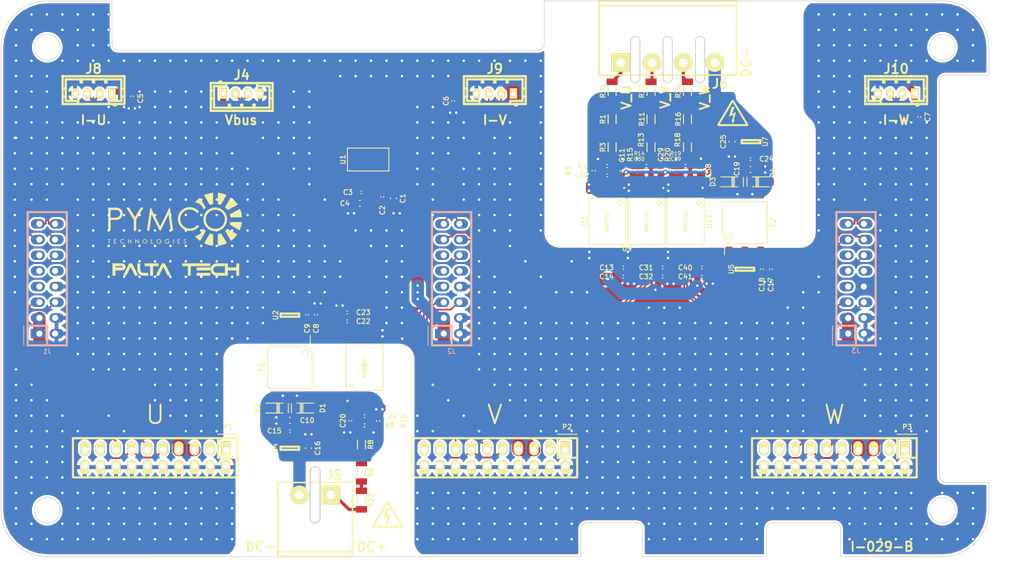
<source format=kicad_pcb>
(kicad_pcb (version 20170922) (host pcbnew no-vcs-found-e0b9a21~60~ubuntu16.04.1)
  (title_block (title "VESC Controller") (date 2017-01-23) (rev 0) (company "vedder.se+PALTA TECH S.A.+PYMCO.fr"))
  (layers (0 F.Cu signal) (31 B.Cu signal) (34 B.Paste user) (35 F.Paste user) (36 B.SilkS user) (37 F.SilkS user) (38 B.Mask user) (39 F.Mask user) (44 Edge.Cuts user))
  (title_block (title "VESC Controller") (date 2017-01-23) (rev 0) (company "vedder.se+PALTA TECH S.A.+PYMCO.fr"))
  (layers (0 F.Cu signal) (31 B.Cu signal) (34 B.Paste user) (35 F.Paste user) (36 B.SilkS user) (37 F.SilkS user) (38 B.Mask user) (39 F.Mask user) (44 Edge.Cuts user))
  (net 0 "")
  (net 1 GND)
  (net 2 +5)
  (net 3 /V_BUS/VDD1)
  (net 4 "Net-(T2-Pad1)")
  (net 5 /V_BUS/GND2)
  (net 6 /V_BUS/VDD2)
  (net 7 "Net-(T1-Pad1)")
  (net 8 "Net-(C10-Pad1)")
  (net 9 "Net-(D1-Pad2)")
  (net 10 "Net-(D2-Pad2)")
  (net 11 "Net-(D3-Pad2)")
  (net 12 "Net-(D4-Pad2)")
  (net 13 /V_phase_U/Vin+)
  (net 14 /V_phase_V/Vin+)
  (net 15 /V_phase_W/Vin+)
  (net 16 /V_BUS/Vin+)
  (net 17 "Net-(J2-Pad5)")
  (net 18 "Net-(J2-Pad7)")
  (net 19 "Net-(J2-Pad9)")
  (net 20 "Net-(J2-Pad11)")
  (net 21 /V_phase_V/Vout+)
  (net 22 "Net-(J2-Pad6)")
  (net 23 "Net-(J2-Pad10)")
  (net 24 /V_phase_V/Vout-)
  (net 25 /V_phase_W/Vout-)
  (net 26 "Net-(J3-Pad10)")
  (net 27 "Net-(J3-Pad6)")
  (net 28 /V_phase_W/Vout+)
  (net 29 "Net-(J3-Pad11)")
  (net 30 "Net-(J3-Pad9)")
  (net 31 "Net-(J3-Pad7)")
  (net 32 "Net-(J3-Pad5)")
  (net 33 "Net-(J1-Pad5)")
  (net 34 "Net-(J1-Pad7)")
  (net 35 "Net-(J1-Pad9)")
  (net 36 "Net-(J1-Pad11)")
  (net 37 /V_phase_U/Vout+)
  (net 38 "Net-(J1-Pad6)")
  (net 39 "Net-(J1-Pad10)")
  (net 40 /V_phase_U/Vout-)
  (net 41 "Net-(P1-Pad1)")
  (net 42 "Net-(P1-Pad3)")
  (net 43 "Net-(P1-Pad17)")
  (net 44 "Net-(P1-Pad19)")
  (net 45 "Net-(P3-Pad19)")
  (net 46 "Net-(P3-Pad17)")
  (net 47 "Net-(P3-Pad3)")
  (net 48 "Net-(P3-Pad1)")
  (net 49 "Net-(P2-Pad1)")
  (net 50 "Net-(P2-Pad3)")
  (net 51 "Net-(P2-Pad17)")
  (net 52 "Net-(P2-Pad19)")
  (net 53 /V_phase_U/VIN+)
  (net 54 /V_phase_U/VIN-)
  (net 55 /V_BUS/VIN-)
  (net 56 /V_BUS/VIN+)
  (net 57 /V_phase_V/VIN+)
  (net 58 /V_phase_V/VIN-)
  (net 59 /V_phase_W/VIN-)
  (net 60 /V_phase_W/VIN+)
  (net 61 "Net-(R1-Pad1)")
  (net 62 "Net-(R6-Pad1)")
  (net 63 "Net-(R11-Pad1)")
  (net 64 "Net-(R16-Pad1)")
  (net 65 "Net-(T1-Pad3)")
  (net 66 "Net-(T2-Pad3)")
  (net 67 "Net-(U4-Pad4)")
  (net 68 +5A)
  (net 69 "Net-(U7-Pad4)")
  (net 70 ISOGND)
  (net 71 "Net-(C19-Pad1)")
  (net 72 /I_phase_V+)
  (net 73 /I_phase_V-)
  (net 74 /I_phase_U+)
  (net 75 /I_phase_U-)
  (net 76 /I_phase_W-)
  (net 77 /I_phase_W+)
  (net 78 "Net-(R22-Pad1)")
  (net 79 "Net-(R16-Pad2)")
  (net 80 "Net-(R1-Pad2)")
  (net 81 "Net-(R11-Pad2)")
  (net 82 /vbus-)
  (net 83 /vbus+)
  (net 84 ~FAULT_U)
  (net 85 ~FAULT_V)
  (net 86 ~FAULT_W)
  (net 87 15v_V)
  (net 88 15v_U)
  (net 89 15v_W)
  (module VIA_MATRIX (layer F.Cu) (at -12.548901 -15.316981)
    (fp_text reference V27_10 hide)
    (fp_text value AUTO_VIA hide)
    (pad 1 thru_hole circle (at 0 0) (size 0.6 0.6) (drill 0.4) (layers *.Cu) (net 1 GND) (clearance 0.21))
  )
  (module VIA_MATRIX (layer F.Cu) (at -12.548901 -17.816981)
    (fp_text reference V27_9 hide)
    (fp_text value AUTO_VIA hide)
    (pad 1 thru_hole circle (at 0 0) (size 0.6 0.6) (drill 0.4) (layers *.Cu) (net 1 GND) (clearance 0.21))
  )
  (module VIA_MATRIX (layer F.Cu) (at -10.048901 -27.816981)
    (fp_text reference V27_7 hide)
    (fp_text value AUTO_VIA hide)
    (pad 1 thru_hole circle (at 0 0) (size 0.6 0.6) (drill 0.4) (layers *.Cu) (net 1 GND) (clearance 0.21))
  )
  (module VIA_MATRIX (layer F.Cu) (at -7.548901 -20.316981)
    (fp_text reference V28_10 hide)
    (fp_text value AUTO_VIA hide)
    (pad 1 thru_hole circle (at 0 0) (size 0.6 0.6) (drill 0.4) (layers *.Cu) (net 1 GND) (clearance 0.21))
  )
  (module VIA_MATRIX (layer F.Cu) (at -7.548901 -32.816981)
    (fp_text reference V27_5 hide)
    (fp_text value AUTO_VIA hide)
    (pad 1 thru_hole circle (at 0 0) (size 0.6 0.6) (drill 0.4) (layers *.Cu) (net 1 GND) (clearance 0.21))
  )
  (module VIA_MATRIX (layer F.Cu) (at -10.048901 -32.816981)
    (fp_text reference V26_5 hide)
    (fp_text value AUTO_VIA hide)
    (pad 1 thru_hole circle (at 0 0) (size 0.6 0.6) (drill 0.4) (layers *.Cu) (net 1 GND) (clearance 0.21))
  )
  (module VIA_MATRIX (layer F.Cu) (at -5.048901 -25.316981)
    (fp_text reference V29_9 hide)
    (fp_text value AUTO_VIA hide)
    (pad 1 thru_hole circle (at 0 0) (size 0.6 0.6) (drill 0.4) (layers *.Cu) (net 1 GND) (clearance 0.21))
  )
  (module VIA_MATRIX (layer F.Cu) (at -5.048901 -22.816981)
    (fp_text reference V29_9 hide)
    (fp_text value AUTO_VIA hide)
    (pad 1 thru_hole circle (at 0 0) (size 0.6 0.6) (drill 0.4) (layers *.Cu) (net 1 GND) (clearance 0.21))
  )
  (module VIA_MATRIX (layer F.Cu) (at -10.048901 -25.316981)
    (fp_text reference V28_9 hide)
    (fp_text value AUTO_VIA hide)
    (pad 1 thru_hole circle (at 0 0) (size 0.6 0.6) (drill 0.4) (layers *.Cu) (net 1 GND) (clearance 0.21))
  )
  (module VIA_MATRIX (layer F.Cu) (at -7.548901 -25.316981)
    (fp_text reference V29_9 hide)
    (fp_text value AUTO_VIA hide)
    (pad 1 thru_hole circle (at 0 0) (size 0.6 0.6) (drill 0.4) (layers *.Cu) (net 1 GND) (clearance 0.21))
  )
  (module VIA_MATRIX (layer F.Cu) (at 12.451099 -2.816981)
    (fp_text reference V36_19 hide)
    (fp_text value AUTO_VIA hide)
    (pad 1 thru_hole circle (at 0 0) (size 0.6 0.6) (drill 0.4) (layers *.Cu) (net 1 GND) (clearance 0.21))
  )
  (module VIA_MATRIX (layer F.Cu) (at 7.451099 -30.316981)
    (fp_text reference V33_9 hide)
    (fp_text value AUTO_VIA hide)
    (pad 1 thru_hole circle (at 0 0) (size 0.6 0.6) (drill 0.4) (layers *.Cu) (net 1 GND) (clearance 0.21))
  )
  (module VIA_MATRIX (layer F.Cu) (at 7.451099 -32.816981)
    (fp_text reference V33_8 hide)
    (fp_text value AUTO_VIA hide)
    (pad 1 thru_hole circle (at 0 0) (size 0.6 0.6) (drill 0.4) (layers *.Cu) (net 1 GND) (clearance 0.21))
  )
  (module VIA_MATRIX (layer F.Cu) (at 7.451099 -17.816981)
    (fp_text reference V33_12 hide)
    (fp_text value AUTO_VIA hide)
    (pad 1 thru_hole circle (at 0 0) (size 0.6 0.6) (drill 0.4) (layers *.Cu) (net 1 GND) (clearance 0.21))
  )
  (module VIA_MATRIX (layer F.Cu) (at 7.451099 -12.816981)
    (fp_text reference V33_14 hide)
    (fp_text value AUTO_VIA hide)
    (pad 1 thru_hole circle (at 0 0) (size 0.6 0.6) (drill 0.4) (layers *.Cu) (net 1 GND) (clearance 0.21))
  )
  (module VIA_MATRIX (layer F.Cu) (at 7.451099 -7.816981)
    (fp_text reference V33_16 hide)
    (fp_text value AUTO_VIA hide)
    (pad 1 thru_hole circle (at 0 0) (size 0.6 0.6) (drill 0.4) (layers *.Cu) (net 1 GND) (clearance 0.21))
  )
  (module VIA_MATRIX (layer F.Cu) (at 7.451099 -22.816981)
    (fp_text reference V33_10 hide)
    (fp_text value AUTO_VIA hide)
    (pad 1 thru_hole circle (at 0 0) (size 0.6 0.6) (drill 0.4) (layers *.Cu) (net 1 GND) (clearance 0.21))
  )
  (module VIA_MATRIX (layer F.Cu) (at 7.451099 -25.316981)
    (fp_text reference V33_9 hide)
    (fp_text value AUTO_VIA hide)
    (pad 1 thru_hole circle (at 0 0) (size 0.6 0.6) (drill 0.4) (layers *.Cu) (net 1 GND) (clearance 0.21))
  )
  (module VIA_MATRIX (layer F.Cu) (at 7.451099 -15.316981)
    (fp_text reference V33_13 hide)
    (fp_text value AUTO_VIA hide)
    (pad 1 thru_hole circle (at 0 0) (size 0.6 0.6) (drill 0.4) (layers *.Cu) (net 1 GND) (clearance 0.21))
  )
  (module VIA_MATRIX (layer F.Cu) (at 7.451099 -10.316981)
    (fp_text reference V33_15 hide)
    (fp_text value AUTO_VIA hide)
    (pad 1 thru_hole circle (at 0 0) (size 0.6 0.6) (drill 0.4) (layers *.Cu) (net 1 GND) (clearance 0.21))
  )
  (module VIA_MATRIX (layer F.Cu) (at 7.451099 -27.816981)
    (fp_text reference V33_8 hide)
    (fp_text value AUTO_VIA hide)
    (pad 1 thru_hole circle (at 0 0) (size 0.6 0.6) (drill 0.4) (layers *.Cu) (net 1 GND) (clearance 0.21))
  )
  (module VIA_MATRIX (layer F.Cu) (at 7.451099 -20.316981)
    (fp_text reference V33_11 hide)
    (fp_text value AUTO_VIA hide)
    (pad 1 thru_hole circle (at 0 0) (size 0.6 0.6) (drill 0.4) (layers *.Cu) (net 1 GND) (clearance 0.21))
  )
  (module VIA_MATRIX (layer F.Cu) (at -77.748901 2.183019)
    (fp_text reference V1_8 hide)
    (fp_text value AUTO_VIA hide)
    (pad 1 thru_hole circle (at 0 0) (size 0.6 0.6) (drill 0.4) (layers *.Cu) (net 1 GND) (clearance 0.21))
  )
  (module VIA_MATRIX (layer F.Cu) (at 62.451099 9.683019)
    (fp_text reference V57_24 hide)
    (fp_text value AUTO_VIA hide)
    (pad 1 thru_hole circle (at 0 0) (size 0.6 0.6) (drill 0.4) (layers *.Cu) (net 1 GND) (clearance 0.21))
  )
  (module VIA_MATRIX (layer F.Cu) (at 62.451099 12.183019)
    (fp_text reference V57_25 hide)
    (fp_text value AUTO_VIA hide)
    (pad 1 thru_hole circle (at 0 0) (size 0.6 0.6) (drill 0.4) (layers *.Cu) (net 1 GND) (clearance 0.21))
  )
  (module VIA_MATRIX (layer F.Cu) (at 54.951099 -12.816981)
    (fp_text reference V54_12 hide)
    (fp_text value AUTO_VIA hide)
    (pad 1 thru_hole circle (at 0 0) (size 0.6 0.6) (drill 0.4) (layers *.Cu) (net 1 GND) (clearance 0.21))
  )
  (module VIA_MATRIX (layer F.Cu) (at 59.951099 -12.816981)
    (fp_text reference V56_12 hide)
    (fp_text value AUTO_VIA hide)
    (pad 1 thru_hole circle (at 0 0) (size 0.6 0.6) (drill 0.4) (layers *.Cu) (net 1 GND) (clearance 0.21))
  )
  (module VIA_MATRIX (layer F.Cu) (at 62.451099 -10.316981)
    (fp_text reference V58_14 hide)
    (fp_text value AUTO_VIA hide)
    (pad 1 thru_hole circle (at 0 0) (size 0.6 0.6) (drill 0.4) (layers *.Cu) (net 1 GND) (clearance 0.21))
  )
  (module VIA_MATRIX (layer F.Cu) (at 62.451099 -7.816981)
    (fp_text reference V58_15 hide)
    (fp_text value AUTO_VIA hide)
    (pad 1 thru_hole circle (at 0 0) (size 0.6 0.6) (drill 0.4) (layers *.Cu) (net 1 GND) (clearance 0.21))
  )
  (module VIA_MATRIX (layer F.Cu) (at 62.451099 -5.316981)
    (fp_text reference V58_16 hide)
    (fp_text value AUTO_VIA hide)
    (pad 1 thru_hole circle (at 0 0) (size 0.6 0.6) (drill 0.4) (layers *.Cu) (net 1 GND) (clearance 0.21))
  )
  (module VIA_MATRIX (layer F.Cu) (at 54.951099 -20.316981)
    (fp_text reference V58_6 hide)
    (fp_text value AUTO_VIA hide)
    (pad 1 thru_hole circle (at 0 0) (size 0.6 0.6) (drill 0.4) (layers *.Cu) (net 1 GND) (clearance 0.21))
  )
  (module VIA_MATRIX (layer F.Cu) (at 54.951099 -17.816981)
    (fp_text reference V58_7 hide)
    (fp_text value AUTO_VIA hide)
    (pad 1 thru_hole circle (at 0 0) (size 0.6 0.6) (drill 0.4) (layers *.Cu) (net 1 GND) (clearance 0.21))
  )
  (module VIA_MATRIX (layer F.Cu) (at 52.451099 -27.816981)
    (fp_text reference V53_4 hide)
    (fp_text value AUTO_VIA hide)
    (pad 1 thru_hole circle (at 0 0) (size 0.6 0.6) (drill 0.4) (layers *.Cu) (net 1 GND) (clearance 0.21))
  )
  (module VIA_MATRIX (layer F.Cu) (at 54.951099 -27.816981)
    (fp_text reference V54_4 hide)
    (fp_text value AUTO_VIA hide)
    (pad 1 thru_hole circle (at 0 0) (size 0.6 0.6) (drill 0.4) (layers *.Cu) (net 1 GND) (clearance 0.21))
  )
  (module VIA_MATRIX (layer F.Cu) (at 57.451099 -27.816981)
    (fp_text reference V55_4 hide)
    (fp_text value AUTO_VIA hide)
    (pad 1 thru_hole circle (at 0 0) (size 0.6 0.6) (drill 0.4) (layers *.Cu) (net 1 GND) (clearance 0.21))
  )
  (module VIA_MATRIX (layer F.Cu) (at 52.451099 -22.816981)
    (fp_text reference V57_7 hide)
    (fp_text value AUTO_VIA hide)
    (pad 1 thru_hole circle (at 0 0) (size 0.6 0.6) (drill 0.4) (layers *.Cu) (net 1 GND) (clearance 0.21))
  )
  (module VIA_MATRIX (layer F.Cu) (at 52.451099 -25.316981)
    (fp_text reference V57_6 hide)
    (fp_text value AUTO_VIA hide)
    (pad 1 thru_hole circle (at 0 0) (size 0.6 0.6) (drill 0.4) (layers *.Cu) (net 1 GND) (clearance 0.21))
  )
  (module VIA_MATRIX (layer F.Cu) (at 54.951099 -25.316981)
    (fp_text reference V58_6 hide)
    (fp_text value AUTO_VIA hide)
    (pad 1 thru_hole circle (at 0 0) (size 0.6 0.6) (drill 0.4) (layers *.Cu) (net 1 GND) (clearance 0.21))
  )
  (module VIA_MATRIX (layer F.Cu) (at 57.451099 -25.316981)
    (fp_text reference V59_6 hide)
    (fp_text value AUTO_VIA hide)
    (pad 1 thru_hole circle (at 0 0) (size 0.6 0.6) (drill 0.4) (layers *.Cu) (net 1 GND) (clearance 0.21))
  )
  (module VIA_MATRIX (layer F.Cu) (at 54.951099 -22.816981)
    (fp_text reference V58_7 hide)
    (fp_text value AUTO_VIA hide)
    (pad 1 thru_hole circle (at 0 0) (size 0.6 0.6) (drill 0.4) (layers *.Cu) (net 1 GND) (clearance 0.21))
  )
  (module VIA_MATRIX (layer F.Cu) (at 57.451099 -22.816981)
    (fp_text reference V59_7 hide)
    (fp_text value AUTO_VIA hide)
    (pad 1 thru_hole circle (at 0 0) (size 0.6 0.6) (drill 0.4) (layers *.Cu) (net 1 GND) (clearance 0.21))
  )
  (module VIA_MATRIX (layer F.Cu) (at -72.548901 -25.316981)
    (fp_text reference V4_10 hide)
    (fp_text value AUTO_VIA hide)
    (pad 1 thru_hole circle (at 0 0) (size 0.6 0.6) (drill 0.4) (layers *.Cu) (net 1 GND) (clearance 0.21))
  )
  (module VIA_MATRIX (layer F.Cu) (at -70.048901 -25.316981)
    (fp_text reference V4_9 hide)
    (fp_text value AUTO_VIA hide)
    (pad 1 thru_hole circle (at 0 0) (size 0.6 0.6) (drill 0.4) (layers *.Cu) (net 1 GND) (clearance 0.21))
  )
  (module VIA_MATRIX (layer F.Cu) (at -75.048901 -20.316981)
    (fp_text reference V2_11 hide)
    (fp_text value AUTO_VIA hide)
    (pad 1 thru_hole circle (at 0 0) (size 0.6 0.6) (drill 0.4) (layers *.Cu) (net 1 GND) (clearance 0.21))
  )
  (module VIA_MATRIX (layer F.Cu) (at -75.048901 -22.816981)
    (fp_text reference V3_10 hide)
    (fp_text value AUTO_VIA hide)
    (pad 1 thru_hole circle (at 0 0) (size 0.6 0.6) (drill 0.4) (layers *.Cu) (net 1 GND) (clearance 0.21))
  )
  (module VIA_MATRIX (layer F.Cu) (at -72.548901 -22.816981)
    (fp_text reference V4_10 hide)
    (fp_text value AUTO_VIA hide)
    (pad 1 thru_hole circle (at 0 0) (size 0.6 0.6) (drill 0.4) (layers *.Cu) (net 1 GND) (clearance 0.21))
  )
  (module VIA_MATRIX (layer F.Cu) (at -60.048901 -35.316981)
    (fp_text reference V6_17 hide)
    (fp_text value AUTO_VIA hide)
    (pad 1 thru_hole circle (at 0 0) (size 0.6 0.6) (drill 0.4) (layers *.Cu) (net 1 GND) (clearance 0.21))
  )
  (module VIA_MATRIX (layer F.Cu) (at -42.548901 -35.316981)
    (fp_text reference V13_17 hide)
    (fp_text value AUTO_VIA hide)
    (pad 1 thru_hole circle (at 0 0) (size 0.6 0.6) (drill 0.4) (layers *.Cu) (net 1 GND) (clearance 0.21))
  )
  (module VIA_MATRIX (layer F.Cu) (at -47.548901 -35.316981)
    (fp_text reference V11_17 hide)
    (fp_text value AUTO_VIA hide)
    (pad 1 thru_hole circle (at 0 0) (size 0.6 0.6) (drill 0.4) (layers *.Cu) (net 1 GND) (clearance 0.21))
  )
  (module VIA_MATRIX (layer F.Cu) (at -50.048901 -35.316981)
    (fp_text reference V10_17 hide)
    (fp_text value AUTO_VIA hide)
    (pad 1 thru_hole circle (at 0 0) (size 0.6 0.6) (drill 0.4) (layers *.Cu) (net 1 GND) (clearance 0.21))
  )
  (module VIA_MATRIX (layer F.Cu) (at -40.048901 -35.316981)
    (fp_text reference V14_17 hide)
    (fp_text value AUTO_VIA hide)
    (pad 1 thru_hole circle (at 0 0) (size 0.6 0.6) (drill 0.4) (layers *.Cu) (net 1 GND) (clearance 0.21))
  )
  (module VIA_MATRIX (layer F.Cu) (at -52.548901 -35.316981)
    (fp_text reference V9_17 hide)
    (fp_text value AUTO_VIA hide)
    (pad 1 thru_hole circle (at 0 0) (size 0.6 0.6) (drill 0.4) (layers *.Cu) (net 1 GND) (clearance 0.21))
  )
  (module VIA_MATRIX (layer F.Cu) (at -55.048901 -35.316981)
    (fp_text reference V8_17 hide)
    (fp_text value AUTO_VIA hide)
    (pad 1 thru_hole circle (at 0 0) (size 0.6 0.6) (drill 0.4) (layers *.Cu) (net 1 GND) (clearance 0.21))
  )
  (module VIA_MATRIX (layer F.Cu) (at -57.548901 -35.316981)
    (fp_text reference V7_17 hide)
    (fp_text value AUTO_VIA hide)
    (pad 1 thru_hole circle (at 0 0) (size 0.6 0.6) (drill 0.4) (layers *.Cu) (net 1 GND) (clearance 0.21))
  )
  (module VIA_MATRIX (layer F.Cu) (at -62.548901 -35.316981)
    (fp_text reference V6_17 hide)
    (fp_text value AUTO_VIA hide)
    (pad 1 thru_hole circle (at 0 0) (size 0.6 0.6) (drill 0.4) (layers *.Cu) (net 1 GND) (clearance 0.21))
  )
  (module VIA_MATRIX (layer F.Cu) (at -45.048901 -35.316981)
    (fp_text reference V12_17 hide)
    (fp_text value AUTO_VIA hide)
    (pad 1 thru_hole circle (at 0 0) (size 0.6 0.6) (drill 0.4) (layers *.Cu) (net 1 GND) (clearance 0.21))
  )
  (module VIA_MATRIX (layer F.Cu) (at -0.048901 -35.316981)
    (fp_text reference V20_17 hide)
    (fp_text value AUTO_VIA hide)
    (pad 1 thru_hole circle (at 0 0) (size 0.6 0.6) (drill 0.4) (layers *.Cu) (net 1 GND) (clearance 0.21))
  )
  (module VIA_MATRIX (layer F.Cu) (at 2.451099 -35.316981)
    (fp_text reference V21_17 hide)
    (fp_text value AUTO_VIA hide)
    (pad 1 thru_hole circle (at 0 0) (size 0.6 0.6) (drill 0.4) (layers *.Cu) (net 1 GND) (clearance 0.21))
  )
  (module VIA_MATRIX (layer F.Cu) (at 4.951099 -35.316981)
    (fp_text reference V22_17 hide)
    (fp_text value AUTO_VIA hide)
    (pad 1 thru_hole circle (at 0 0) (size 0.6 0.6) (drill 0.4) (layers *.Cu) (net 1 GND) (clearance 0.21))
  )
  (module VIA_MATRIX (layer F.Cu) (at -20.048901 -35.316981)
    (fp_text reference V12_17 hide)
    (fp_text value AUTO_VIA hide)
    (pad 1 thru_hole circle (at 0 0) (size 0.6 0.6) (drill 0.4) (layers *.Cu) (net 1 GND) (clearance 0.21))
  )
  (module VIA_MATRIX (layer F.Cu) (at -17.548901 -35.316981)
    (fp_text reference V13_17 hide)
    (fp_text value AUTO_VIA hide)
    (pad 1 thru_hole circle (at 0 0) (size 0.6 0.6) (drill 0.4) (layers *.Cu) (net 1 GND) (clearance 0.21))
  )
  (module VIA_MATRIX (layer F.Cu) (at -15.048901 -35.316981)
    (fp_text reference V14_17 hide)
    (fp_text value AUTO_VIA hide)
    (pad 1 thru_hole circle (at 0 0) (size 0.6 0.6) (drill 0.4) (layers *.Cu) (net 1 GND) (clearance 0.21))
  )
  (module VIA_MATRIX (layer F.Cu) (at -12.548901 -35.316981)
    (fp_text reference V15_17 hide)
    (fp_text value AUTO_VIA hide)
    (pad 1 thru_hole circle (at 0 0) (size 0.6 0.6) (drill 0.4) (layers *.Cu) (net 1 GND) (clearance 0.21))
  )
  (module VIA_MATRIX (layer F.Cu) (at -10.048901 -35.316981)
    (fp_text reference V16_17 hide)
    (fp_text value AUTO_VIA hide)
    (pad 1 thru_hole circle (at 0 0) (size 0.6 0.6) (drill 0.4) (layers *.Cu) (net 1 GND) (clearance 0.21))
  )
  (module VIA_MATRIX (layer F.Cu) (at -7.548901 -35.316981)
    (fp_text reference V17_17 hide)
    (fp_text value AUTO_VIA hide)
    (pad 1 thru_hole circle (at 0 0) (size 0.6 0.6) (drill 0.4) (layers *.Cu) (net 1 GND) (clearance 0.21))
  )
  (module VIA_MATRIX (layer F.Cu) (at -5.048901 -35.316981)
    (fp_text reference V18_17 hide)
    (fp_text value AUTO_VIA hide)
    (pad 1 thru_hole circle (at 0 0) (size 0.6 0.6) (drill 0.4) (layers *.Cu) (net 1 GND) (clearance 0.21))
  )
  (module VIA_MATRIX (layer F.Cu) (at -2.548901 -35.316981)
    (fp_text reference V19_17 hide)
    (fp_text value AUTO_VIA hide)
    (pad 1 thru_hole circle (at 0 0) (size 0.6 0.6) (drill 0.4) (layers *.Cu) (net 1 GND) (clearance 0.21))
  )
  (module VIA_MATRIX (layer F.Cu) (at -37.548901 -35.316981)
    (fp_text reference V6_17 hide)
    (fp_text value AUTO_VIA hide)
    (pad 1 thru_hole circle (at 0 0) (size 0.6 0.6) (drill 0.4) (layers *.Cu) (net 1 GND) (clearance 0.21))
  )
  (module VIA_MATRIX (layer F.Cu) (at -35.048901 -35.316981)
    (fp_text reference V6_17 hide)
    (fp_text value AUTO_VIA hide)
    (pad 1 thru_hole circle (at 0 0) (size 0.6 0.6) (drill 0.4) (layers *.Cu) (net 1 GND) (clearance 0.21))
  )
  (module VIA_MATRIX (layer F.Cu) (at -32.548901 -35.316981)
    (fp_text reference V7_17 hide)
    (fp_text value AUTO_VIA hide)
    (pad 1 thru_hole circle (at 0 0) (size 0.6 0.6) (drill 0.4) (layers *.Cu) (net 1 GND) (clearance 0.21))
  )
  (module VIA_MATRIX (layer F.Cu) (at -30.048901 -35.316981)
    (fp_text reference V8_17 hide)
    (fp_text value AUTO_VIA hide)
    (pad 1 thru_hole circle (at 0 0) (size 0.6 0.6) (drill 0.4) (layers *.Cu) (net 1 GND) (clearance 0.21))
  )
  (module VIA_MATRIX (layer F.Cu) (at -27.548901 -35.316981)
    (fp_text reference V9_17 hide)
    (fp_text value AUTO_VIA hide)
    (pad 1 thru_hole circle (at 0 0) (size 0.6 0.6) (drill 0.4) (layers *.Cu) (net 1 GND) (clearance 0.21))
  )
  (module VIA_MATRIX (layer F.Cu) (at -25.048901 -35.316981)
    (fp_text reference V10_17 hide)
    (fp_text value AUTO_VIA hide)
    (pad 1 thru_hole circle (at 0 0) (size 0.6 0.6) (drill 0.4) (layers *.Cu) (net 1 GND) (clearance 0.21))
  )
  (module VIA_MATRIX (layer F.Cu) (at -22.548901 -35.316981)
    (fp_text reference V11_17 hide)
    (fp_text value AUTO_VIA hide)
    (pad 1 thru_hole circle (at 0 0) (size 0.6 0.6) (drill 0.4) (layers *.Cu) (net 1 GND) (clearance 0.21))
  )
  (module VIA_MATRIX (layer F.Cu) (at -57.548901 -30.316981)
    (fp_text reference V9_9 hide)
    (fp_text value AUTO_VIA hide)
    (pad 1 thru_hole circle (at 0 0) (size 0.6 0.6) (drill 0.4) (layers *.Cu) (net 1 GND) (clearance 0.21))
  )
  (module VIA_MATRIX (layer F.Cu) (at -57.548901 -27.816981)
    (fp_text reference V9_9 hide)
    (fp_text value AUTO_VIA hide)
    (pad 1 thru_hole circle (at 0 0) (size 0.6 0.6) (drill 0.4) (layers *.Cu) (net 1 GND) (clearance 0.21))
  )
  (module VIA_MATRIX (layer F.Cu) (at -55.048901 -27.816981)
    (fp_text reference V10_9 hide)
    (fp_text value AUTO_VIA hide)
    (pad 1 thru_hole circle (at 0 0) (size 0.6 0.6) (drill 0.4) (layers *.Cu) (net 1 GND) (clearance 0.21))
  )
  (module VIA_MATRIX (layer F.Cu) (at -52.548901 -27.816981)
    (fp_text reference V11_9 hide)
    (fp_text value AUTO_VIA hide)
    (pad 1 thru_hole circle (at 0 0) (size 0.6 0.6) (drill 0.4) (layers *.Cu) (net 1 GND) (clearance 0.21))
  )
  (module VIA_MATRIX (layer F.Cu) (at -60.048901 -27.816981)
    (fp_text reference V8_10 hide)
    (fp_text value AUTO_VIA hide)
    (pad 1 thru_hole circle (at 0 0) (size 0.6 0.6) (drill 0.4) (layers *.Cu) (net 1 GND) (clearance 0.21))
  )
  (module VIA_MATRIX (layer F.Cu) (at -50.048901 -27.816981)
    (fp_text reference V12_9 hide)
    (fp_text value AUTO_VIA hide)
    (pad 1 thru_hole circle (at 0 0) (size 0.6 0.6) (drill 0.4) (layers *.Cu) (net 1 GND) (clearance 0.21))
  )
  (module VIA_MATRIX (layer F.Cu) (at -47.548901 -27.816981)
    (fp_text reference V13_9 hide)
    (fp_text value AUTO_VIA hide)
    (pad 1 thru_hole circle (at 0 0) (size 0.6 0.6) (drill 0.4) (layers *.Cu) (net 1 GND) (clearance 0.21))
  )
  (module VIA_MATRIX (layer F.Cu) (at -55.048901 -30.316981)
    (fp_text reference V10_8 hide)
    (fp_text value AUTO_VIA hide)
    (pad 1 thru_hole circle (at 0 0) (size 0.6 0.6) (drill 0.4) (layers *.Cu) (net 1 GND) (clearance 0.21))
  )
  (module VIA_MATRIX (layer F.Cu) (at -52.548901 -30.316981)
    (fp_text reference V11_8 hide)
    (fp_text value AUTO_VIA hide)
    (pad 1 thru_hole circle (at 0 0) (size 0.6 0.6) (drill 0.4) (layers *.Cu) (net 1 GND) (clearance 0.21))
  )
  (module VIA_MATRIX (layer F.Cu) (at -50.048901 -30.316981)
    (fp_text reference V12_8 hide)
    (fp_text value AUTO_VIA hide)
    (pad 1 thru_hole circle (at 0 0) (size 0.6 0.6) (drill 0.4) (layers *.Cu) (net 1 GND) (clearance 0.21))
  )
  (module VIA_MATRIX (layer F.Cu) (at -47.548901 -30.316981)
    (fp_text reference V13_8 hide)
    (fp_text value AUTO_VIA hide)
    (pad 1 thru_hole circle (at 0 0) (size 0.6 0.6) (drill 0.4) (layers *.Cu) (net 1 GND) (clearance 0.21))
  )
  (module VIA_MATRIX (layer F.Cu) (at -65.048901 -17.816981)
    (fp_text reference V6_12 hide)
    (fp_text value AUTO_VIA hide)
    (pad 1 thru_hole circle (at 0 0) (size 0.6 0.6) (drill 0.4) (layers *.Cu) (net 1 GND) (clearance 0.21))
  )
  (module VIA_MATRIX (layer F.Cu) (at -60.048901 -22.816981)
    (fp_text reference V8_10 hide)
    (fp_text value AUTO_VIA hide)
    (pad 1 thru_hole circle (at 0 0) (size 0.6 0.6) (drill 0.4) (layers *.Cu) (net 1 GND) (clearance 0.21))
  )
  (module VIA_MATRIX (layer F.Cu) (at -57.548901 -25.316981)
    (fp_text reference V9_9 hide)
    (fp_text value AUTO_VIA hide)
    (pad 1 thru_hole circle (at 0 0) (size 0.6 0.6) (drill 0.4) (layers *.Cu) (net 1 GND) (clearance 0.21))
  )
  (module VIA_MATRIX (layer F.Cu) (at -62.548901 -20.316981)
    (fp_text reference V7_11 hide)
    (fp_text value AUTO_VIA hide)
    (pad 1 thru_hole circle (at 0 0) (size 0.6 0.6) (drill 0.4) (layers *.Cu) (net 1 GND) (clearance 0.21))
  )
  (module VIA_MATRIX (layer F.Cu) (at 57.451099 -32.816981)
    (fp_text reference V59_6 hide)
    (fp_text value AUTO_VIA hide)
    (pad 1 thru_hole circle (at 0 0) (size 0.6 0.6) (drill 0.4) (layers *.Cu) (net 1 GND) (clearance 0.21))
  )
  (module VIA_MATRIX (layer F.Cu) (at 54.951099 -32.816981)
    (fp_text reference V58_6 hide)
    (fp_text value AUTO_VIA hide)
    (pad 1 thru_hole circle (at 0 0) (size 0.6 0.6) (drill 0.4) (layers *.Cu) (net 1 GND) (clearance 0.21))
  )
  (module VIA_MATRIX (layer F.Cu) (at 52.451099 -32.816981)
    (fp_text reference V57_6 hide)
    (fp_text value AUTO_VIA hide)
    (pad 1 thru_hole circle (at 0 0) (size 0.6 0.6) (drill 0.4) (layers *.Cu) (net 1 GND) (clearance 0.21))
  )
  (module VIA_MATRIX (layer F.Cu) (at 59.951099 -32.816981)
    (fp_text reference V60_6 hide)
    (fp_text value AUTO_VIA hide)
    (pad 1 thru_hole circle (at 0 0) (size 0.6 0.6) (drill 0.4) (layers *.Cu) (net 1 GND) (clearance 0.21))
  )
  (module VIA_MATRIX (layer F.Cu) (at -70.048901 34.683019)
    (fp_text reference V4_34 hide)
    (fp_text value AUTO_VIA hide)
    (pad 1 thru_hole circle (at 0 0) (size 0.6 0.6) (drill 0.4) (layers *.Cu) (net 1 GND) (clearance 0.21))
  )
  (module VIA_MATRIX (layer F.Cu) (at -67.548901 34.683019)
    (fp_text reference V5_34 hide)
    (fp_text value AUTO_VIA hide)
    (pad 1 thru_hole circle (at 0 0) (size 0.6 0.6) (drill 0.4) (layers *.Cu) (net 1 GND) (clearance 0.21))
  )
  (module VIA_MATRIX (layer F.Cu) (at -50.048901 34.683019)
    (fp_text reference V12_34 hide)
    (fp_text value AUTO_VIA hide)
    (pad 1 thru_hole circle (at 0 0) (size 0.6 0.6) (drill 0.4) (layers *.Cu) (net 1 GND) (clearance 0.21))
  )
  (module VIA_MATRIX (layer F.Cu) (at -47.548901 34.683019)
    (fp_text reference V13_34 hide)
    (fp_text value AUTO_VIA hide)
    (pad 1 thru_hole circle (at 0 0) (size 0.6 0.6) (drill 0.4) (layers *.Cu) (net 1 GND) (clearance 0.21))
  )
  (module VIA_MATRIX (layer F.Cu) (at -55.048901 34.683019)
    (fp_text reference V10_34 hide)
    (fp_text value AUTO_VIA hide)
    (pad 1 thru_hole circle (at 0 0) (size 0.6 0.6) (drill 0.4) (layers *.Cu) (net 1 GND) (clearance 0.21))
  )
  (module VIA_MATRIX (layer F.Cu) (at -52.548901 34.683019)
    (fp_text reference V11_34 hide)
    (fp_text value AUTO_VIA hide)
    (pad 1 thru_hole circle (at 0 0) (size 0.6 0.6) (drill 0.4) (layers *.Cu) (net 1 GND) (clearance 0.21))
  )
  (module VIA_MATRIX (layer F.Cu) (at -60.048901 34.683019)
    (fp_text reference V8_34 hide)
    (fp_text value AUTO_VIA hide)
    (pad 1 thru_hole circle (at 0 0) (size 0.6 0.6) (drill 0.4) (layers *.Cu) (net 1 GND) (clearance 0.21))
  )
  (module VIA_MATRIX (layer F.Cu) (at -57.548901 34.683019)
    (fp_text reference V9_34 hide)
    (fp_text value AUTO_VIA hide)
    (pad 1 thru_hole circle (at 0 0) (size 0.6 0.6) (drill 0.4) (layers *.Cu) (net 1 GND) (clearance 0.21))
  )
  (module VIA_MATRIX (layer F.Cu) (at -65.048901 34.683019)
    (fp_text reference V6_34 hide)
    (fp_text value AUTO_VIA hide)
    (pad 1 thru_hole circle (at 0 0) (size 0.6 0.6) (drill 0.4) (layers *.Cu) (net 1 GND) (clearance 0.21))
  )
  (module VIA_MATRIX (layer F.Cu) (at -62.548901 34.683019)
    (fp_text reference V7_34 hide)
    (fp_text value AUTO_VIA hide)
    (pad 1 thru_hole circle (at 0 0) (size 0.6 0.6) (drill 0.4) (layers *.Cu) (net 1 GND) (clearance 0.21))
  )
  (module VIA_MATRIX (layer F.Cu) (at -45.048901 34.683019)
    (fp_text reference V14_34 hide)
    (fp_text value AUTO_VIA hide)
    (pad 1 thru_hole circle (at 0 0) (size 0.6 0.6) (drill 0.4) (layers *.Cu) (net 1 GND) (clearance 0.21))
  )
  (module VIA_MATRIX (layer F.Cu) (at -42.548901 34.683019)
    (fp_text reference V15_34 hide)
    (fp_text value AUTO_VIA hide)
    (pad 1 thru_hole circle (at 0 0) (size 0.6 0.6) (drill 0.4) (layers *.Cu) (net 1 GND) (clearance 0.21))
  )
  (module VIA_MATRIX (layer F.Cu) (at -2.548901 34.683019)
    (fp_text reference V31_34 hide)
    (fp_text value AUTO_VIA hide)
    (pad 1 thru_hole circle (at 0 0) (size 0.6 0.6) (drill 0.4) (layers *.Cu) (net 1 GND) (clearance 0.21))
  )
  (module VIA_MATRIX (layer F.Cu) (at -5.048901 34.683019)
    (fp_text reference V30_34 hide)
    (fp_text value AUTO_VIA hide)
    (pad 1 thru_hole circle (at 0 0) (size 0.6 0.6) (drill 0.4) (layers *.Cu) (net 1 GND) (clearance 0.21))
  )
  (module VIA_MATRIX (layer F.Cu) (at -0.048901 34.683019)
    (fp_text reference V32_34 hide)
    (fp_text value AUTO_VIA hide)
    (pad 1 thru_hole circle (at 0 0) (size 0.6 0.6) (drill 0.4) (layers *.Cu) (net 1 GND) (clearance 0.21))
  )
  (module VIA_MATRIX (layer F.Cu) (at -7.548901 34.683019)
    (fp_text reference V29_34 hide)
    (fp_text value AUTO_VIA hide)
    (pad 1 thru_hole circle (at 0 0) (size 0.6 0.6) (drill 0.4) (layers *.Cu) (net 1 GND) (clearance 0.21))
  )
  (module VIA_MATRIX (layer F.Cu) (at 4.951099 34.683019)
    (fp_text reference V34_34 hide)
    (fp_text value AUTO_VIA hide)
    (pad 1 thru_hole circle (at 0 0) (size 0.6 0.6) (drill 0.4) (layers *.Cu) (net 1 GND) (clearance 0.21))
  )
  (module VIA_MATRIX (layer F.Cu) (at 7.451099 34.683019)
    (fp_text reference V35_34 hide)
    (fp_text value AUTO_VIA hide)
    (pad 1 thru_hole circle (at 0 0) (size 0.6 0.6) (drill 0.4) (layers *.Cu) (net 1 GND) (clearance 0.21))
  )
  (module VIA_MATRIX (layer F.Cu) (at 9.951099 34.683019)
    (fp_text reference V36_34 hide)
    (fp_text value AUTO_VIA hide)
    (pad 1 thru_hole circle (at 0 0) (size 0.6 0.6) (drill 0.4) (layers *.Cu) (net 1 GND) (clearance 0.21))
  )
  (module VIA_MATRIX (layer F.Cu) (at 2.451099 34.683019)
    (fp_text reference V33_34 hide)
    (fp_text value AUTO_VIA hide)
    (pad 1 thru_hole circle (at 0 0) (size 0.6 0.6) (drill 0.4) (layers *.Cu) (net 1 GND) (clearance 0.21))
  )
  (module VIA_MATRIX (layer F.Cu) (at -12.548901 34.683019)
    (fp_text reference V27_34 hide)
    (fp_text value AUTO_VIA hide)
    (pad 1 thru_hole circle (at 0 0) (size 0.6 0.6) (drill 0.4) (layers *.Cu) (net 1 GND) (clearance 0.21))
  )
  (module VIA_MATRIX (layer F.Cu) (at -10.048901 34.683019)
    (fp_text reference V28_34 hide)
    (fp_text value AUTO_VIA hide)
    (pad 1 thru_hole circle (at 0 0) (size 0.6 0.6) (drill 0.4) (layers *.Cu) (net 1 GND) (clearance 0.21))
  )
  (module VIA_MATRIX (layer F.Cu) (at 12.451099 34.683019)
    (fp_text reference V37_34 hide)
    (fp_text value AUTO_VIA hide)
    (pad 1 thru_hole circle (at 0 0) (size 0.6 0.6) (drill 0.4) (layers *.Cu) (net 1 GND) (clearance 0.21))
  )
  (module VIA_MATRIX (layer F.Cu) (at 62.451099 34.683019)
    (fp_text reference V36_34 hide)
    (fp_text value AUTO_VIA hide)
    (pad 1 thru_hole circle (at 0 0) (size 0.6 0.6) (drill 0.4) (layers *.Cu) (net 1 GND) (clearance 0.21))
  )
  (module VIA_MATRIX (layer F.Cu) (at 57.451099 34.683019)
    (fp_text reference V34_34 hide)
    (fp_text value AUTO_VIA hide)
    (pad 1 thru_hole circle (at 0 0) (size 0.6 0.6) (drill 0.4) (layers *.Cu) (net 1 GND) (clearance 0.21))
  )
  (module VIA_MATRIX (layer F.Cu) (at 64.951099 34.683019)
    (fp_text reference V37_34 hide)
    (fp_text value AUTO_VIA hide)
    (pad 1 thru_hole circle (at 0 0) (size 0.6 0.6) (drill 0.4) (layers *.Cu) (net 1 GND) (clearance 0.21))
  )
  (module VIA_MATRIX (layer F.Cu) (at 59.951099 34.683019)
    (fp_text reference V35_34 hide)
    (fp_text value AUTO_VIA hide)
    (pad 1 thru_hole circle (at 0 0) (size 0.6 0.6) (drill 0.4) (layers *.Cu) (net 1 GND) (clearance 0.21))
  )
  (module VIA_MATRIX (layer F.Cu) (at 54.951099 34.683019)
    (fp_text reference V33_34 hide)
    (fp_text value AUTO_VIA hide)
    (pad 1 thru_hole circle (at 0 0) (size 0.6 0.6) (drill 0.4) (layers *.Cu) (net 1 GND) (clearance 0.21))
  )
  (module VIA_MATRIX (layer F.Cu) (at 67.451099 34.683019)
    (fp_text reference V38_34 hide)
    (fp_text value AUTO_VIA hide)
    (pad 1 thru_hole circle (at 0 0) (size 0.6 0.6) (drill 0.4) (layers *.Cu) (net 1 GND) (clearance 0.21))
  )
  (module VIA_MATRIX (layer F.Cu) (at 52.451099 34.683019)
    (fp_text reference V32_34 hide)
    (fp_text value AUTO_VIA hide)
    (pad 1 thru_hole circle (at 0 0) (size 0.6 0.6) (drill 0.4) (layers *.Cu) (net 1 GND) (clearance 0.21))
  )
  (module VIA_MATRIX (layer F.Cu) (at -70.048901 29.683019)
    (fp_text reference V3_30 hide)
    (fp_text value AUTO_VIA hide)
    (pad 1 thru_hole circle (at 0 0) (size 0.6 0.6) (drill 0.4) (layers *.Cu) (net 1 GND) (clearance 0.21))
  )
  (module VIA_MATRIX (layer F.Cu) (at -70.048901 32.183019)
    (fp_text reference V3_31 hide)
    (fp_text value AUTO_VIA hide)
    (pad 1 thru_hole circle (at 0 0) (size 0.6 0.6) (drill 0.4) (layers *.Cu) (net 1 GND) (clearance 0.21))
  )
  (module VIA_MATRIX (layer F.Cu) (at -70.048901 27.183019)
    (fp_text reference V3_29 hide)
    (fp_text value AUTO_VIA hide)
    (pad 1 thru_hole circle (at 0 0) (size 0.6 0.6) (drill 0.4) (layers *.Cu) (net 1 GND) (clearance 0.21))
  )
  (module VIA_MATRIX (layer F.Cu) (at -15 9.7)
    (fp_text reference V26_20 hide)
    (fp_text value AUTO_VIA hide)
    (pad 1 thru_hole circle (at 0 0) (size 0.6 0.6) (drill 0.4) (layers *.Cu) (net 1 GND) (clearance 0.21))
  )
  (module VIA_MATRIX (layer F.Cu) (at -17.548901 7.183019)
    (fp_text reference V25_20 hide)
    (fp_text value AUTO_VIA hide)
    (pad 1 thru_hole circle (at 0 0) (size 0.6 0.6) (drill 0.4) (layers *.Cu) (net 1 GND) (clearance 0.21))
  )
  (module VIA_MATRIX (layer F.Cu) (at -15.048901 7.183019)
    (fp_text reference V26_20 hide)
    (fp_text value AUTO_VIA hide)
    (pad 1 thru_hole circle (at 0 0) (size 0.6 0.6) (drill 0.4) (layers *.Cu) (net 1 GND) (clearance 0.21))
  )
  (module VIA_MATRIX (layer F.Cu) (at -2.548901 -2.816981)
    (fp_text reference V32_19 hide)
    (fp_text value AUTO_VIA hide)
    (pad 1 thru_hole circle (at 0 0) (size 0.6 0.6) (drill 0.4) (layers *.Cu) (net 1 GND) (clearance 0.21))
  )
  (module VIA_MATRIX (layer F.Cu) (at -2.548901 2.183019)
    (fp_text reference V32_19 hide)
    (fp_text value AUTO_VIA hide)
    (pad 1 thru_hole circle (at 0 0) (size 0.6 0.6) (drill 0.4) (layers *.Cu) (net 1 GND) (clearance 0.21))
  )
  (module VIA_MATRIX (layer F.Cu) (at -2.548901 -0.316981)
    (fp_text reference V32_18 hide)
    (fp_text value AUTO_VIA hide)
    (pad 1 thru_hole circle (at 0 0) (size 0.6 0.6) (drill 0.4) (layers *.Cu) (net 1 GND) (clearance 0.21))
  )
  (module VIA_MATRIX (layer F.Cu) (at -2.548901 7.183019)
    (fp_text reference V32_21 hide)
    (fp_text value AUTO_VIA hide)
    (pad 1 thru_hole circle (at 0 0) (size 0.6 0.6) (drill 0.4) (layers *.Cu) (net 1 GND) (clearance 0.21))
  )
  (module VIA_MATRIX (layer F.Cu) (at -2.548901 4.683019)
    (fp_text reference V32_20 hide)
    (fp_text value AUTO_VIA hide)
    (pad 1 thru_hole circle (at 0 0) (size 0.6 0.6) (drill 0.4) (layers *.Cu) (net 1 GND) (clearance 0.21))
  )
  (module VIA_MATRIX (layer F.Cu) (at -2.548901 9.683019)
    (fp_text reference V32_22 hide)
    (fp_text value AUTO_VIA hide)
    (pad 1 thru_hole circle (at 0 0) (size 0.6 0.6) (drill 0.4) (layers *.Cu) (net 1 GND) (clearance 0.21))
  )
  (module VIA_MATRIX (layer F.Cu) (at -2.548901 12.183019)
    (fp_text reference V32_23 hide)
    (fp_text value AUTO_VIA hide)
    (pad 1 thru_hole circle (at 0 0) (size 0.6 0.6) (drill 0.4) (layers *.Cu) (net 1 GND) (clearance 0.21))
  )
  (module VIA_MATRIX (layer F.Cu) (at -10.048901 -12.816981)
    (fp_text reference V28_11 hide)
    (fp_text value AUTO_VIA hide)
    (pad 1 thru_hole circle (at 0 0) (size 0.6 0.6) (drill 0.4) (layers *.Cu) (net 1 GND) (clearance 0.21))
  )
  (module VIA_MATRIX (layer F.Cu) (at -10.048901 -10.316981)
    (fp_text reference V28_12 hide)
    (fp_text value AUTO_VIA hide)
    (pad 1 thru_hole circle (at 0 0) (size 0.6 0.6) (drill 0.4) (layers *.Cu) (net 1 GND) (clearance 0.21))
  )
  (module VIA_MATRIX (layer F.Cu) (at -2.548901 -10.316981)
    (fp_text reference V31_12 hide)
    (fp_text value AUTO_VIA hide)
    (pad 1 thru_hole circle (at 0 0) (size 0.6 0.6) (drill 0.4) (layers *.Cu) (net 1 GND) (clearance 0.21))
  )
  (module VIA_MATRIX (layer F.Cu) (at -2.548901 -7.816981)
    (fp_text reference V31_12 hide)
    (fp_text value AUTO_VIA hide)
    (pad 1 thru_hole circle (at 0 0) (size 0.6 0.6) (drill 0.4) (layers *.Cu) (net 1 GND) (clearance 0.21))
  )
  (module VIA_MATRIX (layer F.Cu) (at -2.548901 -12.816981)
    (fp_text reference V31_12 hide)
    (fp_text value AUTO_VIA hide)
    (pad 1 thru_hole circle (at 0 0) (size 0.6 0.6) (drill 0.4) (layers *.Cu) (net 1 GND) (clearance 0.21))
  )
  (module VIA_MATRIX (layer F.Cu) (at -5.048901 -12.816981)
    (fp_text reference V30_12 hide)
    (fp_text value AUTO_VIA hide)
    (pad 1 thru_hole circle (at 0 0) (size 0.6 0.6) (drill 0.4) (layers *.Cu) (net 1 GND) (clearance 0.21))
  )
  (module VIA_MATRIX (layer F.Cu) (at -77.748901 -2.816981)
    (fp_text reference V1_8 hide)
    (fp_text value AUTO_VIA hide)
    (pad 1 thru_hole circle (at 0 0) (size 0.6 0.6) (drill 0.4) (layers *.Cu) (net 1 GND) (clearance 0.21))
  )
  (module VIA_MATRIX (layer F.Cu) (at -77.748901 -5.316981)
    (fp_text reference V1_7 hide)
    (fp_text value AUTO_VIA hide)
    (pad 1 thru_hole circle (at 0 0) (size 0.6 0.6) (drill 0.4) (layers *.Cu) (net 1 GND) (clearance 0.21))
  )
  (module VIA_MATRIX (layer F.Cu) (at -77.748901 -0.316981)
    (fp_text reference V1_9 hide)
    (fp_text value AUTO_VIA hide)
    (pad 1 thru_hole circle (at 0 0) (size 0.6 0.6) (drill 0.4) (layers *.Cu) (net 1 GND) (clearance 0.21))
  )
  (module VIA_MATRIX (layer F.Cu) (at -77.748901 -20.316981)
    (fp_text reference V1_4 hide)
    (fp_text value AUTO_VIA hide)
    (pad 1 thru_hole circle (at 0 0) (size 0.6 0.6) (drill 0.4) (layers *.Cu) (net 1 GND) (clearance 0.21))
  )
  (module VIA_MATRIX (layer F.Cu) (at -77.748901 -17.816981)
    (fp_text reference V1_5 hide)
    (fp_text value AUTO_VIA hide)
    (pad 1 thru_hole circle (at 0 0) (size 0.6 0.6) (drill 0.4) (layers *.Cu) (net 1 GND) (clearance 0.21))
  )
  (module VIA_MATRIX (layer F.Cu) (at -77.748901 -12.816981)
    (fp_text reference V1_7 hide)
    (fp_text value AUTO_VIA hide)
    (pad 1 thru_hole circle (at 0 0) (size 0.6 0.6) (drill 0.4) (layers *.Cu) (net 1 GND) (clearance 0.21))
  )
  (module VIA_MATRIX (layer F.Cu) (at -77.748901 -10.316981)
    (fp_text reference V1_8 hide)
    (fp_text value AUTO_VIA hide)
    (pad 1 thru_hole circle (at 0 0) (size 0.6 0.6) (drill 0.4) (layers *.Cu) (net 1 GND) (clearance 0.21))
  )
  (module VIA_MATRIX (layer F.Cu) (at -77.748901 -7.816981)
    (fp_text reference V1_9 hide)
    (fp_text value AUTO_VIA hide)
    (pad 1 thru_hole circle (at 0 0) (size 0.6 0.6) (drill 0.4) (layers *.Cu) (net 1 GND) (clearance 0.21))
  )
  (module VIA_MATRIX (layer F.Cu) (at -77.748901 -22.816981)
    (fp_text reference V1_3 hide)
    (fp_text value AUTO_VIA hide)
    (pad 1 thru_hole circle (at 0 0) (size 0.6 0.6) (drill 0.4) (layers *.Cu) (net 1 GND) (clearance 0.21))
  )
  (module VIA_MATRIX (layer F.Cu) (at -77.748901 -15.316981)
    (fp_text reference V1_6 hide)
    (fp_text value AUTO_VIA hide)
    (pad 1 thru_hole circle (at 0 0) (size 0.6 0.6) (drill 0.4) (layers *.Cu) (net 1 GND) (clearance 0.21))
  )
  (module VIA_MATRIX (layer F.Cu) (at -75.048901 -12.816981)
    (fp_text reference V2_12 hide)
    (fp_text value AUTO_VIA hide)
    (pad 1 thru_hole circle (at 0 0) (size 0.6 0.6) (drill 0.4) (layers *.Cu) (net 1 GND) (clearance 0.21))
  )
  (module VIA_MATRIX (layer F.Cu) (at -72.548901 -12.816981)
    (fp_text reference V3_12 hide)
    (fp_text value AUTO_VIA hide)
    (pad 1 thru_hole circle (at 0 0) (size 0.6 0.6) (drill 0.4) (layers *.Cu) (net 1 GND) (clearance 0.21))
  )
  (module VIA_MATRIX (layer F.Cu) (at -67.548901 4.683019)
    (fp_text reference V6_20 hide)
    (fp_text value AUTO_VIA hide)
    (pad 1 thru_hole circle (at 0 0) (size 0.6 0.6) (drill 0.4) (layers *.Cu) (net 1 GND) (clearance 0.21))
  )
  (module VIA_MATRIX (layer F.Cu) (at -67.548901 -7.816981)
    (fp_text reference V6_15 hide)
    (fp_text value AUTO_VIA hide)
    (pad 1 thru_hole circle (at 0 0) (size 0.6 0.6) (drill 0.4) (layers *.Cu) (net 1 GND) (clearance 0.21))
  )
  (module VIA_MATRIX (layer F.Cu) (at -67.548901 2.183019)
    (fp_text reference V6_19 hide)
    (fp_text value AUTO_VIA hide)
    (pad 1 thru_hole circle (at 0 0) (size 0.6 0.6) (drill 0.4) (layers *.Cu) (net 1 GND) (clearance 0.21))
  )
  (module VIA_MATRIX (layer F.Cu) (at -67.548901 -2.816981)
    (fp_text reference V6_17 hide)
    (fp_text value AUTO_VIA hide)
    (pad 1 thru_hole circle (at 0 0) (size 0.6 0.6) (drill 0.4) (layers *.Cu) (net 1 GND) (clearance 0.21))
  )
  (module VIA_MATRIX (layer F.Cu) (at -67.548901 -12.816981)
    (fp_text reference V6_13 hide)
    (fp_text value AUTO_VIA hide)
    (pad 1 thru_hole circle (at 0 0) (size 0.6 0.6) (drill 0.4) (layers *.Cu) (net 1 GND) (clearance 0.21))
  )
  (module VIA_MATRIX (layer F.Cu) (at -67.548901 7.183019)
    (fp_text reference V6_21 hide)
    (fp_text value AUTO_VIA hide)
    (pad 1 thru_hole circle (at 0 0) (size 0.6 0.6) (drill 0.4) (layers *.Cu) (net 1 GND) (clearance 0.21))
  )
  (module VIA_MATRIX (layer F.Cu) (at -67.548901 9.683019)
    (fp_text reference V6_22 hide)
    (fp_text value AUTO_VIA hide)
    (pad 1 thru_hole circle (at 0 0) (size 0.6 0.6) (drill 0.4) (layers *.Cu) (net 1 GND) (clearance 0.21))
  )
  (module VIA_MATRIX (layer F.Cu) (at -67.548901 -5.316981)
    (fp_text reference V6_16 hide)
    (fp_text value AUTO_VIA hide)
    (pad 1 thru_hole circle (at 0 0) (size 0.6 0.6) (drill 0.4) (layers *.Cu) (net 1 GND) (clearance 0.21))
  )
  (module VIA_MATRIX (layer F.Cu) (at -67.548901 12.183019)
    (fp_text reference V6_23 hide)
    (fp_text value AUTO_VIA hide)
    (pad 1 thru_hole circle (at 0 0) (size 0.6 0.6) (drill 0.4) (layers *.Cu) (net 1 GND) (clearance 0.21))
  )
  (module VIA_MATRIX (layer F.Cu) (at -67.548901 -0.316981)
    (fp_text reference V6_18 hide)
    (fp_text value AUTO_VIA hide)
    (pad 1 thru_hole circle (at 0 0) (size 0.6 0.6) (drill 0.4) (layers *.Cu) (net 1 GND) (clearance 0.21))
  )
  (module VIA_MATRIX (layer F.Cu) (at -67.548901 -10.316981)
    (fp_text reference V6_14 hide)
    (fp_text value AUTO_VIA hide)
    (pad 1 thru_hole circle (at 0 0) (size 0.6 0.6) (drill 0.4) (layers *.Cu) (net 1 GND) (clearance 0.21))
  )
  (module VIA_MATRIX (layer F.Cu) (at -32.548901 2.183019)
    (fp_text reference V19_18 hide)
    (fp_text value AUTO_VIA hide)
    (pad 1 thru_hole circle (at 0 0) (size 0.6 0.6) (drill 0.4) (layers *.Cu) (net 1 GND) (clearance 0.21))
  )
  (module VIA_MATRIX (layer F.Cu) (at -35.048901 2.183019)
    (fp_text reference V18_18 hide)
    (fp_text value AUTO_VIA hide)
    (pad 1 thru_hole circle (at 0 0) (size 0.6 0.6) (drill 0.4) (layers *.Cu) (net 1 GND) (clearance 0.21))
  )
  (module VIA_MATRIX (layer F.Cu) (at -27.548901 2.183019)
    (fp_text reference V21_18 hide)
    (fp_text value AUTO_VIA hide)
    (pad 1 thru_hole circle (at 0 0) (size 0.6 0.6) (drill 0.4) (layers *.Cu) (net 1 GND) (clearance 0.21))
  )
  (module VIA_MATRIX (layer F.Cu) (at -30.048901 2.183019)
    (fp_text reference V20_18 hide)
    (fp_text value AUTO_VIA hide)
    (pad 1 thru_hole circle (at 0 0) (size 0.6 0.6) (drill 0.4) (layers *.Cu) (net 1 GND) (clearance 0.21))
  )
  (module VIA_MATRIX (layer F.Cu) (at -37.548901 4.683019)
    (fp_text reference V16_20 hide)
    (fp_text value AUTO_VIA hide)
    (pad 1 thru_hole circle (at 0 0) (size 0.6 0.6) (drill 0.4) (layers *.Cu) (net 1 GND) (clearance 0.21))
  )
  (module VIA_MATRIX (layer F.Cu) (at -37.548901 7.183019)
    (fp_text reference V16_21 hide)
    (fp_text value AUTO_VIA hide)
    (pad 1 thru_hole circle (at 0 0) (size 0.6 0.6) (drill 0.4) (layers *.Cu) (net 1 GND) (clearance 0.21))
  )
  (module VIA_MATRIX (layer F.Cu) (at -37.548901 2.183019)
    (fp_text reference V16_19 hide)
    (fp_text value AUTO_VIA hide)
    (pad 1 thru_hole circle (at 0 0) (size 0.6 0.6) (drill 0.4) (layers *.Cu) (net 1 GND) (clearance 0.21))
  )
  (module VIA_MATRIX (layer F.Cu) (at 14.951099 29.683019)
    (fp_text reference V39_30 hide)
    (fp_text value AUTO_VIA hide)
    (pad 1 thru_hole circle (at 0 0) (size 0.6 0.6) (drill 0.4) (layers *.Cu) (net 1 GND) (clearance 0.21))
  )
  (module VIA_MATRIX (layer F.Cu) (at 14.951099 32.183019)
    (fp_text reference V39_31 hide)
    (fp_text value AUTO_VIA hide)
    (pad 1 thru_hole circle (at 0 0) (size 0.6 0.6) (drill 0.4) (layers *.Cu) (net 1 GND) (clearance 0.21))
  )
  (module VIA_MATRIX (layer F.Cu) (at 14.951099 34.683019)
    (fp_text reference V39_32 hide)
    (fp_text value AUTO_VIA hide)
    (pad 1 thru_hole circle (at 0 0) (size 0.6 0.6) (drill 0.4) (layers *.Cu) (net 1 GND) (clearance 0.21))
  )
  (module VIA_MATRIX (layer F.Cu) (at 14.951099 27.183019)
    (fp_text reference V39_29 hide)
    (fp_text value AUTO_VIA hide)
    (pad 1 thru_hole circle (at 0 0) (size 0.6 0.6) (drill 0.4) (layers *.Cu) (net 1 GND) (clearance 0.21))
  )
  (module VIA_MATRIX (layer F.Cu) (at 39.951099 34.683019)
    (fp_text reference V47_32 hide)
    (fp_text value AUTO_VIA hide)
    (pad 1 thru_hole circle (at 0 0) (size 0.6 0.6) (drill 0.4) (layers *.Cu) (net 1 GND) (clearance 0.21))
  )
  (module VIA_MATRIX (layer F.Cu) (at 39.951099 32.183019)
    (fp_text reference V47_31 hide)
    (fp_text value AUTO_VIA hide)
    (pad 1 thru_hole circle (at 0 0) (size 0.6 0.6) (drill 0.4) (layers *.Cu) (net 1 GND) (clearance 0.21))
  )
  (module VIA_MATRIX (layer F.Cu) (at 39.951099 29.683019)
    (fp_text reference V47_30 hide)
    (fp_text value AUTO_VIA hide)
    (pad 1 thru_hole circle (at 0 0) (size 0.6 0.6) (drill 0.4) (layers *.Cu) (net 1 GND) (clearance 0.21))
  )
  (module VIA_MATRIX (layer F.Cu) (at 42.451099 34.683019)
    (fp_text reference V49_28 hide)
    (fp_text value AUTO_VIA hide)
    (pad 1 thru_hole circle (at 0 0) (size 0.6 0.6) (drill 0.4) (layers *.Cu) (net 1 GND) (clearance 0.21))
  )
  (module VIA_MATRIX (layer F.Cu) (at 39.951099 27.183019)
    (fp_text reference V48_28 hide)
    (fp_text value AUTO_VIA hide)
    (pad 1 thru_hole circle (at 0 0) (size 0.6 0.6) (drill 0.4) (layers *.Cu) (net 1 GND) (clearance 0.21))
  )
  (module VIA_MATRIX (layer F.Cu) (at 49.951099 34.683019)
    (fp_text reference V52_28 hide)
    (fp_text value AUTO_VIA hide)
    (pad 1 thru_hole circle (at 0 0) (size 0.6 0.6) (drill 0.4) (layers *.Cu) (net 1 GND) (clearance 0.21))
  )
  (module VIA_MATRIX (layer F.Cu) (at 47.451099 34.683019)
    (fp_text reference V51_28 hide)
    (fp_text value AUTO_VIA hide)
    (pad 1 thru_hole circle (at 0 0) (size 0.6 0.6) (drill 0.4) (layers *.Cu) (net 1 GND) (clearance 0.21))
  )
  (module VIA_MATRIX (layer F.Cu) (at 44.951099 34.683019)
    (fp_text reference V50_28 hide)
    (fp_text value AUTO_VIA hide)
    (pad 1 thru_hole circle (at 0 0) (size 0.6 0.6) (drill 0.4) (layers *.Cu) (net 1 GND) (clearance 0.21))
  )
  (module VIA_MATRIX (layer F.Cu) (at 39.951099 37.183019)
    (fp_text reference V27_34 hide)
    (fp_text value AUTO_VIA hide)
    (pad 1 thru_hole circle (at 0 0) (size 0.6 0.6) (drill 0.4) (layers *.Cu) (net 1 GND) (clearance 0.21))
  )
  (module VIA_MATRIX (layer F.Cu) (at 44.951099 37.183019)
    (fp_text reference V29_34 hide)
    (fp_text value AUTO_VIA hide)
    (pad 1 thru_hole circle (at 0 0) (size 0.6 0.6) (drill 0.4) (layers *.Cu) (net 1 GND) (clearance 0.21))
  )
  (module VIA_MATRIX (layer F.Cu) (at 62.451099 37.183019)
    (fp_text reference V36_34 hide)
    (fp_text value AUTO_VIA hide)
    (pad 1 thru_hole circle (at 0 0) (size 0.6 0.6) (drill 0.4) (layers *.Cu) (net 1 GND) (clearance 0.21))
  )
  (module VIA_MATRIX (layer F.Cu) (at 64.951099 37.183019)
    (fp_text reference V37_34 hide)
    (fp_text value AUTO_VIA hide)
    (pad 1 thru_hole circle (at 0 0) (size 0.6 0.6) (drill 0.4) (layers *.Cu) (net 1 GND) (clearance 0.21))
  )
  (module VIA_MATRIX (layer F.Cu) (at 57.451099 37.183019)
    (fp_text reference V34_34 hide)
    (fp_text value AUTO_VIA hide)
    (pad 1 thru_hole circle (at 0 0) (size 0.6 0.6) (drill 0.4) (layers *.Cu) (net 1 GND) (clearance 0.21))
  )
  (module VIA_MATRIX (layer F.Cu) (at 47.451099 37.183019)
    (fp_text reference V30_34 hide)
    (fp_text value AUTO_VIA hide)
    (pad 1 thru_hole circle (at 0 0) (size 0.6 0.6) (drill 0.4) (layers *.Cu) (net 1 GND) (clearance 0.21))
  )
  (module VIA_MATRIX (layer F.Cu) (at 59.951099 37.183019)
    (fp_text reference V35_34 hide)
    (fp_text value AUTO_VIA hide)
    (pad 1 thru_hole circle (at 0 0) (size 0.6 0.6) (drill 0.4) (layers *.Cu) (net 1 GND) (clearance 0.21))
  )
  (module VIA_MATRIX (layer F.Cu) (at 54.951099 37.183019)
    (fp_text reference V33_34 hide)
    (fp_text value AUTO_VIA hide)
    (pad 1 thru_hole circle (at 0 0) (size 0.6 0.6) (drill 0.4) (layers *.Cu) (net 1 GND) (clearance 0.21))
  )
  (module VIA_MATRIX (layer F.Cu) (at 42.451099 37.183019)
    (fp_text reference V28_34 hide)
    (fp_text value AUTO_VIA hide)
    (pad 1 thru_hole circle (at 0 0) (size 0.6 0.6) (drill 0.4) (layers *.Cu) (net 1 GND) (clearance 0.21))
  )
  (module VIA_MATRIX (layer F.Cu) (at 67.451099 37.183019)
    (fp_text reference V38_34 hide)
    (fp_text value AUTO_VIA hide)
    (pad 1 thru_hole circle (at 0 0) (size 0.6 0.6) (drill 0.4) (layers *.Cu) (net 1 GND) (clearance 0.21))
  )
  (module VIA_MATRIX (layer F.Cu) (at 52.451099 37.183019)
    (fp_text reference V32_34 hide)
    (fp_text value AUTO_VIA hide)
    (pad 1 thru_hole circle (at 0 0) (size 0.6 0.6) (drill 0.4) (layers *.Cu) (net 1 GND) (clearance 0.21))
  )
  (module VIA_MATRIX (layer F.Cu) (at 49.951099 37.183019)
    (fp_text reference V31_34 hide)
    (fp_text value AUTO_VIA hide)
    (pad 1 thru_hole circle (at 0 0) (size 0.6 0.6) (drill 0.4) (layers *.Cu) (net 1 GND) (clearance 0.21))
  )
  (module VIA_MATRIX (layer F.Cu) (at 14.951099 37.183019)
    (fp_text reference V38_34 hide)
    (fp_text value AUTO_VIA hide)
    (pad 1 thru_hole circle (at 0 0) (size 0.6 0.6) (drill 0.4) (layers *.Cu) (net 1 GND) (clearance 0.21))
  )
  (module VIA_MATRIX (layer F.Cu) (at -2.548901 37.183019)
    (fp_text reference V31_34 hide)
    (fp_text value AUTO_VIA hide)
    (pad 1 thru_hole circle (at 0 0) (size 0.6 0.6) (drill 0.4) (layers *.Cu) (net 1 GND) (clearance 0.21))
  )
  (module VIA_MATRIX (layer F.Cu) (at -0.048901 37.183019)
    (fp_text reference V32_34 hide)
    (fp_text value AUTO_VIA hide)
    (pad 1 thru_hole circle (at 0 0) (size 0.6 0.6) (drill 0.4) (layers *.Cu) (net 1 GND) (clearance 0.21))
  )
  (module VIA_MATRIX (layer F.Cu) (at -5.048901 37.183019)
    (fp_text reference V30_34 hide)
    (fp_text value AUTO_VIA hide)
    (pad 1 thru_hole circle (at 0 0) (size 0.6 0.6) (drill 0.4) (layers *.Cu) (net 1 GND) (clearance 0.21))
  )
  (module VIA_MATRIX (layer F.Cu) (at -7.548901 37.183019)
    (fp_text reference V29_34 hide)
    (fp_text value AUTO_VIA hide)
    (pad 1 thru_hole circle (at 0 0) (size 0.6 0.6) (drill 0.4) (layers *.Cu) (net 1 GND) (clearance 0.21))
  )
  (module VIA_MATRIX (layer F.Cu) (at 7.451099 37.183019)
    (fp_text reference V35_34 hide)
    (fp_text value AUTO_VIA hide)
    (pad 1 thru_hole circle (at 0 0) (size 0.6 0.6) (drill 0.4) (layers *.Cu) (net 1 GND) (clearance 0.21))
  )
  (module VIA_MATRIX (layer F.Cu) (at 4.951099 37.183019)
    (fp_text reference V34_34 hide)
    (fp_text value AUTO_VIA hide)
    (pad 1 thru_hole circle (at 0 0) (size 0.6 0.6) (drill 0.4) (layers *.Cu) (net 1 GND) (clearance 0.21))
  )
  (module VIA_MATRIX (layer F.Cu) (at 2.451099 37.183019)
    (fp_text reference V33_34 hide)
    (fp_text value AUTO_VIA hide)
    (pad 1 thru_hole circle (at 0 0) (size 0.6 0.6) (drill 0.4) (layers *.Cu) (net 1 GND) (clearance 0.21))
  )
  (module VIA_MATRIX (layer F.Cu) (at 9.951099 37.183019)
    (fp_text reference V36_34 hide)
    (fp_text value AUTO_VIA hide)
    (pad 1 thru_hole circle (at 0 0) (size 0.6 0.6) (drill 0.4) (layers *.Cu) (net 1 GND) (clearance 0.21))
  )
  (module VIA_MATRIX (layer F.Cu) (at -10.048901 37.183019)
    (fp_text reference V28_34 hide)
    (fp_text value AUTO_VIA hide)
    (pad 1 thru_hole circle (at 0 0) (size 0.6 0.6) (drill 0.4) (layers *.Cu) (net 1 GND) (clearance 0.21))
  )
  (module VIA_MATRIX (layer F.Cu) (at -12.548901 37.183019)
    (fp_text reference V27_34 hide)
    (fp_text value AUTO_VIA hide)
    (pad 1 thru_hole circle (at 0 0) (size 0.6 0.6) (drill 0.4) (layers *.Cu) (net 1 GND) (clearance 0.21))
  )
  (module VIA_MATRIX (layer F.Cu) (at 12.451099 37.183019)
    (fp_text reference V37_34 hide)
    (fp_text value AUTO_VIA hide)
    (pad 1 thru_hole circle (at 0 0) (size 0.6 0.6) (drill 0.4) (layers *.Cu) (net 1 GND) (clearance 0.21))
  )
  (module VIA_MATRIX (layer F.Cu) (at -65.048901 37.183019)
    (fp_text reference V6_34 hide)
    (fp_text value AUTO_VIA hide)
    (pad 1 thru_hole circle (at 0 0) (size 0.6 0.6) (drill 0.4) (layers *.Cu) (net 1 GND) (clearance 0.21))
  )
  (module VIA_MATRIX (layer F.Cu) (at -47.548901 37.183019)
    (fp_text reference V13_34 hide)
    (fp_text value AUTO_VIA hide)
    (pad 1 thru_hole circle (at 0 0) (size 0.6 0.6) (drill 0.4) (layers *.Cu) (net 1 GND) (clearance 0.21))
  )
  (module VIA_MATRIX (layer F.Cu) (at -52.548901 37.183019)
    (fp_text reference V11_34 hide)
    (fp_text value AUTO_VIA hide)
    (pad 1 thru_hole circle (at 0 0) (size 0.6 0.6) (drill 0.4) (layers *.Cu) (net 1 GND) (clearance 0.21))
  )
  (module VIA_MATRIX (layer F.Cu) (at -50.048901 37.183019)
    (fp_text reference V12_34 hide)
    (fp_text value AUTO_VIA hide)
    (pad 1 thru_hole circle (at 0 0) (size 0.6 0.6) (drill 0.4) (layers *.Cu) (net 1 GND) (clearance 0.21))
  )
  (module VIA_MATRIX (layer F.Cu) (at -67.548901 37.183019)
    (fp_text reference V5_34 hide)
    (fp_text value AUTO_VIA hide)
    (pad 1 thru_hole circle (at 0 0) (size 0.6 0.6) (drill 0.4) (layers *.Cu) (net 1 GND) (clearance 0.21))
  )
  (module VIA_MATRIX (layer F.Cu) (at -62.548901 37.183019)
    (fp_text reference V7_34 hide)
    (fp_text value AUTO_VIA hide)
    (pad 1 thru_hole circle (at 0 0) (size 0.6 0.6) (drill 0.4) (layers *.Cu) (net 1 GND) (clearance 0.21))
  )
  (module VIA_MATRIX (layer F.Cu) (at -55.048901 37.183019)
    (fp_text reference V10_34 hide)
    (fp_text value AUTO_VIA hide)
    (pad 1 thru_hole circle (at 0 0) (size 0.6 0.6) (drill 0.4) (layers *.Cu) (net 1 GND) (clearance 0.21))
  )
  (module VIA_MATRIX (layer F.Cu) (at -57.548901 37.183019)
    (fp_text reference V9_34 hide)
    (fp_text value AUTO_VIA hide)
    (pad 1 thru_hole circle (at 0 0) (size 0.6 0.6) (drill 0.4) (layers *.Cu) (net 1 GND) (clearance 0.21))
  )
  (module VIA_MATRIX (layer F.Cu) (at -42.548901 37.183019)
    (fp_text reference V15_34 hide)
    (fp_text value AUTO_VIA hide)
    (pad 1 thru_hole circle (at 0 0) (size 0.6 0.6) (drill 0.4) (layers *.Cu) (net 1 GND) (clearance 0.21))
  )
  (module VIA_MATRIX (layer F.Cu) (at -45.048901 37.183019)
    (fp_text reference V14_34 hide)
    (fp_text value AUTO_VIA hide)
    (pad 1 thru_hole circle (at 0 0) (size 0.6 0.6) (drill 0.4) (layers *.Cu) (net 1 GND) (clearance 0.21))
  )
  (module VIA_MATRIX (layer F.Cu) (at -60.048901 37.183019)
    (fp_text reference V8_34 hide)
    (fp_text value AUTO_VIA hide)
    (pad 1 thru_hole circle (at 0 0) (size 0.6 0.6) (drill 0.4) (layers *.Cu) (net 1 GND) (clearance 0.21))
  )
  (module VIA_MATRIX (layer F.Cu) (at 77.451099 42.183019)
    (fp_text reference V63_35 hide)
    (fp_text value AUTO_VIA hide)
    (pad 1 thru_hole circle (at 0 0) (size 0.6 0.6) (drill 0.4) (layers *.Cu) (net 1 GND) (clearance 0.21))
  )
  (module VIA_MATRIX (layer F.Cu) (at 74.951099 42.183019)
    (fp_text reference V62_35 hide)
    (fp_text value AUTO_VIA hide)
    (pad 1 thru_hole circle (at 0 0) (size 0.6 0.6) (drill 0.4) (layers *.Cu) (net 1 GND) (clearance 0.21))
  )
  (module VIA_MATRIX (layer F.Cu) (at 72.451099 42.183019)
    (fp_text reference V61_35 hide)
    (fp_text value AUTO_VIA hide)
    (pad 1 thru_hole circle (at 0 0) (size 0.6 0.6) (drill 0.4) (layers *.Cu) (net 1 GND) (clearance 0.21))
  )
  (module VIA_MATRIX (layer F.Cu) (at 69.951099 42.183019)
    (fp_text reference V60_35 hide)
    (fp_text value AUTO_VIA hide)
    (pad 1 thru_hole circle (at 0 0) (size 0.6 0.6) (drill 0.4) (layers *.Cu) (net 1 GND) (clearance 0.21))
  )
  (module VIA_MATRIX (layer F.Cu) (at 67.451099 42.183019)
    (fp_text reference V59_35 hide)
    (fp_text value AUTO_VIA hide)
    (pad 1 thru_hole circle (at 0 0) (size 0.6 0.6) (drill 0.4) (layers *.Cu) (net 1 GND) (clearance 0.21))
  )
  (module VIA_MATRIX (layer F.Cu) (at 64.951099 42.183019)
    (fp_text reference V58_35 hide)
    (fp_text value AUTO_VIA hide)
    (pad 1 thru_hole circle (at 0 0) (size 0.6 0.6) (drill 0.4) (layers *.Cu) (net 1 GND) (clearance 0.21))
  )
  (module VIA_MATRIX (layer F.Cu) (at 62.451099 42.183019)
    (fp_text reference V57_35 hide)
    (fp_text value AUTO_VIA hide)
    (pad 1 thru_hole circle (at 0 0) (size 0.6 0.6) (drill 0.4) (layers *.Cu) (net 1 GND) (clearance 0.21))
  )
  (module VIA_MATRIX (layer F.Cu) (at 59.951099 42.183019)
    (fp_text reference V56_35 hide)
    (fp_text value AUTO_VIA hide)
    (pad 1 thru_hole circle (at 0 0) (size 0.6 0.6) (drill 0.4) (layers *.Cu) (net 1 GND) (clearance 0.21))
  )
  (module VIA_MATRIX (layer F.Cu) (at 57.451099 42.183019)
    (fp_text reference V55_35 hide)
    (fp_text value AUTO_VIA hide)
    (pad 1 thru_hole circle (at 0 0) (size 0.6 0.6) (drill 0.4) (layers *.Cu) (net 1 GND) (clearance 0.21))
  )
  (module VIA_MATRIX (layer F.Cu) (at 42.451099 42.183019)
    (fp_text reference V49_35 hide)
    (fp_text value AUTO_VIA hide)
    (pad 1 thru_hole circle (at 0 0) (size 0.6 0.6) (drill 0.4) (layers *.Cu) (net 1 GND) (clearance 0.21))
  )
  (module VIA_MATRIX (layer F.Cu) (at 39.951099 42.183019)
    (fp_text reference V48_35 hide)
    (fp_text value AUTO_VIA hide)
    (pad 1 thru_hole circle (at 0 0) (size 0.6 0.6) (drill 0.4) (layers *.Cu) (net 1 GND) (clearance 0.21))
  )
  (module VIA_MATRIX (layer F.Cu) (at 37.451099 42.183019)
    (fp_text reference V47_35 hide)
    (fp_text value AUTO_VIA hide)
    (pad 1 thru_hole circle (at 0 0) (size 0.6 0.6) (drill 0.4) (layers *.Cu) (net 1 GND) (clearance 0.21))
  )
  (module VIA_MATRIX (layer F.Cu) (at 34.951099 42.183019)
    (fp_text reference V46_35 hide)
    (fp_text value AUTO_VIA hide)
    (pad 1 thru_hole circle (at 0 0) (size 0.6 0.6) (drill 0.4) (layers *.Cu) (net 1 GND) (clearance 0.21))
  )
  (module VIA_MATRIX (layer F.Cu) (at 32.451099 42.183019)
    (fp_text reference V45_35 hide)
    (fp_text value AUTO_VIA hide)
    (pad 1 thru_hole circle (at 0 0) (size 0.6 0.6) (drill 0.4) (layers *.Cu) (net 1 GND) (clearance 0.21))
  )
  (module VIA_MATRIX (layer F.Cu) (at 29.951099 42.183019)
    (fp_text reference V44_35 hide)
    (fp_text value AUTO_VIA hide)
    (pad 1 thru_hole circle (at 0 0) (size 0.6 0.6) (drill 0.4) (layers *.Cu) (net 1 GND) (clearance 0.21))
  )
  (module VIA_MATRIX (layer F.Cu) (at 27.451099 42.183019)
    (fp_text reference V43_35 hide)
    (fp_text value AUTO_VIA hide)
    (pad 1 thru_hole circle (at 0 0) (size 0.6 0.6) (drill 0.4) (layers *.Cu) (net 1 GND) (clearance 0.21))
  )
  (module VIA_MATRIX (layer F.Cu) (at 24.951099 42.183019)
    (fp_text reference V42_35 hide)
    (fp_text value AUTO_VIA hide)
    (pad 1 thru_hole circle (at 0 0) (size 0.6 0.6) (drill 0.4) (layers *.Cu) (net 1 GND) (clearance 0.21))
  )
  (module VIA_MATRIX (layer F.Cu) (at 12.451099 42.183019)
    (fp_text reference V37_35 hide)
    (fp_text value AUTO_VIA hide)
    (pad 1 thru_hole circle (at 0 0) (size 0.6 0.6) (drill 0.4) (layers *.Cu) (net 1 GND) (clearance 0.21))
  )
  (module VIA_MATRIX (layer F.Cu) (at 9.951099 42.183019)
    (fp_text reference V36_35 hide)
    (fp_text value AUTO_VIA hide)
    (pad 1 thru_hole circle (at 0 0) (size 0.6 0.6) (drill 0.4) (layers *.Cu) (net 1 GND) (clearance 0.21))
  )
  (module VIA_MATRIX (layer F.Cu) (at 7.451099 42.183019)
    (fp_text reference V35_35 hide)
    (fp_text value AUTO_VIA hide)
    (pad 1 thru_hole circle (at 0 0) (size 0.6 0.6) (drill 0.4) (layers *.Cu) (net 1 GND) (clearance 0.21))
  )
  (module VIA_MATRIX (layer F.Cu) (at 4.951099 42.183019)
    (fp_text reference V34_35 hide)
    (fp_text value AUTO_VIA hide)
    (pad 1 thru_hole circle (at 0 0) (size 0.6 0.6) (drill 0.4) (layers *.Cu) (net 1 GND) (clearance 0.21))
  )
  (module VIA_MATRIX (layer F.Cu) (at 2.451099 42.183019)
    (fp_text reference V33_35 hide)
    (fp_text value AUTO_VIA hide)
    (pad 1 thru_hole circle (at 0 0) (size 0.6 0.6) (drill 0.4) (layers *.Cu) (net 1 GND) (clearance 0.21))
  )
  (module VIA_MATRIX (layer F.Cu) (at -0.048901 42.183019)
    (fp_text reference V32_35 hide)
    (fp_text value AUTO_VIA hide)
    (pad 1 thru_hole circle (at 0 0) (size 0.6 0.6) (drill 0.4) (layers *.Cu) (net 1 GND) (clearance 0.21))
  )
  (module VIA_MATRIX (layer F.Cu) (at -2.548901 42.183019)
    (fp_text reference V31_35 hide)
    (fp_text value AUTO_VIA hide)
    (pad 1 thru_hole circle (at 0 0) (size 0.6 0.6) (drill 0.4) (layers *.Cu) (net 1 GND) (clearance 0.21))
  )
  (module VIA_MATRIX (layer F.Cu) (at -5.048901 42.183019)
    (fp_text reference V30_35 hide)
    (fp_text value AUTO_VIA hide)
    (pad 1 thru_hole circle (at 0 0) (size 0.6 0.6) (drill 0.4) (layers *.Cu) (net 1 GND) (clearance 0.21))
  )
  (module VIA_MATRIX (layer F.Cu) (at -7.548901 42.183019)
    (fp_text reference V29_35 hide)
    (fp_text value AUTO_VIA hide)
    (pad 1 thru_hole circle (at 0 0) (size 0.6 0.6) (drill 0.4) (layers *.Cu) (net 1 GND) (clearance 0.21))
  )
  (module VIA_MATRIX (layer F.Cu) (at -10.048901 42.183019)
    (fp_text reference V28_35 hide)
    (fp_text value AUTO_VIA hide)
    (pad 1 thru_hole circle (at 0 0) (size 0.6 0.6) (drill 0.4) (layers *.Cu) (net 1 GND) (clearance 0.21))
  )
  (module VIA_MATRIX (layer F.Cu) (at -12.548901 42.183019)
    (fp_text reference V27_35 hide)
    (fp_text value AUTO_VIA hide)
    (pad 1 thru_hole circle (at 0 0) (size 0.6 0.6) (drill 0.4) (layers *.Cu) (net 1 GND) (clearance 0.21))
  )
  (module VIA_MATRIX (layer F.Cu) (at -42.548901 42.183019)
    (fp_text reference V15_35 hide)
    (fp_text value AUTO_VIA hide)
    (pad 1 thru_hole circle (at 0 0) (size 0.6 0.6) (drill 0.4) (layers *.Cu) (net 1 GND) (clearance 0.21))
  )
  (module VIA_MATRIX (layer F.Cu) (at -45.048901 42.183019)
    (fp_text reference V14_35 hide)
    (fp_text value AUTO_VIA hide)
    (pad 1 thru_hole circle (at 0 0) (size 0.6 0.6) (drill 0.4) (layers *.Cu) (net 1 GND) (clearance 0.21))
  )
  (module VIA_MATRIX (layer F.Cu) (at -47.548901 42.183019)
    (fp_text reference V13_35 hide)
    (fp_text value AUTO_VIA hide)
    (pad 1 thru_hole circle (at 0 0) (size 0.6 0.6) (drill 0.4) (layers *.Cu) (net 1 GND) (clearance 0.21))
  )
  (module VIA_MATRIX (layer F.Cu) (at -50.048901 42.183019)
    (fp_text reference V12_35 hide)
    (fp_text value AUTO_VIA hide)
    (pad 1 thru_hole circle (at 0 0) (size 0.6 0.6) (drill 0.4) (layers *.Cu) (net 1 GND) (clearance 0.21))
  )
  (module VIA_MATRIX (layer F.Cu) (at -52.548901 42.183019)
    (fp_text reference V11_35 hide)
    (fp_text value AUTO_VIA hide)
    (pad 1 thru_hole circle (at 0 0) (size 0.6 0.6) (drill 0.4) (layers *.Cu) (net 1 GND) (clearance 0.21))
  )
  (module VIA_MATRIX (layer F.Cu) (at -55.048901 42.183019)
    (fp_text reference V10_35 hide)
    (fp_text value AUTO_VIA hide)
    (pad 1 thru_hole circle (at 0 0) (size 0.6 0.6) (drill 0.4) (layers *.Cu) (net 1 GND) (clearance 0.21))
  )
  (module VIA_MATRIX (layer F.Cu) (at -57.548901 42.183019)
    (fp_text reference V9_35 hide)
    (fp_text value AUTO_VIA hide)
    (pad 1 thru_hole circle (at 0 0) (size 0.6 0.6) (drill 0.4) (layers *.Cu) (net 1 GND) (clearance 0.21))
  )
  (module VIA_MATRIX (layer F.Cu) (at -60.048901 42.183019)
    (fp_text reference V8_35 hide)
    (fp_text value AUTO_VIA hide)
    (pad 1 thru_hole circle (at 0 0) (size 0.6 0.6) (drill 0.4) (layers *.Cu) (net 1 GND) (clearance 0.21))
  )
  (module VIA_MATRIX (layer F.Cu) (at -62.548901 42.183019)
    (fp_text reference V7_35 hide)
    (fp_text value AUTO_VIA hide)
    (pad 1 thru_hole circle (at 0 0) (size 0.6 0.6) (drill 0.4) (layers *.Cu) (net 1 GND) (clearance 0.21))
  )
  (module VIA_MATRIX (layer F.Cu) (at -65.048901 42.183019)
    (fp_text reference V6_35 hide)
    (fp_text value AUTO_VIA hide)
    (pad 1 thru_hole circle (at 0 0) (size 0.6 0.6) (drill 0.4) (layers *.Cu) (net 1 GND) (clearance 0.21))
  )
  (module VIA_MATRIX (layer F.Cu) (at -67.548901 42.183019)
    (fp_text reference V5_35 hide)
    (fp_text value AUTO_VIA hide)
    (pad 1 thru_hole circle (at 0 0) (size 0.6 0.6) (drill 0.4) (layers *.Cu) (net 1 GND) (clearance 0.21))
  )
  (module VIA_MATRIX (layer F.Cu) (at -70.048901 42.183019)
    (fp_text reference V4_35 hide)
    (fp_text value AUTO_VIA hide)
    (pad 1 thru_hole circle (at 0 0) (size 0.6 0.6) (drill 0.4) (layers *.Cu) (net 1 GND) (clearance 0.21))
  )
  (module VIA_MATRIX (layer F.Cu) (at -72.548901 42.183019)
    (fp_text reference V3_35 hide)
    (fp_text value AUTO_VIA hide)
    (pad 1 thru_hole circle (at 0 0) (size 0.6 0.6) (drill 0.4) (layers *.Cu) (net 1 GND) (clearance 0.21))
  )
  (module VIA_MATRIX (layer F.Cu) (at -75.048901 42.183019)
    (fp_text reference V2_35 hide)
    (fp_text value AUTO_VIA hide)
    (pad 1 thru_hole circle (at 0 0) (size 0.6 0.6) (drill 0.4) (layers *.Cu) (net 1 GND) (clearance 0.21))
  )
  (module VIA_MATRIX (layer F.Cu) (at 77.451099 39.683019)
    (fp_text reference V63_34 hide)
    (fp_text value AUTO_VIA hide)
    (pad 1 thru_hole circle (at 0 0) (size 0.6 0.6) (drill 0.4) (layers *.Cu) (net 1 GND) (clearance 0.21))
  )
  (module VIA_MATRIX (layer F.Cu) (at 74.951099 39.683019)
    (fp_text reference V62_34 hide)
    (fp_text value AUTO_VIA hide)
    (pad 1 thru_hole circle (at 0 0) (size 0.6 0.6) (drill 0.4) (layers *.Cu) (net 1 GND) (clearance 0.21))
  )
  (module VIA_MATRIX (layer F.Cu) (at 69.951099 39.683019)
    (fp_text reference V60_34 hide)
    (fp_text value AUTO_VIA hide)
    (pad 1 thru_hole circle (at 0 0) (size 0.6 0.6) (drill 0.4) (layers *.Cu) (net 1 GND) (clearance 0.21))
  )
  (module VIA_MATRIX (layer F.Cu) (at 67.451099 39.683019)
    (fp_text reference V59_34 hide)
    (fp_text value AUTO_VIA hide)
    (pad 1 thru_hole circle (at 0 0) (size 0.6 0.6) (drill 0.4) (layers *.Cu) (net 1 GND) (clearance 0.21))
  )
  (module VIA_MATRIX (layer F.Cu) (at 64.951099 39.683019)
    (fp_text reference V58_34 hide)
    (fp_text value AUTO_VIA hide)
    (pad 1 thru_hole circle (at 0 0) (size 0.6 0.6) (drill 0.4) (layers *.Cu) (net 1 GND) (clearance 0.21))
  )
  (module VIA_MATRIX (layer F.Cu) (at 62.451099 39.683019)
    (fp_text reference V57_34 hide)
    (fp_text value AUTO_VIA hide)
    (pad 1 thru_hole circle (at 0 0) (size 0.6 0.6) (drill 0.4) (layers *.Cu) (net 1 GND) (clearance 0.21))
  )
  (module VIA_MATRIX (layer F.Cu) (at 59.951099 39.683019)
    (fp_text reference V56_34 hide)
    (fp_text value AUTO_VIA hide)
    (pad 1 thru_hole circle (at 0 0) (size 0.6 0.6) (drill 0.4) (layers *.Cu) (net 1 GND) (clearance 0.21))
  )
  (module VIA_MATRIX (layer F.Cu) (at 57.451099 39.683019)
    (fp_text reference V55_34 hide)
    (fp_text value AUTO_VIA hide)
    (pad 1 thru_hole circle (at 0 0) (size 0.6 0.6) (drill 0.4) (layers *.Cu) (net 1 GND) (clearance 0.21))
  )
  (module VIA_MATRIX (layer F.Cu) (at 42.451099 39.683019)
    (fp_text reference V49_34 hide)
    (fp_text value AUTO_VIA hide)
    (pad 1 thru_hole circle (at 0 0) (size 0.6 0.6) (drill 0.4) (layers *.Cu) (net 1 GND) (clearance 0.21))
  )
  (module VIA_MATRIX (layer F.Cu) (at 39.951099 39.683019)
    (fp_text reference V48_34 hide)
    (fp_text value AUTO_VIA hide)
    (pad 1 thru_hole circle (at 0 0) (size 0.6 0.6) (drill 0.4) (layers *.Cu) (net 1 GND) (clearance 0.21))
  )
  (module VIA_MATRIX (layer F.Cu) (at 37.451099 39.683019)
    (fp_text reference V47_34 hide)
    (fp_text value AUTO_VIA hide)
    (pad 1 thru_hole circle (at 0 0) (size 0.6 0.6) (drill 0.4) (layers *.Cu) (net 1 GND) (clearance 0.21))
  )
  (module VIA_MATRIX (layer F.Cu) (at 34.951099 39.683019)
    (fp_text reference V46_34 hide)
    (fp_text value AUTO_VIA hide)
    (pad 1 thru_hole circle (at 0 0) (size 0.6 0.6) (drill 0.4) (layers *.Cu) (net 1 GND) (clearance 0.21))
  )
  (module VIA_MATRIX (layer F.Cu) (at 32.451099 39.683019)
    (fp_text reference V45_34 hide)
    (fp_text value AUTO_VIA hide)
    (pad 1 thru_hole circle (at 0 0) (size 0.6 0.6) (drill 0.4) (layers *.Cu) (net 1 GND) (clearance 0.21))
  )
  (module VIA_MATRIX (layer F.Cu) (at 29.951099 39.683019)
    (fp_text reference V44_34 hide)
    (fp_text value AUTO_VIA hide)
    (pad 1 thru_hole circle (at 0 0) (size 0.6 0.6) (drill 0.4) (layers *.Cu) (net 1 GND) (clearance 0.21))
  )
  (module VIA_MATRIX (layer F.Cu) (at 27.451099 39.683019)
    (fp_text reference V43_34 hide)
    (fp_text value AUTO_VIA hide)
    (pad 1 thru_hole circle (at 0 0) (size 0.6 0.6) (drill 0.4) (layers *.Cu) (net 1 GND) (clearance 0.21))
  )
  (module VIA_MATRIX (layer F.Cu) (at 24.951099 39.683019)
    (fp_text reference V42_34 hide)
    (fp_text value AUTO_VIA hide)
    (pad 1 thru_hole circle (at 0 0) (size 0.6 0.6) (drill 0.4) (layers *.Cu) (net 1 GND) (clearance 0.21))
  )
  (module VIA_MATRIX (layer F.Cu) (at 12.451099 39.683019)
    (fp_text reference V37_34 hide)
    (fp_text value AUTO_VIA hide)
    (pad 1 thru_hole circle (at 0 0) (size 0.6 0.6) (drill 0.4) (layers *.Cu) (net 1 GND) (clearance 0.21))
  )
  (module VIA_MATRIX (layer F.Cu) (at 9.951099 39.683019)
    (fp_text reference V36_34 hide)
    (fp_text value AUTO_VIA hide)
    (pad 1 thru_hole circle (at 0 0) (size 0.6 0.6) (drill 0.4) (layers *.Cu) (net 1 GND) (clearance 0.21))
  )
  (module VIA_MATRIX (layer F.Cu) (at 7.451099 39.683019)
    (fp_text reference V35_34 hide)
    (fp_text value AUTO_VIA hide)
    (pad 1 thru_hole circle (at 0 0) (size 0.6 0.6) (drill 0.4) (layers *.Cu) (net 1 GND) (clearance 0.21))
  )
  (module VIA_MATRIX (layer F.Cu) (at 4.951099 39.683019)
    (fp_text reference V34_34 hide)
    (fp_text value AUTO_VIA hide)
    (pad 1 thru_hole circle (at 0 0) (size 0.6 0.6) (drill 0.4) (layers *.Cu) (net 1 GND) (clearance 0.21))
  )
  (module VIA_MATRIX (layer F.Cu) (at 2.451099 39.683019)
    (fp_text reference V33_34 hide)
    (fp_text value AUTO_VIA hide)
    (pad 1 thru_hole circle (at 0 0) (size 0.6 0.6) (drill 0.4) (layers *.Cu) (net 1 GND) (clearance 0.21))
  )
  (module VIA_MATRIX (layer F.Cu) (at -0.048901 39.683019)
    (fp_text reference V32_34 hide)
    (fp_text value AUTO_VIA hide)
    (pad 1 thru_hole circle (at 0 0) (size 0.6 0.6) (drill 0.4) (layers *.Cu) (net 1 GND) (clearance 0.21))
  )
  (module VIA_MATRIX (layer F.Cu) (at -2.548901 39.683019)
    (fp_text reference V31_34 hide)
    (fp_text value AUTO_VIA hide)
    (pad 1 thru_hole circle (at 0 0) (size 0.6 0.6) (drill 0.4) (layers *.Cu) (net 1 GND) (clearance 0.21))
  )
  (module VIA_MATRIX (layer F.Cu) (at -5.048901 39.683019)
    (fp_text reference V30_34 hide)
    (fp_text value AUTO_VIA hide)
    (pad 1 thru_hole circle (at 0 0) (size 0.6 0.6) (drill 0.4) (layers *.Cu) (net 1 GND) (clearance 0.21))
  )
  (module VIA_MATRIX (layer F.Cu) (at -7.548901 39.683019)
    (fp_text reference V29_34 hide)
    (fp_text value AUTO_VIA hide)
    (pad 1 thru_hole circle (at 0 0) (size 0.6 0.6) (drill 0.4) (layers *.Cu) (net 1 GND) (clearance 0.21))
  )
  (module VIA_MATRIX (layer F.Cu) (at -10.048901 39.683019)
    (fp_text reference V28_34 hide)
    (fp_text value AUTO_VIA hide)
    (pad 1 thru_hole circle (at 0 0) (size 0.6 0.6) (drill 0.4) (layers *.Cu) (net 1 GND) (clearance 0.21))
  )
  (module VIA_MATRIX (layer F.Cu) (at -12.548901 39.683019)
    (fp_text reference V27_34 hide)
    (fp_text value AUTO_VIA hide)
    (pad 1 thru_hole circle (at 0 0) (size 0.6 0.6) (drill 0.4) (layers *.Cu) (net 1 GND) (clearance 0.21))
  )
  (module VIA_MATRIX (layer F.Cu) (at -42.548901 39.683019)
    (fp_text reference V15_34 hide)
    (fp_text value AUTO_VIA hide)
    (pad 1 thru_hole circle (at 0 0) (size 0.6 0.6) (drill 0.4) (layers *.Cu) (net 1 GND) (clearance 0.21))
  )
  (module VIA_MATRIX (layer F.Cu) (at -45.048901 39.683019)
    (fp_text reference V14_34 hide)
    (fp_text value AUTO_VIA hide)
    (pad 1 thru_hole circle (at 0 0) (size 0.6 0.6) (drill 0.4) (layers *.Cu) (net 1 GND) (clearance 0.21))
  )
  (module VIA_MATRIX (layer F.Cu) (at -47.548901 39.683019)
    (fp_text reference V13_34 hide)
    (fp_text value AUTO_VIA hide)
    (pad 1 thru_hole circle (at 0 0) (size 0.6 0.6) (drill 0.4) (layers *.Cu) (net 1 GND) (clearance 0.21))
  )
  (module VIA_MATRIX (layer F.Cu) (at -50.048901 39.683019)
    (fp_text reference V12_34 hide)
    (fp_text value AUTO_VIA hide)
    (pad 1 thru_hole circle (at 0 0) (size 0.6 0.6) (drill 0.4) (layers *.Cu) (net 1 GND) (clearance 0.21))
  )
  (module VIA_MATRIX (layer F.Cu) (at -52.548901 39.683019)
    (fp_text reference V11_34 hide)
    (fp_text value AUTO_VIA hide)
    (pad 1 thru_hole circle (at 0 0) (size 0.6 0.6) (drill 0.4) (layers *.Cu) (net 1 GND) (clearance 0.21))
  )
  (module VIA_MATRIX (layer F.Cu) (at -55.048901 39.683019)
    (fp_text reference V10_34 hide)
    (fp_text value AUTO_VIA hide)
    (pad 1 thru_hole circle (at 0 0) (size 0.6 0.6) (drill 0.4) (layers *.Cu) (net 1 GND) (clearance 0.21))
  )
  (module VIA_MATRIX (layer F.Cu) (at -57.548901 39.683019)
    (fp_text reference V9_34 hide)
    (fp_text value AUTO_VIA hide)
    (pad 1 thru_hole circle (at 0 0) (size 0.6 0.6) (drill 0.4) (layers *.Cu) (net 1 GND) (clearance 0.21))
  )
  (module VIA_MATRIX (layer F.Cu) (at -60.048901 39.683019)
    (fp_text reference V8_34 hide)
    (fp_text value AUTO_VIA hide)
    (pad 1 thru_hole circle (at 0 0) (size 0.6 0.6) (drill 0.4) (layers *.Cu) (net 1 GND) (clearance 0.21))
  )
  (module VIA_MATRIX (layer F.Cu) (at -62.548901 39.683019)
    (fp_text reference V7_34 hide)
    (fp_text value AUTO_VIA hide)
    (pad 1 thru_hole circle (at 0 0) (size 0.6 0.6) (drill 0.4) (layers *.Cu) (net 1 GND) (clearance 0.21))
  )
  (module VIA_MATRIX (layer F.Cu) (at -65.048901 39.683019)
    (fp_text reference V6_34 hide)
    (fp_text value AUTO_VIA hide)
    (pad 1 thru_hole circle (at 0 0) (size 0.6 0.6) (drill 0.4) (layers *.Cu) (net 1 GND) (clearance 0.21))
  )
  (module VIA_MATRIX (layer F.Cu) (at -67.548901 39.683019)
    (fp_text reference V5_34 hide)
    (fp_text value AUTO_VIA hide)
    (pad 1 thru_hole circle (at 0 0) (size 0.6 0.6) (drill 0.4) (layers *.Cu) (net 1 GND) (clearance 0.21))
  )
  (module VIA_MATRIX (layer F.Cu) (at -70.048901 39.683019)
    (fp_text reference V4_34 hide)
    (fp_text value AUTO_VIA hide)
    (pad 1 thru_hole circle (at 0 0) (size 0.6 0.6) (drill 0.4) (layers *.Cu) (net 1 GND) (clearance 0.21))
  )
  (module VIA_MATRIX (layer F.Cu) (at -75.048901 39.683019)
    (fp_text reference V2_34 hide)
    (fp_text value AUTO_VIA hide)
    (pad 1 thru_hole circle (at 0 0) (size 0.6 0.6) (drill 0.4) (layers *.Cu) (net 1 GND) (clearance 0.21))
  )
  (module VIA_MATRIX (layer F.Cu) (at -77.548901 39.683019)
    (fp_text reference V1_34 hide)
    (fp_text value AUTO_VIA hide)
    (pad 1 thru_hole circle (at 0 0) (size 0.6 0.6) (drill 0.4) (layers *.Cu) (net 1 GND) (clearance 0.21))
  )
  (module VIA_MATRIX (layer F.Cu) (at 77.451099 37.183019)
    (fp_text reference V63_33 hide)
    (fp_text value AUTO_VIA hide)
    (pad 1 thru_hole circle (at 0 0) (size 0.6 0.6) (drill 0.4) (layers *.Cu) (net 1 GND) (clearance 0.21))
  )
  (module VIA_MATRIX (layer F.Cu) (at 37.451099 37.183019)
    (fp_text reference V47_33 hide)
    (fp_text value AUTO_VIA hide)
    (pad 1 thru_hole circle (at 0 0) (size 0.6 0.6) (drill 0.4) (layers *.Cu) (net 1 GND) (clearance 0.21))
  )
  (module VIA_MATRIX (layer F.Cu) (at 34.951099 37.183019)
    (fp_text reference V46_33 hide)
    (fp_text value AUTO_VIA hide)
    (pad 1 thru_hole circle (at 0 0) (size 0.6 0.6) (drill 0.4) (layers *.Cu) (net 1 GND) (clearance 0.21))
  )
  (module VIA_MATRIX (layer F.Cu) (at 32.451099 37.183019)
    (fp_text reference V45_33 hide)
    (fp_text value AUTO_VIA hide)
    (pad 1 thru_hole circle (at 0 0) (size 0.6 0.6) (drill 0.4) (layers *.Cu) (net 1 GND) (clearance 0.21))
  )
  (module VIA_MATRIX (layer F.Cu) (at 29.951099 37.183019)
    (fp_text reference V44_33 hide)
    (fp_text value AUTO_VIA hide)
    (pad 1 thru_hole circle (at 0 0) (size 0.6 0.6) (drill 0.4) (layers *.Cu) (net 1 GND) (clearance 0.21))
  )
  (module VIA_MATRIX (layer F.Cu) (at 27.451099 37.183019)
    (fp_text reference V43_33 hide)
    (fp_text value AUTO_VIA hide)
    (pad 1 thru_hole circle (at 0 0) (size 0.6 0.6) (drill 0.4) (layers *.Cu) (net 1 GND) (clearance 0.21))
  )
  (module VIA_MATRIX (layer F.Cu) (at 24.951099 37.183019)
    (fp_text reference V42_33 hide)
    (fp_text value AUTO_VIA hide)
    (pad 1 thru_hole circle (at 0 0) (size 0.6 0.6) (drill 0.4) (layers *.Cu) (net 1 GND) (clearance 0.21))
  )
  (module VIA_MATRIX (layer F.Cu) (at 22.451099 37.183019)
    (fp_text reference V41_33 hide)
    (fp_text value AUTO_VIA hide)
    (pad 1 thru_hole circle (at 0 0) (size 0.6 0.6) (drill 0.4) (layers *.Cu) (net 1 GND) (clearance 0.21))
  )
  (module VIA_MATRIX (layer F.Cu) (at 19.951099 37.183019)
    (fp_text reference V40_33 hide)
    (fp_text value AUTO_VIA hide)
    (pad 1 thru_hole circle (at 0 0) (size 0.6 0.6) (drill 0.4) (layers *.Cu) (net 1 GND) (clearance 0.21))
  )
  (module VIA_MATRIX (layer F.Cu) (at 17.451099 37.183019)
    (fp_text reference V39_33 hide)
    (fp_text value AUTO_VIA hide)
    (pad 1 thru_hole circle (at 0 0) (size 0.6 0.6) (drill 0.4) (layers *.Cu) (net 1 GND) (clearance 0.21))
  )
  (module VIA_MATRIX (layer F.Cu) (at -77.548901 37.183019)
    (fp_text reference V1_33 hide)
    (fp_text value AUTO_VIA hide)
    (pad 1 thru_hole circle (at 0 0) (size 0.6 0.6) (drill 0.4) (layers *.Cu) (net 1 GND) (clearance 0.21))
  )
  (module VIA_MATRIX (layer F.Cu) (at 77.451099 34.683019)
    (fp_text reference V63_32 hide)
    (fp_text value AUTO_VIA hide)
    (pad 1 thru_hole circle (at 0 0) (size 0.6 0.6) (drill 0.4) (layers *.Cu) (net 1 GND) (clearance 0.21))
  )
  (module VIA_MATRIX (layer F.Cu) (at 74.951099 34.683019)
    (fp_text reference V62_32 hide)
    (fp_text value AUTO_VIA hide)
    (pad 1 thru_hole circle (at 0 0) (size 0.6 0.6) (drill 0.4) (layers *.Cu) (net 1 GND) (clearance 0.21))
  )
  (module VIA_MATRIX (layer F.Cu) (at 72.451099 34.683019)
    (fp_text reference V61_32 hide)
    (fp_text value AUTO_VIA hide)
    (pad 1 thru_hole circle (at 0 0) (size 0.6 0.6) (drill 0.4) (layers *.Cu) (net 1 GND) (clearance 0.21))
  )
  (module VIA_MATRIX (layer F.Cu) (at 37.451099 34.683019)
    (fp_text reference V47_32 hide)
    (fp_text value AUTO_VIA hide)
    (pad 1 thru_hole circle (at 0 0) (size 0.6 0.6) (drill 0.4) (layers *.Cu) (net 1 GND) (clearance 0.21))
  )
  (module VIA_MATRIX (layer F.Cu) (at 34.951099 34.683019)
    (fp_text reference V46_32 hide)
    (fp_text value AUTO_VIA hide)
    (pad 1 thru_hole circle (at 0 0) (size 0.6 0.6) (drill 0.4) (layers *.Cu) (net 1 GND) (clearance 0.21))
  )
  (module VIA_MATRIX (layer F.Cu) (at 32.451099 34.683019)
    (fp_text reference V45_32 hide)
    (fp_text value AUTO_VIA hide)
    (pad 1 thru_hole circle (at 0 0) (size 0.6 0.6) (drill 0.4) (layers *.Cu) (net 1 GND) (clearance 0.21))
  )
  (module VIA_MATRIX (layer F.Cu) (at 29.951099 34.683019)
    (fp_text reference V44_32 hide)
    (fp_text value AUTO_VIA hide)
    (pad 1 thru_hole circle (at 0 0) (size 0.6 0.6) (drill 0.4) (layers *.Cu) (net 1 GND) (clearance 0.21))
  )
  (module VIA_MATRIX (layer F.Cu) (at 27.451099 34.683019)
    (fp_text reference V43_32 hide)
    (fp_text value AUTO_VIA hide)
    (pad 1 thru_hole circle (at 0 0) (size 0.6 0.6) (drill 0.4) (layers *.Cu) (net 1 GND) (clearance 0.21))
  )
  (module VIA_MATRIX (layer F.Cu) (at 24.951099 34.683019)
    (fp_text reference V42_32 hide)
    (fp_text value AUTO_VIA hide)
    (pad 1 thru_hole circle (at 0 0) (size 0.6 0.6) (drill 0.4) (layers *.Cu) (net 1 GND) (clearance 0.21))
  )
  (module VIA_MATRIX (layer F.Cu) (at 22.451099 34.683019)
    (fp_text reference V41_32 hide)
    (fp_text value AUTO_VIA hide)
    (pad 1 thru_hole circle (at 0 0) (size 0.6 0.6) (drill 0.4) (layers *.Cu) (net 1 GND) (clearance 0.21))
  )
  (module VIA_MATRIX (layer F.Cu) (at 19.951099 34.683019)
    (fp_text reference V40_32 hide)
    (fp_text value AUTO_VIA hide)
    (pad 1 thru_hole circle (at 0 0) (size 0.6 0.6) (drill 0.4) (layers *.Cu) (net 1 GND) (clearance 0.21))
  )
  (module VIA_MATRIX (layer F.Cu) (at 17.451099 34.683019)
    (fp_text reference V39_32 hide)
    (fp_text value AUTO_VIA hide)
    (pad 1 thru_hole circle (at 0 0) (size 0.6 0.6) (drill 0.4) (layers *.Cu) (net 1 GND) (clearance 0.21))
  )
  (module VIA_MATRIX (layer F.Cu) (at -75.048901 34.683019)
    (fp_text reference V2_32 hide)
    (fp_text value AUTO_VIA hide)
    (pad 1 thru_hole circle (at 0 0) (size 0.6 0.6) (drill 0.4) (layers *.Cu) (net 1 GND) (clearance 0.21))
  )
  (module VIA_MATRIX (layer F.Cu) (at -77.548901 34.683019)
    (fp_text reference V1_32 hide)
    (fp_text value AUTO_VIA hide)
    (pad 1 thru_hole circle (at 0 0) (size 0.6 0.6) (drill 0.4) (layers *.Cu) (net 1 GND) (clearance 0.21))
  )
  (module VIA_MATRIX (layer F.Cu) (at 37.451099 32.183019)
    (fp_text reference V47_31 hide)
    (fp_text value AUTO_VIA hide)
    (pad 1 thru_hole circle (at 0 0) (size 0.6 0.6) (drill 0.4) (layers *.Cu) (net 1 GND) (clearance 0.21))
  )
  (module VIA_MATRIX (layer F.Cu) (at 34.951099 32.183019)
    (fp_text reference V46_31 hide)
    (fp_text value AUTO_VIA hide)
    (pad 1 thru_hole circle (at 0 0) (size 0.6 0.6) (drill 0.4) (layers *.Cu) (net 1 GND) (clearance 0.21))
  )
  (module VIA_MATRIX (layer F.Cu) (at 32.451099 32.183019)
    (fp_text reference V45_31 hide)
    (fp_text value AUTO_VIA hide)
    (pad 1 thru_hole circle (at 0 0) (size 0.6 0.6) (drill 0.4) (layers *.Cu) (net 1 GND) (clearance 0.21))
  )
  (module VIA_MATRIX (layer F.Cu) (at 29.951099 32.183019)
    (fp_text reference V44_31 hide)
    (fp_text value AUTO_VIA hide)
    (pad 1 thru_hole circle (at 0 0) (size 0.6 0.6) (drill 0.4) (layers *.Cu) (net 1 GND) (clearance 0.21))
  )
  (module VIA_MATRIX (layer F.Cu) (at 27.451099 32.183019)
    (fp_text reference V43_31 hide)
    (fp_text value AUTO_VIA hide)
    (pad 1 thru_hole circle (at 0 0) (size 0.6 0.6) (drill 0.4) (layers *.Cu) (net 1 GND) (clearance 0.21))
  )
  (module VIA_MATRIX (layer F.Cu) (at 24.951099 32.183019)
    (fp_text reference V42_31 hide)
    (fp_text value AUTO_VIA hide)
    (pad 1 thru_hole circle (at 0 0) (size 0.6 0.6) (drill 0.4) (layers *.Cu) (net 1 GND) (clearance 0.21))
  )
  (module VIA_MATRIX (layer F.Cu) (at 22.451099 32.183019)
    (fp_text reference V41_31 hide)
    (fp_text value AUTO_VIA hide)
    (pad 1 thru_hole circle (at 0 0) (size 0.6 0.6) (drill 0.4) (layers *.Cu) (net 1 GND) (clearance 0.21))
  )
  (module VIA_MATRIX (layer F.Cu) (at 19.951099 32.183019)
    (fp_text reference V40_31 hide)
    (fp_text value AUTO_VIA hide)
    (pad 1 thru_hole circle (at 0 0) (size 0.6 0.6) (drill 0.4) (layers *.Cu) (net 1 GND) (clearance 0.21))
  )
  (module VIA_MATRIX (layer F.Cu) (at 17.451099 32.183019)
    (fp_text reference V39_31 hide)
    (fp_text value AUTO_VIA hide)
    (pad 1 thru_hole circle (at 0 0) (size 0.6 0.6) (drill 0.4) (layers *.Cu) (net 1 GND) (clearance 0.21))
  )
  (module VIA_MATRIX (layer F.Cu) (at -72.548901 32.183019)
    (fp_text reference V3_31 hide)
    (fp_text value AUTO_VIA hide)
    (pad 1 thru_hole circle (at 0 0) (size 0.6 0.6) (drill 0.4) (layers *.Cu) (net 1 GND) (clearance 0.21))
  )
  (module VIA_MATRIX (layer F.Cu) (at -75.048901 32.183019)
    (fp_text reference V2_31 hide)
    (fp_text value AUTO_VIA hide)
    (pad 1 thru_hole circle (at 0 0) (size 0.6 0.6) (drill 0.4) (layers *.Cu) (net 1 GND) (clearance 0.21))
  )
  (module VIA_MATRIX (layer F.Cu) (at -77.548901 32.183019)
    (fp_text reference V1_31 hide)
    (fp_text value AUTO_VIA hide)
    (pad 1 thru_hole circle (at 0 0) (size 0.6 0.6) (drill 0.4) (layers *.Cu) (net 1 GND) (clearance 0.21))
  )
  (module VIA_MATRIX (layer F.Cu) (at 37.451099 29.683019)
    (fp_text reference V47_30 hide)
    (fp_text value AUTO_VIA hide)
    (pad 1 thru_hole circle (at 0 0) (size 0.6 0.6) (drill 0.4) (layers *.Cu) (net 1 GND) (clearance 0.21))
  )
  (module VIA_MATRIX (layer F.Cu) (at 34.951099 29.683019)
    (fp_text reference V46_30 hide)
    (fp_text value AUTO_VIA hide)
    (pad 1 thru_hole circle (at 0 0) (size 0.6 0.6) (drill 0.4) (layers *.Cu) (net 1 GND) (clearance 0.21))
  )
  (module VIA_MATRIX (layer F.Cu) (at 32.451099 29.683019)
    (fp_text reference V45_30 hide)
    (fp_text value AUTO_VIA hide)
    (pad 1 thru_hole circle (at 0 0) (size 0.6 0.6) (drill 0.4) (layers *.Cu) (net 1 GND) (clearance 0.21))
  )
  (module VIA_MATRIX (layer F.Cu) (at 29.951099 29.683019)
    (fp_text reference V44_30 hide)
    (fp_text value AUTO_VIA hide)
    (pad 1 thru_hole circle (at 0 0) (size 0.6 0.6) (drill 0.4) (layers *.Cu) (net 1 GND) (clearance 0.21))
  )
  (module VIA_MATRIX (layer F.Cu) (at 27.451099 29.683019)
    (fp_text reference V43_30 hide)
    (fp_text value AUTO_VIA hide)
    (pad 1 thru_hole circle (at 0 0) (size 0.6 0.6) (drill 0.4) (layers *.Cu) (net 1 GND) (clearance 0.21))
  )
  (module VIA_MATRIX (layer F.Cu) (at 24.951099 29.683019)
    (fp_text reference V42_30 hide)
    (fp_text value AUTO_VIA hide)
    (pad 1 thru_hole circle (at 0 0) (size 0.6 0.6) (drill 0.4) (layers *.Cu) (net 1 GND) (clearance 0.21))
  )
  (module VIA_MATRIX (layer F.Cu) (at 22.451099 29.683019)
    (fp_text reference V41_30 hide)
    (fp_text value AUTO_VIA hide)
    (pad 1 thru_hole circle (at 0 0) (size 0.6 0.6) (drill 0.4) (layers *.Cu) (net 1 GND) (clearance 0.21))
  )
  (module VIA_MATRIX (layer F.Cu) (at 19.951099 29.683019)
    (fp_text reference V40_30 hide)
    (fp_text value AUTO_VIA hide)
    (pad 1 thru_hole circle (at 0 0) (size 0.6 0.6) (drill 0.4) (layers *.Cu) (net 1 GND) (clearance 0.21))
  )
  (module VIA_MATRIX (layer F.Cu) (at 17.451099 29.683019)
    (fp_text reference V39_30 hide)
    (fp_text value AUTO_VIA hide)
    (pad 1 thru_hole circle (at 0 0) (size 0.6 0.6) (drill 0.4) (layers *.Cu) (net 1 GND) (clearance 0.21))
  )
  (module VIA_MATRIX (layer F.Cu) (at -72.548901 29.683019)
    (fp_text reference V3_30 hide)
    (fp_text value AUTO_VIA hide)
    (pad 1 thru_hole circle (at 0 0) (size 0.6 0.6) (drill 0.4) (layers *.Cu) (net 1 GND) (clearance 0.21))
  )
  (module VIA_MATRIX (layer F.Cu) (at -75.048901 29.683019)
    (fp_text reference V2_30 hide)
    (fp_text value AUTO_VIA hide)
    (pad 1 thru_hole circle (at 0 0) (size 0.6 0.6) (drill 0.4) (layers *.Cu) (net 1 GND) (clearance 0.21))
  )
  (module VIA_MATRIX (layer F.Cu) (at -77.548901 29.683019)
    (fp_text reference V1_30 hide)
    (fp_text value AUTO_VIA hide)
    (pad 1 thru_hole circle (at 0 0) (size 0.6 0.6) (drill 0.4) (layers *.Cu) (net 1 GND) (clearance 0.21))
  )
  (module VIA_MATRIX (layer F.Cu) (at 37.451099 27.183019)
    (fp_text reference V47_29 hide)
    (fp_text value AUTO_VIA hide)
    (pad 1 thru_hole circle (at 0 0) (size 0.6 0.6) (drill 0.4) (layers *.Cu) (net 1 GND) (clearance 0.21))
  )
  (module VIA_MATRIX (layer F.Cu) (at 34.951099 27.183019)
    (fp_text reference V46_29 hide)
    (fp_text value AUTO_VIA hide)
    (pad 1 thru_hole circle (at 0 0) (size 0.6 0.6) (drill 0.4) (layers *.Cu) (net 1 GND) (clearance 0.21))
  )
  (module VIA_MATRIX (layer F.Cu) (at 32.451099 27.183019)
    (fp_text reference V45_29 hide)
    (fp_text value AUTO_VIA hide)
    (pad 1 thru_hole circle (at 0 0) (size 0.6 0.6) (drill 0.4) (layers *.Cu) (net 1 GND) (clearance 0.21))
  )
  (module VIA_MATRIX (layer F.Cu) (at 29.951099 27.183019)
    (fp_text reference V44_29 hide)
    (fp_text value AUTO_VIA hide)
    (pad 1 thru_hole circle (at 0 0) (size 0.6 0.6) (drill 0.4) (layers *.Cu) (net 1 GND) (clearance 0.21))
  )
  (module VIA_MATRIX (layer F.Cu) (at 27.451099 27.183019)
    (fp_text reference V43_29 hide)
    (fp_text value AUTO_VIA hide)
    (pad 1 thru_hole circle (at 0 0) (size 0.6 0.6) (drill 0.4) (layers *.Cu) (net 1 GND) (clearance 0.21))
  )
  (module VIA_MATRIX (layer F.Cu) (at 24.951099 27.183019)
    (fp_text reference V42_29 hide)
    (fp_text value AUTO_VIA hide)
    (pad 1 thru_hole circle (at 0 0) (size 0.6 0.6) (drill 0.4) (layers *.Cu) (net 1 GND) (clearance 0.21))
  )
  (module VIA_MATRIX (layer F.Cu) (at 22.451099 27.183019)
    (fp_text reference V41_29 hide)
    (fp_text value AUTO_VIA hide)
    (pad 1 thru_hole circle (at 0 0) (size 0.6 0.6) (drill 0.4) (layers *.Cu) (net 1 GND) (clearance 0.21))
  )
  (module VIA_MATRIX (layer F.Cu) (at 19.951099 27.183019)
    (fp_text reference V40_29 hide)
    (fp_text value AUTO_VIA hide)
    (pad 1 thru_hole circle (at 0 0) (size 0.6 0.6) (drill 0.4) (layers *.Cu) (net 1 GND) (clearance 0.21))
  )
  (module VIA_MATRIX (layer F.Cu) (at 17.451099 27.183019)
    (fp_text reference V39_29 hide)
    (fp_text value AUTO_VIA hide)
    (pad 1 thru_hole circle (at 0 0) (size 0.6 0.6) (drill 0.4) (layers *.Cu) (net 1 GND) (clearance 0.21))
  )
  (module VIA_MATRIX (layer F.Cu) (at -72.548901 27.183019)
    (fp_text reference V3_29 hide)
    (fp_text value AUTO_VIA hide)
    (pad 1 thru_hole circle (at 0 0) (size 0.6 0.6) (drill 0.4) (layers *.Cu) (net 1 GND) (clearance 0.21))
  )
  (module VIA_MATRIX (layer F.Cu) (at -75.048901 27.183019)
    (fp_text reference V2_29 hide)
    (fp_text value AUTO_VIA hide)
    (pad 1 thru_hole circle (at 0 0) (size 0.6 0.6) (drill 0.4) (layers *.Cu) (net 1 GND) (clearance 0.21))
  )
  (module VIA_MATRIX (layer F.Cu) (at -77.548901 27.183019)
    (fp_text reference V1_29 hide)
    (fp_text value AUTO_VIA hide)
    (pad 1 thru_hole circle (at 0 0) (size 0.6 0.6) (drill 0.4) (layers *.Cu) (net 1 GND) (clearance 0.21))
  )
  (module VIA_MATRIX (layer F.Cu) (at 69.951099 24.683019)
    (fp_text reference V60_28 hide)
    (fp_text value AUTO_VIA hide)
    (pad 1 thru_hole circle (at 0 0) (size 0.6 0.6) (drill 0.4) (layers *.Cu) (net 1 GND) (clearance 0.21))
  )
  (module VIA_MATRIX (layer F.Cu) (at 67.451099 24.683019)
    (fp_text reference V59_28 hide)
    (fp_text value AUTO_VIA hide)
    (pad 1 thru_hole circle (at 0 0) (size 0.6 0.6) (drill 0.4) (layers *.Cu) (net 1 GND) (clearance 0.21))
  )
  (module VIA_MATRIX (layer F.Cu) (at 64.951099 24.683019)
    (fp_text reference V58_28 hide)
    (fp_text value AUTO_VIA hide)
    (pad 1 thru_hole circle (at 0 0) (size 0.6 0.6) (drill 0.4) (layers *.Cu) (net 1 GND) (clearance 0.21))
  )
  (module VIA_MATRIX (layer F.Cu) (at 62.451099 24.683019)
    (fp_text reference V57_28 hide)
    (fp_text value AUTO_VIA hide)
    (pad 1 thru_hole circle (at 0 0) (size 0.6 0.6) (drill 0.4) (layers *.Cu) (net 1 GND) (clearance 0.21))
  )
  (module VIA_MATRIX (layer F.Cu) (at 49.951099 24.683019)
    (fp_text reference V52_28 hide)
    (fp_text value AUTO_VIA hide)
    (pad 1 thru_hole circle (at 0 0) (size 0.6 0.6) (drill 0.4) (layers *.Cu) (net 1 GND) (clearance 0.21))
  )
  (module VIA_MATRIX (layer F.Cu) (at 47.451099 24.683019)
    (fp_text reference V51_28 hide)
    (fp_text value AUTO_VIA hide)
    (pad 1 thru_hole circle (at 0 0) (size 0.6 0.6) (drill 0.4) (layers *.Cu) (net 1 GND) (clearance 0.21))
  )
  (module VIA_MATRIX (layer F.Cu) (at 44.951099 24.683019)
    (fp_text reference V50_28 hide)
    (fp_text value AUTO_VIA hide)
    (pad 1 thru_hole circle (at 0 0) (size 0.6 0.6) (drill 0.4) (layers *.Cu) (net 1 GND) (clearance 0.21))
  )
  (module VIA_MATRIX (layer F.Cu) (at 42.451099 24.683019)
    (fp_text reference V49_28 hide)
    (fp_text value AUTO_VIA hide)
    (pad 1 thru_hole circle (at 0 0) (size 0.6 0.6) (drill 0.4) (layers *.Cu) (net 1 GND) (clearance 0.21))
  )
  (module VIA_MATRIX (layer F.Cu) (at 39.951099 24.683019)
    (fp_text reference V48_28 hide)
    (fp_text value AUTO_VIA hide)
    (pad 1 thru_hole circle (at 0 0) (size 0.6 0.6) (drill 0.4) (layers *.Cu) (net 1 GND) (clearance 0.21))
  )
  (module VIA_MATRIX (layer F.Cu) (at 37.451099 24.683019)
    (fp_text reference V47_28 hide)
    (fp_text value AUTO_VIA hide)
    (pad 1 thru_hole circle (at 0 0) (size 0.6 0.6) (drill 0.4) (layers *.Cu) (net 1 GND) (clearance 0.21))
  )
  (module VIA_MATRIX (layer F.Cu) (at 34.951099 24.683019)
    (fp_text reference V46_28 hide)
    (fp_text value AUTO_VIA hide)
    (pad 1 thru_hole circle (at 0 0) (size 0.6 0.6) (drill 0.4) (layers *.Cu) (net 1 GND) (clearance 0.21))
  )
  (module VIA_MATRIX (layer F.Cu) (at 32.451099 24.683019)
    (fp_text reference V45_28 hide)
    (fp_text value AUTO_VIA hide)
    (pad 1 thru_hole circle (at 0 0) (size 0.6 0.6) (drill 0.4) (layers *.Cu) (net 1 GND) (clearance 0.21))
  )
  (module VIA_MATRIX (layer F.Cu) (at 29.951099 24.683019)
    (fp_text reference V44_28 hide)
    (fp_text value AUTO_VIA hide)
    (pad 1 thru_hole circle (at 0 0) (size 0.6 0.6) (drill 0.4) (layers *.Cu) (net 1 GND) (clearance 0.21))
  )
  (module VIA_MATRIX (layer F.Cu) (at 27.451099 24.683019)
    (fp_text reference V43_28 hide)
    (fp_text value AUTO_VIA hide)
    (pad 1 thru_hole circle (at 0 0) (size 0.6 0.6) (drill 0.4) (layers *.Cu) (net 1 GND) (clearance 0.21))
  )
  (module VIA_MATRIX (layer F.Cu) (at 24.951099 24.683019)
    (fp_text reference V42_28 hide)
    (fp_text value AUTO_VIA hide)
    (pad 1 thru_hole circle (at 0 0) (size 0.6 0.6) (drill 0.4) (layers *.Cu) (net 1 GND) (clearance 0.21))
  )
  (module VIA_MATRIX (layer F.Cu) (at 22.451099 24.683019)
    (fp_text reference V41_28 hide)
    (fp_text value AUTO_VIA hide)
    (pad 1 thru_hole circle (at 0 0) (size 0.6 0.6) (drill 0.4) (layers *.Cu) (net 1 GND) (clearance 0.21))
  )
  (module VIA_MATRIX (layer F.Cu) (at 19.951099 24.683019)
    (fp_text reference V40_28 hide)
    (fp_text value AUTO_VIA hide)
    (pad 1 thru_hole circle (at 0 0) (size 0.6 0.6) (drill 0.4) (layers *.Cu) (net 1 GND) (clearance 0.21))
  )
  (module VIA_MATRIX (layer F.Cu) (at 17.451099 24.683019)
    (fp_text reference V39_28 hide)
    (fp_text value AUTO_VIA hide)
    (pad 1 thru_hole circle (at 0 0) (size 0.6 0.6) (drill 0.4) (layers *.Cu) (net 1 GND) (clearance 0.21))
  )
  (module VIA_MATRIX (layer F.Cu) (at 14.951099 24.683019)
    (fp_text reference V38_28 hide)
    (fp_text value AUTO_VIA hide)
    (pad 1 thru_hole circle (at 0 0) (size 0.6 0.6) (drill 0.4) (layers *.Cu) (net 1 GND) (clearance 0.21))
  )
  (module VIA_MATRIX (layer F.Cu) (at 12.451099 24.683019)
    (fp_text reference V37_28 hide)
    (fp_text value AUTO_VIA hide)
    (pad 1 thru_hole circle (at 0 0) (size 0.6 0.6) (drill 0.4) (layers *.Cu) (net 1 GND) (clearance 0.21))
  )
  (module VIA_MATRIX (layer F.Cu) (at 9.951099 24.683019)
    (fp_text reference V36_28 hide)
    (fp_text value AUTO_VIA hide)
    (pad 1 thru_hole circle (at 0 0) (size 0.6 0.6) (drill 0.4) (layers *.Cu) (net 1 GND) (clearance 0.21))
  )
  (module VIA_MATRIX (layer F.Cu) (at 7.451099 24.683019)
    (fp_text reference V35_28 hide)
    (fp_text value AUTO_VIA hide)
    (pad 1 thru_hole circle (at 0 0) (size 0.6 0.6) (drill 0.4) (layers *.Cu) (net 1 GND) (clearance 0.21))
  )
  (module VIA_MATRIX (layer F.Cu) (at -2.548901 24.683019)
    (fp_text reference V31_28 hide)
    (fp_text value AUTO_VIA hide)
    (pad 1 thru_hole circle (at 0 0) (size 0.6 0.6) (drill 0.4) (layers *.Cu) (net 1 GND) (clearance 0.21))
  )
  (module VIA_MATRIX (layer F.Cu) (at -10.048901 24.683019)
    (fp_text reference V28_28 hide)
    (fp_text value AUTO_VIA hide)
    (pad 1 thru_hole circle (at 0 0) (size 0.6 0.6) (drill 0.4) (layers *.Cu) (net 1 GND) (clearance 0.21))
  )
  (module VIA_MATRIX (layer F.Cu) (at -12.548901 24.683019)
    (fp_text reference V27_28 hide)
    (fp_text value AUTO_VIA hide)
    (pad 1 thru_hole circle (at 0 0) (size 0.6 0.6) (drill 0.4) (layers *.Cu) (net 1 GND) (clearance 0.21))
  )
  (module VIA_MATRIX (layer F.Cu) (at -45.048901 24.683019)
    (fp_text reference V14_28 hide)
    (fp_text value AUTO_VIA hide)
    (pad 1 thru_hole circle (at 0 0) (size 0.6 0.6) (drill 0.4) (layers *.Cu) (net 1 GND) (clearance 0.21))
  )
  (module VIA_MATRIX (layer F.Cu) (at -47.548901 24.683019)
    (fp_text reference V13_28 hide)
    (fp_text value AUTO_VIA hide)
    (pad 1 thru_hole circle (at 0 0) (size 0.6 0.6) (drill 0.4) (layers *.Cu) (net 1 GND) (clearance 0.21))
  )
  (module VIA_MATRIX (layer F.Cu) (at -50.048901 24.683019)
    (fp_text reference V12_28 hide)
    (fp_text value AUTO_VIA hide)
    (pad 1 thru_hole circle (at 0 0) (size 0.6 0.6) (drill 0.4) (layers *.Cu) (net 1 GND) (clearance 0.21))
  )
  (module VIA_MATRIX (layer F.Cu) (at -60.048901 24.683019)
    (fp_text reference V8_28 hide)
    (fp_text value AUTO_VIA hide)
    (pad 1 thru_hole circle (at 0 0) (size 0.6 0.6) (drill 0.4) (layers *.Cu) (net 1 GND) (clearance 0.21))
  )
  (module VIA_MATRIX (layer F.Cu) (at -67.548901 24.683019)
    (fp_text reference V5_28 hide)
    (fp_text value AUTO_VIA hide)
    (pad 1 thru_hole circle (at 0 0) (size 0.6 0.6) (drill 0.4) (layers *.Cu) (net 1 GND) (clearance 0.21))
  )
  (module VIA_MATRIX (layer F.Cu) (at -70.048901 24.683019)
    (fp_text reference V4_28 hide)
    (fp_text value AUTO_VIA hide)
    (pad 1 thru_hole circle (at 0 0) (size 0.6 0.6) (drill 0.4) (layers *.Cu) (net 1 GND) (clearance 0.21))
  )
  (module VIA_MATRIX (layer F.Cu) (at -72.548901 24.683019)
    (fp_text reference V3_28 hide)
    (fp_text value AUTO_VIA hide)
    (pad 1 thru_hole circle (at 0 0) (size 0.6 0.6) (drill 0.4) (layers *.Cu) (net 1 GND) (clearance 0.21))
  )
  (module VIA_MATRIX (layer F.Cu) (at -75.048901 24.683019)
    (fp_text reference V2_28 hide)
    (fp_text value AUTO_VIA hide)
    (pad 1 thru_hole circle (at 0 0) (size 0.6 0.6) (drill 0.4) (layers *.Cu) (net 1 GND) (clearance 0.21))
  )
  (module VIA_MATRIX (layer F.Cu) (at -77.548901 24.683019)
    (fp_text reference V1_28 hide)
    (fp_text value AUTO_VIA hide)
    (pad 1 thru_hole circle (at 0 0) (size 0.6 0.6) (drill 0.4) (layers *.Cu) (net 1 GND) (clearance 0.21))
  )
  (module VIA_MATRIX (layer F.Cu) (at 69.951099 22.183019)
    (fp_text reference V60_27 hide)
    (fp_text value AUTO_VIA hide)
    (pad 1 thru_hole circle (at 0 0) (size 0.6 0.6) (drill 0.4) (layers *.Cu) (net 1 GND) (clearance 0.21))
  )
  (module VIA_MATRIX (layer F.Cu) (at 67.451099 22.183019)
    (fp_text reference V59_27 hide)
    (fp_text value AUTO_VIA hide)
    (pad 1 thru_hole circle (at 0 0) (size 0.6 0.6) (drill 0.4) (layers *.Cu) (net 1 GND) (clearance 0.21))
  )
  (module VIA_MATRIX (layer F.Cu) (at 64.951099 22.183019)
    (fp_text reference V58_27 hide)
    (fp_text value AUTO_VIA hide)
    (pad 1 thru_hole circle (at 0 0) (size 0.6 0.6) (drill 0.4) (layers *.Cu) (net 1 GND) (clearance 0.21))
  )
  (module VIA_MATRIX (layer F.Cu) (at 62.451099 22.183019)
    (fp_text reference V57_27 hide)
    (fp_text value AUTO_VIA hide)
    (pad 1 thru_hole circle (at 0 0) (size 0.6 0.6) (drill 0.4) (layers *.Cu) (net 1 GND) (clearance 0.21))
  )
  (module VIA_MATRIX (layer F.Cu) (at 59.951099 22.183019)
    (fp_text reference V56_27 hide)
    (fp_text value AUTO_VIA hide)
    (pad 1 thru_hole circle (at 0 0) (size 0.6 0.6) (drill 0.4) (layers *.Cu) (net 1 GND) (clearance 0.21))
  )
  (module VIA_MATRIX (layer F.Cu) (at 49.951099 22.183019)
    (fp_text reference V52_27 hide)
    (fp_text value AUTO_VIA hide)
    (pad 1 thru_hole circle (at 0 0) (size 0.6 0.6) (drill 0.4) (layers *.Cu) (net 1 GND) (clearance 0.21))
  )
  (module VIA_MATRIX (layer F.Cu) (at 47.451099 22.183019)
    (fp_text reference V51_27 hide)
    (fp_text value AUTO_VIA hide)
    (pad 1 thru_hole circle (at 0 0) (size 0.6 0.6) (drill 0.4) (layers *.Cu) (net 1 GND) (clearance 0.21))
  )
  (module VIA_MATRIX (layer F.Cu) (at 44.951099 22.183019)
    (fp_text reference V50_27 hide)
    (fp_text value AUTO_VIA hide)
    (pad 1 thru_hole circle (at 0 0) (size 0.6 0.6) (drill 0.4) (layers *.Cu) (net 1 GND) (clearance 0.21))
  )
  (module VIA_MATRIX (layer F.Cu) (at 42.451099 22.183019)
    (fp_text reference V49_27 hide)
    (fp_text value AUTO_VIA hide)
    (pad 1 thru_hole circle (at 0 0) (size 0.6 0.6) (drill 0.4) (layers *.Cu) (net 1 GND) (clearance 0.21))
  )
  (module VIA_MATRIX (layer F.Cu) (at 39.951099 22.183019)
    (fp_text reference V48_27 hide)
    (fp_text value AUTO_VIA hide)
    (pad 1 thru_hole circle (at 0 0) (size 0.6 0.6) (drill 0.4) (layers *.Cu) (net 1 GND) (clearance 0.21))
  )
  (module VIA_MATRIX (layer F.Cu) (at 37.451099 22.183019)
    (fp_text reference V47_27 hide)
    (fp_text value AUTO_VIA hide)
    (pad 1 thru_hole circle (at 0 0) (size 0.6 0.6) (drill 0.4) (layers *.Cu) (net 1 GND) (clearance 0.21))
  )
  (module VIA_MATRIX (layer F.Cu) (at 34.951099 22.183019)
    (fp_text reference V46_27 hide)
    (fp_text value AUTO_VIA hide)
    (pad 1 thru_hole circle (at 0 0) (size 0.6 0.6) (drill 0.4) (layers *.Cu) (net 1 GND) (clearance 0.21))
  )
  (module VIA_MATRIX (layer F.Cu) (at 32.451099 22.183019)
    (fp_text reference V45_27 hide)
    (fp_text value AUTO_VIA hide)
    (pad 1 thru_hole circle (at 0 0) (size 0.6 0.6) (drill 0.4) (layers *.Cu) (net 1 GND) (clearance 0.21))
  )
  (module VIA_MATRIX (layer F.Cu) (at 29.951099 22.183019)
    (fp_text reference V44_27 hide)
    (fp_text value AUTO_VIA hide)
    (pad 1 thru_hole circle (at 0 0) (size 0.6 0.6) (drill 0.4) (layers *.Cu) (net 1 GND) (clearance 0.21))
  )
  (module VIA_MATRIX (layer F.Cu) (at 27.451099 22.183019)
    (fp_text reference V43_27 hide)
    (fp_text value AUTO_VIA hide)
    (pad 1 thru_hole circle (at 0 0) (size 0.6 0.6) (drill 0.4) (layers *.Cu) (net 1 GND) (clearance 0.21))
  )
  (module VIA_MATRIX (layer F.Cu) (at 24.951099 22.183019)
    (fp_text reference V42_27 hide)
    (fp_text value AUTO_VIA hide)
    (pad 1 thru_hole circle (at 0 0) (size 0.6 0.6) (drill 0.4) (layers *.Cu) (net 1 GND) (clearance 0.21))
  )
  (module VIA_MATRIX (layer F.Cu) (at 22.451099 22.183019)
    (fp_text reference V41_27 hide)
    (fp_text value AUTO_VIA hide)
    (pad 1 thru_hole circle (at 0 0) (size 0.6 0.6) (drill 0.4) (layers *.Cu) (net 1 GND) (clearance 0.21))
  )
  (module VIA_MATRIX (layer F.Cu) (at 19.951099 22.183019)
    (fp_text reference V40_27 hide)
    (fp_text value AUTO_VIA hide)
    (pad 1 thru_hole circle (at 0 0) (size 0.6 0.6) (drill 0.4) (layers *.Cu) (net 1 GND) (clearance 0.21))
  )
  (module VIA_MATRIX (layer F.Cu) (at 17.451099 22.183019)
    (fp_text reference V39_27 hide)
    (fp_text value AUTO_VIA hide)
    (pad 1 thru_hole circle (at 0 0) (size 0.6 0.6) (drill 0.4) (layers *.Cu) (net 1 GND) (clearance 0.21))
  )
  (module VIA_MATRIX (layer F.Cu) (at 14.951099 22.183019)
    (fp_text reference V38_27 hide)
    (fp_text value AUTO_VIA hide)
    (pad 1 thru_hole circle (at 0 0) (size 0.6 0.6) (drill 0.4) (layers *.Cu) (net 1 GND) (clearance 0.21))
  )
  (module VIA_MATRIX (layer F.Cu) (at 12.451099 22.183019)
    (fp_text reference V37_27 hide)
    (fp_text value AUTO_VIA hide)
    (pad 1 thru_hole circle (at 0 0) (size 0.6 0.6) (drill 0.4) (layers *.Cu) (net 1 GND) (clearance 0.21))
  )
  (module VIA_MATRIX (layer F.Cu) (at 9.951099 22.183019)
    (fp_text reference V36_27 hide)
    (fp_text value AUTO_VIA hide)
    (pad 1 thru_hole circle (at 0 0) (size 0.6 0.6) (drill 0.4) (layers *.Cu) (net 1 GND) (clearance 0.21))
  )
  (module VIA_MATRIX (layer F.Cu) (at 7.451099 22.183019)
    (fp_text reference V35_27 hide)
    (fp_text value AUTO_VIA hide)
    (pad 1 thru_hole circle (at 0 0) (size 0.6 0.6) (drill 0.4) (layers *.Cu) (net 1 GND) (clearance 0.21))
  )
  (module VIA_MATRIX (layer F.Cu) (at 4.951099 22.183019)
    (fp_text reference V34_27 hide)
    (fp_text value AUTO_VIA hide)
    (pad 1 thru_hole circle (at 0 0) (size 0.6 0.6) (drill 0.4) (layers *.Cu) (net 1 GND) (clearance 0.21))
  )
  (module VIA_MATRIX (layer F.Cu) (at -5.048901 22.183019)
    (fp_text reference V30_27 hide)
    (fp_text value AUTO_VIA hide)
    (pad 1 thru_hole circle (at 0 0) (size 0.6 0.6) (drill 0.4) (layers *.Cu) (net 1 GND) (clearance 0.21))
  )
  (module VIA_MATRIX (layer F.Cu) (at -12.548901 22.183019)
    (fp_text reference V27_27 hide)
    (fp_text value AUTO_VIA hide)
    (pad 1 thru_hole circle (at 0 0) (size 0.6 0.6) (drill 0.4) (layers *.Cu) (net 1 GND) (clearance 0.21))
  )
  (module VIA_MATRIX (layer F.Cu) (at -45.048901 22.183019)
    (fp_text reference V14_27 hide)
    (fp_text value AUTO_VIA hide)
    (pad 1 thru_hole circle (at 0 0) (size 0.6 0.6) (drill 0.4) (layers *.Cu) (net 1 GND) (clearance 0.21))
  )
  (module VIA_MATRIX (layer F.Cu) (at -47.548901 22.183019)
    (fp_text reference V13_27 hide)
    (fp_text value AUTO_VIA hide)
    (pad 1 thru_hole circle (at 0 0) (size 0.6 0.6) (drill 0.4) (layers *.Cu) (net 1 GND) (clearance 0.21))
  )
  (module VIA_MATRIX (layer F.Cu) (at -50.048901 22.183019)
    (fp_text reference V12_27 hide)
    (fp_text value AUTO_VIA hide)
    (pad 1 thru_hole circle (at 0 0) (size 0.6 0.6) (drill 0.4) (layers *.Cu) (net 1 GND) (clearance 0.21))
  )
  (module VIA_MATRIX (layer F.Cu) (at -52.548901 22.183019)
    (fp_text reference V11_27 hide)
    (fp_text value AUTO_VIA hide)
    (pad 1 thru_hole circle (at 0 0) (size 0.6 0.6) (drill 0.4) (layers *.Cu) (net 1 GND) (clearance 0.21))
  )
  (module VIA_MATRIX (layer F.Cu) (at -62.548901 22.183019)
    (fp_text reference V7_27 hide)
    (fp_text value AUTO_VIA hide)
    (pad 1 thru_hole circle (at 0 0) (size 0.6 0.6) (drill 0.4) (layers *.Cu) (net 1 GND) (clearance 0.21))
  )
  (module VIA_MATRIX (layer F.Cu) (at -70.048901 22.183019)
    (fp_text reference V4_27 hide)
    (fp_text value AUTO_VIA hide)
    (pad 1 thru_hole circle (at 0 0) (size 0.6 0.6) (drill 0.4) (layers *.Cu) (net 1 GND) (clearance 0.21))
  )
  (module VIA_MATRIX (layer F.Cu) (at -72.548901 22.183019)
    (fp_text reference V3_27 hide)
    (fp_text value AUTO_VIA hide)
    (pad 1 thru_hole circle (at 0 0) (size 0.6 0.6) (drill 0.4) (layers *.Cu) (net 1 GND) (clearance 0.21))
  )
  (module VIA_MATRIX (layer F.Cu) (at -75.048901 22.183019)
    (fp_text reference V2_27 hide)
    (fp_text value AUTO_VIA hide)
    (pad 1 thru_hole circle (at 0 0) (size 0.6 0.6) (drill 0.4) (layers *.Cu) (net 1 GND) (clearance 0.21))
  )
  (module VIA_MATRIX (layer F.Cu) (at -77.548901 22.183019)
    (fp_text reference V1_27 hide)
    (fp_text value AUTO_VIA hide)
    (pad 1 thru_hole circle (at 0 0) (size 0.6 0.6) (drill 0.4) (layers *.Cu) (net 1 GND) (clearance 0.21))
  )
  (module VIA_MATRIX (layer F.Cu) (at 69.951099 19.683019)
    (fp_text reference V60_26 hide)
    (fp_text value AUTO_VIA hide)
    (pad 1 thru_hole circle (at 0 0) (size 0.6 0.6) (drill 0.4) (layers *.Cu) (net 1 GND) (clearance 0.21))
  )
  (module VIA_MATRIX (layer F.Cu) (at 67.451099 19.683019)
    (fp_text reference V59_26 hide)
    (fp_text value AUTO_VIA hide)
    (pad 1 thru_hole circle (at 0 0) (size 0.6 0.6) (drill 0.4) (layers *.Cu) (net 1 GND) (clearance 0.21))
  )
  (module VIA_MATRIX (layer F.Cu) (at 64.951099 19.683019)
    (fp_text reference V58_26 hide)
    (fp_text value AUTO_VIA hide)
    (pad 1 thru_hole circle (at 0 0) (size 0.6 0.6) (drill 0.4) (layers *.Cu) (net 1 GND) (clearance 0.21))
  )
  (module VIA_MATRIX (layer F.Cu) (at 62.451099 19.683019)
    (fp_text reference V57_26 hide)
    (fp_text value AUTO_VIA hide)
    (pad 1 thru_hole circle (at 0 0) (size 0.6 0.6) (drill 0.4) (layers *.Cu) (net 1 GND) (clearance 0.21))
  )
  (module VIA_MATRIX (layer F.Cu) (at 59.951099 19.683019)
    (fp_text reference V56_26 hide)
    (fp_text value AUTO_VIA hide)
    (pad 1 thru_hole circle (at 0 0) (size 0.6 0.6) (drill 0.4) (layers *.Cu) (net 1 GND) (clearance 0.21))
  )
  (module VIA_MATRIX (layer F.Cu) (at 49.951099 19.683019)
    (fp_text reference V52_26 hide)
    (fp_text value AUTO_VIA hide)
    (pad 1 thru_hole circle (at 0 0) (size 0.6 0.6) (drill 0.4) (layers *.Cu) (net 1 GND) (clearance 0.21))
  )
  (module VIA_MATRIX (layer F.Cu) (at 47.451099 19.683019)
    (fp_text reference V51_26 hide)
    (fp_text value AUTO_VIA hide)
    (pad 1 thru_hole circle (at 0 0) (size 0.6 0.6) (drill 0.4) (layers *.Cu) (net 1 GND) (clearance 0.21))
  )
  (module VIA_MATRIX (layer F.Cu) (at 44.951099 19.683019)
    (fp_text reference V50_26 hide)
    (fp_text value AUTO_VIA hide)
    (pad 1 thru_hole circle (at 0 0) (size 0.6 0.6) (drill 0.4) (layers *.Cu) (net 1 GND) (clearance 0.21))
  )
  (module VIA_MATRIX (layer F.Cu) (at 42.451099 19.683019)
    (fp_text reference V49_26 hide)
    (fp_text value AUTO_VIA hide)
    (pad 1 thru_hole circle (at 0 0) (size 0.6 0.6) (drill 0.4) (layers *.Cu) (net 1 GND) (clearance 0.21))
  )
  (module VIA_MATRIX (layer F.Cu) (at 39.951099 19.683019)
    (fp_text reference V48_26 hide)
    (fp_text value AUTO_VIA hide)
    (pad 1 thru_hole circle (at 0 0) (size 0.6 0.6) (drill 0.4) (layers *.Cu) (net 1 GND) (clearance 0.21))
  )
  (module VIA_MATRIX (layer F.Cu) (at 37.451099 19.683019)
    (fp_text reference V47_26 hide)
    (fp_text value AUTO_VIA hide)
    (pad 1 thru_hole circle (at 0 0) (size 0.6 0.6) (drill 0.4) (layers *.Cu) (net 1 GND) (clearance 0.21))
  )
  (module VIA_MATRIX (layer F.Cu) (at 34.951099 19.683019)
    (fp_text reference V46_26 hide)
    (fp_text value AUTO_VIA hide)
    (pad 1 thru_hole circle (at 0 0) (size 0.6 0.6) (drill 0.4) (layers *.Cu) (net 1 GND) (clearance 0.21))
  )
  (module VIA_MATRIX (layer F.Cu) (at 32.451099 19.683019)
    (fp_text reference V45_26 hide)
    (fp_text value AUTO_VIA hide)
    (pad 1 thru_hole circle (at 0 0) (size 0.6 0.6) (drill 0.4) (layers *.Cu) (net 1 GND) (clearance 0.21))
  )
  (module VIA_MATRIX (layer F.Cu) (at 29.951099 19.683019)
    (fp_text reference V44_26 hide)
    (fp_text value AUTO_VIA hide)
    (pad 1 thru_hole circle (at 0 0) (size 0.6 0.6) (drill 0.4) (layers *.Cu) (net 1 GND) (clearance 0.21))
  )
  (module VIA_MATRIX (layer F.Cu) (at 27.451099 19.683019)
    (fp_text reference V43_26 hide)
    (fp_text value AUTO_VIA hide)
    (pad 1 thru_hole circle (at 0 0) (size 0.6 0.6) (drill 0.4) (layers *.Cu) (net 1 GND) (clearance 0.21))
  )
  (module VIA_MATRIX (layer F.Cu) (at 24.951099 19.683019)
    (fp_text reference V42_26 hide)
    (fp_text value AUTO_VIA hide)
    (pad 1 thru_hole circle (at 0 0) (size 0.6 0.6) (drill 0.4) (layers *.Cu) (net 1 GND) (clearance 0.21))
  )
  (module VIA_MATRIX (layer F.Cu) (at 22.451099 19.683019)
    (fp_text reference V41_26 hide)
    (fp_text value AUTO_VIA hide)
    (pad 1 thru_hole circle (at 0 0) (size 0.6 0.6) (drill 0.4) (layers *.Cu) (net 1 GND) (clearance 0.21))
  )
  (module VIA_MATRIX (layer F.Cu) (at 19.951099 19.683019)
    (fp_text reference V40_26 hide)
    (fp_text value AUTO_VIA hide)
    (pad 1 thru_hole circle (at 0 0) (size 0.6 0.6) (drill 0.4) (layers *.Cu) (net 1 GND) (clearance 0.21))
  )
  (module VIA_MATRIX (layer F.Cu) (at 17.451099 19.683019)
    (fp_text reference V39_26 hide)
    (fp_text value AUTO_VIA hide)
    (pad 1 thru_hole circle (at 0 0) (size 0.6 0.6) (drill 0.4) (layers *.Cu) (net 1 GND) (clearance 0.21))
  )
  (module VIA_MATRIX (layer F.Cu) (at 14.951099 19.683019)
    (fp_text reference V38_26 hide)
    (fp_text value AUTO_VIA hide)
    (pad 1 thru_hole circle (at 0 0) (size 0.6 0.6) (drill 0.4) (layers *.Cu) (net 1 GND) (clearance 0.21))
  )
  (module VIA_MATRIX (layer F.Cu) (at 12.451099 19.683019)
    (fp_text reference V37_26 hide)
    (fp_text value AUTO_VIA hide)
    (pad 1 thru_hole circle (at 0 0) (size 0.6 0.6) (drill 0.4) (layers *.Cu) (net 1 GND) (clearance 0.21))
  )
  (module VIA_MATRIX (layer F.Cu) (at 9.951099 19.683019)
    (fp_text reference V36_26 hide)
    (fp_text value AUTO_VIA hide)
    (pad 1 thru_hole circle (at 0 0) (size 0.6 0.6) (drill 0.4) (layers *.Cu) (net 1 GND) (clearance 0.21))
  )
  (module VIA_MATRIX (layer F.Cu) (at 7.451099 19.683019)
    (fp_text reference V35_26 hide)
    (fp_text value AUTO_VIA hide)
    (pad 1 thru_hole circle (at 0 0) (size 0.6 0.6) (drill 0.4) (layers *.Cu) (net 1 GND) (clearance 0.21))
  )
  (module VIA_MATRIX (layer F.Cu) (at 4.951099 19.683019)
    (fp_text reference V34_26 hide)
    (fp_text value AUTO_VIA hide)
    (pad 1 thru_hole circle (at 0 0) (size 0.6 0.6) (drill 0.4) (layers *.Cu) (net 1 GND) (clearance 0.21))
  )
  (module VIA_MATRIX (layer F.Cu) (at 2.451099 19.683019)
    (fp_text reference V33_26 hide)
    (fp_text value AUTO_VIA hide)
    (pad 1 thru_hole circle (at 0 0) (size 0.6 0.6) (drill 0.4) (layers *.Cu) (net 1 GND) (clearance 0.21))
  )
  (module VIA_MATRIX (layer F.Cu) (at -7.548901 19.683019)
    (fp_text reference V29_26 hide)
    (fp_text value AUTO_VIA hide)
    (pad 1 thru_hole circle (at 0 0) (size 0.6 0.6) (drill 0.4) (layers *.Cu) (net 1 GND) (clearance 0.21))
  )
  (module VIA_MATRIX (layer F.Cu) (at -45.048901 19.683019)
    (fp_text reference V14_26 hide)
    (fp_text value AUTO_VIA hide)
    (pad 1 thru_hole circle (at 0 0) (size 0.6 0.6) (drill 0.4) (layers *.Cu) (net 1 GND) (clearance 0.21))
  )
  (module VIA_MATRIX (layer F.Cu) (at -47.548901 19.683019)
    (fp_text reference V13_26 hide)
    (fp_text value AUTO_VIA hide)
    (pad 1 thru_hole circle (at 0 0) (size 0.6 0.6) (drill 0.4) (layers *.Cu) (net 1 GND) (clearance 0.21))
  )
  (module VIA_MATRIX (layer F.Cu) (at -50.048901 19.683019)
    (fp_text reference V12_26 hide)
    (fp_text value AUTO_VIA hide)
    (pad 1 thru_hole circle (at 0 0) (size 0.6 0.6) (drill 0.4) (layers *.Cu) (net 1 GND) (clearance 0.21))
  )
  (module VIA_MATRIX (layer F.Cu) (at -52.548901 19.683019)
    (fp_text reference V11_26 hide)
    (fp_text value AUTO_VIA hide)
    (pad 1 thru_hole circle (at 0 0) (size 0.6 0.6) (drill 0.4) (layers *.Cu) (net 1 GND) (clearance 0.21))
  )
  (module VIA_MATRIX (layer F.Cu) (at -55.048901 19.683019)
    (fp_text reference V10_26 hide)
    (fp_text value AUTO_VIA hide)
    (pad 1 thru_hole circle (at 0 0) (size 0.6 0.6) (drill 0.4) (layers *.Cu) (net 1 GND) (clearance 0.21))
  )
  (module VIA_MATRIX (layer F.Cu) (at -72.548901 19.683019)
    (fp_text reference V3_26 hide)
    (fp_text value AUTO_VIA hide)
    (pad 1 thru_hole circle (at 0 0) (size 0.6 0.6) (drill 0.4) (layers *.Cu) (net 1 GND) (clearance 0.21))
  )
  (module VIA_MATRIX (layer F.Cu) (at -75.048901 19.683019)
    (fp_text reference V2_26 hide)
    (fp_text value AUTO_VIA hide)
    (pad 1 thru_hole circle (at 0 0) (size 0.6 0.6) (drill 0.4) (layers *.Cu) (net 1 GND) (clearance 0.21))
  )
  (module VIA_MATRIX (layer F.Cu) (at -77.548901 19.683019)
    (fp_text reference V1_26 hide)
    (fp_text value AUTO_VIA hide)
    (pad 1 thru_hole circle (at 0 0) (size 0.6 0.6) (drill 0.4) (layers *.Cu) (net 1 GND) (clearance 0.21))
  )
  (module VIA_MATRIX (layer F.Cu) (at 69.951099 17.183019)
    (fp_text reference V60_25 hide)
    (fp_text value AUTO_VIA hide)
    (pad 1 thru_hole circle (at 0 0) (size 0.6 0.6) (drill 0.4) (layers *.Cu) (net 1 GND) (clearance 0.21))
  )
  (module VIA_MATRIX (layer F.Cu) (at 67.451099 17.183019)
    (fp_text reference V59_25 hide)
    (fp_text value AUTO_VIA hide)
    (pad 1 thru_hole circle (at 0 0) (size 0.6 0.6) (drill 0.4) (layers *.Cu) (net 1 GND) (clearance 0.21))
  )
  (module VIA_MATRIX (layer F.Cu) (at 64.951099 17.183019)
    (fp_text reference V58_25 hide)
    (fp_text value AUTO_VIA hide)
    (pad 1 thru_hole circle (at 0 0) (size 0.6 0.6) (drill 0.4) (layers *.Cu) (net 1 GND) (clearance 0.21))
  )
  (module VIA_MATRIX (layer F.Cu) (at 62.451099 17.183019)
    (fp_text reference V57_25 hide)
    (fp_text value AUTO_VIA hide)
    (pad 1 thru_hole circle (at 0 0) (size 0.6 0.6) (drill 0.4) (layers *.Cu) (net 1 GND) (clearance 0.21))
  )
  (module VIA_MATRIX (layer F.Cu) (at 59.951099 17.183019)
    (fp_text reference V56_25 hide)
    (fp_text value AUTO_VIA hide)
    (pad 1 thru_hole circle (at 0 0) (size 0.6 0.6) (drill 0.4) (layers *.Cu) (net 1 GND) (clearance 0.21))
  )
  (module VIA_MATRIX (layer F.Cu) (at 49.951099 17.183019)
    (fp_text reference V52_25 hide)
    (fp_text value AUTO_VIA hide)
    (pad 1 thru_hole circle (at 0 0) (size 0.6 0.6) (drill 0.4) (layers *.Cu) (net 1 GND) (clearance 0.21))
  )
  (module VIA_MATRIX (layer F.Cu) (at 47.451099 17.183019)
    (fp_text reference V51_25 hide)
    (fp_text value AUTO_VIA hide)
    (pad 1 thru_hole circle (at 0 0) (size 0.6 0.6) (drill 0.4) (layers *.Cu) (net 1 GND) (clearance 0.21))
  )
  (module VIA_MATRIX (layer F.Cu) (at 44.951099 17.183019)
    (fp_text reference V50_25 hide)
    (fp_text value AUTO_VIA hide)
    (pad 1 thru_hole circle (at 0 0) (size 0.6 0.6) (drill 0.4) (layers *.Cu) (net 1 GND) (clearance 0.21))
  )
  (module VIA_MATRIX (layer F.Cu) (at 42.451099 17.183019)
    (fp_text reference V49_25 hide)
    (fp_text value AUTO_VIA hide)
    (pad 1 thru_hole circle (at 0 0) (size 0.6 0.6) (drill 0.4) (layers *.Cu) (net 1 GND) (clearance 0.21))
  )
  (module VIA_MATRIX (layer F.Cu) (at 39.951099 17.183019)
    (fp_text reference V48_25 hide)
    (fp_text value AUTO_VIA hide)
    (pad 1 thru_hole circle (at 0 0) (size 0.6 0.6) (drill 0.4) (layers *.Cu) (net 1 GND) (clearance 0.21))
  )
  (module VIA_MATRIX (layer F.Cu) (at 37.451099 17.183019)
    (fp_text reference V47_25 hide)
    (fp_text value AUTO_VIA hide)
    (pad 1 thru_hole circle (at 0 0) (size 0.6 0.6) (drill 0.4) (layers *.Cu) (net 1 GND) (clearance 0.21))
  )
  (module VIA_MATRIX (layer F.Cu) (at 34.951099 17.183019)
    (fp_text reference V46_25 hide)
    (fp_text value AUTO_VIA hide)
    (pad 1 thru_hole circle (at 0 0) (size 0.6 0.6) (drill 0.4) (layers *.Cu) (net 1 GND) (clearance 0.21))
  )
  (module VIA_MATRIX (layer F.Cu) (at 32.451099 17.183019)
    (fp_text reference V45_25 hide)
    (fp_text value AUTO_VIA hide)
    (pad 1 thru_hole circle (at 0 0) (size 0.6 0.6) (drill 0.4) (layers *.Cu) (net 1 GND) (clearance 0.21))
  )
  (module VIA_MATRIX (layer F.Cu) (at 29.951099 17.183019)
    (fp_text reference V44_25 hide)
    (fp_text value AUTO_VIA hide)
    (pad 1 thru_hole circle (at 0 0) (size 0.6 0.6) (drill 0.4) (layers *.Cu) (net 1 GND) (clearance 0.21))
  )
  (module VIA_MATRIX (layer F.Cu) (at 27.451099 17.183019)
    (fp_text reference V43_25 hide)
    (fp_text value AUTO_VIA hide)
    (pad 1 thru_hole circle (at 0 0) (size 0.6 0.6) (drill 0.4) (layers *.Cu) (net 1 GND) (clearance 0.21))
  )
  (module VIA_MATRIX (layer F.Cu) (at 24.951099 17.183019)
    (fp_text reference V42_25 hide)
    (fp_text value AUTO_VIA hide)
    (pad 1 thru_hole circle (at 0 0) (size 0.6 0.6) (drill 0.4) (layers *.Cu) (net 1 GND) (clearance 0.21))
  )
  (module VIA_MATRIX (layer F.Cu) (at 22.451099 17.183019)
    (fp_text reference V41_25 hide)
    (fp_text value AUTO_VIA hide)
    (pad 1 thru_hole circle (at 0 0) (size 0.6 0.6) (drill 0.4) (layers *.Cu) (net 1 GND) (clearance 0.21))
  )
  (module VIA_MATRIX (layer F.Cu) (at 19.951099 17.183019)
    (fp_text reference V40_25 hide)
    (fp_text value AUTO_VIA hide)
    (pad 1 thru_hole circle (at 0 0) (size 0.6 0.6) (drill 0.4) (layers *.Cu) (net 1 GND) (clearance 0.21))
  )
  (module VIA_MATRIX (layer F.Cu) (at 17.451099 17.183019)
    (fp_text reference V39_25 hide)
    (fp_text value AUTO_VIA hide)
    (pad 1 thru_hole circle (at 0 0) (size 0.6 0.6) (drill 0.4) (layers *.Cu) (net 1 GND) (clearance 0.21))
  )
  (module VIA_MATRIX (layer F.Cu) (at 14.951099 17.183019)
    (fp_text reference V38_25 hide)
    (fp_text value AUTO_VIA hide)
    (pad 1 thru_hole circle (at 0 0) (size 0.6 0.6) (drill 0.4) (layers *.Cu) (net 1 GND) (clearance 0.21))
  )
  (module VIA_MATRIX (layer F.Cu) (at 12.451099 17.183019)
    (fp_text reference V37_25 hide)
    (fp_text value AUTO_VIA hide)
    (pad 1 thru_hole circle (at 0 0) (size 0.6 0.6) (drill 0.4) (layers *.Cu) (net 1 GND) (clearance 0.21))
  )
  (module VIA_MATRIX (layer F.Cu) (at 9.951099 17.183019)
    (fp_text reference V36_25 hide)
    (fp_text value AUTO_VIA hide)
    (pad 1 thru_hole circle (at 0 0) (size 0.6 0.6) (drill 0.4) (layers *.Cu) (net 1 GND) (clearance 0.21))
  )
  (module VIA_MATRIX (layer F.Cu) (at 7.451099 17.183019)
    (fp_text reference V35_25 hide)
    (fp_text value AUTO_VIA hide)
    (pad 1 thru_hole circle (at 0 0) (size 0.6 0.6) (drill 0.4) (layers *.Cu) (net 1 GND) (clearance 0.21))
  )
  (module VIA_MATRIX (layer F.Cu) (at 4.951099 17.183019)
    (fp_text reference V34_25 hide)
    (fp_text value AUTO_VIA hide)
    (pad 1 thru_hole circle (at 0 0) (size 0.6 0.6) (drill 0.4) (layers *.Cu) (net 1 GND) (clearance 0.21))
  )
  (module VIA_MATRIX (layer F.Cu) (at 2.451099 17.183019)
    (fp_text reference V33_25 hide)
    (fp_text value AUTO_VIA hide)
    (pad 1 thru_hole circle (at 0 0) (size 0.6 0.6) (drill 0.4) (layers *.Cu) (net 1 GND) (clearance 0.21))
  )
  (module VIA_MATRIX (layer F.Cu) (at -0.048901 17.183019)
    (fp_text reference V32_25 hide)
    (fp_text value AUTO_VIA hide)
    (pad 1 thru_hole circle (at 0 0) (size 0.6 0.6) (drill 0.4) (layers *.Cu) (net 1 GND) (clearance 0.21))
  )
  (module VIA_MATRIX (layer F.Cu) (at -10.048901 17.183019)
    (fp_text reference V28_25 hide)
    (fp_text value AUTO_VIA hide)
    (pad 1 thru_hole circle (at 0 0) (size 0.6 0.6) (drill 0.4) (layers *.Cu) (net 1 GND) (clearance 0.21))
  )
  (module VIA_MATRIX (layer F.Cu) (at -45.048901 17.183019)
    (fp_text reference V14_25 hide)
    (fp_text value AUTO_VIA hide)
    (pad 1 thru_hole circle (at 0 0) (size 0.6 0.6) (drill 0.4) (layers *.Cu) (net 1 GND) (clearance 0.21))
  )
  (module VIA_MATRIX (layer F.Cu) (at -47.548901 17.183019)
    (fp_text reference V13_25 hide)
    (fp_text value AUTO_VIA hide)
    (pad 1 thru_hole circle (at 0 0) (size 0.6 0.6) (drill 0.4) (layers *.Cu) (net 1 GND) (clearance 0.21))
  )
  (module VIA_MATRIX (layer F.Cu) (at -50.048901 17.183019)
    (fp_text reference V12_25 hide)
    (fp_text value AUTO_VIA hide)
    (pad 1 thru_hole circle (at 0 0) (size 0.6 0.6) (drill 0.4) (layers *.Cu) (net 1 GND) (clearance 0.21))
  )
  (module VIA_MATRIX (layer F.Cu) (at -52.548901 17.183019)
    (fp_text reference V11_25 hide)
    (fp_text value AUTO_VIA hide)
    (pad 1 thru_hole circle (at 0 0) (size 0.6 0.6) (drill 0.4) (layers *.Cu) (net 1 GND) (clearance 0.21))
  )
  (module VIA_MATRIX (layer F.Cu) (at -55.048901 17.183019)
    (fp_text reference V10_25 hide)
    (fp_text value AUTO_VIA hide)
    (pad 1 thru_hole circle (at 0 0) (size 0.6 0.6) (drill 0.4) (layers *.Cu) (net 1 GND) (clearance 0.21))
  )
  (module VIA_MATRIX (layer F.Cu) (at -75.048901 17.183019)
    (fp_text reference V2_25 hide)
    (fp_text value AUTO_VIA hide)
    (pad 1 thru_hole circle (at 0 0) (size 0.6 0.6) (drill 0.4) (layers *.Cu) (net 1 GND) (clearance 0.21))
  )
  (module VIA_MATRIX (layer F.Cu) (at -77.548901 17.183019)
    (fp_text reference V1_25 hide)
    (fp_text value AUTO_VIA hide)
    (pad 1 thru_hole circle (at 0 0) (size 0.6 0.6) (drill 0.4) (layers *.Cu) (net 1 GND) (clearance 0.21))
  )
  (module VIA_MATRIX (layer F.Cu) (at 69.951099 14.683019)
    (fp_text reference V60_24 hide)
    (fp_text value AUTO_VIA hide)
    (pad 1 thru_hole circle (at 0 0) (size 0.6 0.6) (drill 0.4) (layers *.Cu) (net 1 GND) (clearance 0.21))
  )
  (module VIA_MATRIX (layer F.Cu) (at 67.451099 14.683019)
    (fp_text reference V59_24 hide)
    (fp_text value AUTO_VIA hide)
    (pad 1 thru_hole circle (at 0 0) (size 0.6 0.6) (drill 0.4) (layers *.Cu) (net 1 GND) (clearance 0.21))
  )
  (module VIA_MATRIX (layer F.Cu) (at 64.951099 14.683019)
    (fp_text reference V58_24 hide)
    (fp_text value AUTO_VIA hide)
    (pad 1 thru_hole circle (at 0 0) (size 0.6 0.6) (drill 0.4) (layers *.Cu) (net 1 GND) (clearance 0.21))
  )
  (module VIA_MATRIX (layer F.Cu) (at 62.451099 14.683019)
    (fp_text reference V57_24 hide)
    (fp_text value AUTO_VIA hide)
    (pad 1 thru_hole circle (at 0 0) (size 0.6 0.6) (drill 0.4) (layers *.Cu) (net 1 GND) (clearance 0.21))
  )
  (module VIA_MATRIX (layer F.Cu) (at 59.951099 14.683019)
    (fp_text reference V56_24 hide)
    (fp_text value AUTO_VIA hide)
    (pad 1 thru_hole circle (at 0 0) (size 0.6 0.6) (drill 0.4) (layers *.Cu) (net 1 GND) (clearance 0.21))
  )
  (module VIA_MATRIX (layer F.Cu) (at 49.951099 14.683019)
    (fp_text reference V52_24 hide)
    (fp_text value AUTO_VIA hide)
    (pad 1 thru_hole circle (at 0 0) (size 0.6 0.6) (drill 0.4) (layers *.Cu) (net 1 GND) (clearance 0.21))
  )
  (module VIA_MATRIX (layer F.Cu) (at 47.451099 14.683019)
    (fp_text reference V51_24 hide)
    (fp_text value AUTO_VIA hide)
    (pad 1 thru_hole circle (at 0 0) (size 0.6 0.6) (drill 0.4) (layers *.Cu) (net 1 GND) (clearance 0.21))
  )
  (module VIA_MATRIX (layer F.Cu) (at 44.951099 14.683019)
    (fp_text reference V50_24 hide)
    (fp_text value AUTO_VIA hide)
    (pad 1 thru_hole circle (at 0 0) (size 0.6 0.6) (drill 0.4) (layers *.Cu) (net 1 GND) (clearance 0.21))
  )
  (module VIA_MATRIX (layer F.Cu) (at 42.451099 14.683019)
    (fp_text reference V49_24 hide)
    (fp_text value AUTO_VIA hide)
    (pad 1 thru_hole circle (at 0 0) (size 0.6 0.6) (drill 0.4) (layers *.Cu) (net 1 GND) (clearance 0.21))
  )
  (module VIA_MATRIX (layer F.Cu) (at 39.951099 14.683019)
    (fp_text reference V48_24 hide)
    (fp_text value AUTO_VIA hide)
    (pad 1 thru_hole circle (at 0 0) (size 0.6 0.6) (drill 0.4) (layers *.Cu) (net 1 GND) (clearance 0.21))
  )
  (module VIA_MATRIX (layer F.Cu) (at 37.451099 14.683019)
    (fp_text reference V47_24 hide)
    (fp_text value AUTO_VIA hide)
    (pad 1 thru_hole circle (at 0 0) (size 0.6 0.6) (drill 0.4) (layers *.Cu) (net 1 GND) (clearance 0.21))
  )
  (module VIA_MATRIX (layer F.Cu) (at 34.951099 14.683019)
    (fp_text reference V46_24 hide)
    (fp_text value AUTO_VIA hide)
    (pad 1 thru_hole circle (at 0 0) (size 0.6 0.6) (drill 0.4) (layers *.Cu) (net 1 GND) (clearance 0.21))
  )
  (module VIA_MATRIX (layer F.Cu) (at 32.451099 14.683019)
    (fp_text reference V45_24 hide)
    (fp_text value AUTO_VIA hide)
    (pad 1 thru_hole circle (at 0 0) (size 0.6 0.6) (drill 0.4) (layers *.Cu) (net 1 GND) (clearance 0.21))
  )
  (module VIA_MATRIX (layer F.Cu) (at 29.951099 14.683019)
    (fp_text reference V44_24 hide)
    (fp_text value AUTO_VIA hide)
    (pad 1 thru_hole circle (at 0 0) (size 0.6 0.6) (drill 0.4) (layers *.Cu) (net 1 GND) (clearance 0.21))
  )
  (module VIA_MATRIX (layer F.Cu) (at 27.451099 14.683019)
    (fp_text reference V43_24 hide)
    (fp_text value AUTO_VIA hide)
    (pad 1 thru_hole circle (at 0 0) (size 0.6 0.6) (drill 0.4) (layers *.Cu) (net 1 GND) (clearance 0.21))
  )
  (module VIA_MATRIX (layer F.Cu) (at 24.951099 14.683019)
    (fp_text reference V42_24 hide)
    (fp_text value AUTO_VIA hide)
    (pad 1 thru_hole circle (at 0 0) (size 0.6 0.6) (drill 0.4) (layers *.Cu) (net 1 GND) (clearance 0.21))
  )
  (module VIA_MATRIX (layer F.Cu) (at 22.451099 14.683019)
    (fp_text reference V41_24 hide)
    (fp_text value AUTO_VIA hide)
    (pad 1 thru_hole circle (at 0 0) (size 0.6 0.6) (drill 0.4) (layers *.Cu) (net 1 GND) (clearance 0.21))
  )
  (module VIA_MATRIX (layer F.Cu) (at 19.951099 14.683019)
    (fp_text reference V40_24 hide)
    (fp_text value AUTO_VIA hide)
    (pad 1 thru_hole circle (at 0 0) (size 0.6 0.6) (drill 0.4) (layers *.Cu) (net 1 GND) (clearance 0.21))
  )
  (module VIA_MATRIX (layer F.Cu) (at 17.451099 14.683019)
    (fp_text reference V39_24 hide)
    (fp_text value AUTO_VIA hide)
    (pad 1 thru_hole circle (at 0 0) (size 0.6 0.6) (drill 0.4) (layers *.Cu) (net 1 GND) (clearance 0.21))
  )
  (module VIA_MATRIX (layer F.Cu) (at 14.951099 14.683019)
    (fp_text reference V38_24 hide)
    (fp_text value AUTO_VIA hide)
    (pad 1 thru_hole circle (at 0 0) (size 0.6 0.6) (drill 0.4) (layers *.Cu) (net 1 GND) (clearance 0.21))
  )
  (module VIA_MATRIX (layer F.Cu) (at 12.451099 14.683019)
    (fp_text reference V37_24 hide)
    (fp_text value AUTO_VIA hide)
    (pad 1 thru_hole circle (at 0 0) (size 0.6 0.6) (drill 0.4) (layers *.Cu) (net 1 GND) (clearance 0.21))
  )
  (module VIA_MATRIX (layer F.Cu) (at 9.951099 14.683019)
    (fp_text reference V36_24 hide)
    (fp_text value AUTO_VIA hide)
    (pad 1 thru_hole circle (at 0 0) (size 0.6 0.6) (drill 0.4) (layers *.Cu) (net 1 GND) (clearance 0.21))
  )
  (module VIA_MATRIX (layer F.Cu) (at 7.451099 14.683019)
    (fp_text reference V35_24 hide)
    (fp_text value AUTO_VIA hide)
    (pad 1 thru_hole circle (at 0 0) (size 0.6 0.6) (drill 0.4) (layers *.Cu) (net 1 GND) (clearance 0.21))
  )
  (module VIA_MATRIX (layer F.Cu) (at 4.951099 14.683019)
    (fp_text reference V34_24 hide)
    (fp_text value AUTO_VIA hide)
    (pad 1 thru_hole circle (at 0 0) (size 0.6 0.6) (drill 0.4) (layers *.Cu) (net 1 GND) (clearance 0.21))
  )
  (module VIA_MATRIX (layer F.Cu) (at 2.451099 14.683019)
    (fp_text reference V33_24 hide)
    (fp_text value AUTO_VIA hide)
    (pad 1 thru_hole circle (at 0 0) (size 0.6 0.6) (drill 0.4) (layers *.Cu) (net 1 GND) (clearance 0.21))
  )
  (module VIA_MATRIX (layer F.Cu) (at -0.048901 14.683019)
    (fp_text reference V32_24 hide)
    (fp_text value AUTO_VIA hide)
    (pad 1 thru_hole circle (at 0 0) (size 0.6 0.6) (drill 0.4) (layers *.Cu) (net 1 GND) (clearance 0.21))
  )
  (module VIA_MATRIX (layer F.Cu) (at -2.548901 14.683019)
    (fp_text reference V31_24 hide)
    (fp_text value AUTO_VIA hide)
    (pad 1 thru_hole circle (at 0 0) (size 0.6 0.6) (drill 0.4) (layers *.Cu) (net 1 GND) (clearance 0.21))
  )
  (module VIA_MATRIX (layer F.Cu) (at -45.048901 14.683019)
    (fp_text reference V14_24 hide)
    (fp_text value AUTO_VIA hide)
    (pad 1 thru_hole circle (at 0 0) (size 0.6 0.6) (drill 0.4) (layers *.Cu) (net 1 GND) (clearance 0.21))
  )
  (module VIA_MATRIX (layer F.Cu) (at -47.548901 14.683019)
    (fp_text reference V13_24 hide)
    (fp_text value AUTO_VIA hide)
    (pad 1 thru_hole circle (at 0 0) (size 0.6 0.6) (drill 0.4) (layers *.Cu) (net 1 GND) (clearance 0.21))
  )
  (module VIA_MATRIX (layer F.Cu) (at -50.048901 14.683019)
    (fp_text reference V12_24 hide)
    (fp_text value AUTO_VIA hide)
    (pad 1 thru_hole circle (at 0 0) (size 0.6 0.6) (drill 0.4) (layers *.Cu) (net 1 GND) (clearance 0.21))
  )
  (module VIA_MATRIX (layer F.Cu) (at -52.548901 14.683019)
    (fp_text reference V11_24 hide)
    (fp_text value AUTO_VIA hide)
    (pad 1 thru_hole circle (at 0 0) (size 0.6 0.6) (drill 0.4) (layers *.Cu) (net 1 GND) (clearance 0.21))
  )
  (module VIA_MATRIX (layer F.Cu) (at -55.048901 14.683019)
    (fp_text reference V10_24 hide)
    (fp_text value AUTO_VIA hide)
    (pad 1 thru_hole circle (at 0 0) (size 0.6 0.6) (drill 0.4) (layers *.Cu) (net 1 GND) (clearance 0.21))
  )
  (module VIA_MATRIX (layer F.Cu) (at -57.548901 14.683019)
    (fp_text reference V9_24 hide)
    (fp_text value AUTO_VIA hide)
    (pad 1 thru_hole circle (at 0 0) (size 0.6 0.6) (drill 0.4) (layers *.Cu) (net 1 GND) (clearance 0.21))
  )
  (module VIA_MATRIX (layer F.Cu) (at -60.048901 14.683019)
    (fp_text reference V8_24 hide)
    (fp_text value AUTO_VIA hide)
    (pad 1 thru_hole circle (at 0 0) (size 0.6 0.6) (drill 0.4) (layers *.Cu) (net 1 GND) (clearance 0.21))
  )
  (module VIA_MATRIX (layer F.Cu) (at -62.548901 14.683019)
    (fp_text reference V7_24 hide)
    (fp_text value AUTO_VIA hide)
    (pad 1 thru_hole circle (at 0 0) (size 0.6 0.6) (drill 0.4) (layers *.Cu) (net 1 GND) (clearance 0.21))
  )
  (module VIA_MATRIX (layer F.Cu) (at -65.048901 14.683019)
    (fp_text reference V6_24 hide)
    (fp_text value AUTO_VIA hide)
    (pad 1 thru_hole circle (at 0 0) (size 0.6 0.6) (drill 0.4) (layers *.Cu) (net 1 GND) (clearance 0.21))
  )
  (module VIA_MATRIX (layer F.Cu) (at -77.548901 14.683019)
    (fp_text reference V1_24 hide)
    (fp_text value AUTO_VIA hide)
    (pad 1 thru_hole circle (at 0 0) (size 0.6 0.6) (drill 0.4) (layers *.Cu) (net 1 GND) (clearance 0.21))
  )
  (module VIA_MATRIX (layer F.Cu) (at 69.951099 12.183019)
    (fp_text reference V60_23 hide)
    (fp_text value AUTO_VIA hide)
    (pad 1 thru_hole circle (at 0 0) (size 0.6 0.6) (drill 0.4) (layers *.Cu) (net 1 GND) (clearance 0.21))
  )
  (module VIA_MATRIX (layer F.Cu) (at 67.451099 12.183019)
    (fp_text reference V59_23 hide)
    (fp_text value AUTO_VIA hide)
    (pad 1 thru_hole circle (at 0 0) (size 0.6 0.6) (drill 0.4) (layers *.Cu) (net 1 GND) (clearance 0.21))
  )
  (module VIA_MATRIX (layer F.Cu) (at 64.951099 12.183019)
    (fp_text reference V58_23 hide)
    (fp_text value AUTO_VIA hide)
    (pad 1 thru_hole circle (at 0 0) (size 0.6 0.6) (drill 0.4) (layers *.Cu) (net 1 GND) (clearance 0.21))
  )
  (module VIA_MATRIX (layer F.Cu) (at 49.951099 12.183019)
    (fp_text reference V52_23 hide)
    (fp_text value AUTO_VIA hide)
    (pad 1 thru_hole circle (at 0 0) (size 0.6 0.6) (drill 0.4) (layers *.Cu) (net 1 GND) (clearance 0.21))
  )
  (module VIA_MATRIX (layer F.Cu) (at 47.451099 12.183019)
    (fp_text reference V51_23 hide)
    (fp_text value AUTO_VIA hide)
    (pad 1 thru_hole circle (at 0 0) (size 0.6 0.6) (drill 0.4) (layers *.Cu) (net 1 GND) (clearance 0.21))
  )
  (module VIA_MATRIX (layer F.Cu) (at 44.951099 12.183019)
    (fp_text reference V50_23 hide)
    (fp_text value AUTO_VIA hide)
    (pad 1 thru_hole circle (at 0 0) (size 0.6 0.6) (drill 0.4) (layers *.Cu) (net 1 GND) (clearance 0.21))
  )
  (module VIA_MATRIX (layer F.Cu) (at 42.451099 12.183019)
    (fp_text reference V49_23 hide)
    (fp_text value AUTO_VIA hide)
    (pad 1 thru_hole circle (at 0 0) (size 0.6 0.6) (drill 0.4) (layers *.Cu) (net 1 GND) (clearance 0.21))
  )
  (module VIA_MATRIX (layer F.Cu) (at 39.951099 12.183019)
    (fp_text reference V48_23 hide)
    (fp_text value AUTO_VIA hide)
    (pad 1 thru_hole circle (at 0 0) (size 0.6 0.6) (drill 0.4) (layers *.Cu) (net 1 GND) (clearance 0.21))
  )
  (module VIA_MATRIX (layer F.Cu) (at 37.451099 12.183019)
    (fp_text reference V47_23 hide)
    (fp_text value AUTO_VIA hide)
    (pad 1 thru_hole circle (at 0 0) (size 0.6 0.6) (drill 0.4) (layers *.Cu) (net 1 GND) (clearance 0.21))
  )
  (module VIA_MATRIX (layer F.Cu) (at 34.951099 12.183019)
    (fp_text reference V46_23 hide)
    (fp_text value AUTO_VIA hide)
    (pad 1 thru_hole circle (at 0 0) (size 0.6 0.6) (drill 0.4) (layers *.Cu) (net 1 GND) (clearance 0.21))
  )
  (module VIA_MATRIX (layer F.Cu) (at 32.451099 12.183019)
    (fp_text reference V45_23 hide)
    (fp_text value AUTO_VIA hide)
    (pad 1 thru_hole circle (at 0 0) (size 0.6 0.6) (drill 0.4) (layers *.Cu) (net 1 GND) (clearance 0.21))
  )
  (module VIA_MATRIX (layer F.Cu) (at 29.951099 12.183019)
    (fp_text reference V44_23 hide)
    (fp_text value AUTO_VIA hide)
    (pad 1 thru_hole circle (at 0 0) (size 0.6 0.6) (drill 0.4) (layers *.Cu) (net 1 GND) (clearance 0.21))
  )
  (module VIA_MATRIX (layer F.Cu) (at 27.451099 12.183019)
    (fp_text reference V43_23 hide)
    (fp_text value AUTO_VIA hide)
    (pad 1 thru_hole circle (at 0 0) (size 0.6 0.6) (drill 0.4) (layers *.Cu) (net 1 GND) (clearance 0.21))
  )
  (module VIA_MATRIX (layer F.Cu) (at 24.951099 12.183019)
    (fp_text reference V42_23 hide)
    (fp_text value AUTO_VIA hide)
    (pad 1 thru_hole circle (at 0 0) (size 0.6 0.6) (drill 0.4) (layers *.Cu) (net 1 GND) (clearance 0.21))
  )
  (module VIA_MATRIX (layer F.Cu) (at 22.451099 12.183019)
    (fp_text reference V41_23 hide)
    (fp_text value AUTO_VIA hide)
    (pad 1 thru_hole circle (at 0 0) (size 0.6 0.6) (drill 0.4) (layers *.Cu) (net 1 GND) (clearance 0.21))
  )
  (module VIA_MATRIX (layer F.Cu) (at 19.951099 12.183019)
    (fp_text reference V40_23 hide)
    (fp_text value AUTO_VIA hide)
    (pad 1 thru_hole circle (at 0 0) (size 0.6 0.6) (drill 0.4) (layers *.Cu) (net 1 GND) (clearance 0.21))
  )
  (module VIA_MATRIX (layer F.Cu) (at 17.451099 12.183019)
    (fp_text reference V39_23 hide)
    (fp_text value AUTO_VIA hide)
    (pad 1 thru_hole circle (at 0 0) (size 0.6 0.6) (drill 0.4) (layers *.Cu) (net 1 GND) (clearance 0.21))
  )
  (module VIA_MATRIX (layer F.Cu) (at 14.951099 12.183019)
    (fp_text reference V38_23 hide)
    (fp_text value AUTO_VIA hide)
    (pad 1 thru_hole circle (at 0 0) (size 0.6 0.6) (drill 0.4) (layers *.Cu) (net 1 GND) (clearance 0.21))
  )
  (module VIA_MATRIX (layer F.Cu) (at 12.451099 12.183019)
    (fp_text reference V37_23 hide)
    (fp_text value AUTO_VIA hide)
    (pad 1 thru_hole circle (at 0 0) (size 0.6 0.6) (drill 0.4) (layers *.Cu) (net 1 GND) (clearance 0.21))
  )
  (module VIA_MATRIX (layer F.Cu) (at 9.951099 12.183019)
    (fp_text reference V36_23 hide)
    (fp_text value AUTO_VIA hide)
    (pad 1 thru_hole circle (at 0 0) (size 0.6 0.6) (drill 0.4) (layers *.Cu) (net 1 GND) (clearance 0.21))
  )
  (module VIA_MATRIX (layer F.Cu) (at 7.451099 12.183019)
    (fp_text reference V35_23 hide)
    (fp_text value AUTO_VIA hide)
    (pad 1 thru_hole circle (at 0 0) (size 0.6 0.6) (drill 0.4) (layers *.Cu) (net 1 GND) (clearance 0.21))
  )
  (module VIA_MATRIX (layer F.Cu) (at 4.951099 12.183019)
    (fp_text reference V34_23 hide)
    (fp_text value AUTO_VIA hide)
    (pad 1 thru_hole circle (at 0 0) (size 0.6 0.6) (drill 0.4) (layers *.Cu) (net 1 GND) (clearance 0.21))
  )
  (module VIA_MATRIX (layer F.Cu) (at 2.451099 12.183019)
    (fp_text reference V33_23 hide)
    (fp_text value AUTO_VIA hide)
    (pad 1 thru_hole circle (at 0 0) (size 0.6 0.6) (drill 0.4) (layers *.Cu) (net 1 GND) (clearance 0.21))
  )
  (module VIA_MATRIX (layer F.Cu) (at -0.048901 12.183019)
    (fp_text reference V32_23 hide)
    (fp_text value AUTO_VIA hide)
    (pad 1 thru_hole circle (at 0 0) (size 0.6 0.6) (drill 0.4) (layers *.Cu) (net 1 GND) (clearance 0.21))
  )
  (module VIA_MATRIX (layer F.Cu) (at -45.048901 12.183019)
    (fp_text reference V14_23 hide)
    (fp_text value AUTO_VIA hide)
    (pad 1 thru_hole circle (at 0 0) (size 0.6 0.6) (drill 0.4) (layers *.Cu) (net 1 GND) (clearance 0.21))
  )
  (module VIA_MATRIX (layer F.Cu) (at -47.548901 12.183019)
    (fp_text reference V13_23 hide)
    (fp_text value AUTO_VIA hide)
    (pad 1 thru_hole circle (at 0 0) (size 0.6 0.6) (drill 0.4) (layers *.Cu) (net 1 GND) (clearance 0.21))
  )
  (module VIA_MATRIX (layer F.Cu) (at -50.048901 12.183019)
    (fp_text reference V12_23 hide)
    (fp_text value AUTO_VIA hide)
    (pad 1 thru_hole circle (at 0 0) (size 0.6 0.6) (drill 0.4) (layers *.Cu) (net 1 GND) (clearance 0.21))
  )
  (module VIA_MATRIX (layer F.Cu) (at -52.548901 12.183019)
    (fp_text reference V11_23 hide)
    (fp_text value AUTO_VIA hide)
    (pad 1 thru_hole circle (at 0 0) (size 0.6 0.6) (drill 0.4) (layers *.Cu) (net 1 GND) (clearance 0.21))
  )
  (module VIA_MATRIX (layer F.Cu) (at -55.048901 12.183019)
    (fp_text reference V10_23 hide)
    (fp_text value AUTO_VIA hide)
    (pad 1 thru_hole circle (at 0 0) (size 0.6 0.6) (drill 0.4) (layers *.Cu) (net 1 GND) (clearance 0.21))
  )
  (module VIA_MATRIX (layer F.Cu) (at -57.548901 12.183019)
    (fp_text reference V9_23 hide)
    (fp_text value AUTO_VIA hide)
    (pad 1 thru_hole circle (at 0 0) (size 0.6 0.6) (drill 0.4) (layers *.Cu) (net 1 GND) (clearance 0.21))
  )
  (module VIA_MATRIX (layer F.Cu) (at -60.048901 12.183019)
    (fp_text reference V8_23 hide)
    (fp_text value AUTO_VIA hide)
    (pad 1 thru_hole circle (at 0 0) (size 0.6 0.6) (drill 0.4) (layers *.Cu) (net 1 GND) (clearance 0.21))
  )
  (module VIA_MATRIX (layer F.Cu) (at -62.548901 12.183019)
    (fp_text reference V7_23 hide)
    (fp_text value AUTO_VIA hide)
    (pad 1 thru_hole circle (at 0 0) (size 0.6 0.6) (drill 0.4) (layers *.Cu) (net 1 GND) (clearance 0.21))
  )
  (module VIA_MATRIX (layer F.Cu) (at -65.048901 12.183019)
    (fp_text reference V6_23 hide)
    (fp_text value AUTO_VIA hide)
    (pad 1 thru_hole circle (at 0 0) (size 0.6 0.6) (drill 0.4) (layers *.Cu) (net 1 GND) (clearance 0.21))
  )
  (module VIA_MATRIX (layer F.Cu) (at 69.951099 9.683019)
    (fp_text reference V60_22 hide)
    (fp_text value AUTO_VIA hide)
    (pad 1 thru_hole circle (at 0 0) (size 0.6 0.6) (drill 0.4) (layers *.Cu) (net 1 GND) (clearance 0.21))
  )
  (module VIA_MATRIX (layer F.Cu) (at 67.451099 9.683019)
    (fp_text reference V59_22 hide)
    (fp_text value AUTO_VIA hide)
    (pad 1 thru_hole circle (at 0 0) (size 0.6 0.6) (drill 0.4) (layers *.Cu) (net 1 GND) (clearance 0.21))
  )
  (module VIA_MATRIX (layer F.Cu) (at 64.951099 9.683019)
    (fp_text reference V58_22 hide)
    (fp_text value AUTO_VIA hide)
    (pad 1 thru_hole circle (at 0 0) (size 0.6 0.6) (drill 0.4) (layers *.Cu) (net 1 GND) (clearance 0.21))
  )
  (module VIA_MATRIX (layer F.Cu) (at 49.951099 9.683019)
    (fp_text reference V52_22 hide)
    (fp_text value AUTO_VIA hide)
    (pad 1 thru_hole circle (at 0 0) (size 0.6 0.6) (drill 0.4) (layers *.Cu) (net 1 GND) (clearance 0.21))
  )
  (module VIA_MATRIX (layer F.Cu) (at 47.451099 9.683019)
    (fp_text reference V51_22 hide)
    (fp_text value AUTO_VIA hide)
    (pad 1 thru_hole circle (at 0 0) (size 0.6 0.6) (drill 0.4) (layers *.Cu) (net 1 GND) (clearance 0.21))
  )
  (module VIA_MATRIX (layer F.Cu) (at 44.951099 9.683019)
    (fp_text reference V50_22 hide)
    (fp_text value AUTO_VIA hide)
    (pad 1 thru_hole circle (at 0 0) (size 0.6 0.6) (drill 0.4) (layers *.Cu) (net 1 GND) (clearance 0.21))
  )
  (module VIA_MATRIX (layer F.Cu) (at 42.451099 9.683019)
    (fp_text reference V49_22 hide)
    (fp_text value AUTO_VIA hide)
    (pad 1 thru_hole circle (at 0 0) (size 0.6 0.6) (drill 0.4) (layers *.Cu) (net 1 GND) (clearance 0.21))
  )
  (module VIA_MATRIX (layer F.Cu) (at 39.951099 9.683019)
    (fp_text reference V48_22 hide)
    (fp_text value AUTO_VIA hide)
    (pad 1 thru_hole circle (at 0 0) (size 0.6 0.6) (drill 0.4) (layers *.Cu) (net 1 GND) (clearance 0.21))
  )
  (module VIA_MATRIX (layer F.Cu) (at 37.451099 9.683019)
    (fp_text reference V47_22 hide)
    (fp_text value AUTO_VIA hide)
    (pad 1 thru_hole circle (at 0 0) (size 0.6 0.6) (drill 0.4) (layers *.Cu) (net 1 GND) (clearance 0.21))
  )
  (module VIA_MATRIX (layer F.Cu) (at 34.951099 9.683019)
    (fp_text reference V46_22 hide)
    (fp_text value AUTO_VIA hide)
    (pad 1 thru_hole circle (at 0 0) (size 0.6 0.6) (drill 0.4) (layers *.Cu) (net 1 GND) (clearance 0.21))
  )
  (module VIA_MATRIX (layer F.Cu) (at 32.451099 9.683019)
    (fp_text reference V45_22 hide)
    (fp_text value AUTO_VIA hide)
    (pad 1 thru_hole circle (at 0 0) (size 0.6 0.6) (drill 0.4) (layers *.Cu) (net 1 GND) (clearance 0.21))
  )
  (module VIA_MATRIX (layer F.Cu) (at 29.951099 9.683019)
    (fp_text reference V44_22 hide)
    (fp_text value AUTO_VIA hide)
    (pad 1 thru_hole circle (at 0 0) (size 0.6 0.6) (drill 0.4) (layers *.Cu) (net 1 GND) (clearance 0.21))
  )
  (module VIA_MATRIX (layer F.Cu) (at 27.451099 9.683019)
    (fp_text reference V43_22 hide)
    (fp_text value AUTO_VIA hide)
    (pad 1 thru_hole circle (at 0 0) (size 0.6 0.6) (drill 0.4) (layers *.Cu) (net 1 GND) (clearance 0.21))
  )
  (module VIA_MATRIX (layer F.Cu) (at 24.951099 9.683019)
    (fp_text reference V42_22 hide)
    (fp_text value AUTO_VIA hide)
    (pad 1 thru_hole circle (at 0 0) (size 0.6 0.6) (drill 0.4) (layers *.Cu) (net 1 GND) (clearance 0.21))
  )
  (module VIA_MATRIX (layer F.Cu) (at 22.451099 9.683019)
    (fp_text reference V41_22 hide)
    (fp_text value AUTO_VIA hide)
    (pad 1 thru_hole circle (at 0 0) (size 0.6 0.6) (drill 0.4) (layers *.Cu) (net 1 GND) (clearance 0.21))
  )
  (module VIA_MATRIX (layer F.Cu) (at 19.951099 9.683019)
    (fp_text reference V40_22 hide)
    (fp_text value AUTO_VIA hide)
    (pad 1 thru_hole circle (at 0 0) (size 0.6 0.6) (drill 0.4) (layers *.Cu) (net 1 GND) (clearance 0.21))
  )
  (module VIA_MATRIX (layer F.Cu) (at 17.451099 9.683019)
    (fp_text reference V39_22 hide)
    (fp_text value AUTO_VIA hide)
    (pad 1 thru_hole circle (at 0 0) (size 0.6 0.6) (drill 0.4) (layers *.Cu) (net 1 GND) (clearance 0.21))
  )
  (module VIA_MATRIX (layer F.Cu) (at 14.951099 9.683019)
    (fp_text reference V38_22 hide)
    (fp_text value AUTO_VIA hide)
    (pad 1 thru_hole circle (at 0 0) (size 0.6 0.6) (drill 0.4) (layers *.Cu) (net 1 GND) (clearance 0.21))
  )
  (module VIA_MATRIX (layer F.Cu) (at 12.451099 9.683019)
    (fp_text reference V37_22 hide)
    (fp_text value AUTO_VIA hide)
    (pad 1 thru_hole circle (at 0 0) (size 0.6 0.6) (drill 0.4) (layers *.Cu) (net 1 GND) (clearance 0.21))
  )
  (module VIA_MATRIX (layer F.Cu) (at 9.951099 9.683019)
    (fp_text reference V36_22 hide)
    (fp_text value AUTO_VIA hide)
    (pad 1 thru_hole circle (at 0 0) (size 0.6 0.6) (drill 0.4) (layers *.Cu) (net 1 GND) (clearance 0.21))
  )
  (module VIA_MATRIX (layer F.Cu) (at 7.451099 9.683019)
    (fp_text reference V35_22 hide)
    (fp_text value AUTO_VIA hide)
    (pad 1 thru_hole circle (at 0 0) (size 0.6 0.6) (drill 0.4) (layers *.Cu) (net 1 GND) (clearance 0.21))
  )
  (module VIA_MATRIX (layer F.Cu) (at 4.951099 9.683019)
    (fp_text reference V34_22 hide)
    (fp_text value AUTO_VIA hide)
    (pad 1 thru_hole circle (at 0 0) (size 0.6 0.6) (drill 0.4) (layers *.Cu) (net 1 GND) (clearance 0.21))
  )
  (module VIA_MATRIX (layer F.Cu) (at 2.451099 9.683019)
    (fp_text reference V33_22 hide)
    (fp_text value AUTO_VIA hide)
    (pad 1 thru_hole circle (at 0 0) (size 0.6 0.6) (drill 0.4) (layers *.Cu) (net 1 GND) (clearance 0.21))
  )
  (module VIA_MATRIX (layer F.Cu) (at -0.048901 9.683019)
    (fp_text reference V32_22 hide)
    (fp_text value AUTO_VIA hide)
    (pad 1 thru_hole circle (at 0 0) (size 0.6 0.6) (drill 0.4) (layers *.Cu) (net 1 GND) (clearance 0.21))
  )
  (module VIA_MATRIX (layer F.Cu) (at -40.048901 9.683019)
    (fp_text reference V16_22 hide)
    (fp_text value AUTO_VIA hide)
    (pad 1 thru_hole circle (at 0 0) (size 0.6 0.6) (drill 0.4) (layers *.Cu) (net 1 GND) (clearance 0.21))
  )
  (module VIA_MATRIX (layer F.Cu) (at -42.548901 9.683019)
    (fp_text reference V15_22 hide)
    (fp_text value AUTO_VIA hide)
    (pad 1 thru_hole circle (at 0 0) (size 0.6 0.6) (drill 0.4) (layers *.Cu) (net 1 GND) (clearance 0.21))
  )
  (module VIA_MATRIX (layer F.Cu) (at -45.048901 9.683019)
    (fp_text reference V14_22 hide)
    (fp_text value AUTO_VIA hide)
    (pad 1 thru_hole circle (at 0 0) (size 0.6 0.6) (drill 0.4) (layers *.Cu) (net 1 GND) (clearance 0.21))
  )
  (module VIA_MATRIX (layer F.Cu) (at -47.548901 9.683019)
    (fp_text reference V13_22 hide)
    (fp_text value AUTO_VIA hide)
    (pad 1 thru_hole circle (at 0 0) (size 0.6 0.6) (drill 0.4) (layers *.Cu) (net 1 GND) (clearance 0.21))
  )
  (module VIA_MATRIX (layer F.Cu) (at -50.048901 9.683019)
    (fp_text reference V12_22 hide)
    (fp_text value AUTO_VIA hide)
    (pad 1 thru_hole circle (at 0 0) (size 0.6 0.6) (drill 0.4) (layers *.Cu) (net 1 GND) (clearance 0.21))
  )
  (module VIA_MATRIX (layer F.Cu) (at -52.548901 9.683019)
    (fp_text reference V11_22 hide)
    (fp_text value AUTO_VIA hide)
    (pad 1 thru_hole circle (at 0 0) (size 0.6 0.6) (drill 0.4) (layers *.Cu) (net 1 GND) (clearance 0.21))
  )
  (module VIA_MATRIX (layer F.Cu) (at -55.048901 9.683019)
    (fp_text reference V10_22 hide)
    (fp_text value AUTO_VIA hide)
    (pad 1 thru_hole circle (at 0 0) (size 0.6 0.6) (drill 0.4) (layers *.Cu) (net 1 GND) (clearance 0.21))
  )
  (module VIA_MATRIX (layer F.Cu) (at -57.548901 9.683019)
    (fp_text reference V9_22 hide)
    (fp_text value AUTO_VIA hide)
    (pad 1 thru_hole circle (at 0 0) (size 0.6 0.6) (drill 0.4) (layers *.Cu) (net 1 GND) (clearance 0.21))
  )
  (module VIA_MATRIX (layer F.Cu) (at -60.048901 9.683019)
    (fp_text reference V8_22 hide)
    (fp_text value AUTO_VIA hide)
    (pad 1 thru_hole circle (at 0 0) (size 0.6 0.6) (drill 0.4) (layers *.Cu) (net 1 GND) (clearance 0.21))
  )
  (module VIA_MATRIX (layer F.Cu) (at -62.548901 9.683019)
    (fp_text reference V7_22 hide)
    (fp_text value AUTO_VIA hide)
    (pad 1 thru_hole circle (at 0 0) (size 0.6 0.6) (drill 0.4) (layers *.Cu) (net 1 GND) (clearance 0.21))
  )
  (module VIA_MATRIX (layer F.Cu) (at -65.048901 9.683019)
    (fp_text reference V6_22 hide)
    (fp_text value AUTO_VIA hide)
    (pad 1 thru_hole circle (at 0 0) (size 0.6 0.6) (drill 0.4) (layers *.Cu) (net 1 GND) (clearance 0.21))
  )
  (module VIA_MATRIX (layer F.Cu) (at 69.951099 7.183019)
    (fp_text reference V60_21 hide)
    (fp_text value AUTO_VIA hide)
    (pad 1 thru_hole circle (at 0 0) (size 0.6 0.6) (drill 0.4) (layers *.Cu) (net 1 GND) (clearance 0.21))
  )
  (module VIA_MATRIX (layer F.Cu) (at 67.451099 7.183019)
    (fp_text reference V59_21 hide)
    (fp_text value AUTO_VIA hide)
    (pad 1 thru_hole circle (at 0 0) (size 0.6 0.6) (drill 0.4) (layers *.Cu) (net 1 GND) (clearance 0.21))
  )
  (module VIA_MATRIX (layer F.Cu) (at 64.951099 7.183019)
    (fp_text reference V58_21 hide)
    (fp_text value AUTO_VIA hide)
    (pad 1 thru_hole circle (at 0 0) (size 0.6 0.6) (drill 0.4) (layers *.Cu) (net 1 GND) (clearance 0.21))
  )
  (module VIA_MATRIX (layer F.Cu) (at 49.951099 7.183019)
    (fp_text reference V52_21 hide)
    (fp_text value AUTO_VIA hide)
    (pad 1 thru_hole circle (at 0 0) (size 0.6 0.6) (drill 0.4) (layers *.Cu) (net 1 GND) (clearance 0.21))
  )
  (module VIA_MATRIX (layer F.Cu) (at 47.451099 7.183019)
    (fp_text reference V51_21 hide)
    (fp_text value AUTO_VIA hide)
    (pad 1 thru_hole circle (at 0 0) (size 0.6 0.6) (drill 0.4) (layers *.Cu) (net 1 GND) (clearance 0.21))
  )
  (module VIA_MATRIX (layer F.Cu) (at 44.951099 7.183019)
    (fp_text reference V50_21 hide)
    (fp_text value AUTO_VIA hide)
    (pad 1 thru_hole circle (at 0 0) (size 0.6 0.6) (drill 0.4) (layers *.Cu) (net 1 GND) (clearance 0.21))
  )
  (module VIA_MATRIX (layer F.Cu) (at 42.451099 7.183019)
    (fp_text reference V49_21 hide)
    (fp_text value AUTO_VIA hide)
    (pad 1 thru_hole circle (at 0 0) (size 0.6 0.6) (drill 0.4) (layers *.Cu) (net 1 GND) (clearance 0.21))
  )
  (module VIA_MATRIX (layer F.Cu) (at 39.951099 7.183019)
    (fp_text reference V48_21 hide)
    (fp_text value AUTO_VIA hide)
    (pad 1 thru_hole circle (at 0 0) (size 0.6 0.6) (drill 0.4) (layers *.Cu) (net 1 GND) (clearance 0.21))
  )
  (module VIA_MATRIX (layer F.Cu) (at 37.451099 7.183019)
    (fp_text reference V47_21 hide)
    (fp_text value AUTO_VIA hide)
    (pad 1 thru_hole circle (at 0 0) (size 0.6 0.6) (drill 0.4) (layers *.Cu) (net 1 GND) (clearance 0.21))
  )
  (module VIA_MATRIX (layer F.Cu) (at 34.951099 7.183019)
    (fp_text reference V46_21 hide)
    (fp_text value AUTO_VIA hide)
    (pad 1 thru_hole circle (at 0 0) (size 0.6 0.6) (drill 0.4) (layers *.Cu) (net 1 GND) (clearance 0.21))
  )
  (module VIA_MATRIX (layer F.Cu) (at 32.451099 7.183019)
    (fp_text reference V45_21 hide)
    (fp_text value AUTO_VIA hide)
    (pad 1 thru_hole circle (at 0 0) (size 0.6 0.6) (drill 0.4) (layers *.Cu) (net 1 GND) (clearance 0.21))
  )
  (module VIA_MATRIX (layer F.Cu) (at 29.951099 7.183019)
    (fp_text reference V44_21 hide)
    (fp_text value AUTO_VIA hide)
    (pad 1 thru_hole circle (at 0 0) (size 0.6 0.6) (drill 0.4) (layers *.Cu) (net 1 GND) (clearance 0.21))
  )
  (module VIA_MATRIX (layer F.Cu) (at 27.451099 7.183019)
    (fp_text reference V43_21 hide)
    (fp_text value AUTO_VIA hide)
    (pad 1 thru_hole circle (at 0 0) (size 0.6 0.6) (drill 0.4) (layers *.Cu) (net 1 GND) (clearance 0.21))
  )
  (module VIA_MATRIX (layer F.Cu) (at 24.951099 7.183019)
    (fp_text reference V42_21 hide)
    (fp_text value AUTO_VIA hide)
    (pad 1 thru_hole circle (at 0 0) (size 0.6 0.6) (drill 0.4) (layers *.Cu) (net 1 GND) (clearance 0.21))
  )
  (module VIA_MATRIX (layer F.Cu) (at 22.451099 7.183019)
    (fp_text reference V41_21 hide)
    (fp_text value AUTO_VIA hide)
    (pad 1 thru_hole circle (at 0 0) (size 0.6 0.6) (drill 0.4) (layers *.Cu) (net 1 GND) (clearance 0.21))
  )
  (module VIA_MATRIX (layer F.Cu) (at 19.951099 7.183019)
    (fp_text reference V40_21 hide)
    (fp_text value AUTO_VIA hide)
    (pad 1 thru_hole circle (at 0 0) (size 0.6 0.6) (drill 0.4) (layers *.Cu) (net 1 GND) (clearance 0.21))
  )
  (module VIA_MATRIX (layer F.Cu) (at 17.451099 7.183019)
    (fp_text reference V39_21 hide)
    (fp_text value AUTO_VIA hide)
    (pad 1 thru_hole circle (at 0 0) (size 0.6 0.6) (drill 0.4) (layers *.Cu) (net 1 GND) (clearance 0.21))
  )
  (module VIA_MATRIX (layer F.Cu) (at 14.951099 7.183019)
    (fp_text reference V38_21 hide)
    (fp_text value AUTO_VIA hide)
    (pad 1 thru_hole circle (at 0 0) (size 0.6 0.6) (drill 0.4) (layers *.Cu) (net 1 GND) (clearance 0.21))
  )
  (module VIA_MATRIX (layer F.Cu) (at 12.451099 7.183019)
    (fp_text reference V37_21 hide)
    (fp_text value AUTO_VIA hide)
    (pad 1 thru_hole circle (at 0 0) (size 0.6 0.6) (drill 0.4) (layers *.Cu) (net 1 GND) (clearance 0.21))
  )
  (module VIA_MATRIX (layer F.Cu) (at 9.951099 7.183019)
    (fp_text reference V36_21 hide)
    (fp_text value AUTO_VIA hide)
    (pad 1 thru_hole circle (at 0 0) (size 0.6 0.6) (drill 0.4) (layers *.Cu) (net 1 GND) (clearance 0.21))
  )
  (module VIA_MATRIX (layer F.Cu) (at 7.451099 7.183019)
    (fp_text reference V35_21 hide)
    (fp_text value AUTO_VIA hide)
    (pad 1 thru_hole circle (at 0 0) (size 0.6 0.6) (drill 0.4) (layers *.Cu) (net 1 GND) (clearance 0.21))
  )
  (module VIA_MATRIX (layer F.Cu) (at 4.951099 7.183019)
    (fp_text reference V34_21 hide)
    (fp_text value AUTO_VIA hide)
    (pad 1 thru_hole circle (at 0 0) (size 0.6 0.6) (drill 0.4) (layers *.Cu) (net 1 GND) (clearance 0.21))
  )
  (module VIA_MATRIX (layer F.Cu) (at 2.451099 7.183019)
    (fp_text reference V33_21 hide)
    (fp_text value AUTO_VIA hide)
    (pad 1 thru_hole circle (at 0 0) (size 0.6 0.6) (drill 0.4) (layers *.Cu) (net 1 GND) (clearance 0.21))
  )
  (module VIA_MATRIX (layer F.Cu) (at -0.048901 7.183019)
    (fp_text reference V32_21 hide)
    (fp_text value AUTO_VIA hide)
    (pad 1 thru_hole circle (at 0 0) (size 0.6 0.6) (drill 0.4) (layers *.Cu) (net 1 GND) (clearance 0.21))
  )
  (module VIA_MATRIX (layer F.Cu) (at -40.048901 7.183019)
    (fp_text reference V16_21 hide)
    (fp_text value AUTO_VIA hide)
    (pad 1 thru_hole circle (at 0 0) (size 0.6 0.6) (drill 0.4) (layers *.Cu) (net 1 GND) (clearance 0.21))
  )
  (module VIA_MATRIX (layer F.Cu) (at -42.548901 7.183019)
    (fp_text reference V15_21 hide)
    (fp_text value AUTO_VIA hide)
    (pad 1 thru_hole circle (at 0 0) (size 0.6 0.6) (drill 0.4) (layers *.Cu) (net 1 GND) (clearance 0.21))
  )
  (module VIA_MATRIX (layer F.Cu) (at -45.048901 7.183019)
    (fp_text reference V14_21 hide)
    (fp_text value AUTO_VIA hide)
    (pad 1 thru_hole circle (at 0 0) (size 0.6 0.6) (drill 0.4) (layers *.Cu) (net 1 GND) (clearance 0.21))
  )
  (module VIA_MATRIX (layer F.Cu) (at -47.548901 7.183019)
    (fp_text reference V13_21 hide)
    (fp_text value AUTO_VIA hide)
    (pad 1 thru_hole circle (at 0 0) (size 0.6 0.6) (drill 0.4) (layers *.Cu) (net 1 GND) (clearance 0.21))
  )
  (module VIA_MATRIX (layer F.Cu) (at -50.048901 7.183019)
    (fp_text reference V12_21 hide)
    (fp_text value AUTO_VIA hide)
    (pad 1 thru_hole circle (at 0 0) (size 0.6 0.6) (drill 0.4) (layers *.Cu) (net 1 GND) (clearance 0.21))
  )
  (module VIA_MATRIX (layer F.Cu) (at -52.548901 7.183019)
    (fp_text reference V11_21 hide)
    (fp_text value AUTO_VIA hide)
    (pad 1 thru_hole circle (at 0 0) (size 0.6 0.6) (drill 0.4) (layers *.Cu) (net 1 GND) (clearance 0.21))
  )
  (module VIA_MATRIX (layer F.Cu) (at -55.048901 7.183019)
    (fp_text reference V10_21 hide)
    (fp_text value AUTO_VIA hide)
    (pad 1 thru_hole circle (at 0 0) (size 0.6 0.6) (drill 0.4) (layers *.Cu) (net 1 GND) (clearance 0.21))
  )
  (module VIA_MATRIX (layer F.Cu) (at -57.548901 7.183019)
    (fp_text reference V9_21 hide)
    (fp_text value AUTO_VIA hide)
    (pad 1 thru_hole circle (at 0 0) (size 0.6 0.6) (drill 0.4) (layers *.Cu) (net 1 GND) (clearance 0.21))
  )
  (module VIA_MATRIX (layer F.Cu) (at -60.048901 7.183019)
    (fp_text reference V8_21 hide)
    (fp_text value AUTO_VIA hide)
    (pad 1 thru_hole circle (at 0 0) (size 0.6 0.6) (drill 0.4) (layers *.Cu) (net 1 GND) (clearance 0.21))
  )
  (module VIA_MATRIX (layer F.Cu) (at -62.548901 7.183019)
    (fp_text reference V7_21 hide)
    (fp_text value AUTO_VIA hide)
    (pad 1 thru_hole circle (at 0 0) (size 0.6 0.6) (drill 0.4) (layers *.Cu) (net 1 GND) (clearance 0.21))
  )
  (module VIA_MATRIX (layer F.Cu) (at -65.048901 7.183019)
    (fp_text reference V6_21 hide)
    (fp_text value AUTO_VIA hide)
    (pad 1 thru_hole circle (at 0 0) (size 0.6 0.6) (drill 0.4) (layers *.Cu) (net 1 GND) (clearance 0.21))
  )
  (module VIA_MATRIX (layer F.Cu) (at 69.951099 4.683019)
    (fp_text reference V60_20 hide)
    (fp_text value AUTO_VIA hide)
    (pad 1 thru_hole circle (at 0 0) (size 0.6 0.6) (drill 0.4) (layers *.Cu) (net 1 GND) (clearance 0.21))
  )
  (module VIA_MATRIX (layer F.Cu) (at 67.451099 4.683019)
    (fp_text reference V59_20 hide)
    (fp_text value AUTO_VIA hide)
    (pad 1 thru_hole circle (at 0 0) (size 0.6 0.6) (drill 0.4) (layers *.Cu) (net 1 GND) (clearance 0.21))
  )
  (module VIA_MATRIX (layer F.Cu) (at 64.951099 4.683019)
    (fp_text reference V58_20 hide)
    (fp_text value AUTO_VIA hide)
    (pad 1 thru_hole circle (at 0 0) (size 0.6 0.6) (drill 0.4) (layers *.Cu) (net 1 GND) (clearance 0.21))
  )
  (module VIA_MATRIX (layer F.Cu) (at 49.951099 4.683019)
    (fp_text reference V52_20 hide)
    (fp_text value AUTO_VIA hide)
    (pad 1 thru_hole circle (at 0 0) (size 0.6 0.6) (drill 0.4) (layers *.Cu) (net 1 GND) (clearance 0.21))
  )
  (module VIA_MATRIX (layer F.Cu) (at 47.451099 4.683019)
    (fp_text reference V51_20 hide)
    (fp_text value AUTO_VIA hide)
    (pad 1 thru_hole circle (at 0 0) (size 0.6 0.6) (drill 0.4) (layers *.Cu) (net 1 GND) (clearance 0.21))
  )
  (module VIA_MATRIX (layer F.Cu) (at 29.951099 4.683019)
    (fp_text reference V44_20 hide)
    (fp_text value AUTO_VIA hide)
    (pad 1 thru_hole circle (at 0 0) (size 0.6 0.6) (drill 0.4) (layers *.Cu) (net 1 GND) (clearance 0.21))
  )
  (module VIA_MATRIX (layer F.Cu) (at 27.451099 4.683019)
    (fp_text reference V43_20 hide)
    (fp_text value AUTO_VIA hide)
    (pad 1 thru_hole circle (at 0 0) (size 0.6 0.6) (drill 0.4) (layers *.Cu) (net 1 GND) (clearance 0.21))
  )
  (module VIA_MATRIX (layer F.Cu) (at 24.951099 4.683019)
    (fp_text reference V42_20 hide)
    (fp_text value AUTO_VIA hide)
    (pad 1 thru_hole circle (at 0 0) (size 0.6 0.6) (drill 0.4) (layers *.Cu) (net 1 GND) (clearance 0.21))
  )
  (module VIA_MATRIX (layer F.Cu) (at 4.951099 4.683019)
    (fp_text reference V34_20 hide)
    (fp_text value AUTO_VIA hide)
    (pad 1 thru_hole circle (at 0 0) (size 0.6 0.6) (drill 0.4) (layers *.Cu) (net 1 GND) (clearance 0.21))
  )
  (module VIA_MATRIX (layer F.Cu) (at 2.451099 4.683019)
    (fp_text reference V33_20 hide)
    (fp_text value AUTO_VIA hide)
    (pad 1 thru_hole circle (at 0 0) (size 0.6 0.6) (drill 0.4) (layers *.Cu) (net 1 GND) (clearance 0.21))
  )
  (module VIA_MATRIX (layer F.Cu) (at -0.048901 4.683019)
    (fp_text reference V32_20 hide)
    (fp_text value AUTO_VIA hide)
    (pad 1 thru_hole circle (at 0 0) (size 0.6 0.6) (drill 0.4) (layers *.Cu) (net 1 GND) (clearance 0.21))
  )
  (module VIA_MATRIX (layer F.Cu) (at -15.048901 4.683019)
    (fp_text reference V26_20 hide)
    (fp_text value AUTO_VIA hide)
    (pad 1 thru_hole circle (at 0 0) (size 0.6 0.6) (drill 0.4) (layers *.Cu) (net 1 GND) (clearance 0.21))
  )
  (module VIA_MATRIX (layer F.Cu) (at -17.548901 4.683019)
    (fp_text reference V25_20 hide)
    (fp_text value AUTO_VIA hide)
    (pad 1 thru_hole circle (at 0 0) (size 0.6 0.6) (drill 0.4) (layers *.Cu) (net 1 GND) (clearance 0.21))
  )
  (module VIA_MATRIX (layer F.Cu) (at -40.048901 4.683019)
    (fp_text reference V16_20 hide)
    (fp_text value AUTO_VIA hide)
    (pad 1 thru_hole circle (at 0 0) (size 0.6 0.6) (drill 0.4) (layers *.Cu) (net 1 GND) (clearance 0.21))
  )
  (module VIA_MATRIX (layer F.Cu) (at -42.548901 4.683019)
    (fp_text reference V15_20 hide)
    (fp_text value AUTO_VIA hide)
    (pad 1 thru_hole circle (at 0 0) (size 0.6 0.6) (drill 0.4) (layers *.Cu) (net 1 GND) (clearance 0.21))
  )
  (module VIA_MATRIX (layer F.Cu) (at -45.048901 4.683019)
    (fp_text reference V14_20 hide)
    (fp_text value AUTO_VIA hide)
    (pad 1 thru_hole circle (at 0 0) (size 0.6 0.6) (drill 0.4) (layers *.Cu) (net 1 GND) (clearance 0.21))
  )
  (module VIA_MATRIX (layer F.Cu) (at -47.548901 4.683019)
    (fp_text reference V13_20 hide)
    (fp_text value AUTO_VIA hide)
    (pad 1 thru_hole circle (at 0 0) (size 0.6 0.6) (drill 0.4) (layers *.Cu) (net 1 GND) (clearance 0.21))
  )
  (module VIA_MATRIX (layer F.Cu) (at -50.048901 4.683019)
    (fp_text reference V12_20 hide)
    (fp_text value AUTO_VIA hide)
    (pad 1 thru_hole circle (at 0 0) (size 0.6 0.6) (drill 0.4) (layers *.Cu) (net 1 GND) (clearance 0.21))
  )
  (module VIA_MATRIX (layer F.Cu) (at -52.548901 4.683019)
    (fp_text reference V11_20 hide)
    (fp_text value AUTO_VIA hide)
    (pad 1 thru_hole circle (at 0 0) (size 0.6 0.6) (drill 0.4) (layers *.Cu) (net 1 GND) (clearance 0.21))
  )
  (module VIA_MATRIX (layer F.Cu) (at -55.048901 4.683019)
    (fp_text reference V10_20 hide)
    (fp_text value AUTO_VIA hide)
    (pad 1 thru_hole circle (at 0 0) (size 0.6 0.6) (drill 0.4) (layers *.Cu) (net 1 GND) (clearance 0.21))
  )
  (module VIA_MATRIX (layer F.Cu) (at -57.548901 4.683019)
    (fp_text reference V9_20 hide)
    (fp_text value AUTO_VIA hide)
    (pad 1 thru_hole circle (at 0 0) (size 0.6 0.6) (drill 0.4) (layers *.Cu) (net 1 GND) (clearance 0.21))
  )
  (module VIA_MATRIX (layer F.Cu) (at -60.048901 4.683019)
    (fp_text reference V8_20 hide)
    (fp_text value AUTO_VIA hide)
    (pad 1 thru_hole circle (at 0 0) (size 0.6 0.6) (drill 0.4) (layers *.Cu) (net 1 GND) (clearance 0.21))
  )
  (module VIA_MATRIX (layer F.Cu) (at -62.548901 4.683019)
    (fp_text reference V7_20 hide)
    (fp_text value AUTO_VIA hide)
    (pad 1 thru_hole circle (at 0 0) (size 0.6 0.6) (drill 0.4) (layers *.Cu) (net 1 GND) (clearance 0.21))
  )
  (module VIA_MATRIX (layer F.Cu) (at -65.048901 4.683019)
    (fp_text reference V6_20 hide)
    (fp_text value AUTO_VIA hide)
    (pad 1 thru_hole circle (at 0 0) (size 0.6 0.6) (drill 0.4) (layers *.Cu) (net 1 GND) (clearance 0.21))
  )
  (module VIA_MATRIX (layer F.Cu) (at 69.951099 2.183019)
    (fp_text reference V60_19 hide)
    (fp_text value AUTO_VIA hide)
    (pad 1 thru_hole circle (at 0 0) (size 0.6 0.6) (drill 0.4) (layers *.Cu) (net 1 GND) (clearance 0.21))
  )
  (module VIA_MATRIX (layer F.Cu) (at 67.451099 2.183019)
    (fp_text reference V59_19 hide)
    (fp_text value AUTO_VIA hide)
    (pad 1 thru_hole circle (at 0 0) (size 0.6 0.6) (drill 0.4) (layers *.Cu) (net 1 GND) (clearance 0.21))
  )
  (module VIA_MATRIX (layer F.Cu) (at 64.951099 2.183019)
    (fp_text reference V58_19 hide)
    (fp_text value AUTO_VIA hide)
    (pad 1 thru_hole circle (at 0 0) (size 0.6 0.6) (drill 0.4) (layers *.Cu) (net 1 GND) (clearance 0.21))
  )
  (module VIA_MATRIX (layer F.Cu) (at 52.451099 2.183019)
    (fp_text reference V53_19 hide)
    (fp_text value AUTO_VIA hide)
    (pad 1 thru_hole circle (at 0 0) (size 0.6 0.6) (drill 0.4) (layers *.Cu) (net 1 GND) (clearance 0.21))
  )
  (module VIA_MATRIX (layer F.Cu) (at 49.951099 2.183019)
    (fp_text reference V52_19 hide)
    (fp_text value AUTO_VIA hide)
    (pad 1 thru_hole circle (at 0 0) (size 0.6 0.6) (drill 0.4) (layers *.Cu) (net 1 GND) (clearance 0.21))
  )
  (module VIA_MATRIX (layer F.Cu) (at 14.951099 2.183019)
    (fp_text reference V38_19 hide)
    (fp_text value AUTO_VIA hide)
    (pad 1 thru_hole circle (at 0 0) (size 0.6 0.6) (drill 0.4) (layers *.Cu) (net 1 GND) (clearance 0.21))
  )
  (module VIA_MATRIX (layer F.Cu) (at 12.451099 2.183019)
    (fp_text reference V37_19 hide)
    (fp_text value AUTO_VIA hide)
    (pad 1 thru_hole circle (at 0 0) (size 0.6 0.6) (drill 0.4) (layers *.Cu) (net 1 GND) (clearance 0.21))
  )
  (module VIA_MATRIX (layer F.Cu) (at 9.951099 2.183019)
    (fp_text reference V36_19 hide)
    (fp_text value AUTO_VIA hide)
    (pad 1 thru_hole circle (at 0 0) (size 0.6 0.6) (drill 0.4) (layers *.Cu) (net 1 GND) (clearance 0.21))
  )
  (module VIA_MATRIX (layer F.Cu) (at 2.451099 2.183019)
    (fp_text reference V33_19 hide)
    (fp_text value AUTO_VIA hide)
    (pad 1 thru_hole circle (at 0 0) (size 0.6 0.6) (drill 0.4) (layers *.Cu) (net 1 GND) (clearance 0.21))
  )
  (module VIA_MATRIX (layer F.Cu) (at -0.048901 2.183019)
    (fp_text reference V32_19 hide)
    (fp_text value AUTO_VIA hide)
    (pad 1 thru_hole circle (at 0 0) (size 0.6 0.6) (drill 0.4) (layers *.Cu) (net 1 GND) (clearance 0.21))
  )
  (module VIA_MATRIX (layer F.Cu) (at -15.048901 2.183019)
    (fp_text reference V26_19 hide)
    (fp_text value AUTO_VIA hide)
    (pad 1 thru_hole circle (at 0 0) (size 0.6 0.6) (drill 0.4) (layers *.Cu) (net 1 GND) (clearance 0.21))
  )
  (module VIA_MATRIX (layer F.Cu) (at -17.548901 2.183019)
    (fp_text reference V25_19 hide)
    (fp_text value AUTO_VIA hide)
    (pad 1 thru_hole circle (at 0 0) (size 0.6 0.6) (drill 0.4) (layers *.Cu) (net 1 GND) (clearance 0.21))
  )
  (module VIA_MATRIX (layer F.Cu) (at -40.048901 2.183019)
    (fp_text reference V16_19 hide)
    (fp_text value AUTO_VIA hide)
    (pad 1 thru_hole circle (at 0 0) (size 0.6 0.6) (drill 0.4) (layers *.Cu) (net 1 GND) (clearance 0.21))
  )
  (module VIA_MATRIX (layer F.Cu) (at -42.548901 2.183019)
    (fp_text reference V15_19 hide)
    (fp_text value AUTO_VIA hide)
    (pad 1 thru_hole circle (at 0 0) (size 0.6 0.6) (drill 0.4) (layers *.Cu) (net 1 GND) (clearance 0.21))
  )
  (module VIA_MATRIX (layer F.Cu) (at -45.048901 2.183019)
    (fp_text reference V14_19 hide)
    (fp_text value AUTO_VIA hide)
    (pad 1 thru_hole circle (at 0 0) (size 0.6 0.6) (drill 0.4) (layers *.Cu) (net 1 GND) (clearance 0.21))
  )
  (module VIA_MATRIX (layer F.Cu) (at -47.548901 2.183019)
    (fp_text reference V13_19 hide)
    (fp_text value AUTO_VIA hide)
    (pad 1 thru_hole circle (at 0 0) (size 0.6 0.6) (drill 0.4) (layers *.Cu) (net 1 GND) (clearance 0.21))
  )
  (module VIA_MATRIX (layer F.Cu) (at -50.048901 2.183019)
    (fp_text reference V12_19 hide)
    (fp_text value AUTO_VIA hide)
    (pad 1 thru_hole circle (at 0 0) (size 0.6 0.6) (drill 0.4) (layers *.Cu) (net 1 GND) (clearance 0.21))
  )
  (module VIA_MATRIX (layer F.Cu) (at -52.548901 2.183019)
    (fp_text reference V11_19 hide)
    (fp_text value AUTO_VIA hide)
    (pad 1 thru_hole circle (at 0 0) (size 0.6 0.6) (drill 0.4) (layers *.Cu) (net 1 GND) (clearance 0.21))
  )
  (module VIA_MATRIX (layer F.Cu) (at -55.048901 2.183019)
    (fp_text reference V10_19 hide)
    (fp_text value AUTO_VIA hide)
    (pad 1 thru_hole circle (at 0 0) (size 0.6 0.6) (drill 0.4) (layers *.Cu) (net 1 GND) (clearance 0.21))
  )
  (module VIA_MATRIX (layer F.Cu) (at -57.548901 2.183019)
    (fp_text reference V9_19 hide)
    (fp_text value AUTO_VIA hide)
    (pad 1 thru_hole circle (at 0 0) (size 0.6 0.6) (drill 0.4) (layers *.Cu) (net 1 GND) (clearance 0.21))
  )
  (module VIA_MATRIX (layer F.Cu) (at -60.048901 2.183019)
    (fp_text reference V8_19 hide)
    (fp_text value AUTO_VIA hide)
    (pad 1 thru_hole circle (at 0 0) (size 0.6 0.6) (drill 0.4) (layers *.Cu) (net 1 GND) (clearance 0.21))
  )
  (module VIA_MATRIX (layer F.Cu) (at -62.548901 2.183019)
    (fp_text reference V7_19 hide)
    (fp_text value AUTO_VIA hide)
    (pad 1 thru_hole circle (at 0 0) (size 0.6 0.6) (drill 0.4) (layers *.Cu) (net 1 GND) (clearance 0.21))
  )
  (module VIA_MATRIX (layer F.Cu) (at -65.048901 2.183019)
    (fp_text reference V6_19 hide)
    (fp_text value AUTO_VIA hide)
    (pad 1 thru_hole circle (at 0 0) (size 0.6 0.6) (drill 0.4) (layers *.Cu) (net 1 GND) (clearance 0.21))
  )
  (module VIA_MATRIX (layer F.Cu) (at 69.951099 -0.316981)
    (fp_text reference V60_18 hide)
    (fp_text value AUTO_VIA hide)
    (pad 1 thru_hole circle (at 0 0) (size 0.6 0.6) (drill 0.4) (layers *.Cu) (net 1 GND) (clearance 0.21))
  )
  (module VIA_MATRIX (layer F.Cu) (at 67.451099 -0.316981)
    (fp_text reference V59_18 hide)
    (fp_text value AUTO_VIA hide)
    (pad 1 thru_hole circle (at 0 0) (size 0.6 0.6) (drill 0.4) (layers *.Cu) (net 1 GND) (clearance 0.21))
  )
  (module VIA_MATRIX (layer F.Cu) (at 64.951099 -0.316981)
    (fp_text reference V58_18 hide)
    (fp_text value AUTO_VIA hide)
    (pad 1 thru_hole circle (at 0 0) (size 0.6 0.6) (drill 0.4) (layers *.Cu) (net 1 GND) (clearance 0.21))
  )
  (module VIA_MATRIX (layer F.Cu) (at 52.451099 -0.316981)
    (fp_text reference V53_18 hide)
    (fp_text value AUTO_VIA hide)
    (pad 1 thru_hole circle (at 0 0) (size 0.6 0.6) (drill 0.4) (layers *.Cu) (net 1 GND) (clearance 0.21))
  )
  (module VIA_MATRIX (layer F.Cu) (at 7.451099 -0.316981)
    (fp_text reference V35_18 hide)
    (fp_text value AUTO_VIA hide)
    (pad 1 thru_hole circle (at 0 0) (size 0.6 0.6) (drill 0.4) (layers *.Cu) (net 1 GND) (clearance 0.21))
  )
  (module VIA_MATRIX (layer F.Cu) (at -0.048901 -0.316981)
    (fp_text reference V32_18 hide)
    (fp_text value AUTO_VIA hide)
    (pad 1 thru_hole circle (at 0 0) (size 0.6 0.6) (drill 0.4) (layers *.Cu) (net 1 GND) (clearance 0.21))
  )
  (module VIA_MATRIX (layer F.Cu) (at -15.048901 -0.316981)
    (fp_text reference V26_18 hide)
    (fp_text value AUTO_VIA hide)
    (pad 1 thru_hole circle (at 0 0) (size 0.6 0.6) (drill 0.4) (layers *.Cu) (net 1 GND) (clearance 0.21))
  )
  (module VIA_MATRIX (layer F.Cu) (at -17.548901 -0.316981)
    (fp_text reference V25_18 hide)
    (fp_text value AUTO_VIA hide)
    (pad 1 thru_hole circle (at 0 0) (size 0.6 0.6) (drill 0.4) (layers *.Cu) (net 1 GND) (clearance 0.21))
  )
  (module VIA_MATRIX (layer F.Cu) (at -25.048901 -0.316981)
    (fp_text reference V22_18 hide)
    (fp_text value AUTO_VIA hide)
    (pad 1 thru_hole circle (at 0 0) (size 0.6 0.6) (drill 0.4) (layers *.Cu) (net 1 GND) (clearance 0.21))
  )
  (module VIA_MATRIX (layer F.Cu) (at -27.548901 -0.316981)
    (fp_text reference V21_18 hide)
    (fp_text value AUTO_VIA hide)
    (pad 1 thru_hole circle (at 0 0) (size 0.6 0.6) (drill 0.4) (layers *.Cu) (net 1 GND) (clearance 0.21))
  )
  (module VIA_MATRIX (layer F.Cu) (at -30.048901 -0.316981)
    (fp_text reference V20_18 hide)
    (fp_text value AUTO_VIA hide)
    (pad 1 thru_hole circle (at 0 0) (size 0.6 0.6) (drill 0.4) (layers *.Cu) (net 1 GND) (clearance 0.21))
  )
  (module VIA_MATRIX (layer F.Cu) (at -32.548901 -0.316981)
    (fp_text reference V19_18 hide)
    (fp_text value AUTO_VIA hide)
    (pad 1 thru_hole circle (at 0 0) (size 0.6 0.6) (drill 0.4) (layers *.Cu) (net 1 GND) (clearance 0.21))
  )
  (module VIA_MATRIX (layer F.Cu) (at -35.048901 -0.316981)
    (fp_text reference V18_18 hide)
    (fp_text value AUTO_VIA hide)
    (pad 1 thru_hole circle (at 0 0) (size 0.6 0.6) (drill 0.4) (layers *.Cu) (net 1 GND) (clearance 0.21))
  )
  (module VIA_MATRIX (layer F.Cu) (at -37.548901 -0.316981)
    (fp_text reference V17_18 hide)
    (fp_text value AUTO_VIA hide)
    (pad 1 thru_hole circle (at 0 0) (size 0.6 0.6) (drill 0.4) (layers *.Cu) (net 1 GND) (clearance 0.21))
  )
  (module VIA_MATRIX (layer F.Cu) (at -40.048901 -0.316981)
    (fp_text reference V16_18 hide)
    (fp_text value AUTO_VIA hide)
    (pad 1 thru_hole circle (at 0 0) (size 0.6 0.6) (drill 0.4) (layers *.Cu) (net 1 GND) (clearance 0.21))
  )
  (module VIA_MATRIX (layer F.Cu) (at -42.548901 -0.316981)
    (fp_text reference V15_18 hide)
    (fp_text value AUTO_VIA hide)
    (pad 1 thru_hole circle (at 0 0) (size 0.6 0.6) (drill 0.4) (layers *.Cu) (net 1 GND) (clearance 0.21))
  )
  (module VIA_MATRIX (layer F.Cu) (at -45.048901 -0.316981)
    (fp_text reference V14_18 hide)
    (fp_text value AUTO_VIA hide)
    (pad 1 thru_hole circle (at 0 0) (size 0.6 0.6) (drill 0.4) (layers *.Cu) (net 1 GND) (clearance 0.21))
  )
  (module VIA_MATRIX (layer F.Cu) (at -47.548901 -0.316981)
    (fp_text reference V13_18 hide)
    (fp_text value AUTO_VIA hide)
    (pad 1 thru_hole circle (at 0 0) (size 0.6 0.6) (drill 0.4) (layers *.Cu) (net 1 GND) (clearance 0.21))
  )
  (module VIA_MATRIX (layer F.Cu) (at -50.048901 -0.316981)
    (fp_text reference V12_18 hide)
    (fp_text value AUTO_VIA hide)
    (pad 1 thru_hole circle (at 0 0) (size 0.6 0.6) (drill 0.4) (layers *.Cu) (net 1 GND) (clearance 0.21))
  )
  (module VIA_MATRIX (layer F.Cu) (at -52.548901 -0.316981)
    (fp_text reference V11_18 hide)
    (fp_text value AUTO_VIA hide)
    (pad 1 thru_hole circle (at 0 0) (size 0.6 0.6) (drill 0.4) (layers *.Cu) (net 1 GND) (clearance 0.21))
  )
  (module VIA_MATRIX (layer F.Cu) (at -55.048901 -0.316981)
    (fp_text reference V10_18 hide)
    (fp_text value AUTO_VIA hide)
    (pad 1 thru_hole circle (at 0 0) (size 0.6 0.6) (drill 0.4) (layers *.Cu) (net 1 GND) (clearance 0.21))
  )
  (module VIA_MATRIX (layer F.Cu) (at -57.548901 -0.316981)
    (fp_text reference V9_18 hide)
    (fp_text value AUTO_VIA hide)
    (pad 1 thru_hole circle (at 0 0) (size 0.6 0.6) (drill 0.4) (layers *.Cu) (net 1 GND) (clearance 0.21))
  )
  (module VIA_MATRIX (layer F.Cu) (at -60.048901 -0.316981)
    (fp_text reference V8_18 hide)
    (fp_text value AUTO_VIA hide)
    (pad 1 thru_hole circle (at 0 0) (size 0.6 0.6) (drill 0.4) (layers *.Cu) (net 1 GND) (clearance 0.21))
  )
  (module VIA_MATRIX (layer F.Cu) (at -62.548901 -0.316981)
    (fp_text reference V7_18 hide)
    (fp_text value AUTO_VIA hide)
    (pad 1 thru_hole circle (at 0 0) (size 0.6 0.6) (drill 0.4) (layers *.Cu) (net 1 GND) (clearance 0.21))
  )
  (module VIA_MATRIX (layer F.Cu) (at -65.048901 -0.316981)
    (fp_text reference V6_18 hide)
    (fp_text value AUTO_VIA hide)
    (pad 1 thru_hole circle (at 0 0) (size 0.6 0.6) (drill 0.4) (layers *.Cu) (net 1 GND) (clearance 0.21))
  )
  (module VIA_MATRIX (layer F.Cu) (at 69.951099 -2.816981)
    (fp_text reference V60_17 hide)
    (fp_text value AUTO_VIA hide)
    (pad 1 thru_hole circle (at 0 0) (size 0.6 0.6) (drill 0.4) (layers *.Cu) (net 1 GND) (clearance 0.21))
  )
  (module VIA_MATRIX (layer F.Cu) (at 67.451099 -2.816981)
    (fp_text reference V59_17 hide)
    (fp_text value AUTO_VIA hide)
    (pad 1 thru_hole circle (at 0 0) (size 0.6 0.6) (drill 0.4) (layers *.Cu) (net 1 GND) (clearance 0.21))
  )
  (module VIA_MATRIX (layer F.Cu) (at 64.951099 -2.816981)
    (fp_text reference V58_17 hide)
    (fp_text value AUTO_VIA hide)
    (pad 1 thru_hole circle (at 0 0) (size 0.6 0.6) (drill 0.4) (layers *.Cu) (net 1 GND) (clearance 0.21))
  )
  (module VIA_MATRIX (layer F.Cu) (at 4.951099 -2.816981)
    (fp_text reference V34_17 hide)
    (fp_text value AUTO_VIA hide)
    (pad 1 thru_hole circle (at 0 0) (size 0.6 0.6) (drill 0.4) (layers *.Cu) (net 1 GND) (clearance 0.21))
  )
  (module VIA_MATRIX (layer F.Cu) (at -15.048901 -2.816981)
    (fp_text reference V26_17 hide)
    (fp_text value AUTO_VIA hide)
    (pad 1 thru_hole circle (at 0 0) (size 0.6 0.6) (drill 0.4) (layers *.Cu) (net 1 GND) (clearance 0.21))
  )
  (module VIA_MATRIX (layer F.Cu) (at -17.548901 -2.816981)
    (fp_text reference V25_17 hide)
    (fp_text value AUTO_VIA hide)
    (pad 1 thru_hole circle (at 0 0) (size 0.6 0.6) (drill 0.4) (layers *.Cu) (net 1 GND) (clearance 0.21))
  )
  (module VIA_MATRIX (layer F.Cu) (at -25.048901 -2.816981)
    (fp_text reference V22_17 hide)
    (fp_text value AUTO_VIA hide)
    (pad 1 thru_hole circle (at 0 0) (size 0.6 0.6) (drill 0.4) (layers *.Cu) (net 1 GND) (clearance 0.21))
  )
  (module VIA_MATRIX (layer F.Cu) (at -27.548901 -2.816981)
    (fp_text reference V21_17 hide)
    (fp_text value AUTO_VIA hide)
    (pad 1 thru_hole circle (at 0 0) (size 0.6 0.6) (drill 0.4) (layers *.Cu) (net 1 GND) (clearance 0.21))
  )
  (module VIA_MATRIX (layer F.Cu) (at -30.048901 -2.816981)
    (fp_text reference V20_17 hide)
    (fp_text value AUTO_VIA hide)
    (pad 1 thru_hole circle (at 0 0) (size 0.6 0.6) (drill 0.4) (layers *.Cu) (net 1 GND) (clearance 0.21))
  )
  (module VIA_MATRIX (layer F.Cu) (at -32.548901 -2.816981)
    (fp_text reference V19_17 hide)
    (fp_text value AUTO_VIA hide)
    (pad 1 thru_hole circle (at 0 0) (size 0.6 0.6) (drill 0.4) (layers *.Cu) (net 1 GND) (clearance 0.21))
  )
  (module VIA_MATRIX (layer F.Cu) (at -35.048901 -2.816981)
    (fp_text reference V18_17 hide)
    (fp_text value AUTO_VIA hide)
    (pad 1 thru_hole circle (at 0 0) (size 0.6 0.6) (drill 0.4) (layers *.Cu) (net 1 GND) (clearance 0.21))
  )
  (module VIA_MATRIX (layer F.Cu) (at -37.548901 -2.816981)
    (fp_text reference V17_17 hide)
    (fp_text value AUTO_VIA hide)
    (pad 1 thru_hole circle (at 0 0) (size 0.6 0.6) (drill 0.4) (layers *.Cu) (net 1 GND) (clearance 0.21))
  )
  (module VIA_MATRIX (layer F.Cu) (at -40.048901 -2.816981)
    (fp_text reference V16_17 hide)
    (fp_text value AUTO_VIA hide)
    (pad 1 thru_hole circle (at 0 0) (size 0.6 0.6) (drill 0.4) (layers *.Cu) (net 1 GND) (clearance 0.21))
  )
  (module VIA_MATRIX (layer F.Cu) (at -42.548901 -2.816981)
    (fp_text reference V15_17 hide)
    (fp_text value AUTO_VIA hide)
    (pad 1 thru_hole circle (at 0 0) (size 0.6 0.6) (drill 0.4) (layers *.Cu) (net 1 GND) (clearance 0.21))
  )
  (module VIA_MATRIX (layer F.Cu) (at -45.048901 -2.816981)
    (fp_text reference V14_17 hide)
    (fp_text value AUTO_VIA hide)
    (pad 1 thru_hole circle (at 0 0) (size 0.6 0.6) (drill 0.4) (layers *.Cu) (net 1 GND) (clearance 0.21))
  )
  (module VIA_MATRIX (layer F.Cu) (at -47.548901 -2.816981)
    (fp_text reference V13_17 hide)
    (fp_text value AUTO_VIA hide)
    (pad 1 thru_hole circle (at 0 0) (size 0.6 0.6) (drill 0.4) (layers *.Cu) (net 1 GND) (clearance 0.21))
  )
  (module VIA_MATRIX (layer F.Cu) (at -50.048901 -2.816981)
    (fp_text reference V12_17 hide)
    (fp_text value AUTO_VIA hide)
    (pad 1 thru_hole circle (at 0 0) (size 0.6 0.6) (drill 0.4) (layers *.Cu) (net 1 GND) (clearance 0.21))
  )
  (module VIA_MATRIX (layer F.Cu) (at -52.548901 -2.816981)
    (fp_text reference V11_17 hide)
    (fp_text value AUTO_VIA hide)
    (pad 1 thru_hole circle (at 0 0) (size 0.6 0.6) (drill 0.4) (layers *.Cu) (net 1 GND) (clearance 0.21))
  )
  (module VIA_MATRIX (layer F.Cu) (at -55.048901 -2.816981)
    (fp_text reference V10_17 hide)
    (fp_text value AUTO_VIA hide)
    (pad 1 thru_hole circle (at 0 0) (size 0.6 0.6) (drill 0.4) (layers *.Cu) (net 1 GND) (clearance 0.21))
  )
  (module VIA_MATRIX (layer F.Cu) (at -57.548901 -2.816981)
    (fp_text reference V9_17 hide)
    (fp_text value AUTO_VIA hide)
    (pad 1 thru_hole circle (at 0 0) (size 0.6 0.6) (drill 0.4) (layers *.Cu) (net 1 GND) (clearance 0.21))
  )
  (module VIA_MATRIX (layer F.Cu) (at -60.048901 -2.816981)
    (fp_text reference V8_17 hide)
    (fp_text value AUTO_VIA hide)
    (pad 1 thru_hole circle (at 0 0) (size 0.6 0.6) (drill 0.4) (layers *.Cu) (net 1 GND) (clearance 0.21))
  )
  (module VIA_MATRIX (layer F.Cu) (at -62.548901 -2.816981)
    (fp_text reference V7_17 hide)
    (fp_text value AUTO_VIA hide)
    (pad 1 thru_hole circle (at 0 0) (size 0.6 0.6) (drill 0.4) (layers *.Cu) (net 1 GND) (clearance 0.21))
  )
  (module VIA_MATRIX (layer F.Cu) (at -65.048901 -2.816981)
    (fp_text reference V6_17 hide)
    (fp_text value AUTO_VIA hide)
    (pad 1 thru_hole circle (at 0 0) (size 0.6 0.6) (drill 0.4) (layers *.Cu) (net 1 GND) (clearance 0.21))
  )
  (module VIA_MATRIX (layer F.Cu) (at 69.951099 -5.316981)
    (fp_text reference V60_16 hide)
    (fp_text value AUTO_VIA hide)
    (pad 1 thru_hole circle (at 0 0) (size 0.6 0.6) (drill 0.4) (layers *.Cu) (net 1 GND) (clearance 0.21))
  )
  (module VIA_MATRIX (layer F.Cu) (at 67.451099 -5.316981)
    (fp_text reference V59_16 hide)
    (fp_text value AUTO_VIA hide)
    (pad 1 thru_hole circle (at 0 0) (size 0.6 0.6) (drill 0.4) (layers *.Cu) (net 1 GND) (clearance 0.21))
  )
  (module VIA_MATRIX (layer F.Cu) (at 64.951099 -5.316981)
    (fp_text reference V58_16 hide)
    (fp_text value AUTO_VIA hide)
    (pad 1 thru_hole circle (at 0 0) (size 0.6 0.6) (drill 0.4) (layers *.Cu) (net 1 GND) (clearance 0.21))
  )
  (module VIA_MATRIX (layer F.Cu) (at 2.451099 -5.316981)
    (fp_text reference V33_16 hide)
    (fp_text value AUTO_VIA hide)
    (pad 1 thru_hole circle (at 0 0) (size 0.6 0.6) (drill 0.4) (layers *.Cu) (net 1 GND) (clearance 0.21))
  )
  (module VIA_MATRIX (layer F.Cu) (at -15.048901 -5.316981)
    (fp_text reference V26_16 hide)
    (fp_text value AUTO_VIA hide)
    (pad 1 thru_hole circle (at 0 0) (size 0.6 0.6) (drill 0.4) (layers *.Cu) (net 1 GND) (clearance 0.21))
  )
  (module VIA_MATRIX (layer F.Cu) (at -17.548901 -5.316981)
    (fp_text reference V25_16 hide)
    (fp_text value AUTO_VIA hide)
    (pad 1 thru_hole circle (at 0 0) (size 0.6 0.6) (drill 0.4) (layers *.Cu) (net 1 GND) (clearance 0.21))
  )
  (module VIA_MATRIX (layer F.Cu) (at -20.048901 -5.316981)
    (fp_text reference V24_16 hide)
    (fp_text value AUTO_VIA hide)
    (pad 1 thru_hole circle (at 0 0) (size 0.6 0.6) (drill 0.4) (layers *.Cu) (net 1 GND) (clearance 0.21))
  )
  (module VIA_MATRIX (layer F.Cu) (at -27.548901 -5.316981)
    (fp_text reference V21_16 hide)
    (fp_text value AUTO_VIA hide)
    (pad 1 thru_hole circle (at 0 0) (size 0.6 0.6) (drill 0.4) (layers *.Cu) (net 1 GND) (clearance 0.21))
  )
  (module VIA_MATRIX (layer F.Cu) (at -30.048901 -5.316981)
    (fp_text reference V20_16 hide)
    (fp_text value AUTO_VIA hide)
    (pad 1 thru_hole circle (at 0 0) (size 0.6 0.6) (drill 0.4) (layers *.Cu) (net 1 GND) (clearance 0.21))
  )
  (module VIA_MATRIX (layer F.Cu) (at -32.548901 -5.316981)
    (fp_text reference V19_16 hide)
    (fp_text value AUTO_VIA hide)
    (pad 1 thru_hole circle (at 0 0) (size 0.6 0.6) (drill 0.4) (layers *.Cu) (net 1 GND) (clearance 0.21))
  )
  (module VIA_MATRIX (layer F.Cu) (at -35.048901 -5.316981)
    (fp_text reference V18_16 hide)
    (fp_text value AUTO_VIA hide)
    (pad 1 thru_hole circle (at 0 0) (size 0.6 0.6) (drill 0.4) (layers *.Cu) (net 1 GND) (clearance 0.21))
  )
  (module VIA_MATRIX (layer F.Cu) (at -37.548901 -5.316981)
    (fp_text reference V17_16 hide)
    (fp_text value AUTO_VIA hide)
    (pad 1 thru_hole circle (at 0 0) (size 0.6 0.6) (drill 0.4) (layers *.Cu) (net 1 GND) (clearance 0.21))
  )
  (module VIA_MATRIX (layer F.Cu) (at -40.048901 -5.316981)
    (fp_text reference V16_16 hide)
    (fp_text value AUTO_VIA hide)
    (pad 1 thru_hole circle (at 0 0) (size 0.6 0.6) (drill 0.4) (layers *.Cu) (net 1 GND) (clearance 0.21))
  )
  (module VIA_MATRIX (layer F.Cu) (at -42.548901 -5.316981)
    (fp_text reference V15_16 hide)
    (fp_text value AUTO_VIA hide)
    (pad 1 thru_hole circle (at 0 0) (size 0.6 0.6) (drill 0.4) (layers *.Cu) (net 1 GND) (clearance 0.21))
  )
  (module VIA_MATRIX (layer F.Cu) (at -45.048901 -5.316981)
    (fp_text reference V14_16 hide)
    (fp_text value AUTO_VIA hide)
    (pad 1 thru_hole circle (at 0 0) (size 0.6 0.6) (drill 0.4) (layers *.Cu) (net 1 GND) (clearance 0.21))
  )
  (module VIA_MATRIX (layer F.Cu) (at -47.548901 -5.316981)
    (fp_text reference V13_16 hide)
    (fp_text value AUTO_VIA hide)
    (pad 1 thru_hole circle (at 0 0) (size 0.6 0.6) (drill 0.4) (layers *.Cu) (net 1 GND) (clearance 0.21))
  )
  (module VIA_MATRIX (layer F.Cu) (at -50.048901 -5.316981)
    (fp_text reference V12_16 hide)
    (fp_text value AUTO_VIA hide)
    (pad 1 thru_hole circle (at 0 0) (size 0.6 0.6) (drill 0.4) (layers *.Cu) (net 1 GND) (clearance 0.21))
  )
  (module VIA_MATRIX (layer F.Cu) (at -52.548901 -5.316981)
    (fp_text reference V11_16 hide)
    (fp_text value AUTO_VIA hide)
    (pad 1 thru_hole circle (at 0 0) (size 0.6 0.6) (drill 0.4) (layers *.Cu) (net 1 GND) (clearance 0.21))
  )
  (module VIA_MATRIX (layer F.Cu) (at -55.048901 -5.316981)
    (fp_text reference V10_16 hide)
    (fp_text value AUTO_VIA hide)
    (pad 1 thru_hole circle (at 0 0) (size 0.6 0.6) (drill 0.4) (layers *.Cu) (net 1 GND) (clearance 0.21))
  )
  (module VIA_MATRIX (layer F.Cu) (at -57.548901 -5.316981)
    (fp_text reference V9_16 hide)
    (fp_text value AUTO_VIA hide)
    (pad 1 thru_hole circle (at 0 0) (size 0.6 0.6) (drill 0.4) (layers *.Cu) (net 1 GND) (clearance 0.21))
  )
  (module VIA_MATRIX (layer F.Cu) (at -60.048901 -5.316981)
    (fp_text reference V8_16 hide)
    (fp_text value AUTO_VIA hide)
    (pad 1 thru_hole circle (at 0 0) (size 0.6 0.6) (drill 0.4) (layers *.Cu) (net 1 GND) (clearance 0.21))
  )
  (module VIA_MATRIX (layer F.Cu) (at -62.548901 -5.316981)
    (fp_text reference V7_16 hide)
    (fp_text value AUTO_VIA hide)
    (pad 1 thru_hole circle (at 0 0) (size 0.6 0.6) (drill 0.4) (layers *.Cu) (net 1 GND) (clearance 0.21))
  )
  (module VIA_MATRIX (layer F.Cu) (at -65.048901 -5.316981)
    (fp_text reference V6_16 hide)
    (fp_text value AUTO_VIA hide)
    (pad 1 thru_hole circle (at 0 0) (size 0.6 0.6) (drill 0.4) (layers *.Cu) (net 1 GND) (clearance 0.21))
  )
  (module VIA_MATRIX (layer F.Cu) (at 69.951099 -7.816981)
    (fp_text reference V60_15 hide)
    (fp_text value AUTO_VIA hide)
    (pad 1 thru_hole circle (at 0 0) (size 0.6 0.6) (drill 0.4) (layers *.Cu) (net 1 GND) (clearance 0.21))
  )
  (module VIA_MATRIX (layer F.Cu) (at 67.451099 -7.816981)
    (fp_text reference V59_15 hide)
    (fp_text value AUTO_VIA hide)
    (pad 1 thru_hole circle (at 0 0) (size 0.6 0.6) (drill 0.4) (layers *.Cu) (net 1 GND) (clearance 0.21))
  )
  (module VIA_MATRIX (layer F.Cu) (at 64.951099 -7.816981)
    (fp_text reference V58_15 hide)
    (fp_text value AUTO_VIA hide)
    (pad 1 thru_hole circle (at 0 0) (size 0.6 0.6) (drill 0.4) (layers *.Cu) (net 1 GND) (clearance 0.21))
  )
  (module VIA_MATRIX (layer F.Cu) (at 52.451099 -7.816981)
    (fp_text reference V53_15 hide)
    (fp_text value AUTO_VIA hide)
    (pad 1 thru_hole circle (at 0 0) (size 0.6 0.6) (drill 0.4) (layers *.Cu) (net 1 GND) (clearance 0.21))
  )
  (module VIA_MATRIX (layer F.Cu) (at 2.451099 -7.816981)
    (fp_text reference V33_15 hide)
    (fp_text value AUTO_VIA hide)
    (pad 1 thru_hole circle (at 0 0) (size 0.6 0.6) (drill 0.4) (layers *.Cu) (net 1 GND) (clearance 0.21))
  )
  (module VIA_MATRIX (layer F.Cu) (at -0.048901 -7.816981)
    (fp_text reference V32_15 hide)
    (fp_text value AUTO_VIA hide)
    (pad 1 thru_hole circle (at 0 0) (size 0.6 0.6) (drill 0.4) (layers *.Cu) (net 1 GND) (clearance 0.21))
  )
  (module VIA_MATRIX (layer F.Cu) (at -15.048901 -7.816981)
    (fp_text reference V26_15 hide)
    (fp_text value AUTO_VIA hide)
    (pad 1 thru_hole circle (at 0 0) (size 0.6 0.6) (drill 0.4) (layers *.Cu) (net 1 GND) (clearance 0.21))
  )
  (module VIA_MATRIX (layer F.Cu) (at -17.548901 -7.816981)
    (fp_text reference V25_15 hide)
    (fp_text value AUTO_VIA hide)
    (pad 1 thru_hole circle (at 0 0) (size 0.6 0.6) (drill 0.4) (layers *.Cu) (net 1 GND) (clearance 0.21))
  )
  (module VIA_MATRIX (layer F.Cu) (at -20.048901 -7.816981)
    (fp_text reference V24_15 hide)
    (fp_text value AUTO_VIA hide)
    (pad 1 thru_hole circle (at 0 0) (size 0.6 0.6) (drill 0.4) (layers *.Cu) (net 1 GND) (clearance 0.21))
  )
  (module VIA_MATRIX (layer F.Cu) (at -22.548901 -7.816981)
    (fp_text reference V23_15 hide)
    (fp_text value AUTO_VIA hide)
    (pad 1 thru_hole circle (at 0 0) (size 0.6 0.6) (drill 0.4) (layers *.Cu) (net 1 GND) (clearance 0.21))
  )
  (module VIA_MATRIX (layer F.Cu) (at -30.048901 -7.816981)
    (fp_text reference V20_15 hide)
    (fp_text value AUTO_VIA hide)
    (pad 1 thru_hole circle (at 0 0) (size 0.6 0.6) (drill 0.4) (layers *.Cu) (net 1 GND) (clearance 0.21))
  )
  (module VIA_MATRIX (layer F.Cu) (at -32.548901 -7.816981)
    (fp_text reference V19_15 hide)
    (fp_text value AUTO_VIA hide)
    (pad 1 thru_hole circle (at 0 0) (size 0.6 0.6) (drill 0.4) (layers *.Cu) (net 1 GND) (clearance 0.21))
  )
  (module VIA_MATRIX (layer F.Cu) (at -35.048901 -7.816981)
    (fp_text reference V18_15 hide)
    (fp_text value AUTO_VIA hide)
    (pad 1 thru_hole circle (at 0 0) (size 0.6 0.6) (drill 0.4) (layers *.Cu) (net 1 GND) (clearance 0.21))
  )
  (module VIA_MATRIX (layer F.Cu) (at -37.548901 -7.816981)
    (fp_text reference V17_15 hide)
    (fp_text value AUTO_VIA hide)
    (pad 1 thru_hole circle (at 0 0) (size 0.6 0.6) (drill 0.4) (layers *.Cu) (net 1 GND) (clearance 0.21))
  )
  (module VIA_MATRIX (layer F.Cu) (at -40.048901 -7.816981)
    (fp_text reference V16_15 hide)
    (fp_text value AUTO_VIA hide)
    (pad 1 thru_hole circle (at 0 0) (size 0.6 0.6) (drill 0.4) (layers *.Cu) (net 1 GND) (clearance 0.21))
  )
  (module VIA_MATRIX (layer F.Cu) (at -42.548901 -7.816981)
    (fp_text reference V15_15 hide)
    (fp_text value AUTO_VIA hide)
    (pad 1 thru_hole circle (at 0 0) (size 0.6 0.6) (drill 0.4) (layers *.Cu) (net 1 GND) (clearance 0.21))
  )
  (module VIA_MATRIX (layer F.Cu) (at -45.048901 -7.816981)
    (fp_text reference V14_15 hide)
    (fp_text value AUTO_VIA hide)
    (pad 1 thru_hole circle (at 0 0) (size 0.6 0.6) (drill 0.4) (layers *.Cu) (net 1 GND) (clearance 0.21))
  )
  (module VIA_MATRIX (layer F.Cu) (at -47.548901 -7.816981)
    (fp_text reference V13_15 hide)
    (fp_text value AUTO_VIA hide)
    (pad 1 thru_hole circle (at 0 0) (size 0.6 0.6) (drill 0.4) (layers *.Cu) (net 1 GND) (clearance 0.21))
  )
  (module VIA_MATRIX (layer F.Cu) (at -50.048901 -7.816981)
    (fp_text reference V12_15 hide)
    (fp_text value AUTO_VIA hide)
    (pad 1 thru_hole circle (at 0 0) (size 0.6 0.6) (drill 0.4) (layers *.Cu) (net 1 GND) (clearance 0.21))
  )
  (module VIA_MATRIX (layer F.Cu) (at -52.548901 -7.816981)
    (fp_text reference V11_15 hide)
    (fp_text value AUTO_VIA hide)
    (pad 1 thru_hole circle (at 0 0) (size 0.6 0.6) (drill 0.4) (layers *.Cu) (net 1 GND) (clearance 0.21))
  )
  (module VIA_MATRIX (layer F.Cu) (at -55.048901 -7.816981)
    (fp_text reference V10_15 hide)
    (fp_text value AUTO_VIA hide)
    (pad 1 thru_hole circle (at 0 0) (size 0.6 0.6) (drill 0.4) (layers *.Cu) (net 1 GND) (clearance 0.21))
  )
  (module VIA_MATRIX (layer F.Cu) (at -57.548901 -7.816981)
    (fp_text reference V9_15 hide)
    (fp_text value AUTO_VIA hide)
    (pad 1 thru_hole circle (at 0 0) (size 0.6 0.6) (drill 0.4) (layers *.Cu) (net 1 GND) (clearance 0.21))
  )
  (module VIA_MATRIX (layer F.Cu) (at -60.048901 -7.816981)
    (fp_text reference V8_15 hide)
    (fp_text value AUTO_VIA hide)
    (pad 1 thru_hole circle (at 0 0) (size 0.6 0.6) (drill 0.4) (layers *.Cu) (net 1 GND) (clearance 0.21))
  )
  (module VIA_MATRIX (layer F.Cu) (at -62.548901 -7.816981)
    (fp_text reference V7_15 hide)
    (fp_text value AUTO_VIA hide)
    (pad 1 thru_hole circle (at 0 0) (size 0.6 0.6) (drill 0.4) (layers *.Cu) (net 1 GND) (clearance 0.21))
  )
  (module VIA_MATRIX (layer F.Cu) (at -65.048901 -7.816981)
    (fp_text reference V6_15 hide)
    (fp_text value AUTO_VIA hide)
    (pad 1 thru_hole circle (at 0 0) (size 0.6 0.6) (drill 0.4) (layers *.Cu) (net 1 GND) (clearance 0.21))
  )
  (module VIA_MATRIX (layer F.Cu) (at 69.951099 -10.316981)
    (fp_text reference V60_14 hide)
    (fp_text value AUTO_VIA hide)
    (pad 1 thru_hole circle (at 0 0) (size 0.6 0.6) (drill 0.4) (layers *.Cu) (net 1 GND) (clearance 0.21))
  )
  (module VIA_MATRIX (layer F.Cu) (at 67.451099 -10.316981)
    (fp_text reference V59_14 hide)
    (fp_text value AUTO_VIA hide)
    (pad 1 thru_hole circle (at 0 0) (size 0.6 0.6) (drill 0.4) (layers *.Cu) (net 1 GND) (clearance 0.21))
  )
  (module VIA_MATRIX (layer F.Cu) (at 64.951099 -10.316981)
    (fp_text reference V58_14 hide)
    (fp_text value AUTO_VIA hide)
    (pad 1 thru_hole circle (at 0 0) (size 0.6 0.6) (drill 0.4) (layers *.Cu) (net 1 GND) (clearance 0.21))
  )
  (module VIA_MATRIX (layer F.Cu) (at 52.451099 -10.316981)
    (fp_text reference V53_14 hide)
    (fp_text value AUTO_VIA hide)
    (pad 1 thru_hole circle (at 0 0) (size 0.6 0.6) (drill 0.4) (layers *.Cu) (net 1 GND) (clearance 0.21))
  )
  (module VIA_MATRIX (layer F.Cu) (at 2.451099 -10.316981)
    (fp_text reference V33_14 hide)
    (fp_text value AUTO_VIA hide)
    (pad 1 thru_hole circle (at 0 0) (size 0.6 0.6) (drill 0.4) (layers *.Cu) (net 1 GND) (clearance 0.21))
  )
  (module VIA_MATRIX (layer F.Cu) (at -0.048901 -10.316981)
    (fp_text reference V32_14 hide)
    (fp_text value AUTO_VIA hide)
    (pad 1 thru_hole circle (at 0 0) (size 0.6 0.6) (drill 0.4) (layers *.Cu) (net 1 GND) (clearance 0.21))
  )
  (module VIA_MATRIX (layer F.Cu) (at -32.548901 -10.316981)
    (fp_text reference V19_14 hide)
    (fp_text value AUTO_VIA hide)
    (pad 1 thru_hole circle (at 0 0) (size 0.6 0.6) (drill 0.4) (layers *.Cu) (net 1 GND) (clearance 0.21))
  )
  (module VIA_MATRIX (layer F.Cu) (at -35.048901 -10.316981)
    (fp_text reference V18_14 hide)
    (fp_text value AUTO_VIA hide)
    (pad 1 thru_hole circle (at 0 0) (size 0.6 0.6) (drill 0.4) (layers *.Cu) (net 1 GND) (clearance 0.21))
  )
  (module VIA_MATRIX (layer F.Cu) (at -37.548901 -10.316981)
    (fp_text reference V17_14 hide)
    (fp_text value AUTO_VIA hide)
    (pad 1 thru_hole circle (at 0 0) (size 0.6 0.6) (drill 0.4) (layers *.Cu) (net 1 GND) (clearance 0.21))
  )
  (module VIA_MATRIX (layer F.Cu) (at -40.048901 -10.316981)
    (fp_text reference V16_14 hide)
    (fp_text value AUTO_VIA hide)
    (pad 1 thru_hole circle (at 0 0) (size 0.6 0.6) (drill 0.4) (layers *.Cu) (net 1 GND) (clearance 0.21))
  )
  (module VIA_MATRIX (layer F.Cu) (at -42.548901 -10.316981)
    (fp_text reference V15_14 hide)
    (fp_text value AUTO_VIA hide)
    (pad 1 thru_hole circle (at 0 0) (size 0.6 0.6) (drill 0.4) (layers *.Cu) (net 1 GND) (clearance 0.21))
  )
  (module VIA_MATRIX (layer F.Cu) (at -45.048901 -10.316981)
    (fp_text reference V14_14 hide)
    (fp_text value AUTO_VIA hide)
    (pad 1 thru_hole circle (at 0 0) (size 0.6 0.6) (drill 0.4) (layers *.Cu) (net 1 GND) (clearance 0.21))
  )
  (module VIA_MATRIX (layer F.Cu) (at -47.548901 -10.316981)
    (fp_text reference V13_14 hide)
    (fp_text value AUTO_VIA hide)
    (pad 1 thru_hole circle (at 0 0) (size 0.6 0.6) (drill 0.4) (layers *.Cu) (net 1 GND) (clearance 0.21))
  )
  (module VIA_MATRIX (layer F.Cu) (at -50.048901 -10.316981)
    (fp_text reference V12_14 hide)
    (fp_text value AUTO_VIA hide)
    (pad 1 thru_hole circle (at 0 0) (size 0.6 0.6) (drill 0.4) (layers *.Cu) (net 1 GND) (clearance 0.21))
  )
  (module VIA_MATRIX (layer F.Cu) (at -52.548901 -10.316981)
    (fp_text reference V11_14 hide)
    (fp_text value AUTO_VIA hide)
    (pad 1 thru_hole circle (at 0 0) (size 0.6 0.6) (drill 0.4) (layers *.Cu) (net 1 GND) (clearance 0.21))
  )
  (module VIA_MATRIX (layer F.Cu) (at -55.048901 -10.316981)
    (fp_text reference V10_14 hide)
    (fp_text value AUTO_VIA hide)
    (pad 1 thru_hole circle (at 0 0) (size 0.6 0.6) (drill 0.4) (layers *.Cu) (net 1 GND) (clearance 0.21))
  )
  (module VIA_MATRIX (layer F.Cu) (at -57.548901 -10.316981)
    (fp_text reference V9_14 hide)
    (fp_text value AUTO_VIA hide)
    (pad 1 thru_hole circle (at 0 0) (size 0.6 0.6) (drill 0.4) (layers *.Cu) (net 1 GND) (clearance 0.21))
  )
  (module VIA_MATRIX (layer F.Cu) (at -60.048901 -10.316981)
    (fp_text reference V8_14 hide)
    (fp_text value AUTO_VIA hide)
    (pad 1 thru_hole circle (at 0 0) (size 0.6 0.6) (drill 0.4) (layers *.Cu) (net 1 GND) (clearance 0.21))
  )
  (module VIA_MATRIX (layer F.Cu) (at -62.548901 -10.316981)
    (fp_text reference V7_14 hide)
    (fp_text value AUTO_VIA hide)
    (pad 1 thru_hole circle (at 0 0) (size 0.6 0.6) (drill 0.4) (layers *.Cu) (net 1 GND) (clearance 0.21))
  )
  (module VIA_MATRIX (layer F.Cu) (at -65.048901 -10.316981)
    (fp_text reference V6_14 hide)
    (fp_text value AUTO_VIA hide)
    (pad 1 thru_hole circle (at 0 0) (size 0.6 0.6) (drill 0.4) (layers *.Cu) (net 1 GND) (clearance 0.21))
  )
  (module VIA_MATRIX (layer F.Cu) (at 69.951099 -12.816981)
    (fp_text reference V60_13 hide)
    (fp_text value AUTO_VIA hide)
    (pad 1 thru_hole circle (at 0 0) (size 0.6 0.6) (drill 0.4) (layers *.Cu) (net 1 GND) (clearance 0.21))
  )
  (module VIA_MATRIX (layer F.Cu) (at 67.451099 -12.816981)
    (fp_text reference V59_13 hide)
    (fp_text value AUTO_VIA hide)
    (pad 1 thru_hole circle (at 0 0) (size 0.6 0.6) (drill 0.4) (layers *.Cu) (net 1 GND) (clearance 0.21))
  )
  (module VIA_MATRIX (layer F.Cu) (at 64.951099 -12.816981)
    (fp_text reference V58_13 hide)
    (fp_text value AUTO_VIA hide)
    (pad 1 thru_hole circle (at 0 0) (size 0.6 0.6) (drill 0.4) (layers *.Cu) (net 1 GND) (clearance 0.21))
  )
  (module VIA_MATRIX (layer F.Cu) (at 52.451099 -12.816981)
    (fp_text reference V53_13 hide)
    (fp_text value AUTO_VIA hide)
    (pad 1 thru_hole circle (at 0 0) (size 0.6 0.6) (drill 0.4) (layers *.Cu) (net 1 GND) (clearance 0.21))
  )
  (module VIA_MATRIX (layer F.Cu) (at 2.451099 -12.816981)
    (fp_text reference V33_13 hide)
    (fp_text value AUTO_VIA hide)
    (pad 1 thru_hole circle (at 0 0) (size 0.6 0.6) (drill 0.4) (layers *.Cu) (net 1 GND) (clearance 0.21))
  )
  (module VIA_MATRIX (layer F.Cu) (at -0.048901 -12.816981)
    (fp_text reference V32_13 hide)
    (fp_text value AUTO_VIA hide)
    (pad 1 thru_hole circle (at 0 0) (size 0.6 0.6) (drill 0.4) (layers *.Cu) (net 1 GND) (clearance 0.21))
  )
  (module VIA_MATRIX (layer F.Cu) (at -27.548901 -12.816981)
    (fp_text reference V21_13 hide)
    (fp_text value AUTO_VIA hide)
    (pad 1 thru_hole circle (at 0 0) (size 0.6 0.6) (drill 0.4) (layers *.Cu) (net 1 GND) (clearance 0.21))
  )
  (module VIA_MATRIX (layer F.Cu) (at -35.048901 -12.816981)
    (fp_text reference V18_13 hide)
    (fp_text value AUTO_VIA hide)
    (pad 1 thru_hole circle (at 0 0) (size 0.6 0.6) (drill 0.4) (layers *.Cu) (net 1 GND) (clearance 0.21))
  )
  (module VIA_MATRIX (layer F.Cu) (at -37.548901 -12.816981)
    (fp_text reference V17_13 hide)
    (fp_text value AUTO_VIA hide)
    (pad 1 thru_hole circle (at 0 0) (size 0.6 0.6) (drill 0.4) (layers *.Cu) (net 1 GND) (clearance 0.21))
  )
  (module VIA_MATRIX (layer F.Cu) (at -40.048901 -12.816981)
    (fp_text reference V16_13 hide)
    (fp_text value AUTO_VIA hide)
    (pad 1 thru_hole circle (at 0 0) (size 0.6 0.6) (drill 0.4) (layers *.Cu) (net 1 GND) (clearance 0.21))
  )
  (module VIA_MATRIX (layer F.Cu) (at -42.548901 -12.816981)
    (fp_text reference V15_13 hide)
    (fp_text value AUTO_VIA hide)
    (pad 1 thru_hole circle (at 0 0) (size 0.6 0.6) (drill 0.4) (layers *.Cu) (net 1 GND) (clearance 0.21))
  )
  (module VIA_MATRIX (layer F.Cu) (at -45.048901 -12.816981)
    (fp_text reference V14_13 hide)
    (fp_text value AUTO_VIA hide)
    (pad 1 thru_hole circle (at 0 0) (size 0.6 0.6) (drill 0.4) (layers *.Cu) (net 1 GND) (clearance 0.21))
  )
  (module VIA_MATRIX (layer F.Cu) (at -47.548901 -12.816981)
    (fp_text reference V13_13 hide)
    (fp_text value AUTO_VIA hide)
    (pad 1 thru_hole circle (at 0 0) (size 0.6 0.6) (drill 0.4) (layers *.Cu) (net 1 GND) (clearance 0.21))
  )
  (module VIA_MATRIX (layer F.Cu) (at -50.048901 -12.816981)
    (fp_text reference V12_13 hide)
    (fp_text value AUTO_VIA hide)
    (pad 1 thru_hole circle (at 0 0) (size 0.6 0.6) (drill 0.4) (layers *.Cu) (net 1 GND) (clearance 0.21))
  )
  (module VIA_MATRIX (layer F.Cu) (at -52.548901 -12.816981)
    (fp_text reference V11_13 hide)
    (fp_text value AUTO_VIA hide)
    (pad 1 thru_hole circle (at 0 0) (size 0.6 0.6) (drill 0.4) (layers *.Cu) (net 1 GND) (clearance 0.21))
  )
  (module VIA_MATRIX (layer F.Cu) (at -55.048901 -12.816981)
    (fp_text reference V10_13 hide)
    (fp_text value AUTO_VIA hide)
    (pad 1 thru_hole circle (at 0 0) (size 0.6 0.6) (drill 0.4) (layers *.Cu) (net 1 GND) (clearance 0.21))
  )
  (module VIA_MATRIX (layer F.Cu) (at -57.548901 -12.816981)
    (fp_text reference V9_13 hide)
    (fp_text value AUTO_VIA hide)
    (pad 1 thru_hole circle (at 0 0) (size 0.6 0.6) (drill 0.4) (layers *.Cu) (net 1 GND) (clearance 0.21))
  )
  (module VIA_MATRIX (layer F.Cu) (at -60.048901 -12.816981)
    (fp_text reference V8_13 hide)
    (fp_text value AUTO_VIA hide)
    (pad 1 thru_hole circle (at 0 0) (size 0.6 0.6) (drill 0.4) (layers *.Cu) (net 1 GND) (clearance 0.21))
  )
  (module VIA_MATRIX (layer F.Cu) (at -62.548901 -12.816981)
    (fp_text reference V7_13 hide)
    (fp_text value AUTO_VIA hide)
    (pad 1 thru_hole circle (at 0 0) (size 0.6 0.6) (drill 0.4) (layers *.Cu) (net 1 GND) (clearance 0.21))
  )
  (module VIA_MATRIX (layer F.Cu) (at -65.048901 -12.816981)
    (fp_text reference V6_13 hide)
    (fp_text value AUTO_VIA hide)
    (pad 1 thru_hole circle (at 0 0) (size 0.6 0.6) (drill 0.4) (layers *.Cu) (net 1 GND) (clearance 0.21))
  )
  (module VIA_MATRIX (layer F.Cu) (at 69.951099 -15.316981)
    (fp_text reference V60_12 hide)
    (fp_text value AUTO_VIA hide)
    (pad 1 thru_hole circle (at 0 0) (size 0.6 0.6) (drill 0.4) (layers *.Cu) (net 1 GND) (clearance 0.21))
  )
  (module VIA_MATRIX (layer F.Cu) (at 67.451099 -15.316981)
    (fp_text reference V59_12 hide)
    (fp_text value AUTO_VIA hide)
    (pad 1 thru_hole circle (at 0 0) (size 0.6 0.6) (drill 0.4) (layers *.Cu) (net 1 GND) (clearance 0.21))
  )
  (module VIA_MATRIX (layer F.Cu) (at 64.951099 -15.316981)
    (fp_text reference V58_12 hide)
    (fp_text value AUTO_VIA hide)
    (pad 1 thru_hole circle (at 0 0) (size 0.6 0.6) (drill 0.4) (layers *.Cu) (net 1 GND) (clearance 0.21))
  )
  (module VIA_MATRIX (layer F.Cu) (at 62.451099 -15.316981)
    (fp_text reference V57_12 hide)
    (fp_text value AUTO_VIA hide)
    (pad 1 thru_hole circle (at 0 0) (size 0.6 0.6) (drill 0.4) (layers *.Cu) (net 1 GND) (clearance 0.21))
  )
  (module VIA_MATRIX (layer F.Cu) (at 59.951099 -15.316981)
    (fp_text reference V56_12 hide)
    (fp_text value AUTO_VIA hide)
    (pad 1 thru_hole circle (at 0 0) (size 0.6 0.6) (drill 0.4) (layers *.Cu) (net 1 GND) (clearance 0.21))
  )
  (module VIA_MATRIX (layer F.Cu) (at 54.951099 -15.316981)
    (fp_text reference V54_12 hide)
    (fp_text value AUTO_VIA hide)
    (pad 1 thru_hole circle (at 0 0) (size 0.6 0.6) (drill 0.4) (layers *.Cu) (net 1 GND) (clearance 0.21))
  )
  (module VIA_MATRIX (layer F.Cu) (at 52.451099 -15.316981)
    (fp_text reference V53_12 hide)
    (fp_text value AUTO_VIA hide)
    (pad 1 thru_hole circle (at 0 0) (size 0.6 0.6) (drill 0.4) (layers *.Cu) (net 1 GND) (clearance 0.21))
  )
  (module VIA_MATRIX (layer F.Cu) (at 2.451099 -15.316981)
    (fp_text reference V33_12 hide)
    (fp_text value AUTO_VIA hide)
    (pad 1 thru_hole circle (at 0 0) (size 0.6 0.6) (drill 0.4) (layers *.Cu) (net 1 GND) (clearance 0.21))
  )
  (module VIA_MATRIX (layer F.Cu) (at -0.048901 -15.316981)
    (fp_text reference V32_12 hide)
    (fp_text value AUTO_VIA hide)
    (pad 1 thru_hole circle (at 0 0) (size 0.6 0.6) (drill 0.4) (layers *.Cu) (net 1 GND) (clearance 0.21))
  )
  (module VIA_MATRIX (layer F.Cu) (at -2.548901 -15.316981)
    (fp_text reference V31_12 hide)
    (fp_text value AUTO_VIA hide)
    (pad 1 thru_hole circle (at 0 0) (size 0.6 0.6) (drill 0.4) (layers *.Cu) (net 1 GND) (clearance 0.21))
  )
  (module VIA_MATRIX (layer F.Cu) (at -5.048901 -15.316981)
    (fp_text reference V30_12 hide)
    (fp_text value AUTO_VIA hide)
    (pad 1 thru_hole circle (at 0 0) (size 0.6 0.6) (drill 0.4) (layers *.Cu) (net 1 GND) (clearance 0.21))
  )
  (module VIA_MATRIX (layer F.Cu) (at -10.048901 -15.316981)
    (fp_text reference V28_12 hide)
    (fp_text value AUTO_VIA hide)
    (pad 1 thru_hole circle (at 0 0) (size 0.6 0.6) (drill 0.4) (layers *.Cu) (net 1 GND) (clearance 0.21))
  )
  (module VIA_MATRIX (layer F.Cu) (at -30.048901 -15.316981)
    (fp_text reference V20_12 hide)
    (fp_text value AUTO_VIA hide)
    (pad 1 thru_hole circle (at 0 0) (size 0.6 0.6) (drill 0.4) (layers *.Cu) (net 1 GND) (clearance 0.21))
  )
  (module VIA_MATRIX (layer F.Cu) (at -37.548901 -15.316981)
    (fp_text reference V17_12 hide)
    (fp_text value AUTO_VIA hide)
    (pad 1 thru_hole circle (at 0 0) (size 0.6 0.6) (drill 0.4) (layers *.Cu) (net 1 GND) (clearance 0.21))
  )
  (module VIA_MATRIX (layer F.Cu) (at -40.048901 -15.316981)
    (fp_text reference V16_12 hide)
    (fp_text value AUTO_VIA hide)
    (pad 1 thru_hole circle (at 0 0) (size 0.6 0.6) (drill 0.4) (layers *.Cu) (net 1 GND) (clearance 0.21))
  )
  (module VIA_MATRIX (layer F.Cu) (at -42.548901 -15.316981)
    (fp_text reference V15_12 hide)
    (fp_text value AUTO_VIA hide)
    (pad 1 thru_hole circle (at 0 0) (size 0.6 0.6) (drill 0.4) (layers *.Cu) (net 1 GND) (clearance 0.21))
  )
  (module VIA_MATRIX (layer F.Cu) (at -45.048901 -15.316981)
    (fp_text reference V14_12 hide)
    (fp_text value AUTO_VIA hide)
    (pad 1 thru_hole circle (at 0 0) (size 0.6 0.6) (drill 0.4) (layers *.Cu) (net 1 GND) (clearance 0.21))
  )
  (module VIA_MATRIX (layer F.Cu) (at -47.548901 -15.316981)
    (fp_text reference V13_12 hide)
    (fp_text value AUTO_VIA hide)
    (pad 1 thru_hole circle (at 0 0) (size 0.6 0.6) (drill 0.4) (layers *.Cu) (net 1 GND) (clearance 0.21))
  )
  (module VIA_MATRIX (layer F.Cu) (at -50.048901 -15.316981)
    (fp_text reference V12_12 hide)
    (fp_text value AUTO_VIA hide)
    (pad 1 thru_hole circle (at 0 0) (size 0.6 0.6) (drill 0.4) (layers *.Cu) (net 1 GND) (clearance 0.21))
  )
  (module VIA_MATRIX (layer F.Cu) (at -52.548901 -15.316981)
    (fp_text reference V11_12 hide)
    (fp_text value AUTO_VIA hide)
    (pad 1 thru_hole circle (at 0 0) (size 0.6 0.6) (drill 0.4) (layers *.Cu) (net 1 GND) (clearance 0.21))
  )
  (module VIA_MATRIX (layer F.Cu) (at -55.048901 -15.316981)
    (fp_text reference V10_12 hide)
    (fp_text value AUTO_VIA hide)
    (pad 1 thru_hole circle (at 0 0) (size 0.6 0.6) (drill 0.4) (layers *.Cu) (net 1 GND) (clearance 0.21))
  )
  (module VIA_MATRIX (layer F.Cu) (at -57.548901 -15.316981)
    (fp_text reference V9_12 hide)
    (fp_text value AUTO_VIA hide)
    (pad 1 thru_hole circle (at 0 0) (size 0.6 0.6) (drill 0.4) (layers *.Cu) (net 1 GND) (clearance 0.21))
  )
  (module VIA_MATRIX (layer F.Cu) (at -60.048901 -15.316981)
    (fp_text reference V8_12 hide)
    (fp_text value AUTO_VIA hide)
    (pad 1 thru_hole circle (at 0 0) (size 0.6 0.6) (drill 0.4) (layers *.Cu) (net 1 GND) (clearance 0.21))
  )
  (module VIA_MATRIX (layer F.Cu) (at -62.548901 -15.316981)
    (fp_text reference V7_12 hide)
    (fp_text value AUTO_VIA hide)
    (pad 1 thru_hole circle (at 0 0) (size 0.6 0.6) (drill 0.4) (layers *.Cu) (net 1 GND) (clearance 0.21))
  )
  (module VIA_MATRIX (layer F.Cu) (at -65.048901 -15.316981)
    (fp_text reference V6_12 hide)
    (fp_text value AUTO_VIA hide)
    (pad 1 thru_hole circle (at 0 0) (size 0.6 0.6) (drill 0.4) (layers *.Cu) (net 1 GND) (clearance 0.21))
  )
  (module VIA_MATRIX (layer F.Cu) (at -70.048901 -15.316981)
    (fp_text reference V4_12 hide)
    (fp_text value AUTO_VIA hide)
    (pad 1 thru_hole circle (at 0 0) (size 0.6 0.6) (drill 0.4) (layers *.Cu) (net 1 GND) (clearance 0.21))
  )
  (module VIA_MATRIX (layer F.Cu) (at -72.548901 -15.316981)
    (fp_text reference V3_12 hide)
    (fp_text value AUTO_VIA hide)
    (pad 1 thru_hole circle (at 0 0) (size 0.6 0.6) (drill 0.4) (layers *.Cu) (net 1 GND) (clearance 0.21))
  )
  (module VIA_MATRIX (layer F.Cu) (at -75.048901 -15.316981)
    (fp_text reference V2_12 hide)
    (fp_text value AUTO_VIA hide)
    (pad 1 thru_hole circle (at 0 0) (size 0.6 0.6) (drill 0.4) (layers *.Cu) (net 1 GND) (clearance 0.21))
  )
  (module VIA_MATRIX (layer F.Cu) (at 69.951099 -17.816981)
    (fp_text reference V60_11 hide)
    (fp_text value AUTO_VIA hide)
    (pad 1 thru_hole circle (at 0 0) (size 0.6 0.6) (drill 0.4) (layers *.Cu) (net 1 GND) (clearance 0.21))
  )
  (module VIA_MATRIX (layer F.Cu) (at 67.451099 -17.816981)
    (fp_text reference V59_11 hide)
    (fp_text value AUTO_VIA hide)
    (pad 1 thru_hole circle (at 0 0) (size 0.6 0.6) (drill 0.4) (layers *.Cu) (net 1 GND) (clearance 0.21))
  )
  (module VIA_MATRIX (layer F.Cu) (at 64.951099 -17.816981)
    (fp_text reference V58_11 hide)
    (fp_text value AUTO_VIA hide)
    (pad 1 thru_hole circle (at 0 0) (size 0.6 0.6) (drill 0.4) (layers *.Cu) (net 1 GND) (clearance 0.21))
  )
  (module VIA_MATRIX (layer F.Cu) (at 62.451099 -17.816981)
    (fp_text reference V57_11 hide)
    (fp_text value AUTO_VIA hide)
    (pad 1 thru_hole circle (at 0 0) (size 0.6 0.6) (drill 0.4) (layers *.Cu) (net 1 GND) (clearance 0.21))
  )
  (module VIA_MATRIX (layer F.Cu) (at 59.951099 -17.816981)
    (fp_text reference V56_11 hide)
    (fp_text value AUTO_VIA hide)
    (pad 1 thru_hole circle (at 0 0) (size 0.6 0.6) (drill 0.4) (layers *.Cu) (net 1 GND) (clearance 0.21))
  )
  (module VIA_MATRIX (layer F.Cu) (at 57.451099 -17.816981)
    (fp_text reference V55_11 hide)
    (fp_text value AUTO_VIA hide)
    (pad 1 thru_hole circle (at 0 0) (size 0.6 0.6) (drill 0.4) (layers *.Cu) (net 1 GND) (clearance 0.21))
  )
  (module VIA_MATRIX (layer F.Cu) (at 52.451099 -17.816981)
    (fp_text reference V53_11 hide)
    (fp_text value AUTO_VIA hide)
    (pad 1 thru_hole circle (at 0 0) (size 0.6 0.6) (drill 0.4) (layers *.Cu) (net 1 GND) (clearance 0.21))
  )
  (module VIA_MATRIX (layer F.Cu) (at 2.451099 -17.816981)
    (fp_text reference V33_11 hide)
    (fp_text value AUTO_VIA hide)
    (pad 1 thru_hole circle (at 0 0) (size 0.6 0.6) (drill 0.4) (layers *.Cu) (net 1 GND) (clearance 0.21))
  )
  (module VIA_MATRIX (layer F.Cu) (at -0.048901 -17.816981)
    (fp_text reference V32_11 hide)
    (fp_text value AUTO_VIA hide)
    (pad 1 thru_hole circle (at 0 0) (size 0.6 0.6) (drill 0.4) (layers *.Cu) (net 1 GND) (clearance 0.21))
  )
  (module VIA_MATRIX (layer F.Cu) (at -2.548901 -17.816981)
    (fp_text reference V31_11 hide)
    (fp_text value AUTO_VIA hide)
    (pad 1 thru_hole circle (at 0 0) (size 0.6 0.6) (drill 0.4) (layers *.Cu) (net 1 GND) (clearance 0.21))
  )
  (module VIA_MATRIX (layer F.Cu) (at -5.048901 -17.816981)
    (fp_text reference V30_11 hide)
    (fp_text value AUTO_VIA hide)
    (pad 1 thru_hole circle (at 0 0) (size 0.6 0.6) (drill 0.4) (layers *.Cu) (net 1 GND) (clearance 0.21))
  )
  (module VIA_MATRIX (layer F.Cu) (at -10.048901 -17.816981)
    (fp_text reference V28_11 hide)
    (fp_text value AUTO_VIA hide)
    (pad 1 thru_hole circle (at 0 0) (size 0.6 0.6) (drill 0.4) (layers *.Cu) (net 1 GND) (clearance 0.21))
  )
  (module VIA_MATRIX (layer F.Cu) (at -30.048901 -17.816981)
    (fp_text reference V20_11 hide)
    (fp_text value AUTO_VIA hide)
    (pad 1 thru_hole circle (at 0 0) (size 0.6 0.6) (drill 0.4) (layers *.Cu) (net 1 GND) (clearance 0.21))
  )
  (module VIA_MATRIX (layer F.Cu) (at -32.548901 -17.816981)
    (fp_text reference V19_11 hide)
    (fp_text value AUTO_VIA hide)
    (pad 1 thru_hole circle (at 0 0) (size 0.6 0.6) (drill 0.4) (layers *.Cu) (net 1 GND) (clearance 0.21))
  )
  (module VIA_MATRIX (layer F.Cu) (at -40.048901 -17.816981)
    (fp_text reference V16_11 hide)
    (fp_text value AUTO_VIA hide)
    (pad 1 thru_hole circle (at 0 0) (size 0.6 0.6) (drill 0.4) (layers *.Cu) (net 1 GND) (clearance 0.21))
  )
  (module VIA_MATRIX (layer F.Cu) (at -42.548901 -17.816981)
    (fp_text reference V15_11 hide)
    (fp_text value AUTO_VIA hide)
    (pad 1 thru_hole circle (at 0 0) (size 0.6 0.6) (drill 0.4) (layers *.Cu) (net 1 GND) (clearance 0.21))
  )
  (module VIA_MATRIX (layer F.Cu) (at -45.048901 -17.816981)
    (fp_text reference V14_11 hide)
    (fp_text value AUTO_VIA hide)
    (pad 1 thru_hole circle (at 0 0) (size 0.6 0.6) (drill 0.4) (layers *.Cu) (net 1 GND) (clearance 0.21))
  )
  (module VIA_MATRIX (layer F.Cu) (at -47.548901 -17.816981)
    (fp_text reference V13_11 hide)
    (fp_text value AUTO_VIA hide)
    (pad 1 thru_hole circle (at 0 0) (size 0.6 0.6) (drill 0.4) (layers *.Cu) (net 1 GND) (clearance 0.21))
  )
  (module VIA_MATRIX (layer F.Cu) (at -50.048901 -17.816981)
    (fp_text reference V12_11 hide)
    (fp_text value AUTO_VIA hide)
    (pad 1 thru_hole circle (at 0 0) (size 0.6 0.6) (drill 0.4) (layers *.Cu) (net 1 GND) (clearance 0.21))
  )
  (module VIA_MATRIX (layer F.Cu) (at -52.548901 -17.816981)
    (fp_text reference V11_11 hide)
    (fp_text value AUTO_VIA hide)
    (pad 1 thru_hole circle (at 0 0) (size 0.6 0.6) (drill 0.4) (layers *.Cu) (net 1 GND) (clearance 0.21))
  )
  (module VIA_MATRIX (layer F.Cu) (at -55.048901 -17.816981)
    (fp_text reference V10_11 hide)
    (fp_text value AUTO_VIA hide)
    (pad 1 thru_hole circle (at 0 0) (size 0.6 0.6) (drill 0.4) (layers *.Cu) (net 1 GND) (clearance 0.21))
  )
  (module VIA_MATRIX (layer F.Cu) (at -57.548901 -17.816981)
    (fp_text reference V9_11 hide)
    (fp_text value AUTO_VIA hide)
    (pad 1 thru_hole circle (at 0 0) (size 0.6 0.6) (drill 0.4) (layers *.Cu) (net 1 GND) (clearance 0.21))
  )
  (module VIA_MATRIX (layer F.Cu) (at -60.048901 -17.816981)
    (fp_text reference V8_11 hide)
    (fp_text value AUTO_VIA hide)
    (pad 1 thru_hole circle (at 0 0) (size 0.6 0.6) (drill 0.4) (layers *.Cu) (net 1 GND) (clearance 0.21))
  )
  (module VIA_MATRIX (layer F.Cu) (at -62.548901 -17.816981)
    (fp_text reference V7_11 hide)
    (fp_text value AUTO_VIA hide)
    (pad 1 thru_hole circle (at 0 0) (size 0.6 0.6) (drill 0.4) (layers *.Cu) (net 1 GND) (clearance 0.21))
  )
  (module VIA_MATRIX (layer F.Cu) (at -67.548901 -17.816981)
    (fp_text reference V5_11 hide)
    (fp_text value AUTO_VIA hide)
    (pad 1 thru_hole circle (at 0 0) (size 0.6 0.6) (drill 0.4) (layers *.Cu) (net 1 GND) (clearance 0.21))
  )
  (module VIA_MATRIX (layer F.Cu) (at -70.048901 -17.816981)
    (fp_text reference V4_11 hide)
    (fp_text value AUTO_VIA hide)
    (pad 1 thru_hole circle (at 0 0) (size 0.6 0.6) (drill 0.4) (layers *.Cu) (net 1 GND) (clearance 0.21))
  )
  (module VIA_MATRIX (layer F.Cu) (at -72.548901 -17.816981)
    (fp_text reference V3_11 hide)
    (fp_text value AUTO_VIA hide)
    (pad 1 thru_hole circle (at 0 0) (size 0.6 0.6) (drill 0.4) (layers *.Cu) (net 1 GND) (clearance 0.21))
  )
  (module VIA_MATRIX (layer F.Cu) (at -75.048901 -17.816981)
    (fp_text reference V2_11 hide)
    (fp_text value AUTO_VIA hide)
    (pad 1 thru_hole circle (at 0 0) (size 0.6 0.6) (drill 0.4) (layers *.Cu) (net 1 GND) (clearance 0.21))
  )
  (module VIA_MATRIX (layer F.Cu) (at 69.951099 -20.316981)
    (fp_text reference V60_10 hide)
    (fp_text value AUTO_VIA hide)
    (pad 1 thru_hole circle (at 0 0) (size 0.6 0.6) (drill 0.4) (layers *.Cu) (net 1 GND) (clearance 0.21))
  )
  (module VIA_MATRIX (layer F.Cu) (at 67.451099 -20.316981)
    (fp_text reference V59_10 hide)
    (fp_text value AUTO_VIA hide)
    (pad 1 thru_hole circle (at 0 0) (size 0.6 0.6) (drill 0.4) (layers *.Cu) (net 1 GND) (clearance 0.21))
  )
  (module VIA_MATRIX (layer F.Cu) (at 64.951099 -20.316981)
    (fp_text reference V58_10 hide)
    (fp_text value AUTO_VIA hide)
    (pad 1 thru_hole circle (at 0 0) (size 0.6 0.6) (drill 0.4) (layers *.Cu) (net 1 GND) (clearance 0.21))
  )
  (module VIA_MATRIX (layer F.Cu) (at 62.451099 -20.316981)
    (fp_text reference V57_10 hide)
    (fp_text value AUTO_VIA hide)
    (pad 1 thru_hole circle (at 0 0) (size 0.6 0.6) (drill 0.4) (layers *.Cu) (net 1 GND) (clearance 0.21))
  )
  (module VIA_MATRIX (layer F.Cu) (at 59.951099 -20.316981)
    (fp_text reference V56_10 hide)
    (fp_text value AUTO_VIA hide)
    (pad 1 thru_hole circle (at 0 0) (size 0.6 0.6) (drill 0.4) (layers *.Cu) (net 1 GND) (clearance 0.21))
  )
  (module VIA_MATRIX (layer F.Cu) (at 57.451099 -20.316981)
    (fp_text reference V55_10 hide)
    (fp_text value AUTO_VIA hide)
    (pad 1 thru_hole circle (at 0 0) (size 0.6 0.6) (drill 0.4) (layers *.Cu) (net 1 GND) (clearance 0.21))
  )
  (module VIA_MATRIX (layer F.Cu) (at 52.451099 -20.316981)
    (fp_text reference V53_10 hide)
    (fp_text value AUTO_VIA hide)
    (pad 1 thru_hole circle (at 0 0) (size 0.6 0.6) (drill 0.4) (layers *.Cu) (net 1 GND) (clearance 0.21))
  )
  (module VIA_MATRIX (layer F.Cu) (at 2.451099 -20.316981)
    (fp_text reference V33_10 hide)
    (fp_text value AUTO_VIA hide)
    (pad 1 thru_hole circle (at 0 0) (size 0.6 0.6) (drill 0.4) (layers *.Cu) (net 1 GND) (clearance 0.21))
  )
  (module VIA_MATRIX (layer F.Cu) (at -0.048901 -20.316981)
    (fp_text reference V32_10 hide)
    (fp_text value AUTO_VIA hide)
    (pad 1 thru_hole circle (at 0 0) (size 0.6 0.6) (drill 0.4) (layers *.Cu) (net 1 GND) (clearance 0.21))
  )
  (module VIA_MATRIX (layer F.Cu) (at -2.548901 -20.316981)
    (fp_text reference V31_10 hide)
    (fp_text value AUTO_VIA hide)
    (pad 1 thru_hole circle (at 0 0) (size 0.6 0.6) (drill 0.4) (layers *.Cu) (net 1 GND) (clearance 0.21))
  )
  (module VIA_MATRIX (layer F.Cu) (at -10.048901 -20.316981)
    (fp_text reference V28_10 hide)
    (fp_text value AUTO_VIA hide)
    (pad 1 thru_hole circle (at 0 0) (size 0.6 0.6) (drill 0.4) (layers *.Cu) (net 1 GND) (clearance 0.21))
  )
  (module VIA_MATRIX (layer F.Cu) (at -12.548901 -20.316981)
    (fp_text reference V27_10 hide)
    (fp_text value AUTO_VIA hide)
    (pad 1 thru_hole circle (at 0 0) (size 0.6 0.6) (drill 0.4) (layers *.Cu) (net 1 GND) (clearance 0.21))
  )
  (module VIA_MATRIX (layer F.Cu) (at -30.048901 -20.316981)
    (fp_text reference V20_10 hide)
    (fp_text value AUTO_VIA hide)
    (pad 1 thru_hole circle (at 0 0) (size 0.6 0.6) (drill 0.4) (layers *.Cu) (net 1 GND) (clearance 0.21))
  )
  (module VIA_MATRIX (layer F.Cu) (at -32.548901 -20.316981)
    (fp_text reference V19_10 hide)
    (fp_text value AUTO_VIA hide)
    (pad 1 thru_hole circle (at 0 0) (size 0.6 0.6) (drill 0.4) (layers *.Cu) (net 1 GND) (clearance 0.21))
  )
  (module VIA_MATRIX (layer F.Cu) (at -35.048901 -20.316981)
    (fp_text reference V18_10 hide)
    (fp_text value AUTO_VIA hide)
    (pad 1 thru_hole circle (at 0 0) (size 0.6 0.6) (drill 0.4) (layers *.Cu) (net 1 GND) (clearance 0.21))
  )
  (module VIA_MATRIX (layer F.Cu) (at -42.548901 -20.316981)
    (fp_text reference V15_10 hide)
    (fp_text value AUTO_VIA hide)
    (pad 1 thru_hole circle (at 0 0) (size 0.6 0.6) (drill 0.4) (layers *.Cu) (net 1 GND) (clearance 0.21))
  )
  (module VIA_MATRIX (layer F.Cu) (at -45.048901 -20.316981)
    (fp_text reference V14_10 hide)
    (fp_text value AUTO_VIA hide)
    (pad 1 thru_hole circle (at 0 0) (size 0.6 0.6) (drill 0.4) (layers *.Cu) (net 1 GND) (clearance 0.21))
  )
  (module VIA_MATRIX (layer F.Cu) (at -47.548901 -20.316981)
    (fp_text reference V13_10 hide)
    (fp_text value AUTO_VIA hide)
    (pad 1 thru_hole circle (at 0 0) (size 0.6 0.6) (drill 0.4) (layers *.Cu) (net 1 GND) (clearance 0.21))
  )
  (module VIA_MATRIX (layer F.Cu) (at -50.048901 -20.316981)
    (fp_text reference V12_10 hide)
    (fp_text value AUTO_VIA hide)
    (pad 1 thru_hole circle (at 0 0) (size 0.6 0.6) (drill 0.4) (layers *.Cu) (net 1 GND) (clearance 0.21))
  )
  (module VIA_MATRIX (layer F.Cu) (at -52.548901 -20.316981)
    (fp_text reference V11_10 hide)
    (fp_text value AUTO_VIA hide)
    (pad 1 thru_hole circle (at 0 0) (size 0.6 0.6) (drill 0.4) (layers *.Cu) (net 1 GND) (clearance 0.21))
  )
  (module VIA_MATRIX (layer F.Cu) (at -55.048901 -20.316981)
    (fp_text reference V10_10 hide)
    (fp_text value AUTO_VIA hide)
    (pad 1 thru_hole circle (at 0 0) (size 0.6 0.6) (drill 0.4) (layers *.Cu) (net 1 GND) (clearance 0.21))
  )
  (module VIA_MATRIX (layer F.Cu) (at -57.548901 -20.316981)
    (fp_text reference V9_10 hide)
    (fp_text value AUTO_VIA hide)
    (pad 1 thru_hole circle (at 0 0) (size 0.6 0.6) (drill 0.4) (layers *.Cu) (net 1 GND) (clearance 0.21))
  )
  (module VIA_MATRIX (layer F.Cu) (at -60.048901 -20.316981)
    (fp_text reference V8_10 hide)
    (fp_text value AUTO_VIA hide)
    (pad 1 thru_hole circle (at 0 0) (size 0.6 0.6) (drill 0.4) (layers *.Cu) (net 1 GND) (clearance 0.21))
  )
  (module VIA_MATRIX (layer F.Cu) (at -65.048901 -20.316981)
    (fp_text reference V6_10 hide)
    (fp_text value AUTO_VIA hide)
    (pad 1 thru_hole circle (at 0 0) (size 0.6 0.6) (drill 0.4) (layers *.Cu) (net 1 GND) (clearance 0.21))
  )
  (module VIA_MATRIX (layer F.Cu) (at -67.548901 -20.316981)
    (fp_text reference V5_10 hide)
    (fp_text value AUTO_VIA hide)
    (pad 1 thru_hole circle (at 0 0) (size 0.6 0.6) (drill 0.4) (layers *.Cu) (net 1 GND) (clearance 0.21))
  )
  (module VIA_MATRIX (layer F.Cu) (at -70.048901 -20.316981)
    (fp_text reference V4_10 hide)
    (fp_text value AUTO_VIA hide)
    (pad 1 thru_hole circle (at 0 0) (size 0.6 0.6) (drill 0.4) (layers *.Cu) (net 1 GND) (clearance 0.21))
  )
  (module VIA_MATRIX (layer F.Cu) (at -72.548901 -20.316981)
    (fp_text reference V3_10 hide)
    (fp_text value AUTO_VIA hide)
    (pad 1 thru_hole circle (at 0 0) (size 0.6 0.6) (drill 0.4) (layers *.Cu) (net 1 GND) (clearance 0.21))
  )
  (module VIA_MATRIX (layer F.Cu) (at 69.951099 -22.816981)
    (fp_text reference V60_9 hide)
    (fp_text value AUTO_VIA hide)
    (pad 1 thru_hole circle (at 0 0) (size 0.6 0.6) (drill 0.4) (layers *.Cu) (net 1 GND) (clearance 0.21))
  )
  (module VIA_MATRIX (layer F.Cu) (at 67.451099 -22.816981)
    (fp_text reference V59_9 hide)
    (fp_text value AUTO_VIA hide)
    (pad 1 thru_hole circle (at 0 0) (size 0.6 0.6) (drill 0.4) (layers *.Cu) (net 1 GND) (clearance 0.21))
  )
  (module VIA_MATRIX (layer F.Cu) (at 64.951099 -22.816981)
    (fp_text reference V58_9 hide)
    (fp_text value AUTO_VIA hide)
    (pad 1 thru_hole circle (at 0 0) (size 0.6 0.6) (drill 0.4) (layers *.Cu) (net 1 GND) (clearance 0.21))
  )
  (module VIA_MATRIX (layer F.Cu) (at 62.451099 -22.816981)
    (fp_text reference V57_9 hide)
    (fp_text value AUTO_VIA hide)
    (pad 1 thru_hole circle (at 0 0) (size 0.6 0.6) (drill 0.4) (layers *.Cu) (net 1 GND) (clearance 0.21))
  )
  (module VIA_MATRIX (layer F.Cu) (at 59.951099 -22.816981)
    (fp_text reference V56_9 hide)
    (fp_text value AUTO_VIA hide)
    (pad 1 thru_hole circle (at 0 0) (size 0.6 0.6) (drill 0.4) (layers *.Cu) (net 1 GND) (clearance 0.21))
  )
  (module VIA_MATRIX (layer F.Cu) (at 2.451099 -22.816981)
    (fp_text reference V33_9 hide)
    (fp_text value AUTO_VIA hide)
    (pad 1 thru_hole circle (at 0 0) (size 0.6 0.6) (drill 0.4) (layers *.Cu) (net 1 GND) (clearance 0.21))
  )
  (module VIA_MATRIX (layer F.Cu) (at -0.048901 -22.816981)
    (fp_text reference V32_9 hide)
    (fp_text value AUTO_VIA hide)
    (pad 1 thru_hole circle (at 0 0) (size 0.6 0.6) (drill 0.4) (layers *.Cu) (net 1 GND) (clearance 0.21))
  )
  (module VIA_MATRIX (layer F.Cu) (at -7.548901 -22.816981)
    (fp_text reference V29_9 hide)
    (fp_text value AUTO_VIA hide)
    (pad 1 thru_hole circle (at 0 0) (size 0.6 0.6) (drill 0.4) (layers *.Cu) (net 1 GND) (clearance 0.21))
  )
  (module VIA_MATRIX (layer F.Cu) (at -10.048901 -22.816981)
    (fp_text reference V28_9 hide)
    (fp_text value AUTO_VIA hide)
    (pad 1 thru_hole circle (at 0 0) (size 0.6 0.6) (drill 0.4) (layers *.Cu) (net 1 GND) (clearance 0.21))
  )
  (module VIA_MATRIX (layer F.Cu) (at -12.548901 -22.816981)
    (fp_text reference V27_9 hide)
    (fp_text value AUTO_VIA hide)
    (pad 1 thru_hole circle (at 0 0) (size 0.6 0.6) (drill 0.4) (layers *.Cu) (net 1 GND) (clearance 0.21))
  )
  (module VIA_MATRIX (layer F.Cu) (at -30.048901 -22.816981)
    (fp_text reference V20_9 hide)
    (fp_text value AUTO_VIA hide)
    (pad 1 thru_hole circle (at 0 0) (size 0.6 0.6) (drill 0.4) (layers *.Cu) (net 1 GND) (clearance 0.21))
  )
  (module VIA_MATRIX (layer F.Cu) (at -32.548901 -22.816981)
    (fp_text reference V19_9 hide)
    (fp_text value AUTO_VIA hide)
    (pad 1 thru_hole circle (at 0 0) (size 0.6 0.6) (drill 0.4) (layers *.Cu) (net 1 GND) (clearance 0.21))
  )
  (module VIA_MATRIX (layer F.Cu) (at -35.048901 -22.816981)
    (fp_text reference V18_9 hide)
    (fp_text value AUTO_VIA hide)
    (pad 1 thru_hole circle (at 0 0) (size 0.6 0.6) (drill 0.4) (layers *.Cu) (net 1 GND) (clearance 0.21))
  )
  (module VIA_MATRIX (layer F.Cu) (at -37.548901 -22.816981)
    (fp_text reference V17_9 hide)
    (fp_text value AUTO_VIA hide)
    (pad 1 thru_hole circle (at 0 0) (size 0.6 0.6) (drill 0.4) (layers *.Cu) (net 1 GND) (clearance 0.21))
  )
  (module VIA_MATRIX (layer F.Cu) (at -45.048901 -22.816981)
    (fp_text reference V14_9 hide)
    (fp_text value AUTO_VIA hide)
    (pad 1 thru_hole circle (at 0 0) (size 0.6 0.6) (drill 0.4) (layers *.Cu) (net 1 GND) (clearance 0.21))
  )
  (module VIA_MATRIX (layer F.Cu) (at -47.548901 -22.816981)
    (fp_text reference V13_9 hide)
    (fp_text value AUTO_VIA hide)
    (pad 1 thru_hole circle (at 0 0) (size 0.6 0.6) (drill 0.4) (layers *.Cu) (net 1 GND) (clearance 0.21))
  )
  (module VIA_MATRIX (layer F.Cu) (at -50.048901 -22.816981)
    (fp_text reference V12_9 hide)
    (fp_text value AUTO_VIA hide)
    (pad 1 thru_hole circle (at 0 0) (size 0.6 0.6) (drill 0.4) (layers *.Cu) (net 1 GND) (clearance 0.21))
  )
  (module VIA_MATRIX (layer F.Cu) (at -52.548901 -22.816981)
    (fp_text reference V11_9 hide)
    (fp_text value AUTO_VIA hide)
    (pad 1 thru_hole circle (at 0 0) (size 0.6 0.6) (drill 0.4) (layers *.Cu) (net 1 GND) (clearance 0.21))
  )
  (module VIA_MATRIX (layer F.Cu) (at -55.048901 -22.816981)
    (fp_text reference V10_9 hide)
    (fp_text value AUTO_VIA hide)
    (pad 1 thru_hole circle (at 0 0) (size 0.6 0.6) (drill 0.4) (layers *.Cu) (net 1 GND) (clearance 0.21))
  )
  (module VIA_MATRIX (layer F.Cu) (at -57.548901 -22.816981)
    (fp_text reference V9_9 hide)
    (fp_text value AUTO_VIA hide)
    (pad 1 thru_hole circle (at 0 0) (size 0.6 0.6) (drill 0.4) (layers *.Cu) (net 1 GND) (clearance 0.21))
  )
  (module VIA_MATRIX (layer F.Cu) (at -62.548901 -22.816981)
    (fp_text reference V7_9 hide)
    (fp_text value AUTO_VIA hide)
    (pad 1 thru_hole circle (at 0 0) (size 0.6 0.6) (drill 0.4) (layers *.Cu) (net 1 GND) (clearance 0.21))
  )
  (module VIA_MATRIX (layer F.Cu) (at -65.048901 -22.816981)
    (fp_text reference V6_9 hide)
    (fp_text value AUTO_VIA hide)
    (pad 1 thru_hole circle (at 0 0) (size 0.6 0.6) (drill 0.4) (layers *.Cu) (net 1 GND) (clearance 0.21))
  )
  (module VIA_MATRIX (layer F.Cu) (at -67.548901 -22.816981)
    (fp_text reference V5_9 hide)
    (fp_text value AUTO_VIA hide)
    (pad 1 thru_hole circle (at 0 0) (size 0.6 0.6) (drill 0.4) (layers *.Cu) (net 1 GND) (clearance 0.21))
  )
  (module VIA_MATRIX (layer F.Cu) (at -70.048901 -22.816981)
    (fp_text reference V4_9 hide)
    (fp_text value AUTO_VIA hide)
    (pad 1 thru_hole circle (at 0 0) (size 0.6 0.6) (drill 0.4) (layers *.Cu) (net 1 GND) (clearance 0.21))
  )
  (module VIA_MATRIX (layer F.Cu) (at -77.548901 -22.816981)
    (fp_text reference V1_9 hide)
    (fp_text value AUTO_VIA hide)
    (pad 1 thru_hole circle (at 0 0) (size 0.6 0.6) (drill 0.4) (layers *.Cu) (net 1 GND) (clearance 0.21))
  )
  (module VIA_MATRIX (layer F.Cu) (at 69.951099 -25.316981)
    (fp_text reference V60_8 hide)
    (fp_text value AUTO_VIA hide)
    (pad 1 thru_hole circle (at 0 0) (size 0.6 0.6) (drill 0.4) (layers *.Cu) (net 1 GND) (clearance 0.21))
  )
  (module VIA_MATRIX (layer F.Cu) (at 67.451099 -25.316981)
    (fp_text reference V59_8 hide)
    (fp_text value AUTO_VIA hide)
    (pad 1 thru_hole circle (at 0 0) (size 0.6 0.6) (drill 0.4) (layers *.Cu) (net 1 GND) (clearance 0.21))
  )
  (module VIA_MATRIX (layer F.Cu) (at 64.951099 -25.316981)
    (fp_text reference V58_8 hide)
    (fp_text value AUTO_VIA hide)
    (pad 1 thru_hole circle (at 0 0) (size 0.6 0.6) (drill 0.4) (layers *.Cu) (net 1 GND) (clearance 0.21))
  )
  (module VIA_MATRIX (layer F.Cu) (at 62.451099 -25.316981)
    (fp_text reference V57_8 hide)
    (fp_text value AUTO_VIA hide)
    (pad 1 thru_hole circle (at 0 0) (size 0.6 0.6) (drill 0.4) (layers *.Cu) (net 1 GND) (clearance 0.21))
  )
  (module VIA_MATRIX (layer F.Cu) (at 59.951099 -25.316981)
    (fp_text reference V56_8 hide)
    (fp_text value AUTO_VIA hide)
    (pad 1 thru_hole circle (at 0 0) (size 0.6 0.6) (drill 0.4) (layers *.Cu) (net 1 GND) (clearance 0.21))
  )
  (module VIA_MATRIX (layer F.Cu) (at 2.451099 -25.316981)
    (fp_text reference V33_8 hide)
    (fp_text value AUTO_VIA hide)
    (pad 1 thru_hole circle (at 0 0) (size 0.6 0.6) (drill 0.4) (layers *.Cu) (net 1 GND) (clearance 0.21))
  )
  (module VIA_MATRIX (layer F.Cu) (at -12.548901 -25.316981)
    (fp_text reference V27_8 hide)
    (fp_text value AUTO_VIA hide)
    (pad 1 thru_hole circle (at 0 0) (size 0.6 0.6) (drill 0.4) (layers *.Cu) (net 1 GND) (clearance 0.21))
  )
  (module VIA_MATRIX (layer F.Cu) (at -30.048901 -25.316981)
    (fp_text reference V20_8 hide)
    (fp_text value AUTO_VIA hide)
    (pad 1 thru_hole circle (at 0 0) (size 0.6 0.6) (drill 0.4) (layers *.Cu) (net 1 GND) (clearance 0.21))
  )
  (module VIA_MATRIX (layer F.Cu) (at -32.548901 -25.316981)
    (fp_text reference V19_8 hide)
    (fp_text value AUTO_VIA hide)
    (pad 1 thru_hole circle (at 0 0) (size 0.6 0.6) (drill 0.4) (layers *.Cu) (net 1 GND) (clearance 0.21))
  )
  (module VIA_MATRIX (layer F.Cu) (at -35.048901 -25.316981)
    (fp_text reference V18_8 hide)
    (fp_text value AUTO_VIA hide)
    (pad 1 thru_hole circle (at 0 0) (size 0.6 0.6) (drill 0.4) (layers *.Cu) (net 1 GND) (clearance 0.21))
  )
  (module VIA_MATRIX (layer F.Cu) (at -37.548901 -25.316981)
    (fp_text reference V17_8 hide)
    (fp_text value AUTO_VIA hide)
    (pad 1 thru_hole circle (at 0 0) (size 0.6 0.6) (drill 0.4) (layers *.Cu) (net 1 GND) (clearance 0.21))
  )
  (module VIA_MATRIX (layer F.Cu) (at -45.048901 -25.316981)
    (fp_text reference V14_8 hide)
    (fp_text value AUTO_VIA hide)
    (pad 1 thru_hole circle (at 0 0) (size 0.6 0.6) (drill 0.4) (layers *.Cu) (net 1 GND) (clearance 0.21))
  )
  (module VIA_MATRIX (layer F.Cu) (at -47.548901 -25.316981)
    (fp_text reference V13_8 hide)
    (fp_text value AUTO_VIA hide)
    (pad 1 thru_hole circle (at 0 0) (size 0.6 0.6) (drill 0.4) (layers *.Cu) (net 1 GND) (clearance 0.21))
  )
  (module VIA_MATRIX (layer F.Cu) (at -50.048901 -25.316981)
    (fp_text reference V12_8 hide)
    (fp_text value AUTO_VIA hide)
    (pad 1 thru_hole circle (at 0 0) (size 0.6 0.6) (drill 0.4) (layers *.Cu) (net 1 GND) (clearance 0.21))
  )
  (module VIA_MATRIX (layer F.Cu) (at -52.548901 -25.316981)
    (fp_text reference V11_8 hide)
    (fp_text value AUTO_VIA hide)
    (pad 1 thru_hole circle (at 0 0) (size 0.6 0.6) (drill 0.4) (layers *.Cu) (net 1 GND) (clearance 0.21))
  )
  (module VIA_MATRIX (layer F.Cu) (at -55.048901 -25.316981)
    (fp_text reference V10_8 hide)
    (fp_text value AUTO_VIA hide)
    (pad 1 thru_hole circle (at 0 0) (size 0.6 0.6) (drill 0.4) (layers *.Cu) (net 1 GND) (clearance 0.21))
  )
  (module VIA_MATRIX (layer F.Cu) (at -60.048901 -25.316981)
    (fp_text reference V8_8 hide)
    (fp_text value AUTO_VIA hide)
    (pad 1 thru_hole circle (at 0 0) (size 0.6 0.6) (drill 0.4) (layers *.Cu) (net 1 GND) (clearance 0.21))
  )
  (module VIA_MATRIX (layer F.Cu) (at -62.548901 -25.316981)
    (fp_text reference V7_8 hide)
    (fp_text value AUTO_VIA hide)
    (pad 1 thru_hole circle (at 0 0) (size 0.6 0.6) (drill 0.4) (layers *.Cu) (net 1 GND) (clearance 0.21))
  )
  (module VIA_MATRIX (layer F.Cu) (at -65.048901 -25.316981)
    (fp_text reference V6_8 hide)
    (fp_text value AUTO_VIA hide)
    (pad 1 thru_hole circle (at 0 0) (size 0.6 0.6) (drill 0.4) (layers *.Cu) (net 1 GND) (clearance 0.21))
  )
  (module VIA_MATRIX (layer F.Cu) (at -67.548901 -25.316981)
    (fp_text reference V5_8 hide)
    (fp_text value AUTO_VIA hide)
    (pad 1 thru_hole circle (at 0 0) (size 0.6 0.6) (drill 0.4) (layers *.Cu) (net 1 GND) (clearance 0.21))
  )
  (module VIA_MATRIX (layer F.Cu) (at -75.048901 -25.316981)
    (fp_text reference V2_8 hide)
    (fp_text value AUTO_VIA hide)
    (pad 1 thru_hole circle (at 0 0) (size 0.6 0.6) (drill 0.4) (layers *.Cu) (net 1 GND) (clearance 0.21))
  )
  (module VIA_MATRIX (layer F.Cu) (at -77.548901 -25.316981)
    (fp_text reference V1_8 hide)
    (fp_text value AUTO_VIA hide)
    (pad 1 thru_hole circle (at 0 0) (size 0.6 0.6) (drill 0.4) (layers *.Cu) (net 1 GND) (clearance 0.21))
  )
  (module VIA_MATRIX (layer F.Cu) (at 57.451099 -30.316981)
    (fp_text reference V59_7 hide)
    (fp_text value AUTO_VIA hide)
    (pad 1 thru_hole circle (at 0 0) (size 0.6 0.6) (drill 0.4) (layers *.Cu) (net 1 GND) (clearance 0.21))
  )
  (module VIA_MATRIX (layer F.Cu) (at 54.951099 -30.316981)
    (fp_text reference V58_7 hide)
    (fp_text value AUTO_VIA hide)
    (pad 1 thru_hole circle (at 0 0) (size 0.6 0.6) (drill 0.4) (layers *.Cu) (net 1 GND) (clearance 0.21))
  )
  (module VIA_MATRIX (layer F.Cu) (at 52.451099 -30.316981)
    (fp_text reference V57_7 hide)
    (fp_text value AUTO_VIA hide)
    (pad 1 thru_hole circle (at 0 0) (size 0.6 0.6) (drill 0.4) (layers *.Cu) (net 1 GND) (clearance 0.21))
  )
  (module VIA_MATRIX (layer F.Cu) (at -12.548901 -27.816981)
    (fp_text reference V27_7 hide)
    (fp_text value AUTO_VIA hide)
    (pad 1 thru_hole circle (at 0 0) (size 0.6 0.6) (drill 0.4) (layers *.Cu) (net 1 GND) (clearance 0.21))
  )
  (module VIA_MATRIX (layer F.Cu) (at -30.048901 -27.816981)
    (fp_text reference V20_7 hide)
    (fp_text value AUTO_VIA hide)
    (pad 1 thru_hole circle (at 0 0) (size 0.6 0.6) (drill 0.4) (layers *.Cu) (net 1 GND) (clearance 0.21))
  )
  (module VIA_MATRIX (layer F.Cu) (at -32.548901 -27.816981)
    (fp_text reference V19_7 hide)
    (fp_text value AUTO_VIA hide)
    (pad 1 thru_hole circle (at 0 0) (size 0.6 0.6) (drill 0.4) (layers *.Cu) (net 1 GND) (clearance 0.21))
  )
  (module VIA_MATRIX (layer F.Cu) (at -62.548901 -27.816981)
    (fp_text reference V7_7 hide)
    (fp_text value AUTO_VIA hide)
    (pad 1 thru_hole circle (at 0 0) (size 0.6 0.6) (drill 0.4) (layers *.Cu) (net 1 GND) (clearance 0.21))
  )
  (module VIA_MATRIX (layer F.Cu) (at -72.548901 -27.816981)
    (fp_text reference V3_7 hide)
    (fp_text value AUTO_VIA hide)
    (pad 1 thru_hole circle (at 0 0) (size 0.6 0.6) (drill 0.4) (layers *.Cu) (net 1 GND) (clearance 0.21))
  )
  (module VIA_MATRIX (layer F.Cu) (at -75.048901 -27.816981)
    (fp_text reference V2_7 hide)
    (fp_text value AUTO_VIA hide)
    (pad 1 thru_hole circle (at 0 0) (size 0.6 0.6) (drill 0.4) (layers *.Cu) (net 1 GND) (clearance 0.21))
  )
  (module VIA_MATRIX (layer F.Cu) (at -77.548901 -27.816981)
    (fp_text reference V1_7 hide)
    (fp_text value AUTO_VIA hide)
    (pad 1 thru_hole circle (at 0 0) (size 0.6 0.6) (drill 0.4) (layers *.Cu) (net 1 GND) (clearance 0.21))
  )
  (module VIA_MATRIX (layer F.Cu) (at -30.048901 -30.316981)
    (fp_text reference V20_6 hide)
    (fp_text value AUTO_VIA hide)
    (pad 1 thru_hole circle (at 0 0) (size 0.6 0.6) (drill 0.4) (layers *.Cu) (net 1 GND) (clearance 0.21))
  )
  (module VIA_MATRIX (layer F.Cu) (at -32.548901 -30.316981)
    (fp_text reference V19_6 hide)
    (fp_text value AUTO_VIA hide)
    (pad 1 thru_hole circle (at 0 0) (size 0.6 0.6) (drill 0.4) (layers *.Cu) (net 1 GND) (clearance 0.21))
  )
  (module VIA_MATRIX (layer F.Cu) (at -72.548901 -30.316981)
    (fp_text reference V3_6 hide)
    (fp_text value AUTO_VIA hide)
    (pad 1 thru_hole circle (at 0 0) (size 0.6 0.6) (drill 0.4) (layers *.Cu) (net 1 GND) (clearance 0.21))
  )
  (module VIA_MATRIX (layer F.Cu) (at -75.048901 -30.316981)
    (fp_text reference V2_6 hide)
    (fp_text value AUTO_VIA hide)
    (pad 1 thru_hole circle (at 0 0) (size 0.6 0.6) (drill 0.4) (layers *.Cu) (net 1 GND) (clearance 0.21))
  )
  (module VIA_MATRIX (layer F.Cu) (at -77.548901 -30.316981)
    (fp_text reference V1_6 hide)
    (fp_text value AUTO_VIA hide)
    (pad 1 thru_hole circle (at 0 0) (size 0.6 0.6) (drill 0.4) (layers *.Cu) (net 1 GND) (clearance 0.21))
  )
  (module VIA_MATRIX (layer F.Cu) (at 69.951099 -32.816981)
    (fp_text reference V60_5 hide)
    (fp_text value AUTO_VIA hide)
    (pad 1 thru_hole circle (at 0 0) (size 0.6 0.6) (drill 0.4) (layers *.Cu) (net 1 GND) (clearance 0.21))
  )
  (module VIA_MATRIX (layer F.Cu) (at 67.451099 -32.816981)
    (fp_text reference V59_5 hide)
    (fp_text value AUTO_VIA hide)
    (pad 1 thru_hole circle (at 0 0) (size 0.6 0.6) (drill 0.4) (layers *.Cu) (net 1 GND) (clearance 0.21))
  )
  (module VIA_MATRIX (layer F.Cu) (at 64.951099 -32.816981)
    (fp_text reference V58_5 hide)
    (fp_text value AUTO_VIA hide)
    (pad 1 thru_hole circle (at 0 0) (size 0.6 0.6) (drill 0.4) (layers *.Cu) (net 1 GND) (clearance 0.21))
  )
  (module VIA_MATRIX (layer F.Cu) (at 62.451099 -32.816981)
    (fp_text reference V57_5 hide)
    (fp_text value AUTO_VIA hide)
    (pad 1 thru_hole circle (at 0 0) (size 0.6 0.6) (drill 0.4) (layers *.Cu) (net 1 GND) (clearance 0.21))
  )
  (module VIA_MATRIX (layer F.Cu) (at -12.548901 -32.816981)
    (fp_text reference V27_5 hide)
    (fp_text value AUTO_VIA hide)
    (pad 1 thru_hole circle (at 0 0) (size 0.6 0.6) (drill 0.4) (layers *.Cu) (net 1 GND) (clearance 0.21))
  )
  (module VIA_MATRIX (layer F.Cu) (at -15.048901 -32.816981)
    (fp_text reference V26_5 hide)
    (fp_text value AUTO_VIA hide)
    (pad 1 thru_hole circle (at 0 0) (size 0.6 0.6) (drill 0.4) (layers *.Cu) (net 1 GND) (clearance 0.21))
  )
  (module VIA_MATRIX (layer F.Cu) (at -17.548901 -32.816981)
    (fp_text reference V25_5 hide)
    (fp_text value AUTO_VIA hide)
    (pad 1 thru_hole circle (at 0 0) (size 0.6 0.6) (drill 0.4) (layers *.Cu) (net 1 GND) (clearance 0.21))
  )
  (module VIA_MATRIX (layer F.Cu) (at -20.048901 -32.816981)
    (fp_text reference V24_5 hide)
    (fp_text value AUTO_VIA hide)
    (pad 1 thru_hole circle (at 0 0) (size 0.6 0.6) (drill 0.4) (layers *.Cu) (net 1 GND) (clearance 0.21))
  )
  (module VIA_MATRIX (layer F.Cu) (at -22.548901 -32.816981)
    (fp_text reference V23_5 hide)
    (fp_text value AUTO_VIA hide)
    (pad 1 thru_hole circle (at 0 0) (size 0.6 0.6) (drill 0.4) (layers *.Cu) (net 1 GND) (clearance 0.21))
  )
  (module VIA_MATRIX (layer F.Cu) (at -25.048901 -32.816981)
    (fp_text reference V22_5 hide)
    (fp_text value AUTO_VIA hide)
    (pad 1 thru_hole circle (at 0 0) (size 0.6 0.6) (drill 0.4) (layers *.Cu) (net 1 GND) (clearance 0.21))
  )
  (module VIA_MATRIX (layer F.Cu) (at -70.048901 -32.816981)
    (fp_text reference V4_5 hide)
    (fp_text value AUTO_VIA hide)
    (pad 1 thru_hole circle (at 0 0) (size 0.6 0.6) (drill 0.4) (layers *.Cu) (net 1 GND) (clearance 0.21))
  )
  (module VIA_MATRIX (layer F.Cu) (at -72.548901 -32.816981)
    (fp_text reference V3_5 hide)
    (fp_text value AUTO_VIA hide)
    (pad 1 thru_hole circle (at 0 0) (size 0.6 0.6) (drill 0.4) (layers *.Cu) (net 1 GND) (clearance 0.21))
  )
  (module VIA_MATRIX (layer F.Cu) (at -75.048901 -32.816981)
    (fp_text reference V2_5 hide)
    (fp_text value AUTO_VIA hide)
    (pad 1 thru_hole circle (at 0 0) (size 0.6 0.6) (drill 0.4) (layers *.Cu) (net 1 GND) (clearance 0.21))
  )
  (module VIA_MATRIX (layer F.Cu) (at -77.548901 -32.816981)
    (fp_text reference V1_5 hide)
    (fp_text value AUTO_VIA hide)
    (pad 1 thru_hole circle (at 0 0) (size 0.6 0.6) (drill 0.4) (layers *.Cu) (net 1 GND) (clearance 0.21))
  )
  (module VIA_MATRIX (layer F.Cu) (at 77.451099 -35.316981)
    (fp_text reference V63_4 hide)
    (fp_text value AUTO_VIA hide)
    (pad 1 thru_hole circle (at 0 0) (size 0.6 0.6) (drill 0.4) (layers *.Cu) (net 1 GND) (clearance 0.21))
  )
  (module VIA_MATRIX (layer F.Cu) (at 74.951099 -35.316981)
    (fp_text reference V62_4 hide)
    (fp_text value AUTO_VIA hide)
    (pad 1 thru_hole circle (at 0 0) (size 0.6 0.6) (drill 0.4) (layers *.Cu) (net 1 GND) (clearance 0.21))
  )
  (module VIA_MATRIX (layer F.Cu) (at 69.951099 -35.316981)
    (fp_text reference V60_4 hide)
    (fp_text value AUTO_VIA hide)
    (pad 1 thru_hole circle (at 0 0) (size 0.6 0.6) (drill 0.4) (layers *.Cu) (net 1 GND) (clearance 0.21))
  )
  (module VIA_MATRIX (layer F.Cu) (at 67.451099 -35.316981)
    (fp_text reference V59_4 hide)
    (fp_text value AUTO_VIA hide)
    (pad 1 thru_hole circle (at 0 0) (size 0.6 0.6) (drill 0.4) (layers *.Cu) (net 1 GND) (clearance 0.21))
  )
  (module VIA_MATRIX (layer F.Cu) (at 64.951099 -35.316981)
    (fp_text reference V58_4 hide)
    (fp_text value AUTO_VIA hide)
    (pad 1 thru_hole circle (at 0 0) (size 0.6 0.6) (drill 0.4) (layers *.Cu) (net 1 GND) (clearance 0.21))
  )
  (module VIA_MATRIX (layer F.Cu) (at 62.451099 -35.316981)
    (fp_text reference V57_4 hide)
    (fp_text value AUTO_VIA hide)
    (pad 1 thru_hole circle (at 0 0) (size 0.6 0.6) (drill 0.4) (layers *.Cu) (net 1 GND) (clearance 0.21))
  )
  (module VIA_MATRIX (layer F.Cu) (at 59.951099 -35.316981)
    (fp_text reference V56_4 hide)
    (fp_text value AUTO_VIA hide)
    (pad 1 thru_hole circle (at 0 0) (size 0.6 0.6) (drill 0.4) (layers *.Cu) (net 1 GND) (clearance 0.21))
  )
  (module VIA_MATRIX (layer F.Cu) (at 57.451099 -35.316981)
    (fp_text reference V55_4 hide)
    (fp_text value AUTO_VIA hide)
    (pad 1 thru_hole circle (at 0 0) (size 0.6 0.6) (drill 0.4) (layers *.Cu) (net 1 GND) (clearance 0.21))
  )
  (module VIA_MATRIX (layer F.Cu) (at 54.951099 -35.316981)
    (fp_text reference V54_4 hide)
    (fp_text value AUTO_VIA hide)
    (pad 1 thru_hole circle (at 0 0) (size 0.6 0.6) (drill 0.4) (layers *.Cu) (net 1 GND) (clearance 0.21))
  )
  (module VIA_MATRIX (layer F.Cu) (at 52.451099 -35.316981)
    (fp_text reference V53_4 hide)
    (fp_text value AUTO_VIA hide)
    (pad 1 thru_hole circle (at 0 0) (size 0.6 0.6) (drill 0.4) (layers *.Cu) (net 1 GND) (clearance 0.21))
  )
  (module VIA_MATRIX (layer F.Cu) (at 7.451099 -35.316981)
    (fp_text reference V35_4 hide)
    (fp_text value AUTO_VIA hide)
    (pad 1 thru_hole circle (at 0 0) (size 0.6 0.6) (drill 0.4) (layers *.Cu) (net 1 GND) (clearance 0.21))
  )
  (module VIA_MATRIX (layer F.Cu) (at -65.048901 -35.316981)
    (fp_text reference V6_4 hide)
    (fp_text value AUTO_VIA hide)
    (pad 1 thru_hole circle (at 0 0) (size 0.6 0.6) (drill 0.4) (layers *.Cu) (net 1 GND) (clearance 0.21))
  )
  (module VIA_MATRIX (layer F.Cu) (at -67.548901 -35.316981)
    (fp_text reference V5_4 hide)
    (fp_text value AUTO_VIA hide)
    (pad 1 thru_hole circle (at 0 0) (size 0.6 0.6) (drill 0.4) (layers *.Cu) (net 1 GND) (clearance 0.21))
  )
  (module VIA_MATRIX (layer F.Cu) (at -70.048901 -35.316981)
    (fp_text reference V4_4 hide)
    (fp_text value AUTO_VIA hide)
    (pad 1 thru_hole circle (at 0 0) (size 0.6 0.6) (drill 0.4) (layers *.Cu) (net 1 GND) (clearance 0.21))
  )
  (module VIA_MATRIX (layer F.Cu) (at -75.048901 -35.316981)
    (fp_text reference V2_4 hide)
    (fp_text value AUTO_VIA hide)
    (pad 1 thru_hole circle (at 0 0) (size 0.6 0.6) (drill 0.4) (layers *.Cu) (net 1 GND) (clearance 0.21))
  )
  (module VIA_MATRIX (layer F.Cu) (at -77.548901 -35.316981)
    (fp_text reference V1_4 hide)
    (fp_text value AUTO_VIA hide)
    (pad 1 thru_hole circle (at 0 0) (size 0.6 0.6) (drill 0.4) (layers *.Cu) (net 1 GND) (clearance 0.21))
  )
  (module VIA_MATRIX (layer F.Cu) (at 77.451099 -37.816981)
    (fp_text reference V63_3 hide)
    (fp_text value AUTO_VIA hide)
    (pad 1 thru_hole circle (at 0 0) (size 0.6 0.6) (drill 0.4) (layers *.Cu) (net 1 GND) (clearance 0.21))
  )
  (module VIA_MATRIX (layer F.Cu) (at 67.451099 -37.816981)
    (fp_text reference V59_3 hide)
    (fp_text value AUTO_VIA hide)
    (pad 1 thru_hole circle (at 0 0) (size 0.6 0.6) (drill 0.4) (layers *.Cu) (net 1 GND) (clearance 0.21))
  )
  (module VIA_MATRIX (layer F.Cu) (at 64.951099 -37.816981)
    (fp_text reference V58_3 hide)
    (fp_text value AUTO_VIA hide)
    (pad 1 thru_hole circle (at 0 0) (size 0.6 0.6) (drill 0.4) (layers *.Cu) (net 1 GND) (clearance 0.21))
  )
  (module VIA_MATRIX (layer F.Cu) (at 62.451099 -37.816981)
    (fp_text reference V57_3 hide)
    (fp_text value AUTO_VIA hide)
    (pad 1 thru_hole circle (at 0 0) (size 0.6 0.6) (drill 0.4) (layers *.Cu) (net 1 GND) (clearance 0.21))
  )
  (module VIA_MATRIX (layer F.Cu) (at 59.951099 -37.816981)
    (fp_text reference V56_3 hide)
    (fp_text value AUTO_VIA hide)
    (pad 1 thru_hole circle (at 0 0) (size 0.6 0.6) (drill 0.4) (layers *.Cu) (net 1 GND) (clearance 0.21))
  )
  (module VIA_MATRIX (layer F.Cu) (at 57.451099 -37.816981)
    (fp_text reference V55_3 hide)
    (fp_text value AUTO_VIA hide)
    (pad 1 thru_hole circle (at 0 0) (size 0.6 0.6) (drill 0.4) (layers *.Cu) (net 1 GND) (clearance 0.21))
  )
  (module VIA_MATRIX (layer F.Cu) (at 54.951099 -37.816981)
    (fp_text reference V54_3 hide)
    (fp_text value AUTO_VIA hide)
    (pad 1 thru_hole circle (at 0 0) (size 0.6 0.6) (drill 0.4) (layers *.Cu) (net 1 GND) (clearance 0.21))
  )
  (module VIA_MATRIX (layer F.Cu) (at 52.451099 -37.816981)
    (fp_text reference V53_3 hide)
    (fp_text value AUTO_VIA hide)
    (pad 1 thru_hole circle (at 0 0) (size 0.6 0.6) (drill 0.4) (layers *.Cu) (net 1 GND) (clearance 0.21))
  )
  (module VIA_MATRIX (layer F.Cu) (at -62.548901 -37.816981)
    (fp_text reference V7_3 hide)
    (fp_text value AUTO_VIA hide)
    (pad 1 thru_hole circle (at 0 0) (size 0.6 0.6) (drill 0.4) (layers *.Cu) (net 1 GND) (clearance 0.21))
  )
  (module VIA_MATRIX (layer F.Cu) (at -65.048901 -37.816981)
    (fp_text reference V6_3 hide)
    (fp_text value AUTO_VIA hide)
    (pad 1 thru_hole circle (at 0 0) (size 0.6 0.6) (drill 0.4) (layers *.Cu) (net 1 GND) (clearance 0.21))
  )
  (module VIA_MATRIX (layer F.Cu) (at -67.548901 -37.816981)
    (fp_text reference V5_3 hide)
    (fp_text value AUTO_VIA hide)
    (pad 1 thru_hole circle (at 0 0) (size 0.6 0.6) (drill 0.4) (layers *.Cu) (net 1 GND) (clearance 0.21))
  )
  (module VIA_MATRIX (layer F.Cu) (at -77.548901 -37.816981)
    (fp_text reference V1_3 hide)
    (fp_text value AUTO_VIA hide)
    (pad 1 thru_hole circle (at 0 0) (size 0.6 0.6) (drill 0.4) (layers *.Cu) (net 1 GND) (clearance 0.21))
  )
  (module VIA_MATRIX (layer F.Cu) (at 77.451099 -40.316981)
    (fp_text reference V63_2 hide)
    (fp_text value AUTO_VIA hide)
    (pad 1 thru_hole circle (at 0 0) (size 0.6 0.6) (drill 0.4) (layers *.Cu) (net 1 GND) (clearance 0.21))
  )
  (module VIA_MATRIX (layer F.Cu) (at 74.951099 -40.316981)
    (fp_text reference V62_2 hide)
    (fp_text value AUTO_VIA hide)
    (pad 1 thru_hole circle (at 0 0) (size 0.6 0.6) (drill 0.4) (layers *.Cu) (net 1 GND) (clearance 0.21))
  )
  (module VIA_MATRIX (layer F.Cu) (at 69.951099 -40.316981)
    (fp_text reference V60_2 hide)
    (fp_text value AUTO_VIA hide)
    (pad 1 thru_hole circle (at 0 0) (size 0.6 0.6) (drill 0.4) (layers *.Cu) (net 1 GND) (clearance 0.21))
  )
  (module VIA_MATRIX (layer F.Cu) (at 67.451099 -40.316981)
    (fp_text reference V59_2 hide)
    (fp_text value AUTO_VIA hide)
    (pad 1 thru_hole circle (at 0 0) (size 0.6 0.6) (drill 0.4) (layers *.Cu) (net 1 GND) (clearance 0.21))
  )
  (module VIA_MATRIX (layer F.Cu) (at 64.951099 -40.316981)
    (fp_text reference V58_2 hide)
    (fp_text value AUTO_VIA hide)
    (pad 1 thru_hole circle (at 0 0) (size 0.6 0.6) (drill 0.4) (layers *.Cu) (net 1 GND) (clearance 0.21))
  )
  (module VIA_MATRIX (layer F.Cu) (at 62.451099 -40.316981)
    (fp_text reference V57_2 hide)
    (fp_text value AUTO_VIA hide)
    (pad 1 thru_hole circle (at 0 0) (size 0.6 0.6) (drill 0.4) (layers *.Cu) (net 1 GND) (clearance 0.21))
  )
  (module VIA_MATRIX (layer F.Cu) (at 59.951099 -40.316981)
    (fp_text reference V56_2 hide)
    (fp_text value AUTO_VIA hide)
    (pad 1 thru_hole circle (at 0 0) (size 0.6 0.6) (drill 0.4) (layers *.Cu) (net 1 GND) (clearance 0.21))
  )
  (module VIA_MATRIX (layer F.Cu) (at 57.451099 -40.316981)
    (fp_text reference V55_2 hide)
    (fp_text value AUTO_VIA hide)
    (pad 1 thru_hole circle (at 0 0) (size 0.6 0.6) (drill 0.4) (layers *.Cu) (net 1 GND) (clearance 0.21))
  )
  (module VIA_MATRIX (layer F.Cu) (at 54.951099 -40.316981)
    (fp_text reference V54_2 hide)
    (fp_text value AUTO_VIA hide)
    (pad 1 thru_hole circle (at 0 0) (size 0.6 0.6) (drill 0.4) (layers *.Cu) (net 1 GND) (clearance 0.21))
  )
  (module VIA_MATRIX (layer F.Cu) (at 52.451099 -40.316981)
    (fp_text reference V53_2 hide)
    (fp_text value AUTO_VIA hide)
    (pad 1 thru_hole circle (at 0 0) (size 0.6 0.6) (drill 0.4) (layers *.Cu) (net 1 GND) (clearance 0.21))
  )
  (module VIA_MATRIX (layer F.Cu) (at -62.548901 -40.316981)
    (fp_text reference V7_2 hide)
    (fp_text value AUTO_VIA hide)
    (pad 1 thru_hole circle (at 0 0) (size 0.6 0.6) (drill 0.4) (layers *.Cu) (net 1 GND) (clearance 0.21))
  )
  (module VIA_MATRIX (layer F.Cu) (at -65.048901 -40.316981)
    (fp_text reference V6_2 hide)
    (fp_text value AUTO_VIA hide)
    (pad 1 thru_hole circle (at 0 0) (size 0.6 0.6) (drill 0.4) (layers *.Cu) (net 1 GND) (clearance 0.21))
  )
  (module VIA_MATRIX (layer F.Cu) (at -67.548901 -40.316981)
    (fp_text reference V5_2 hide)
    (fp_text value AUTO_VIA hide)
    (pad 1 thru_hole circle (at 0 0) (size 0.6 0.6) (drill 0.4) (layers *.Cu) (net 1 GND) (clearance 0.21))
  )
  (module VIA_MATRIX (layer F.Cu) (at -70.048901 -40.316981)
    (fp_text reference V4_2 hide)
    (fp_text value AUTO_VIA hide)
    (pad 1 thru_hole circle (at 0 0) (size 0.6 0.6) (drill 0.4) (layers *.Cu) (net 1 GND) (clearance 0.21))
  )
  (module VIA_MATRIX (layer F.Cu) (at -75.048901 -40.316981)
    (fp_text reference V2_2 hide)
    (fp_text value AUTO_VIA hide)
    (pad 1 thru_hole circle (at 0 0) (size 0.6 0.6) (drill 0.4) (layers *.Cu) (net 1 GND) (clearance 0.21))
  )
  (module VIA_MATRIX (layer F.Cu) (at -77.548901 -40.316981)
    (fp_text reference V1_2 hide)
    (fp_text value AUTO_VIA hide)
    (pad 1 thru_hole circle (at 0 0) (size 0.6 0.6) (drill 0.4) (layers *.Cu) (net 1 GND) (clearance 0.21))
  )
  (module VIA_MATRIX (layer F.Cu) (at 74.951099 -42.816981)
    (fp_text reference V62_1 hide)
    (fp_text value AUTO_VIA hide)
    (pad 1 thru_hole circle (at 0 0) (size 0.6 0.6) (drill 0.4) (layers *.Cu) (net 1 GND) (clearance 0.21))
  )
  (module VIA_MATRIX (layer F.Cu) (at 72.451099 -42.816981)
    (fp_text reference V61_1 hide)
    (fp_text value AUTO_VIA hide)
    (pad 1 thru_hole circle (at 0 0) (size 0.6 0.6) (drill 0.4) (layers *.Cu) (net 1 GND) (clearance 0.21))
  )
  (module VIA_MATRIX (layer F.Cu) (at 69.951099 -42.816981)
    (fp_text reference V60_1 hide)
    (fp_text value AUTO_VIA hide)
    (pad 1 thru_hole circle (at 0 0) (size 0.6 0.6) (drill 0.4) (layers *.Cu) (net 1 GND) (clearance 0.21))
  )
  (module VIA_MATRIX (layer F.Cu) (at 67.451099 -42.816981)
    (fp_text reference V59_1 hide)
    (fp_text value AUTO_VIA hide)
    (pad 1 thru_hole circle (at 0 0) (size 0.6 0.6) (drill 0.4) (layers *.Cu) (net 1 GND) (clearance 0.21))
  )
  (module VIA_MATRIX (layer F.Cu) (at 64.951099 -42.816981)
    (fp_text reference V58_1 hide)
    (fp_text value AUTO_VIA hide)
    (pad 1 thru_hole circle (at 0 0) (size 0.6 0.6) (drill 0.4) (layers *.Cu) (net 1 GND) (clearance 0.21))
  )
  (module VIA_MATRIX (layer F.Cu) (at 62.451099 -42.816981)
    (fp_text reference V57_1 hide)
    (fp_text value AUTO_VIA hide)
    (pad 1 thru_hole circle (at 0 0) (size 0.6 0.6) (drill 0.4) (layers *.Cu) (net 1 GND) (clearance 0.21))
  )
  (module VIA_MATRIX (layer F.Cu) (at 59.951099 -42.816981)
    (fp_text reference V56_1 hide)
    (fp_text value AUTO_VIA hide)
    (pad 1 thru_hole circle (at 0 0) (size 0.6 0.6) (drill 0.4) (layers *.Cu) (net 1 GND) (clearance 0.21))
  )
  (module VIA_MATRIX (layer F.Cu) (at 57.451099 -42.816981)
    (fp_text reference V55_1 hide)
    (fp_text value AUTO_VIA hide)
    (pad 1 thru_hole circle (at 0 0) (size 0.6 0.6) (drill 0.4) (layers *.Cu) (net 1 GND) (clearance 0.21))
  )
  (module VIA_MATRIX (layer F.Cu) (at 54.951099 -42.816981)
    (fp_text reference V54_1 hide)
    (fp_text value AUTO_VIA hide)
    (pad 1 thru_hole circle (at 0 0) (size 0.6 0.6) (drill 0.4) (layers *.Cu) (net 1 GND) (clearance 0.21))
  )
  (module VIA_MATRIX (layer F.Cu) (at 52.451099 -42.816981)
    (fp_text reference V53_1 hide)
    (fp_text value AUTO_VIA hide)
    (pad 1 thru_hole circle (at 0 0) (size 0.6 0.6) (drill 0.4) (layers *.Cu) (net 1 GND) (clearance 0.21))
  )
  (module VIA_MATRIX (layer F.Cu) (at -62.548901 -42.816981)
    (fp_text reference V7_1 hide)
    (fp_text value AUTO_VIA hide)
    (pad 1 thru_hole circle (at 0 0) (size 0.6 0.6) (drill 0.4) (layers *.Cu) (net 1 GND) (clearance 0.21))
  )
  (module VIA_MATRIX (layer F.Cu) (at -65.048901 -42.816981)
    (fp_text reference V6_1 hide)
    (fp_text value AUTO_VIA hide)
    (pad 1 thru_hole circle (at 0 0) (size 0.6 0.6) (drill 0.4) (layers *.Cu) (net 1 GND) (clearance 0.21))
  )
  (module VIA_MATRIX (layer F.Cu) (at -67.548901 -42.816981)
    (fp_text reference V5_1 hide)
    (fp_text value AUTO_VIA hide)
    (pad 1 thru_hole circle (at 0 0) (size 0.6 0.6) (drill 0.4) (layers *.Cu) (net 1 GND) (clearance 0.21))
  )
  (module VIA_MATRIX (layer F.Cu) (at -70.048901 -42.816981)
    (fp_text reference V4_1 hide)
    (fp_text value AUTO_VIA hide)
    (pad 1 thru_hole circle (at 0 0) (size 0.6 0.6) (drill 0.4) (layers *.Cu) (net 1 GND) (clearance 0.21))
  )
  (module VIA_MATRIX (layer F.Cu) (at -72.548901 -42.816981)
    (fp_text reference V3_1 hide)
    (fp_text value AUTO_VIA hide)
    (pad 1 thru_hole circle (at 0 0) (size 0.6 0.6) (drill 0.4) (layers *.Cu) (net 1 GND) (clearance 0.21))
  )
  (module VIA_MATRIX (layer F.Cu) (at -75.048901 -42.816981)
    (fp_text reference V2_1 hide)
    (fp_text value AUTO_VIA hide)
    (pad 1 thru_hole circle (at 0 0) (size 0.6 0.6) (drill 0.4) (layers *.Cu) (net 1 GND) (clearance 0.21))
  )
  (module w_logo:Logo_silk_high_voltage_5x4.2mm (layer F.Cu) (at -17.4 38.2)
    (fp_text reference G*** hide)
    (fp_text value LOGO hide)
  )
  (module w_logo:Logo_silk_high_voltage_5x4.2mm (layer F.Cu) (at 38.55 -26.85)
    (fp_text reference G*** hide)
    (fp_text value LOGO hide)
  )
  (module w_conn_jst-ph:b4b-ph-kl (layer F.Cu) (at 0 -30 180)
    (fp_text reference J9 (at 0 4 180) (layer F.SilkS) (effects (font (thickness 0.3048))))
    (fp_text value "current sensor" hide)
    (pad 4 thru_hole oval (at 2.99974 0 180) (size 1.19888 1.69926) (drill 0.70104) (layers *.Cu *.Mask F.SilkS) (net 1 GND))
    (pad 2 thru_hole oval (at -1.00076 0 180) (size 1.19888 1.69926) (drill 0.70104) (layers *.Cu *.Mask F.SilkS) (net 72 /I_phase_V+))
    (pad 3 thru_hole oval (at 1.00076 0 180) (size 1.19888 1.69926) (drill 0.70104) (layers *.Cu *.Mask F.SilkS) (net 73 /I_phase_V-))
    (pad 1 thru_hole rect (at -3.00228 0 180) (size 1.19888 1.69926) (drill 0.70104) (layers *.Cu *.Mask F.SilkS) (net 2 +5))
  )
  (module w_conn_jst-ph:b4b-ph-kl (layer F.Cu) (at 65 -30 180)
    (fp_text reference J10 (at 0 4 180) (layer F.SilkS) (effects (font (thickness 0.3048))))
    (fp_text value "current sensor" hide)
    (pad 1 thru_hole rect (at -3.00228 0 180) (size 1.19888 1.69926) (drill 0.70104) (layers *.Cu *.Mask F.SilkS) (net 2 +5))
    (pad 3 thru_hole oval (at 1.00076 0 180) (size 1.19888 1.69926) (drill 0.70104) (layers *.Cu *.Mask F.SilkS) (net 76 /I_phase_W-))
    (pad 2 thru_hole oval (at -1.00076 0 180) (size 1.19888 1.69926) (drill 0.70104) (layers *.Cu *.Mask F.SilkS) (net 77 /I_phase_W+))
    (pad 4 thru_hole oval (at 2.99974 0 180) (size 1.19888 1.69926) (drill 0.70104) (layers *.Cu *.Mask F.SilkS) (net 1 GND))
  )
  (module w_conn_jst-ph:b4b-ph-kl (layer F.Cu) (at -65 -30 180)
    (fp_text reference J8 (at 0 4 180) (layer F.SilkS) (effects (font (thickness 0.3048))))
    (fp_text value "current sensor" hide)
    (pad 4 thru_hole oval (at 2.99974 0 180) (size 1.19888 1.69926) (drill 0.70104) (layers *.Cu *.Mask F.SilkS) (net 1 GND))
    (pad 2 thru_hole oval (at -1.00076 0 180) (size 1.19888 1.69926) (drill 0.70104) (layers *.Cu *.Mask F.SilkS) (net 74 /I_phase_U+))
    (pad 3 thru_hole oval (at 1.00076 0 180) (size 1.19888 1.69926) (drill 0.70104) (layers *.Cu *.Mask F.SilkS) (net 75 /I_phase_U-))
    (pad 1 thru_hole rect (at -3.00228 0 180) (size 1.19888 1.69926) (drill 0.70104) (layers *.Cu *.Mask F.SilkS) (net 2 +5))
  )
  (module w_conn_jst-ph:b4b-ph-kl (layer F.Cu) (at -41 -30)
    (fp_text reference J4 (at 0 -2.99974) (layer F.SilkS) (effects (font (thickness 0.3048))))
    (fp_text value VBUS hide)
    (pad 1 thru_hole rect (at -3.00228 0) (size 1.19888 1.69926) (drill 0.70104) (layers *.Cu *.Mask F.SilkS) (net 3 /V_BUS/VDD1))
    (pad 3 thru_hole oval (at 1.00076 0) (size 1.19888 1.69926) (drill 0.70104) (layers *.Cu *.Mask F.SilkS) (net 82 /vbus-))
    (pad 2 thru_hole oval (at -1.00076 0) (size 1.19888 1.69926) (drill 0.70104) (layers *.Cu *.Mask F.SilkS) (net 83 /vbus+))
    (pad 4 thru_hole oval (at 2.99974 0) (size 1.19888 1.69926) (drill 0.70104) (layers *.Cu *.Mask F.SilkS) (net 1 GND))
  )
  (module paltatech:PALTA_TECH_SILKS_20mm (layer F.Cu) (at -51.8 -1.5)
    (fp_text reference G*** hide)
    (fp_text value LOGO hide)
  )
  (module paltatech:PYMCO_logo_30x21mm (layer F.Cu) (at -51.85 -8.95)
    (fp_text reference G*** hide)
    (fp_text value LOGO hide)
  )
  (module IPC7351-Nominal:CAPC1608X55 (layer F.Cu) (at 44.7 -1.55 270)
    (fp_text reference C17 (at 2.5 0 270) (layer F.SilkS) (effects (font (size 0.8 0.8))))
    (fp_text value 2.2uF)
    (pad 1 smd rect (at -0.75 0 270) (size 0.9 0.95) (layers F.Cu F.Paste F.Mask) (net 2 +5))
    (pad 2 smd rect (at 0.75 0 270) (size 0.9 0.95) (layers F.Cu F.Paste F.Mask) (net 1 GND))
  )
  (module w_conn_screw:mstba_2,5%2f2-g-5,08 (layer F.Cu) (at -29.1 35 180)
    (fp_text reference J5 (at -3.1 3.2 180) (layer F.SilkS) (effects (font (thickness 0.3048))))
    (fp_text value CONN-100MIL-F-1x2 hide)
    (pad 1 thru_hole rect (at -2.54 0 180) (size 2.99974 2.99974) (drill 1.39954) (layers *.Cu *.Mask F.SilkS) (net 16 /V_BUS/Vin+))
    (pad 2 thru_hole circle (at 2.54 0 180) (size 2.99974 2.99974) (drill 1.39954) (layers *.Cu *.Mask F.SilkS) (net 5 /V_BUS/GND2))
  )
  (module w_conn_screw:mstba_2,5%2f4-g-5,08 (layer F.Cu) (at 28 -35)
    (fp_text reference J6 (at 8.5 3.4) (layer F.SilkS) (effects (font (thickness 0.3048))))
    (fp_text value "Phoenix 1757268 5.08mm" hide)
    (pad 1 thru_hole rect (at -7.62 0) (size 2.99974 2.99974) (drill 1.39954) (layers *.Cu *.Mask F.SilkS) (net 13 /V_phase_U/Vin+))
    (pad 2 thru_hole circle (at -2.54 0) (size 2.99974 2.99974) (drill 1.39954) (layers *.Cu *.Mask F.SilkS) (net 14 /V_phase_V/Vin+))
    (pad 4 thru_hole circle (at 7.62 0) (size 2.99974 2.99974) (drill 1.39954) (layers *.Cu *.Mask F.SilkS) (net 70 ISOGND))
    (pad 3 thru_hole circle (at 2.54 0) (size 2.99974 2.99974) (drill 1.39954) (layers *.Cu *.Mask F.SilkS) (net 15 /V_phase_W/Vin+))
  )
  (module IPC7351-Nominal:CAPC1608X55 (layer F.Cu) (at -23.9 5.45 180)
    (fp_text reference C23 (at -2.6 0 180) (layer F.SilkS) (effects (font (size 0.8 0.8))))
    (fp_text value 2.2uF)
    (pad 2 smd rect (at 0.75 0 180) (size 0.9 0.95) (layers F.Cu F.Paste F.Mask) (net 1 GND))
    (pad 1 smd rect (at -0.75 0 180) (size 0.9 0.95) (layers F.Cu F.Paste F.Mask) (net 3 /V_BUS/VDD1))
  )
  (module IPC7351-Nominal:CAPC1608X55 (layer F.Cu) (at -23.9 6.9 180)
    (fp_text reference C22 (at -2.6 0 180) (layer F.SilkS) (effects (font (size 0.8 0.8))))
    (fp_text value 100nF)
    (pad 1 smd rect (at -0.75 0 180) (size 0.9 0.95) (layers F.Cu F.Paste F.Mask) (net 3 /V_BUS/VDD1))
    (pad 2 smd rect (at 0.75 0 180) (size 0.9 0.95) (layers F.Cu F.Paste F.Mask) (net 1 GND))
  )
  (module IPC7351-Nominal:RESC3216X60 (layer F.Cu) (at 31.2 -30.4 90)
    (fp_text reference R24 (at 0 -1.5 90) (layer F.SilkS) (effects (font (size 0.8 0.8))))
    (fp_text value 500k)
    (pad 1 smd rect (at -1.5 0 90) (size 1.05 1.8) (layers F.Cu F.Paste F.Mask) (net 79 "Net-(R16-Pad2)"))
    (pad 2 smd rect (at 1.5 0 90) (size 1.05 1.8) (layers F.Cu F.Paste F.Mask) (net 15 /V_phase_W/Vin+))
  )
  (module IPC7351-Nominal:RESC3216X60 (layer F.Cu) (at 25.3 -30.4 90)
    (fp_text reference R23 (at 0 -1.5 90) (layer F.SilkS) (effects (font (size 0.8 0.8))))
    (fp_text value 500k)
    (pad 2 smd rect (at 1.5 0 90) (size 1.05 1.8) (layers F.Cu F.Paste F.Mask) (net 14 /V_phase_V/Vin+))
    (pad 1 smd rect (at -1.5 0 90) (size 1.05 1.8) (layers F.Cu F.Paste F.Mask) (net 81 "Net-(R11-Pad2)"))
  )
  (module IPC7351-Nominal:RESC3216X60 (layer F.Cu) (at 19 -30.4 90)
    (fp_text reference R21 (at 0 -1.5 90) (layer F.SilkS) (effects (font (size 0.8 0.8))))
    (fp_text value 500k)
    (pad 1 smd rect (at -1.5 0 90) (size 1.05 1.8) (layers F.Cu F.Paste F.Mask) (net 80 "Net-(R1-Pad2)"))
    (pad 2 smd rect (at 1.5 0 90) (size 1.05 1.8) (layers F.Cu F.Paste F.Mask) (net 13 /V_phase_U/Vin+))
  )
  (module IPC7351-Nominal:RESC3216X60 (layer F.Cu) (at -21.6 35.85 270)
    (fp_text reference R22 (at 0 -1.6 270) (layer F.SilkS) (effects (font (size 0.8 0.8))))
    (fp_text value 500k)
    (pad 1 smd rect (at -1.5 0 270) (size 1.05 1.8) (layers F.Cu F.Paste F.Mask) (net 78 "Net-(R22-Pad1)"))
    (pad 2 smd rect (at 1.5 0 270) (size 1.05 1.8) (layers F.Cu F.Paste F.Mask) (net 16 /V_BUS/Vin+))
  )
  (module IPC7351-Nominal:CAPC1608X55 (layer F.Cu) (at -28.95 5.85 90)
    (fp_text reference C8 (at -2.2 0 90) (layer F.SilkS) (effects (font (size 0.8 0.8))))
    (fp_text value 2.2uF)
    (pad 2 smd rect (at 0.75 0 90) (size 0.9 0.95) (layers F.Cu F.Paste F.Mask) (net 1 GND))
    (pad 1 smd rect (at -0.75 0 90) (size 0.9 0.95) (layers F.Cu F.Paste F.Mask) (net 3 /V_BUS/VDD1))
  )
  (module IPC7351-Nominal:CAPC2012X70 (layer F.Cu) (at 38.4 -22.2 270)
    (fp_text reference C25 (at 0 1.4 270) (layer F.SilkS) (effects (font (size 0.8 0.8))))
    (fp_text value 22uF)
    (pad 2 smd rect (at 0.9 0 270) (size 1.15 1.45) (layers F.Cu F.Paste F.Mask) (net 70 ISOGND))
    (pad 1 smd rect (at -0.9 0 270) (size 1.15 1.45) (layers F.Cu F.Paste F.Mask) (net 68 +5A))
  )
  (module IPC7351-Nominal:CAPC2012X70 (layer F.Cu) (at -30.2 27.45 90)
    (fp_text reference C16 (at 0 1.5 90) (layer F.SilkS) (effects (font (size 0.8 0.8))))
    (fp_text value 22uF)
    (pad 1 smd rect (at -0.9 0 90) (size 1.15 1.45) (layers F.Cu F.Paste F.Mask) (net 6 /V_BUS/VDD2))
    (pad 2 smd rect (at 0.9 0 90) (size 1.15 1.45) (layers F.Cu F.Paste F.Mask) (net 5 /V_BUS/GND2))
  )
  (module IPC7351-Nominal:RESC1608X50 (layer F.Cu) (at 30.9 -18.25 180)
    (fp_text reference R19 (at 1.6 2.05 180) (layer F.SilkS) (effects (font (size 0.6 0.6) (thickness 0.1))))
    (fp_text value 1k)
    (pad 2 smd rect (at 0.75 0 180) (size 0.85 1) (layers F.Cu F.Paste F.Mask) (net 70 ISOGND))
    (pad 1 smd rect (at -0.75 0 180) (size 0.85 1) (layers F.Cu F.Paste F.Mask) (net 60 /V_phase_W/VIN+))
  )
  (module IPC7351-Nominal:CAPC2012X70 (layer F.Cu) (at 41.4 -17.7)
    (fp_text reference C19 (at -2.2 -0.1 90) (layer F.SilkS) (effects (font (size 0.8 0.8))))
    (fp_text value 22uF)
    (pad 2 smd rect (at 0.9 0) (size 1.15 1.45) (layers F.Cu F.Paste F.Mask) (net 70 ISOGND))
    (pad 1 smd rect (at -0.9 0) (size 1.15 1.45) (layers F.Cu F.Paste F.Mask) (net 71 "Net-(C19-Pad1)"))
  )
  (module IPC7351-Nominal:CAPC1608X55 (layer F.Cu) (at -23.4 23 90)
    (fp_text reference C20 (at 0 -1.2 90) (layer F.SilkS) (effects (font (size 0.8 0.8))))
    (fp_text value 100nF)
    (pad 1 smd rect (at -0.75 0 90) (size 0.9 0.95) (layers F.Cu F.Paste F.Mask) (net 5 /V_BUS/GND2))
    (pad 2 smd rect (at 0.75 0 90) (size 0.9 0.95) (layers F.Cu F.Paste F.Mask) (net 6 /V_BUS/VDD2))
  )
  (module IPC7351-Nominal:CAPC1608X55 (layer F.Cu) (at 18.2 -16.75 180)
    (fp_text reference C12 (at 4.1 0 180) (layer F.SilkS) (effects (font (size 0.8 0.8))))
    (fp_text value 330pF)
    (pad 2 smd rect (at 0.75 0 180) (size 0.9 0.95) (layers F.Cu F.Paste F.Mask) (net 54 /V_phase_U/VIN-))
    (pad 1 smd rect (at -0.75 0 180) (size 0.9 0.95) (layers F.Cu F.Paste F.Mask) (net 53 /V_phase_U/VIN+))
  )
  (module IPC7351-Nominal:RESC1608X50 (layer F.Cu) (at -21.1 23.75)
    (fp_text reference R9 (at 4.1 0) (layer F.SilkS) (effects (font (size 0.8 0.8))))
    (fp_text value 1k)
    (pad 1 smd rect (at -0.75 0) (size 0.85 1) (layers F.Cu F.Paste F.Mask) (net 56 /V_BUS/VIN+))
    (pad 2 smd rect (at 0.75 0) (size 0.85 1) (layers F.Cu F.Paste F.Mask) (net 5 /V_BUS/GND2))
  )
  (module IPC7351-Nominal:RESC1608X50 (layer F.Cu) (at 16 -17.5 270)
    (fp_text reference R5 (at 0 4.1 270) (layer F.SilkS) (effects (font (size 0.8 0.8))))
    (fp_text value 1k)
    (pad 2 smd rect (at 0.75 0 270) (size 0.85 1) (layers F.Cu F.Paste F.Mask) (net 54 /V_phase_U/VIN-))
    (pad 1 smd rect (at -0.75 0 270) (size 0.85 1) (layers F.Cu F.Paste F.Mask) (net 70 ISOGND))
  )
  (module IPC7351-Nominal:CAPC2012X70 (layer F.Cu) (at -33.2 22.95 180)
    (fp_text reference C10 (at -2.8 0 180) (layer F.SilkS) (effects (font (size 0.8 0.8))))
    (fp_text value 22uF)
    (pad 2 smd rect (at 0.9 0 180) (size 1.15 1.45) (layers F.Cu F.Paste F.Mask) (net 5 /V_BUS/GND2))
    (pad 1 smd rect (at -0.9 0 180) (size 1.15 1.45) (layers F.Cu F.Paste F.Mask) (net 8 "Net-(C10-Pad1)"))
  )
  (module IPC7351-Nominal:RESC1608X50 (layer F.Cu) (at 28.7 -17.5 270)
    (fp_text reference R20 (at -2.6 0.7 270) (layer F.SilkS) (effects (font (size 0.8 0.8))))
    (fp_text value 1k)
    (pad 1 smd rect (at -0.75 0 270) (size 0.85 1) (layers F.Cu F.Paste F.Mask) (net 70 ISOGND))
    (pad 2 smd rect (at 0.75 0 270) (size 0.85 1) (layers F.Cu F.Paste F.Mask) (net 59 /V_phase_W/VIN-))
  )
  (module IPC7351-Nominal:CAPC1608X55 (layer F.Cu) (at 20.8 -1.8)
    (fp_text reference C13 (at -2.7 0) (layer F.SilkS) (effects (font (size 0.8 0.8))))
    (fp_text value 100nF)
    (pad 2 smd rect (at 0.75 0) (size 0.9 0.95) (layers F.Cu F.Paste F.Mask) (net 1 GND))
    (pad 1 smd rect (at -0.75 0) (size 0.9 0.95) (layers F.Cu F.Paste F.Mask) (net 2 +5))
  )
  (module IPC7351-Nominal:CAPC1608X55 (layer F.Cu) (at 30.9 -16.75 180)
    (fp_text reference C39 (at 1.6 2.65 180) (layer F.SilkS) (effects (font (size 0.6 0.6) (thickness 0.1))))
    (fp_text value 330pF)
    (pad 2 smd rect (at 0.75 0 180) (size 0.9 0.95) (layers F.Cu F.Paste F.Mask) (net 59 /V_phase_W/VIN-))
    (pad 1 smd rect (at -0.75 0 180) (size 0.9 0.95) (layers F.Cu F.Paste F.Mask) (net 60 /V_phase_W/VIN+))
  )
  (module IPC7351-Nominal:CAPC1608X55 (layer F.Cu) (at 41.4 -19.4)
    (fp_text reference C24 (at 2.6 0) (layer F.SilkS) (effects (font (size 0.8 0.8))))
    (fp_text value 100nF)
    (pad 1 smd rect (at -0.75 0) (size 0.9 0.95) (layers F.Cu F.Paste F.Mask) (net 71 "Net-(C19-Pad1)"))
    (pad 2 smd rect (at 0.75 0) (size 0.9 0.95) (layers F.Cu F.Paste F.Mask) (net 70 ISOGND))
  )
  (module smd-semi:SOT-23-5 (layer F.Cu) (at -33.2 27.45 270)
    (fp_text reference U4 (at 0 2.4 270) (layer F.SilkS) (effects (font (size 0.8 0.8))))
    (fp_text value TPS76350)
    (pad 5 smd rect (at 1.1 -0.95 270) (size 1.1 0.6) (layers F.Cu F.Paste F.Mask) (net 6 /V_BUS/VDD2))
    (pad 4 smd rect (at 1.1 0.95 270) (size 1.1 0.6) (layers F.Cu F.Paste F.Mask) (net 67 "Net-(U4-Pad4)"))
    (pad 2 smd rect (at -1.1 0 270) (size 1.1 0.6) (layers F.Cu F.Paste F.Mask) (net 5 /V_BUS/GND2))
    (pad 3 smd rect (at -1.1 0.95 270) (size 1.1 0.6) (layers F.Cu F.Paste F.Mask) (net 8 "Net-(C10-Pad1)"))
    (pad 1 smd rect (at -1.1 -0.95 270) (size 1.1 0.6) (layers F.Cu F.Paste F.Mask) (net 8 "Net-(C10-Pad1)"))
  )
  (module IPC7351-Nominal:CAPC1608X55 (layer F.Cu) (at 68.75 -26.2 270)
    (fp_text reference C7 (at 0 -1.35 270) (layer F.SilkS) (effects (font (size 0.8 0.8))))
    (fp_text value 100nF)
    (pad 1 smd rect (at -0.75 0 270) (size 0.9 0.95) (layers F.Cu F.Paste F.Mask) (net 2 +5))
    (pad 2 smd rect (at 0.75 0 270) (size 0.9 0.95) (layers F.Cu F.Paste F.Mask) (net 1 GND))
  )
  (module IPC7351-Nominal:RESC1608X50 (layer F.Cu) (at 22.35 -17.5 270)
    (fp_text reference R15 (at -2.6 0.45 270) (layer F.SilkS) (effects (font (size 0.8 0.8))))
    (fp_text value 1k)
    (pad 1 smd rect (at -0.75 0 270) (size 0.85 1) (layers F.Cu F.Paste F.Mask) (net 70 ISOGND))
    (pad 2 smd rect (at 0.75 0 270) (size 0.85 1) (layers F.Cu F.Paste F.Mask) (net 58 /V_phase_V/VIN-))
  )
  (module IPC7351-Nominal:CAPC1608X55 (layer F.Cu) (at -30.4 5.85 90)
    (fp_text reference C9 (at -2.2 0 90) (layer F.SilkS) (effects (font (size 0.8 0.8))))
    (fp_text value 100nF)
    (pad 2 smd rect (at 0.75 0 90) (size 0.9 0.95) (layers F.Cu F.Paste F.Mask) (net 1 GND))
    (pad 1 smd rect (at -0.75 0 90) (size 0.9 0.95) (layers F.Cu F.Paste F.Mask) (net 3 /V_BUS/VDD1))
  )
  (module IPC7351-Nominal:RESC3216X60 (layer F.Cu) (at 25.3 -25.85 90)
    (fp_text reference R11 (at 0 -1.5 90) (layer F.SilkS) (effects (font (size 0.8 0.8))))
    (fp_text value 500k)
    (pad 1 smd rect (at -1.5 0 90) (size 1.05 1.8) (layers F.Cu F.Paste F.Mask) (net 63 "Net-(R11-Pad1)"))
    (pad 2 smd rect (at 1.5 0 90) (size 1.05 1.8) (layers F.Cu F.Paste F.Mask) (net 81 "Net-(R11-Pad2)"))
  )
  (module IPC7351-Nominal:CAPC1608X55 (layer F.Cu) (at -33.2 24.65 180)
    (fp_text reference C15 (at 2.5 0 180) (layer F.SilkS) (effects (font (size 0.8 0.8))))
    (fp_text value 100nF)
    (pad 2 smd rect (at 0.75 0 180) (size 0.9 0.95) (layers F.Cu F.Paste F.Mask) (net 5 /V_BUS/GND2))
    (pad 1 smd rect (at -0.75 0 180) (size 0.9 0.95) (layers F.Cu F.Paste F.Mask) (net 8 "Net-(C10-Pad1)"))
  )
  (module IPC7351-Nominal:CAPC1608X55 (layer F.Cu) (at 43.25 -1.55 270)
    (fp_text reference C18 (at 2.5 0 270) (layer F.SilkS) (effects (font (size 0.8 0.8))))
    (fp_text value 100nF)
    (pad 2 smd rect (at 0.75 0 270) (size 0.9 0.95) (layers F.Cu F.Paste F.Mask) (net 1 GND))
    (pad 1 smd rect (at -0.75 0 270) (size 0.9 0.95) (layers F.Cu F.Paste F.Mask) (net 2 +5))
  )
  (module IPC7351-Nominal:CAPC1608X55 (layer F.Cu) (at 20.5 -17.5 270)
    (fp_text reference C11 (at -2.5 -0.1 270) (layer F.SilkS) (effects (font (size 0.8 0.8))))
    (fp_text value 100nF)
    (pad 1 smd rect (at -0.75 0 270) (size 0.9 0.95) (layers F.Cu F.Paste F.Mask) (net 70 ISOGND))
    (pad 2 smd rect (at 0.75 0 270) (size 0.9 0.95) (layers F.Cu F.Paste F.Mask) (net 68 +5A))
  )
  (module smd-semi:SOT-23-5 (layer F.Cu) (at 41.5 -22.2 90)
    (fp_text reference U7 (at 0 2.3 90) (layer F.SilkS) (effects (font (size 0.8 0.8))))
    (fp_text value TPS76350)
    (pad 5 smd rect (at 1.1 -0.95 90) (size 1.1 0.6) (layers F.Cu F.Paste F.Mask) (net 68 +5A))
    (pad 4 smd rect (at 1.1 0.95 90) (size 1.1 0.6) (layers F.Cu F.Paste F.Mask) (net 69 "Net-(U7-Pad4)"))
    (pad 2 smd rect (at -1.1 0 90) (size 1.1 0.6) (layers F.Cu F.Paste F.Mask) (net 70 ISOGND))
    (pad 3 smd rect (at -1.1 0.95 90) (size 1.1 0.6) (layers F.Cu F.Paste F.Mask) (net 71 "Net-(C19-Pad1)"))
    (pad 1 smd rect (at -1.1 -0.95 90) (size 1.1 0.6) (layers F.Cu F.Paste F.Mask) (net 71 "Net-(C19-Pad1)"))
  )
  (module IPC7351-Nominal:CAPC1608X55 (layer F.Cu) (at 24.55 -16.75 180)
    (fp_text reference C30 (at 1.15 2.65 180) (layer F.SilkS) (effects (font (size 0.6 0.6) (thickness 0.1))))
    (fp_text value 330pF)
    (pad 1 smd rect (at -0.75 0 180) (size 0.9 0.95) (layers F.Cu F.Paste F.Mask) (net 57 /V_phase_V/VIN+))
    (pad 2 smd rect (at 0.75 0 180) (size 0.9 0.95) (layers F.Cu F.Paste F.Mask) (net 58 /V_phase_V/VIN-))
  )
  (module IPC7351-Nominal:CAPC1608X55 (layer F.Cu) (at 33.55 -1.8)
    (fp_text reference C40 (at -2.7 0) (layer F.SilkS) (effects (font (size 0.8 0.8))))
    (fp_text value 100nF)
    (pad 1 smd rect (at -0.75 0) (size 0.9 0.95) (layers F.Cu F.Paste F.Mask) (net 2 +5))
    (pad 2 smd rect (at 0.75 0) (size 0.9 0.95) (layers F.Cu F.Paste F.Mask) (net 1 GND))
  )
  (module IPC7351-Nominal:CAPC1608X55 (layer F.Cu) (at 33.2 -17.5 270)
    (fp_text reference C38 (at 0 -1.4 270) (layer F.SilkS) (effects (font (size 0.8 0.8))))
    (fp_text value 100nF)
    (pad 2 smd rect (at 0.75 0 270) (size 0.9 0.95) (layers F.Cu F.Paste F.Mask) (net 68 +5A))
    (pad 1 smd rect (at -0.75 0 270) (size 0.9 0.95) (layers F.Cu F.Paste F.Mask) (net 70 ISOGND))
  )
  (module IPC7351-Nominal:CAPC1608X55 (layer F.Cu) (at 27.2 -1.8)
    (fp_text reference C31 (at -2.7 0) (layer F.SilkS) (effects (font (size 0.8 0.8))))
    (fp_text value 100nF)
    (pad 2 smd rect (at 0.75 0) (size 0.9 0.95) (layers F.Cu F.Paste F.Mask) (net 1 GND))
    (pad 1 smd rect (at -0.75 0) (size 0.9 0.95) (layers F.Cu F.Paste F.Mask) (net 2 +5))
  )
  (module IPC7351-Nominal:RESC3216X60 (layer F.Cu) (at 31.2 -21.3 90)
    (fp_text reference R18 (at 1.2 -1.6 90) (layer F.SilkS) (effects (font (size 0.8 0.8))))
    (fp_text value 500k)
    (pad 2 smd rect (at 1.5 0 90) (size 1.05 1.8) (layers F.Cu F.Paste F.Mask) (net 64 "Net-(R16-Pad1)"))
    (pad 1 smd rect (at -1.5 0 90) (size 1.05 1.8) (layers F.Cu F.Paste F.Mask) (net 60 /V_phase_W/VIN+))
  )
  (module IPC7351-Nominal:RESC3216X60 (layer F.Cu) (at 19 -25.85 90)
    (fp_text reference R1 (at 0 -1.5 90) (layer F.SilkS) (effects (font (size 0.8 0.8))))
    (fp_text value 500k)
    (pad 1 smd rect (at -1.5 0 90) (size 1.05 1.8) (layers F.Cu F.Paste F.Mask) (net 61 "Net-(R1-Pad1)"))
    (pad 2 smd rect (at 1.5 0 90) (size 1.05 1.8) (layers F.Cu F.Paste F.Mask) (net 80 "Net-(R1-Pad2)"))
  )
  (module smd-semi:SOD-123 (layer F.Cu) (at 43.1 -15.7)
    (fp_text reference D4 (at 1.9 -1.5 90) (layer F.SilkS) (effects (font (size 0.8 0.8))))
    (fp_text value MBR0520)
    (pad 2 smd rect (at 1.6 0) (size 0.9 1.2) (layers F.Cu F.Paste F.Mask) (net 12 "Net-(D4-Pad2)"))
    (pad 1 smd rect (at -1.6 0) (size 0.9 1.2) (layers F.Cu F.Paste F.Mask) (net 71 "Net-(C19-Pad1)"))
  )
  (module IPC7351-Nominal:CAPC1608X55 (layer F.Cu) (at 20.8 -0.35)
    (fp_text reference C14 (at -2.7 0) (layer F.SilkS) (effects (font (size 0.8 0.8))))
    (fp_text value 2.2uF)
    (pad 1 smd rect (at -0.75 0) (size 0.9 0.95) (layers F.Cu F.Paste F.Mask) (net 2 +5))
    (pad 2 smd rect (at 0.75 0) (size 0.9 0.95) (layers F.Cu F.Paste F.Mask) (net 1 GND))
  )
  (module IPC7351-Nominal:RESC3216X60 (layer F.Cu) (at -21.6 31.35 270)
    (fp_text reference R6 (at 0 -1.5 270) (layer F.SilkS) (effects (font (size 0.8 0.8))))
    (fp_text value 500k)
    (pad 1 smd rect (at -1.5 0 270) (size 1.05 1.8) (layers F.Cu F.Paste F.Mask) (net 62 "Net-(R6-Pad1)"))
    (pad 2 smd rect (at 1.5 0 270) (size 1.05 1.8) (layers F.Cu F.Paste F.Mask) (net 78 "Net-(R22-Pad1)"))
  )
  (module IPC7351-Nominal:RESC1608X50 (layer F.Cu) (at 18.2 -18.25 180)
    (fp_text reference R4 (at 4.1 0 180) (layer F.SilkS) (effects (font (size 0.8 0.8))))
    (fp_text value 1k)
    (pad 1 smd rect (at -0.75 0 180) (size 0.85 1) (layers F.Cu F.Paste F.Mask) (net 53 /V_phase_U/VIN+))
    (pad 2 smd rect (at 0.75 0 180) (size 0.85 1) (layers F.Cu F.Paste F.Mask) (net 70 ISOGND))
  )
  (module IPC7351-Nominal:CAPC1608X55 (layer F.Cu) (at -6.75 -28.8 270)
    (fp_text reference C6 (at 0 1.15 270) (layer F.SilkS) (effects (font (size 0.8 0.8))))
    (fp_text value 100nF)
    (pad 2 smd rect (at 0.75 0 270) (size 0.9 0.95) (layers F.Cu F.Paste F.Mask) (net 1 GND))
    (pad 1 smd rect (at -0.75 0 270) (size 0.9 0.95) (layers F.Cu F.Paste F.Mask) (net 2 +5))
  )
  (module IPC7351-Nominal:CAPC1608X55 (layer F.Cu) (at 26.85 -17.5 270)
    (fp_text reference C29 (at -2.6 -0.05 270) (layer F.SilkS) (effects (font (size 0.8 0.8))))
    (fp_text value 100nF)
    (pad 1 smd rect (at -0.75 0 270) (size 0.9 0.95) (layers F.Cu F.Paste F.Mask) (net 70 ISOGND))
    (pad 2 smd rect (at 0.75 0 270) (size 0.9 0.95) (layers F.Cu F.Paste F.Mask) (net 68 +5A))
  )
  (module IPC7351-Nominal:CAPC1608X55 (layer F.Cu) (at -58.8 -29.55 270)
    (fp_text reference C5 (at 0.35 -1.4 270) (layer F.SilkS) (effects (font (size 0.8 0.8))))
    (fp_text value 100nF)
    (pad 1 smd rect (at -0.75 0 270) (size 0.9 0.95) (layers F.Cu F.Paste F.Mask) (net 2 +5))
    (pad 2 smd rect (at 0.75 0 270) (size 0.9 0.95) (layers F.Cu F.Paste F.Mask) (net 1 GND))
  )
  (module IPC7351-Nominal:CAPC1608X55 (layer F.Cu) (at -21.1 22.25)
    (fp_text reference C21 (at 4.1 0) (layer F.SilkS) (effects (font (size 0.8 0.8))))
    (fp_text value 330pF)
    (pad 2 smd rect (at 0.75 0) (size 0.9 0.95) (layers F.Cu F.Paste F.Mask) (net 55 /V_BUS/VIN-))
    (pad 1 smd rect (at -0.75 0) (size 0.9 0.95) (layers F.Cu F.Paste F.Mask) (net 56 /V_BUS/VIN+))
  )
  (module IPC7351-Nominal:RESC3216X60 (layer F.Cu) (at -21.6 26.85 270)
    (fp_text reference R8 (at 0 -1.5 270) (layer F.SilkS) (effects (font (size 0.8 0.8))))
    (fp_text value 500k)
    (pad 2 smd rect (at 1.5 0 270) (size 1.05 1.8) (layers F.Cu F.Paste F.Mask) (net 62 "Net-(R6-Pad1)"))
    (pad 1 smd rect (at -1.5 0 270) (size 1.05 1.8) (layers F.Cu F.Paste F.Mask) (net 56 /V_BUS/VIN+))
  )
  (module IPC7351-Nominal:CAPC1608X55 (layer F.Cu) (at 27.2 -0.35)
    (fp_text reference C32 (at -2.7 0) (layer F.SilkS) (effects (font (size 0.8 0.8))))
    (fp_text value 2.2uF)
    (pad 2 smd rect (at 0.75 0) (size 0.9 0.95) (layers F.Cu F.Paste F.Mask) (net 1 GND))
    (pad 1 smd rect (at -0.75 0) (size 0.9 0.95) (layers F.Cu F.Paste F.Mask) (net 2 +5))
  )
  (module IPC7351-Nominal:RESC3216X60 (layer F.Cu) (at 25.3 -21.3 90)
    (fp_text reference R13 (at 1.2 -1.6 90) (layer F.SilkS) (effects (font (size 0.8 0.8))))
    (fp_text value 500k)
    (pad 2 smd rect (at 1.5 0 90) (size 1.05 1.8) (layers F.Cu F.Paste F.Mask) (net 63 "Net-(R11-Pad1)"))
    (pad 1 smd rect (at -1.5 0 90) (size 1.05 1.8) (layers F.Cu F.Paste F.Mask) (net 57 /V_phase_V/VIN+))
  )
  (module IPC7351-Nominal:RESC1608X50 (layer F.Cu) (at 24.55 -18.25 180)
    (fp_text reference R14 (at 1.15 2.05) (layer F.SilkS) (effects (font (size 0.6 0.6) (thickness 0.1))))
    (fp_text value 1k)
    (pad 1 smd rect (at -0.75 0 180) (size 0.85 1) (layers F.Cu F.Paste F.Mask) (net 57 /V_phase_V/VIN+))
    (pad 2 smd rect (at 0.75 0 180) (size 0.85 1) (layers F.Cu F.Paste F.Mask) (net 70 ISOGND))
  )
  (module smd-semi:SOT-23-5 (layer F.Cu) (at -33.2 5.9 90)
    (fp_text reference U2 (at 0 -2.3 90) (layer F.SilkS) (effects (font (size 0.8 0.8))))
    (fp_text value SN6501DBV)
    (pad 1 smd rect (at -1.1 -0.95 90) (size 1.1 0.6) (layers F.Cu F.Paste F.Mask) (net 65 "Net-(T1-Pad3)"))
    (pad 3 smd rect (at -1.1 0.95 90) (size 1.1 0.6) (layers F.Cu F.Paste F.Mask) (net 7 "Net-(T1-Pad1)"))
    (pad 2 smd rect (at -1.1 0 90) (size 1.1 0.6) (layers F.Cu F.Paste F.Mask) (net 3 /V_BUS/VDD1))
    (pad 4 smd rect (at 1.1 0.95 90) (size 1.1 0.6) (layers F.Cu F.Paste F.Mask) (net 1 GND))
    (pad 5 smd rect (at 1.1 -0.95 90) (size 1.1 0.6) (layers F.Cu F.Paste F.Mask) (net 1 GND))
  )
  (module IPC7351-Nominal:RESC1608X50 (layer F.Cu) (at -18.9 23.05 90)
    (fp_text reference R10 (at 0 4.1 90) (layer F.SilkS) (effects (font (size 0.8 0.8))))
    (fp_text value 1k)
    (pad 2 smd rect (at 0.75 0 90) (size 0.85 1) (layers F.Cu F.Paste F.Mask) (net 55 /V_BUS/VIN-))
    (pad 1 smd rect (at -0.75 0 90) (size 0.85 1) (layers F.Cu F.Paste F.Mask) (net 5 /V_BUS/GND2))
  )
  (module smd-semi:SOD-123 (layer F.Cu) (at 38 -15.7 180)
    (fp_text reference D3 (at 2.7 0 270) (layer F.SilkS) (effects (font (size 0.8 0.8))))
    (fp_text value MBR0520)
    (pad 1 smd rect (at -1.6 0 180) (size 0.9 1.2) (layers F.Cu F.Paste F.Mask) (net 71 "Net-(C19-Pad1)"))
    (pad 2 smd rect (at 1.6 0 180) (size 0.9 1.2) (layers F.Cu F.Paste F.Mask) (net 11 "Net-(D3-Pad2)"))
  )
  (module smd-semi:SOD-123 (layer F.Cu) (at -35.7 20.95 180)
    (fp_text reference D2 (at 2.8 0 270) (layer F.SilkS) (effects (font (size 0.8 0.8))))
    (fp_text value MBR0520)
    (pad 2 smd rect (at 1.6 0 180) (size 0.9 1.2) (layers F.Cu F.Paste F.Mask) (net 10 "Net-(D2-Pad2)"))
    (pad 1 smd rect (at -1.6 0 180) (size 0.9 1.2) (layers F.Cu F.Paste F.Mask) (net 8 "Net-(C10-Pad1)"))
  )
  (module smd-semi:SOT-23-5 (layer F.Cu) (at 40.5 -1.55 270)
    (fp_text reference U5 (at 0 2.2 270) (layer F.SilkS) (effects (font (size 0.8 0.8))))
    (fp_text value SN6501DBV)
    (pad 1 smd rect (at -1.1 -0.95 270) (size 1.1 0.6) (layers F.Cu F.Paste F.Mask) (net 66 "Net-(T2-Pad3)"))
    (pad 3 smd rect (at -1.1 0.95 270) (size 1.1 0.6) (layers F.Cu F.Paste F.Mask) (net 4 "Net-(T2-Pad1)"))
    (pad 2 smd rect (at -1.1 0 270) (size 1.1 0.6) (layers F.Cu F.Paste F.Mask) (net 2 +5))
    (pad 4 smd rect (at 1.1 0.95 270) (size 1.1 0.6) (layers F.Cu F.Paste F.Mask) (net 1 GND))
    (pad 5 smd rect (at 1.1 -0.95 270) (size 1.1 0.6) (layers F.Cu F.Paste F.Mask) (net 1 GND))
  )
  (module IPC7351-Nominal:RESC3216X60 (layer F.Cu) (at 19 -21.3 90)
    (fp_text reference R3 (at 0 -1.5 90) (layer F.SilkS) (effects (font (size 0.8 0.8))))
    (fp_text value 500k)
    (pad 2 smd rect (at 1.5 0 90) (size 1.05 1.8) (layers F.Cu F.Paste F.Mask) (net 61 "Net-(R1-Pad1)"))
    (pad 1 smd rect (at -1.5 0 90) (size 1.05 1.8) (layers F.Cu F.Paste F.Mask) (net 53 /V_phase_U/VIN+))
  )
  (module IPC7351-Nominal:RESC3216X60 (layer F.Cu) (at 31.2 -25.85 90)
    (fp_text reference R16 (at 0 -1.5 90) (layer F.SilkS) (effects (font (size 0.8 0.8))))
    (fp_text value 500k)
    (pad 1 smd rect (at -1.5 0 90) (size 1.05 1.8) (layers F.Cu F.Paste F.Mask) (net 64 "Net-(R16-Pad1)"))
    (pad 2 smd rect (at 1.5 0 90) (size 1.05 1.8) (layers F.Cu F.Paste F.Mask) (net 79 "Net-(R16-Pad2)"))
  )
  (module smd-semi:SOD-123 (layer F.Cu) (at -30.7 20.95)
    (fp_text reference D1 (at 2.8 0 90) (layer F.SilkS) (effects (font (size 0.8 0.8))))
    (fp_text value MBR0520)
    (pad 1 smd rect (at -1.6 0) (size 0.9 1.2) (layers F.Cu F.Paste F.Mask) (net 8 "Net-(C10-Pad1)"))
    (pad 2 smd rect (at 1.6 0) (size 0.9 1.2) (layers F.Cu F.Paste F.Mask) (net 9 "Net-(D1-Pad2)"))
  )
  (module IPC7351-Nominal:CAPC1608X55 (layer F.Cu) (at 33.55 -0.35)
    (fp_text reference C41 (at -2.7 0) (layer F.SilkS) (effects (font (size 0.8 0.8))))
    (fp_text value 2.2uF)
    (pad 1 smd rect (at -0.75 0) (size 0.9 0.95) (layers F.Cu F.Paste F.Mask) (net 2 +5))
    (pad 2 smd rect (at 0.75 0) (size 0.9 0.95) (layers F.Cu F.Paste F.Mask) (net 1 GND))
  )
  (module IPC7351-Nominal:SOIC127P1032X265-8 (layer F.Cu) (at 18.2 -9.3 270)
    (fp_text reference U3 (at 0 3.7 270) (layer F.SilkS) (effects (font (size 0.8 0.8))))
    (fp_text value AMC1301 (at 0 0 270) (layer F.SilkS) (effects (font (size 0.5 0.5) (thickness 0.1))))
    (pad 8 smd oval (at 5.45 -1.905 270) (size 1.95 0.6) (layers F.Cu F.Paste F.Mask) (net 2 +5))
    (pad 7 smd oval (at 5.45 -0.635 270) (size 1.95 0.6) (layers F.Cu F.Paste F.Mask) (net 37 /V_phase_U/Vout+))
    (pad 6 smd oval (at 5.45 0.635 270) (size 1.95 0.6) (layers F.Cu F.Paste F.Mask) (net 40 /V_phase_U/Vout-))
    (pad 5 smd oval (at 5.45 1.905 270) (size 1.95 0.6) (layers F.Cu F.Paste F.Mask) (net 1 GND))
    (pad 4 smd oval (at -5.45 1.905 270) (size 1.95 0.6) (layers F.Cu F.Paste F.Mask) (net 70 ISOGND))
    (pad 3 smd oval (at -5.45 0.635 270) (size 1.95 0.6) (layers F.Cu F.Paste F.Mask) (net 54 /V_phase_U/VIN-))
    (pad 2 smd oval (at -5.45 -0.635 270) (size 1.95 0.6) (layers F.Cu F.Paste F.Mask) (net 53 /V_phase_U/VIN+))
    (pad 1 smd oval (at -5.45 -1.905 270) (size 1.95 0.6) (layers F.Cu F.Paste F.Mask) (net 68 +5A))
  )
  (module IPC7351-Nominal:SOIC127P1032X265-8 (layer F.Cu) (at 30.9 -9.3 270)
    (fp_text reference U12 (at 0 -3.8 270) (layer F.SilkS) (effects (font (size 0.8 0.8))))
    (fp_text value AMC1301 (at 0 0 270) (layer F.SilkS) (effects (font (size 0.5 0.5) (thickness 0.1))))
    (pad 8 smd oval (at 5.45 -1.905 270) (size 1.95 0.6) (layers F.Cu F.Paste F.Mask) (net 2 +5))
    (pad 7 smd oval (at 5.45 -0.635 270) (size 1.95 0.6) (layers F.Cu F.Paste F.Mask) (net 28 /V_phase_W/Vout+))
    (pad 6 smd oval (at 5.45 0.635 270) (size 1.95 0.6) (layers F.Cu F.Paste F.Mask) (net 25 /V_phase_W/Vout-))
    (pad 5 smd oval (at 5.45 1.905 270) (size 1.95 0.6) (layers F.Cu F.Paste F.Mask) (net 1 GND))
    (pad 4 smd oval (at -5.45 1.905 270) (size 1.95 0.6) (layers F.Cu F.Paste F.Mask) (net 70 ISOGND))
    (pad 3 smd oval (at -5.45 0.635 270) (size 1.95 0.6) (layers F.Cu F.Paste F.Mask) (net 59 /V_phase_W/VIN-))
    (pad 2 smd oval (at -5.45 -0.635 270) (size 1.95 0.6) (layers F.Cu F.Paste F.Mask) (net 60 /V_phase_W/VIN+))
    (pad 1 smd oval (at -5.45 -1.905 270) (size 1.95 0.6) (layers F.Cu F.Paste F.Mask) (net 68 +5A))
  )
  (module IPC7351-Nominal:SOIC127P1032X265-8 (layer F.Cu) (at 24.547745 -9.284414 270)
    (fp_text reference U9 (at 4.384414 3.147745) (layer F.SilkS) (effects (font (size 0.8 0.8))))
    (fp_text value AMC1301 (at 0 0 270) (layer F.SilkS) (effects (font (size 0.5 0.5) (thickness 0.1))))
    (pad 8 smd oval (at 5.45 -1.905 270) (size 1.95 0.6) (layers F.Cu F.Paste F.Mask) (net 2 +5))
    (pad 7 smd oval (at 5.45 -0.635 270) (size 1.95 0.6) (layers F.Cu F.Paste F.Mask) (net 21 /V_phase_V/Vout+))
    (pad 6 smd oval (at 5.45 0.635 270) (size 1.95 0.6) (layers F.Cu F.Paste F.Mask) (net 24 /V_phase_V/Vout-))
    (pad 5 smd oval (at 5.45 1.905 270) (size 1.95 0.6) (layers F.Cu F.Paste F.Mask) (net 1 GND))
    (pad 4 smd oval (at -5.45 1.905 270) (size 1.95 0.6) (layers F.Cu F.Paste F.Mask) (net 70 ISOGND))
    (pad 3 smd oval (at -5.45 0.635 270) (size 1.95 0.6) (layers F.Cu F.Paste F.Mask) (net 58 /V_phase_V/VIN-))
    (pad 2 smd oval (at -5.45 -0.635 270) (size 1.95 0.6) (layers F.Cu F.Paste F.Mask) (net 57 /V_phase_V/VIN+))
    (pad 1 smd oval (at -5.45 -1.905 270) (size 1.95 0.6) (layers F.Cu F.Paste F.Mask) (net 68 +5A))
  )
  (module IPC7351-Nominal:SOIC127P1032X265-8 (layer F.Cu) (at -21.1 14.35 90)
    (fp_text reference U6 (at 0 0 90) (layer F.SilkS) (effects (font (size 0.8 0.8))))
    (fp_text value AMC1301 (at 0 0 90) (layer F.SilkS) (effects (font (size 0.5 0.5) (thickness 0.1))))
    (pad 8 smd oval (at 5.45 -1.905 90) (size 1.95 0.6) (layers F.Cu F.Paste F.Mask) (net 3 /V_BUS/VDD1))
    (pad 7 smd oval (at 5.45 -0.635 90) (size 1.95 0.6) (layers F.Cu F.Paste F.Mask) (net 83 /vbus+))
    (pad 6 smd oval (at 5.45 0.635 90) (size 1.95 0.6) (layers F.Cu F.Paste F.Mask) (net 82 /vbus-))
    (pad 5 smd oval (at 5.45 1.905 90) (size 1.95 0.6) (layers F.Cu F.Paste F.Mask) (net 1 GND))
    (pad 4 smd oval (at -5.45 1.905 90) (size 1.95 0.6) (layers F.Cu F.Paste F.Mask) (net 5 /V_BUS/GND2))
    (pad 3 smd oval (at -5.45 0.635 90) (size 1.95 0.6) (layers F.Cu F.Paste F.Mask) (net 55 /V_BUS/VIN-))
    (pad 2 smd oval (at -5.45 -0.635 90) (size 1.95 0.6) (layers F.Cu F.Paste F.Mask) (net 56 /V_BUS/VIN+))
    (pad 1 smd oval (at -5.45 -1.905 90) (size 1.95 0.6) (layers F.Cu F.Paste F.Mask) (net 6 /V_BUS/VDD2))
  )
  (module manuf:WURTH-760390014 (layer F.Cu) (at 40.5 -9.1 90)
    (fp_text reference T2 (at 0 4.5 90) (layer F.SilkS))
    (fp_text value TRANS-2CT hide)
    (pad 1 smd rect (at -4.57 -2.54 90) (size 1.3 1.1) (layers F.Cu F.Paste F.Mask) (net 4 "Net-(T2-Pad1)"))
    (pad 2 smd rect (at -4.57 0 90) (size 1.3 1.1) (layers F.Cu F.Paste F.Mask) (net 2 +5))
    (pad 3 smd rect (at -4.57 2.54 90) (size 1.3 1.1) (layers F.Cu F.Paste F.Mask) (net 66 "Net-(T2-Pad3)"))
    (pad 4 smd rect (at 4.57 2.54 90) (size 1.3 1.1) (layers F.Cu F.Paste F.Mask) (net 12 "Net-(D4-Pad2)"))
    (pad 5 smd rect (at 4.57 0 90) (size 1.3 1.1) (layers F.Cu F.Paste F.Mask) (net 70 ISOGND))
    (pad 6 smd rect (at 4.57 -2.54 90) (size 1.3 1.1) (layers F.Cu F.Paste F.Mask) (net 11 "Net-(D3-Pad2)"))
  )
  (module manuf:WURTH-760390014 (layer F.Cu) (at -33.2 14.35 270)
    (fp_text reference T1 (at 0 4.5 270) (layer F.SilkS))
    (fp_text value TRANS-2CT hide)
    (pad 6 smd rect (at 4.57 -2.54 270) (size 1.3 1.1) (layers F.Cu F.Paste F.Mask) (net 9 "Net-(D1-Pad2)"))
    (pad 5 smd rect (at 4.57 0 270) (size 1.3 1.1) (layers F.Cu F.Paste F.Mask) (net 5 /V_BUS/GND2))
    (pad 4 smd rect (at 4.57 2.54 270) (size 1.3 1.1) (layers F.Cu F.Paste F.Mask) (net 10 "Net-(D2-Pad2)"))
    (pad 3 smd rect (at -4.57 2.54 270) (size 1.3 1.1) (layers F.Cu F.Paste F.Mask) (net 65 "Net-(T1-Pad3)"))
    (pad 2 smd rect (at -4.57 0 270) (size 1.3 1.1) (layers F.Cu F.Paste F.Mask) (net 3 /V_BUS/VDD1))
    (pad 1 smd rect (at -4.57 -2.54 270) (size 1.3 1.1) (layers F.Cu F.Paste F.Mask) (net 7 "Net-(T1-Pad1)"))
  )
  (module IPC7351-Nominal:CAPC1608X55 (layer F.Cu) (at -21.617346 -14.012865 180)
    (fp_text reference C3 (at 2.182654 -0.012865 180) (layer F.SilkS) (effects (font (size 0.8 0.8))))
    (fp_text value 100nF)
    (pad 2 smd rect (at 0.75 0 180) (size 0.9 0.95) (layers F.Cu F.Paste F.Mask) (net 1 GND))
    (pad 1 smd rect (at -0.75 0 180) (size 0.9 0.95) (layers F.Cu F.Paste F.Mask) (net 2 +5))
  )
  (module IPC7351-Nominal:CAPC1608X55 (layer F.Cu) (at -18.217346 -13.262865 270)
    (fp_text reference C2 (at 2.162865 0 270) (layer F.SilkS) (effects (font (size 0.8 0.8))))
    (fp_text value 100nF)
    (pad 1 smd rect (at -0.75 0 270) (size 0.9 0.95) (layers F.Cu F.Paste F.Mask) (net 87 15v_V))
    (pad 2 smd rect (at 0.75 0 270) (size 0.9 0.95) (layers F.Cu F.Paste F.Mask) (net 1 GND))
  )
  (module IPC7351-Nominal:CAPC2012X70 (layer F.Cu) (at -16.417346 -13.012865 270)
    (fp_text reference C1 (at 0 -1.517346 270) (layer F.SilkS) (effects (font (size 0.8 0.8))))
    (fp_text value 22uF)
    (pad 1 smd rect (at -0.9 0 270) (size 1.15 1.45) (layers F.Cu F.Paste F.Mask) (net 87 15v_V))
    (pad 2 smd rect (at 0.9 0 270) (size 1.15 1.45) (layers F.Cu F.Paste F.Mask) (net 1 GND))
  )
  (module IPC7351-Nominal:CAPC2012X70 (layer F.Cu) (at -21.867346 -12.212865 180)
    (fp_text reference C4 (at 2.432654 0 180) (layer F.SilkS) (effects (font (size 0.8 0.8))))
    (fp_text value 22uF)
    (pad 2 smd rect (at 0.9 0 180) (size 1.15 1.45) (layers F.Cu F.Paste F.Mask) (net 1 GND))
    (pad 1 smd rect (at -0.9 0 180) (size 1.15 1.45) (layers F.Cu F.Paste F.Mask) (net 2 +5))
  )
  (module conn-100mil:CONN-100MIL-F-2x10 (layer F.Cu) (at 0 29 180)
    (fp_text reference P2 (at -11.7 5 180) (layer F.SilkS) (effects (font (size 0.8 0.8))))
    (fp_text value 2SP0115T_conector)
    (pad 1 thru_hole rect (at -11.43 1.27 180) (size 1.524 2.286) (drill 1 (offset 0 0.254)) (layers *.Cu *.Mask F.SilkS) (net 49 "Net-(P2-Pad1)"))
    (pad 3 thru_hole oval (at -8.89 1.27 180) (size 1.524 2.286) (drill 1 (offset 0 0.254)) (layers *.Cu *.Mask F.SilkS) (net 50 "Net-(P2-Pad3)"))
    (pad 5 thru_hole oval (at -6.35 1.27 180) (size 1.524 2.286) (drill 1 (offset 0 0.254)) (layers *.Cu *.Mask F.SilkS) (net 87 15v_V))
    (pad 7 thru_hole oval (at -3.81 1.27 180) (size 1.524 2.286) (drill 1 (offset 0 0.254)) (layers *.Cu *.Mask F.SilkS) (net 87 15v_V))
    (pad 9 thru_hole oval (at -1.27 1.27 180) (size 1.524 2.286) (drill 1 (offset 0 0.254)) (layers *.Cu *.Mask F.SilkS) (net 85 ~FAULT_V))
    (pad 11 thru_hole oval (at 1.27 1.27 180) (size 1.524 2.286) (drill 1 (offset 0 0.254)) (layers *.Cu *.Mask F.SilkS) (net 22 "Net-(J2-Pad6)"))
    (pad 13 thru_hole oval (at 3.81 1.27 180) (size 1.524 2.286) (drill 1 (offset 0 0.254)) (layers *.Cu *.Mask F.SilkS) (net 85 ~FAULT_V))
    (pad 15 thru_hole oval (at 6.35 1.27 180) (size 1.524 2.286) (drill 1 (offset 0 0.254)) (layers *.Cu *.Mask F.SilkS) (net 17 "Net-(J2-Pad5)"))
    (pad 17 thru_hole oval (at 8.89 1.27 180) (size 1.524 2.286) (drill 1 (offset 0 0.254)) (layers *.Cu *.Mask F.SilkS) (net 51 "Net-(P2-Pad17)"))
    (pad 19 thru_hole oval (at 11.43 1.27 180) (size 1.524 2.286) (drill 1 (offset 0 0.254)) (layers *.Cu *.Mask F.SilkS) (net 52 "Net-(P2-Pad19)"))
    (pad 2 thru_hole oval (at -11.43 -1.27 180) (size 1.524 2.286) (drill 1 (offset 0 -0.254)) (layers *.Cu *.Mask F.SilkS) (net 1 GND))
    (pad 4 thru_hole oval (at -8.89 -1.27 180) (size 1.524 2.286) (drill 1 (offset 0 -0.254)) (layers *.Cu *.Mask F.SilkS) (net 1 GND))
    (pad 6 thru_hole oval (at -6.35 -1.27 180) (size 1.524 2.286) (drill 1 (offset 0 -0.254)) (layers *.Cu *.Mask F.SilkS) (net 1 GND))
    (pad 8 thru_hole oval (at -3.81 -1.27 180) (size 1.524 2.286) (drill 1 (offset 0 -0.254)) (layers *.Cu *.Mask F.SilkS) (net 1 GND))
    (pad 10 thru_hole oval (at -1.27 -1.27 180) (size 1.524 2.286) (drill 1 (offset 0 -0.254)) (layers *.Cu *.Mask F.SilkS) (net 1 GND))
    (pad 12 thru_hole oval (at 1.27 -1.27 180) (size 1.524 2.286) (drill 1 (offset 0 -0.254)) (layers *.Cu *.Mask F.SilkS) (net 1 GND))
    (pad 14 thru_hole oval (at 3.81 -1.27 180) (size 1.524 2.286) (drill 1 (offset 0 -0.254)) (layers *.Cu *.Mask F.SilkS) (net 1 GND))
    (pad 16 thru_hole oval (at 6.35 -1.27 180) (size 1.524 2.286) (drill 1 (offset 0 -0.254)) (layers *.Cu *.Mask F.SilkS) (net 1 GND))
    (pad 18 thru_hole oval (at 8.89 -1.27 180) (size 1.524 2.286) (drill 1 (offset 0 -0.254)) (layers *.Cu *.Mask F.SilkS) (net 1 GND))
    (pad 20 thru_hole oval (at 11.43 -1.27 180) (size 1.524 2.286) (drill 1 (offset 0 -0.254)) (layers *.Cu *.Mask F.SilkS) (net 1 GND))
  )
  (module conn-100mil:CONN-100MIL-F-2x10 (layer F.Cu) (at 55 29 180)
    (fp_text reference P3 (at -11.8 5) (layer F.SilkS) (effects (font (size 0.8 0.8))))
    (fp_text value 2SP0115T_conector)
    (pad 20 thru_hole oval (at 11.43 -1.27 180) (size 1.524 2.286) (drill 1 (offset 0 -0.254)) (layers *.Cu *.Mask F.SilkS) (net 1 GND))
    (pad 18 thru_hole oval (at 8.89 -1.27 180) (size 1.524 2.286) (drill 1 (offset 0 -0.254)) (layers *.Cu *.Mask F.SilkS) (net 1 GND))
    (pad 16 thru_hole oval (at 6.35 -1.27 180) (size 1.524 2.286) (drill 1 (offset 0 -0.254)) (layers *.Cu *.Mask F.SilkS) (net 1 GND))
    (pad 14 thru_hole oval (at 3.81 -1.27 180) (size 1.524 2.286) (drill 1 (offset 0 -0.254)) (layers *.Cu *.Mask F.SilkS) (net 1 GND))
    (pad 12 thru_hole oval (at 1.27 -1.27 180) (size 1.524 2.286) (drill 1 (offset 0 -0.254)) (layers *.Cu *.Mask F.SilkS) (net 1 GND))
    (pad 10 thru_hole oval (at -1.27 -1.27 180) (size 1.524 2.286) (drill 1 (offset 0 -0.254)) (layers *.Cu *.Mask F.SilkS) (net 1 GND))
    (pad 8 thru_hole oval (at -3.81 -1.27 180) (size 1.524 2.286) (drill 1 (offset 0 -0.254)) (layers *.Cu *.Mask F.SilkS) (net 1 GND))
    (pad 6 thru_hole oval (at -6.35 -1.27 180) (size 1.524 2.286) (drill 1 (offset 0 -0.254)) (layers *.Cu *.Mask F.SilkS) (net 1 GND))
    (pad 4 thru_hole oval (at -8.89 -1.27 180) (size 1.524 2.286) (drill 1 (offset 0 -0.254)) (layers *.Cu *.Mask F.SilkS) (net 1 GND))
    (pad 2 thru_hole oval (at -11.43 -1.27 180) (size 1.524 2.286) (drill 1 (offset 0 -0.254)) (layers *.Cu *.Mask F.SilkS) (net 1 GND))
    (pad 19 thru_hole oval (at 11.43 1.27 180) (size 1.524 2.286) (drill 1 (offset 0 0.254)) (layers *.Cu *.Mask F.SilkS) (net 45 "Net-(P3-Pad19)"))
    (pad 17 thru_hole oval (at 8.89 1.27 180) (size 1.524 2.286) (drill 1 (offset 0 0.254)) (layers *.Cu *.Mask F.SilkS) (net 46 "Net-(P3-Pad17)"))
    (pad 15 thru_hole oval (at 6.35 1.27 180) (size 1.524 2.286) (drill 1 (offset 0 0.254)) (layers *.Cu *.Mask F.SilkS) (net 32 "Net-(J3-Pad5)"))
    (pad 13 thru_hole oval (at 3.81 1.27 180) (size 1.524 2.286) (drill 1 (offset 0 0.254)) (layers *.Cu *.Mask F.SilkS) (net 86 ~FAULT_W))
    (pad 11 thru_hole oval (at 1.27 1.27 180) (size 1.524 2.286) (drill 1 (offset 0 0.254)) (layers *.Cu *.Mask F.SilkS) (net 27 "Net-(J3-Pad6)"))
    (pad 9 thru_hole oval (at -1.27 1.27 180) (size 1.524 2.286) (drill 1 (offset 0 0.254)) (layers *.Cu *.Mask F.SilkS) (net 86 ~FAULT_W))
    (pad 7 thru_hole oval (at -3.81 1.27 180) (size 1.524 2.286) (drill 1 (offset 0 0.254)) (layers *.Cu *.Mask F.SilkS) (net 89 15v_W))
    (pad 5 thru_hole oval (at -6.35 1.27 180) (size 1.524 2.286) (drill 1 (offset 0 0.254)) (layers *.Cu *.Mask F.SilkS) (net 89 15v_W))
    (pad 3 thru_hole oval (at -8.89 1.27 180) (size 1.524 2.286) (drill 1 (offset 0 0.254)) (layers *.Cu *.Mask F.SilkS) (net 47 "Net-(P3-Pad3)"))
    (pad 1 thru_hole rect (at -11.43 1.27 180) (size 1.524 2.286) (drill 1 (offset 0 0.254)) (layers *.Cu *.Mask F.SilkS) (net 48 "Net-(P3-Pad1)"))
  )
  (module conn-100mil:CONN-100MIL-F-2x10 (layer F.Cu) (at -55 29 180)
    (fp_text reference P1 (at -11.8 5 180) (layer F.SilkS) (effects (font (size 0.8 0.8))))
    (fp_text value 2SP0115T_conector)
    (pad 1 thru_hole rect (at -11.43 1.27 180) (size 1.524 2.286) (drill 1 (offset 0 0.254)) (layers *.Cu *.Mask F.SilkS) (net 41 "Net-(P1-Pad1)"))
    (pad 3 thru_hole oval (at -8.89 1.27 180) (size 1.524 2.286) (drill 1 (offset 0 0.254)) (layers *.Cu *.Mask F.SilkS) (net 42 "Net-(P1-Pad3)"))
    (pad 5 thru_hole oval (at -6.35 1.27 180) (size 1.524 2.286) (drill 1 (offset 0 0.254)) (layers *.Cu *.Mask F.SilkS) (net 88 15v_U))
    (pad 7 thru_hole oval (at -3.81 1.27 180) (size 1.524 2.286) (drill 1 (offset 0 0.254)) (layers *.Cu *.Mask F.SilkS) (net 88 15v_U))
    (pad 9 thru_hole oval (at -1.27 1.27 180) (size 1.524 2.286) (drill 1 (offset 0 0.254)) (layers *.Cu *.Mask F.SilkS) (net 84 ~FAULT_U))
    (pad 11 thru_hole oval (at 1.27 1.27 180) (size 1.524 2.286) (drill 1 (offset 0 0.254)) (layers *.Cu *.Mask F.SilkS) (net 38 "Net-(J1-Pad6)"))
    (pad 13 thru_hole oval (at 3.81 1.27 180) (size 1.524 2.286) (drill 1 (offset 0 0.254)) (layers *.Cu *.Mask F.SilkS) (net 84 ~FAULT_U))
    (pad 15 thru_hole oval (at 6.35 1.27 180) (size 1.524 2.286) (drill 1 (offset 0 0.254)) (layers *.Cu *.Mask F.SilkS) (net 33 "Net-(J1-Pad5)"))
    (pad 17 thru_hole oval (at 8.89 1.27 180) (size 1.524 2.286) (drill 1 (offset 0 0.254)) (layers *.Cu *.Mask F.SilkS) (net 43 "Net-(P1-Pad17)"))
    (pad 19 thru_hole oval (at 11.43 1.27 180) (size 1.524 2.286) (drill 1 (offset 0 0.254)) (layers *.Cu *.Mask F.SilkS) (net 44 "Net-(P1-Pad19)"))
    (pad 2 thru_hole oval (at -11.43 -1.27 180) (size 1.524 2.286) (drill 1 (offset 0 -0.254)) (layers *.Cu *.Mask F.SilkS) (net 1 GND))
    (pad 4 thru_hole oval (at -8.89 -1.27 180) (size 1.524 2.286) (drill 1 (offset 0 -0.254)) (layers *.Cu *.Mask F.SilkS) (net 1 GND))
    (pad 6 thru_hole oval (at -6.35 -1.27 180) (size 1.524 2.286) (drill 1 (offset 0 -0.254)) (layers *.Cu *.Mask F.SilkS) (net 1 GND))
    (pad 8 thru_hole oval (at -3.81 -1.27 180) (size 1.524 2.286) (drill 1 (offset 0 -0.254)) (layers *.Cu *.Mask F.SilkS) (net 1 GND))
    (pad 10 thru_hole oval (at -1.27 -1.27 180) (size 1.524 2.286) (drill 1 (offset 0 -0.254)) (layers *.Cu *.Mask F.SilkS) (net 1 GND))
    (pad 12 thru_hole oval (at 1.27 -1.27 180) (size 1.524 2.286) (drill 1 (offset 0 -0.254)) (layers *.Cu *.Mask F.SilkS) (net 1 GND))
    (pad 14 thru_hole oval (at 3.81 -1.27 180) (size 1.524 2.286) (drill 1 (offset 0 -0.254)) (layers *.Cu *.Mask F.SilkS) (net 1 GND))
    (pad 16 thru_hole oval (at 6.35 -1.27 180) (size 1.524 2.286) (drill 1 (offset 0 -0.254)) (layers *.Cu *.Mask F.SilkS) (net 1 GND))
    (pad 18 thru_hole oval (at 8.89 -1.27 180) (size 1.524 2.286) (drill 1 (offset 0 -0.254)) (layers *.Cu *.Mask F.SilkS) (net 1 GND))
    (pad 20 thru_hole oval (at 11.43 -1.27 180) (size 1.524 2.286) (drill 1 (offset 0 -0.254)) (layers *.Cu *.Mask F.SilkS) (net 1 GND))
  )
  (module smd-semi:SOT-223 (layer F.Cu) (at -20.517346 -19.312865 90)
    (fp_text reference U1 (at 0 -4.082654 90) (layer F.SilkS) (effects (font (size 0.8 0.8))))
    (fp_text value LM1117IMP-v.v)
    (pad 1 smd rect (at -3.1 -2.3 270) (size 2.1 1.1) (layers F.Cu F.Paste F.Mask) (net 1 GND))
    (pad 2 smd rect (at -3.1 0 270) (size 2.1 1.1) (layers F.Cu F.Paste F.Mask) (net 2 +5))
    (pad 3 smd rect (at -3.1 2.3 270) (size 2.1 1.1) (layers F.Cu F.Paste F.Mask) (net 87 15v_V))
    (pad 4 smd rect (at 3.1 0 270) (size 2.1 3.5) (layers F.Cu F.Paste F.Mask) (net 2 +5))
  )
  (module conn-100mil:CONN-100MIL-M-2x8 (layer B.Cu) (at -72.5 0 90)
    (fp_text reference J1 (at -11.75 -0.002255 180) (layer B.SilkS) (effects (font (size 0.8 0.8)) (justify mirror)))
    (fp_text value GATE_DRIVER_CONN_U)
    (pad 1 thru_hole rect (at -8.89 -1.27 90) (size 1.524 2.286) (drill 1 (offset 0 -0.254)) (layers *.Cu *.Mask) (net 88 15v_U))
    (pad 3 thru_hole oval (at -6.35 -1.27 90) (size 1.524 2.286) (drill 1 (offset 0 -0.254)) (layers *.Cu *.Mask) (net 88 15v_U))
    (pad 5 thru_hole oval (at -3.81 -1.27 90) (size 1.524 2.286) (drill 1 (offset 0 -0.254)) (layers *.Cu *.Mask) (net 33 "Net-(J1-Pad5)"))
    (pad 7 thru_hole oval (at -1.27 -1.27 90) (size 1.524 2.286) (drill 1 (offset 0 -0.254)) (layers *.Cu *.Mask) (net 34 "Net-(J1-Pad7)"))
    (pad 9 thru_hole oval (at 1.27 -1.27 90) (size 1.524 2.286) (drill 1 (offset 0 -0.254)) (layers *.Cu *.Mask) (net 35 "Net-(J1-Pad9)"))
    (pad 11 thru_hole oval (at 3.81 -1.27 90) (size 1.524 2.286) (drill 1 (offset 0 -0.254)) (layers *.Cu *.Mask) (net 36 "Net-(J1-Pad11)"))
    (pad 13 thru_hole oval (at 6.35 -1.27 90) (size 1.524 2.286) (drill 1 (offset 0 -0.254)) (layers *.Cu *.Mask) (net 40 /V_phase_U/Vout-))
    (pad 15 thru_hole oval (at 8.89 -1.27 90) (size 1.524 2.286) (drill 1 (offset 0 -0.254)) (layers *.Cu *.Mask) (net 75 /I_phase_U-))
    (pad 2 thru_hole oval (at -8.89 1.27 90) (size 1.524 2.286) (drill 1 (offset 0 0.254)) (layers *.Cu *.Mask) (net 1 GND))
    (pad 4 thru_hole oval (at -6.35 1.27 90) (size 1.524 2.286) (drill 1 (offset 0 0.254)) (layers *.Cu *.Mask) (net 1 GND))
    (pad 6 thru_hole oval (at -3.81 1.27 90) (size 1.524 2.286) (drill 1 (offset 0 0.254)) (layers *.Cu *.Mask) (net 38 "Net-(J1-Pad6)"))
    (pad 8 thru_hole oval (at -1.27 1.27 90) (size 1.524 2.286) (drill 1 (offset 0 0.254)) (layers *.Cu *.Mask) (net 1 GND))
    (pad 10 thru_hole oval (at 1.27 1.27 90) (size 1.524 2.286) (drill 1 (offset 0 0.254)) (layers *.Cu *.Mask) (net 39 "Net-(J1-Pad10)"))
    (pad 12 thru_hole oval (at 3.81 1.27 90) (size 1.524 2.286) (drill 1 (offset 0 0.254)) (layers *.Cu *.Mask) (net 84 ~FAULT_U))
    (pad 14 thru_hole oval (at 6.35 1.27 90) (size 1.524 2.286) (drill 1 (offset 0 0.254)) (layers *.Cu *.Mask) (net 37 /V_phase_U/Vout+))
    (pad 16 thru_hole oval (at 8.89 1.27 90) (size 1.524 2.286) (drill 1 (offset 0 0.254)) (layers *.Cu *.Mask) (net 74 /I_phase_U+))
  )
  (module conn-100mil:CONN-100MIL-M-2x8 (layer B.Cu) (at 58.5 0 90)
    (fp_text reference J3 (at -11.665586 -0.002255 180) (layer B.SilkS) (effects (font (size 0.8 0.8)) (justify mirror)))
    (fp_text value GATE_DRIVER_CONN_W)
    (pad 16 thru_hole oval (at 8.89 1.27 90) (size 1.524 2.286) (drill 1 (offset 0 0.254)) (layers *.Cu *.Mask) (net 77 /I_phase_W+))
    (pad 14 thru_hole oval (at 6.35 1.27 90) (size 1.524 2.286) (drill 1 (offset 0 0.254)) (layers *.Cu *.Mask) (net 28 /V_phase_W/Vout+))
    (pad 12 thru_hole oval (at 3.81 1.27 90) (size 1.524 2.286) (drill 1 (offset 0 0.254)) (layers *.Cu *.Mask) (net 86 ~FAULT_W))
    (pad 10 thru_hole oval (at 1.27 1.27 90) (size 1.524 2.286) (drill 1 (offset 0 0.254)) (layers *.Cu *.Mask) (net 26 "Net-(J3-Pad10)"))
    (pad 8 thru_hole oval (at -1.27 1.27 90) (size 1.524 2.286) (drill 1 (offset 0 0.254)) (layers *.Cu *.Mask) (net 1 GND))
    (pad 6 thru_hole oval (at -3.81 1.27 90) (size 1.524 2.286) (drill 1 (offset 0 0.254)) (layers *.Cu *.Mask) (net 27 "Net-(J3-Pad6)"))
    (pad 4 thru_hole oval (at -6.35 1.27 90) (size 1.524 2.286) (drill 1 (offset 0 0.254)) (layers *.Cu *.Mask) (net 1 GND))
    (pad 2 thru_hole oval (at -8.89 1.27 90) (size 1.524 2.286) (drill 1 (offset 0 0.254)) (layers *.Cu *.Mask) (net 1 GND))
    (pad 15 thru_hole oval (at 8.89 -1.27 90) (size 1.524 2.286) (drill 1 (offset 0 -0.254)) (layers *.Cu *.Mask) (net 76 /I_phase_W-))
    (pad 13 thru_hole oval (at 6.35 -1.27 90) (size 1.524 2.286) (drill 1 (offset 0 -0.254)) (layers *.Cu *.Mask) (net 25 /V_phase_W/Vout-))
    (pad 11 thru_hole oval (at 3.81 -1.27 90) (size 1.524 2.286) (drill 1 (offset 0 -0.254)) (layers *.Cu *.Mask) (net 29 "Net-(J3-Pad11)"))
    (pad 9 thru_hole oval (at 1.27 -1.27 90) (size 1.524 2.286) (drill 1 (offset 0 -0.254)) (layers *.Cu *.Mask) (net 30 "Net-(J3-Pad9)"))
    (pad 7 thru_hole oval (at -1.27 -1.27 90) (size 1.524 2.286) (drill 1 (offset 0 -0.254)) (layers *.Cu *.Mask) (net 31 "Net-(J3-Pad7)"))
    (pad 5 thru_hole oval (at -3.81 -1.27 90) (size 1.524 2.286) (drill 1 (offset 0 -0.254)) (layers *.Cu *.Mask) (net 32 "Net-(J3-Pad5)"))
    (pad 3 thru_hole oval (at -6.35 -1.27 90) (size 1.524 2.286) (drill 1 (offset 0 -0.254)) (layers *.Cu *.Mask) (net 89 15v_W))
    (pad 1 thru_hole rect (at -8.89 -1.27 90) (size 1.524 2.286) (drill 1 (offset 0 -0.254)) (layers *.Cu *.Mask) (net 89 15v_W))
  )
  (module conn-100mil:CONN-100MIL-M-2x8 (layer B.Cu) (at -7 0 90)
    (fp_text reference J2 (at -11.75 -0.002255 180) (layer B.SilkS) (effects (font (size 0.8 0.8)) (justify mirror)))
    (fp_text value GATE_DRIVER_CONN_V)
    (pad 1 thru_hole rect (at -8.89 -1.27 90) (size 1.524 2.286) (drill 1 (offset 0 -0.254)) (layers *.Cu *.Mask) (net 87 15v_V))
    (pad 3 thru_hole oval (at -6.35 -1.27 90) (size 1.524 2.286) (drill 1 (offset 0 -0.254)) (layers *.Cu *.Mask) (net 87 15v_V))
    (pad 5 thru_hole oval (at -3.81 -1.27 90) (size 1.524 2.286) (drill 1 (offset 0 -0.254)) (layers *.Cu *.Mask) (net 17 "Net-(J2-Pad5)"))
    (pad 7 thru_hole oval (at -1.27 -1.27 90) (size 1.524 2.286) (drill 1 (offset 0 -0.254)) (layers *.Cu *.Mask) (net 18 "Net-(J2-Pad7)"))
    (pad 9 thru_hole oval (at 1.27 -1.27 90) (size 1.524 2.286) (drill 1 (offset 0 -0.254)) (layers *.Cu *.Mask) (net 19 "Net-(J2-Pad9)"))
    (pad 11 thru_hole oval (at 3.81 -1.27 90) (size 1.524 2.286) (drill 1 (offset 0 -0.254)) (layers *.Cu *.Mask) (net 20 "Net-(J2-Pad11)"))
    (pad 13 thru_hole oval (at 6.35 -1.27 90) (size 1.524 2.286) (drill 1 (offset 0 -0.254)) (layers *.Cu *.Mask) (net 24 /V_phase_V/Vout-))
    (pad 15 thru_hole oval (at 8.89 -1.27 90) (size 1.524 2.286) (drill 1 (offset 0 -0.254)) (layers *.Cu *.Mask) (net 73 /I_phase_V-))
    (pad 2 thru_hole oval (at -8.89 1.27 90) (size 1.524 2.286) (drill 1 (offset 0 0.254)) (layers *.Cu *.Mask) (net 1 GND))
    (pad 4 thru_hole oval (at -6.35 1.27 90) (size 1.524 2.286) (drill 1 (offset 0 0.254)) (layers *.Cu *.Mask) (net 1 GND))
    (pad 6 thru_hole oval (at -3.81 1.27 90) (size 1.524 2.286) (drill 1 (offset 0 0.254)) (layers *.Cu *.Mask) (net 22 "Net-(J2-Pad6)"))
    (pad 8 thru_hole oval (at -1.27 1.27 90) (size 1.524 2.286) (drill 1 (offset 0 0.254)) (layers *.Cu *.Mask) (net 1 GND))
    (pad 10 thru_hole oval (at 1.27 1.27 90) (size 1.524 2.286) (drill 1 (offset 0 0.254)) (layers *.Cu *.Mask) (net 23 "Net-(J2-Pad10)"))
    (pad 12 thru_hole oval (at 3.81 1.27 90) (size 1.524 2.286) (drill 1 (offset 0 0.254)) (layers *.Cu *.Mask) (net 85 ~FAULT_V))
    (pad 14 thru_hole oval (at 6.35 1.27 90) (size 1.524 2.286) (drill 1 (offset 0 0.254)) (layers *.Cu *.Mask) (net 21 /V_phase_V/Vout+))
    (pad 16 thru_hole oval (at 8.89 1.27 90) (size 1.524 2.286) (drill 1 (offset 0 0.254)) (layers *.Cu *.Mask) (net 72 /I_phase_V+))
  )
  (gr_line (start 23.9 45) (end 44 45) (layer Edge.Cuts) (width 0.1))
  (gr_line (start 22.9 39.5) (end 14.9 39.5) (layer Edge.Cuts) (width 0.1))
  (gr_arc (start 14.9 40.5) (end 13.9 40.5) (angle 90) (layer Edge.Cuts) (width 0.1))
  (gr_arc (start 22.9 40.5) (end 22.9 39.5) (angle 90) (layer Edge.Cuts) (width 0.1))
  (gr_line (start 23.9 45) (end 23.9 40.5) (layer Edge.Cuts) (width 0.1))
  (gr_line (start 13.9 45) (end 13.9 40.5) (layer Edge.Cuts) (width 0.1))
  (gr_line (start 8.0011 -37.999459) (end 8.0011 -44.999459) (layer Edge.Cuts) (width 0.1))
  (gr_arc (start -29.1 38.75) (end -28.3 38.75) (angle 180) (layer Edge.Cuts) (width 0.2))
  (gr_arc (start -29.1 31.25) (end -29.9 31.25) (angle 180) (layer Edge.Cuts) (width 0.2))
  (gr_line (start -29.9 38.75) (end -29.9 31.25) (layer Edge.Cuts) (width 0.2))
  (gr_line (start -28.3 31.25) (end -28.3 38.75) (layer Edge.Cuts) (width 0.2))
  (gr_arc (start 22.75 -38.5) (end 22 -38.5) (angle 180) (layer Edge.Cuts) (width 0.15))
  (gr_arc (start 22.75 -32.5) (end 23.5 -32.5) (angle 180) (layer Edge.Cuts) (width 0.15))
  (gr_arc (start 28 -32.5) (end 28.75 -32.5) (angle 180) (layer Edge.Cuts) (width 0.15))
  (gr_arc (start 28 -38.5) (end 27.25 -38.5) (angle 180) (layer Edge.Cuts) (width 0.15))
  (gr_arc (start 33.25 -38.5) (end 32.5 -38.5) (angle 180) (layer Edge.Cuts) (width 0.15))
  (gr_arc (start 33.25 -32.5) (end 34 -32.5) (angle 180) (layer Edge.Cuts) (width 0.15))
  (gr_line (start 34 -38.5) (end 34 -32.5) (layer Edge.Cuts) (width 0.15))
  (gr_line (start 32.5 -38.5) (end 32.5 -32.5) (layer Edge.Cuts) (width 0.15))
  (gr_line (start 28.75 -38.5) (end 28.75 -38.5) (layer Edge.Cuts) (width 0.15))
  (gr_line (start 28.75 -32.5) (end 28.75 -38.5) (layer Edge.Cuts) (width 0.15))
  (gr_line (start 27.25 -32.5) (end 27.25 -32.5) (layer Edge.Cuts) (width 0.15))
  (gr_line (start 27.25 -38.5) (end 27.25 -32.5) (layer Edge.Cuts) (width 0.15))
  (gr_line (start 23.5 -38.5) (end 23.5 -38.5) (layer Edge.Cuts) (width 0.15))
  (gr_line (start 23.5 -32.5) (end 23.5 -38.5) (layer Edge.Cuts) (width 0.15))
  (gr_line (start 22 -38.5) (end 22 -32.5) (layer Edge.Cuts) (width 0.15))
  (gr_text Vbus (at -41.1 -25.7) (layer F.SilkS) (effects (font (size 1.5 1.5) (thickness 0.3))))
  (gr_text I-W (at 65 -25.7) (layer F.SilkS) (effects (font (size 1.5 1.5) (thickness 0.3))))
  (gr_text I-V (at 0 -25.7) (layer F.SilkS) (effects (font (size 1.5 1.5) (thickness 0.3))))
  (gr_text I-U (at -65 -25.7) (layer F.SilkS) (effects (font (size 1.5 1.5) (thickness 0.3))))
  (gr_text W (at 55 22) (layer F.SilkS) (effects (font (size 3 3) (thickness 0.3))))
  (gr_text V (at 0 22) (layer F.SilkS) (effects (font (size 3 3) (thickness 0.3))))
  (gr_text U (at -55 22) (layer F.SilkS) (effects (font (size 3 3) (thickness 0.3))))
  (gr_text V_W (at 34 -29.4 90) (layer F.SilkS) (effects (font (size 1.5 1.5) (thickness 0.3))))
  (gr_text V_V (at 27.6 -29.4 90) (layer F.SilkS) (effects (font (size 1.5 1.5) (thickness 0.3))))
  (gr_text V_U (at 21.3 -29.4 90) (layer F.SilkS) (effects (font (size 1.5 1.5) (thickness 0.3))))
  (gr_text DC- (at 40.7 -35 90) (layer F.SilkS) (effects (font (size 1.5 1.5) (thickness 0.3))))
  (gr_text DC+ (at -19.9 43.4) (layer F.SilkS) (effects (font (size 1.5 1.5) (thickness 0.3))))
  (gr_text DC- (at -37.9 43.4) (layer F.SilkS) (effects (font (size 1.5 1.5) (thickness 0.3))))
  (gr_text I-029-B (at 62.7 43.4) (layer F.SilkS) (effects (font (size 1.5 1.5) (thickness 0.3))))
  (gr_circle (center 72.5011 -37.499459) (end 74.6011 -37.499459) (layer Edge.Cuts) (width 0.1))
  (gr_circle (center -72.4989 -37.499459) (end -70.3989 -37.499459) (layer Edge.Cuts) (width 0.1))
  (gr_circle (center -72.4989 37.5036) (end -70.3989 37.5036) (layer Edge.Cuts) (width 0.1))
  (gr_circle (center 72.5011 37.5036) (end 74.6011 37.5036) (layer Edge.Cuts) (width 0.1))
  (gr_arc (start 72.5011 -37.499459) (end 80.0011 -37.499459) (angle -89.99999743) (layer Edge.Cuts) (width 0.1))
  (gr_line (start 8.0011 -44.999459) (end 72.5011 -44.999459) (layer Edge.Cuts) (width 0.1))
  (gr_arc (start 7.0011 -37.999459) (end 7.0011 -36.999459) (angle -90) (layer Edge.Cuts) (width 0.1))
  (gr_line (start -60.9989 -36.999459) (end 7.0011 -36.999459) (layer Edge.Cuts) (width 0.1))
  (gr_arc (start -60.9989 -37.999459) (end -61.9989 -37.999459) (angle -90) (layer Edge.Cuts) (width 0.1))
  (gr_line (start -61.9989 -44.999459) (end -61.9989 -37.999459) (layer Edge.Cuts) (width 0.1))
  (gr_line (start -72.4989 -44.999459) (end -61.9989 -44.999459) (layer Edge.Cuts) (width 0.1))
  (gr_arc (start -72.4989 -37.499459) (end -72.4989 -44.999459) (angle -90) (layer Edge.Cuts) (width 0.1))
  (gr_line (start -79.9989 37.5036) (end -79.9989 -37.499459) (layer Edge.Cuts) (width 0.1))
  (gr_arc (start -72.4989 37.5036) (end -79.9989 37.5036) (angle -90) (layer Edge.Cuts) (width 0.1))
  (gr_line (start 13.9 45) (end -72.4989 45.0036) (layer Edge.Cuts) (width 0.1))
  (gr_line (start 44 45) (end 44.0011 40.5036) (layer Edge.Cuts) (width 0.1))
  (gr_arc (start 45.0011 40.5036) (end 45.0011 39.5036) (angle -90) (layer Edge.Cuts) (width 0.1))
  (gr_line (start 45.0011 39.5036) (end 55.0011 39.5036) (layer Edge.Cuts) (width 0.1))
  (gr_arc (start 55.0011 40.5036) (end 56.0011 40.5036) (angle -90) (layer Edge.Cuts) (width 0.1))
  (gr_arc (start 73.0011 32.0036) (end 72.0011 32.0036) (angle -90) (layer Edge.Cuts) (width 0.1))
  (gr_line (start 72.0011 -31.9964) (end 72.0011 32.0036) (layer Edge.Cuts) (width 0.1))
  (gr_line (start 80.0011 -37.499459) (end 80.0011 -32.9964) (layer Edge.Cuts) (width 0.1))
  (gr_arc (start 73.0011 -31.9964) (end 73.0011 -32.9964) (angle -90) (layer Edge.Cuts) (width 0.1))
  (gr_line (start 80.0011 -32.9964) (end 73.0011 -32.9964) (layer Edge.Cuts) (width 0.1))
  (gr_line (start 80.0011 33.0036) (end 80.0011 37.5036) (layer Edge.Cuts) (width 0.1))
  (gr_line (start 73.0011 33.0036) (end 80.0011 33.0036) (layer Edge.Cuts) (width 0.1))
  (gr_line (start 56.0011 40.5036) (end 56 45) (layer Edge.Cuts) (width 0.1))
  (gr_line (start 72.5011 45.0036) (end 56 45) (layer Edge.Cuts) (width 0.1))
  (gr_arc (start 72.5011 37.5036) (end 72.5011 45.0036) (angle -90) (layer Edge.Cuts) (width 0.1))
  (segment (start -59.3 -27.6) (end -59.3 -28.3) (width 1) (layer F.Cu) (net 1))
  (segment (start -59.3 -28.3) (end -58.8 -28.8) (width 1) (layer F.Cu) (net 1))
  (segment (start -58.3 -27.6) (end -58.3 -28.3) (width 1) (layer F.Cu) (net 1))
  (segment (start -58.3 -28.3) (end -58.8 -28.8) (width 1) (layer F.Cu) (net 1))
  (segment (start -59.3 -27.6) (end -58.3 -27.6) (width 1) (layer F.Cu) (net 1))
  (via (at -58.3 -27.6) (size 0.8) (drill 0.4) (layers F.Cu B.Cu) (net 1))
  (via (at -59.3 -27.6) (size 0.8) (drill 0.4) (layers F.Cu B.Cu) (net 1))
  (segment (start -6.25 -26.9) (end -6.25 -27.55) (width 1) (layer F.Cu) (net 1))
  (segment (start -6.25 -27.55) (end -6.75 -28.05) (width 1) (layer F.Cu) (net 1))
  (segment (start -7.25 -26.9) (end -7.25 -27.55) (width 1) (layer F.Cu) (net 1))
  (segment (start -7.25 -27.55) (end -6.75 -28.05) (width 1) (layer F.Cu) (net 1))
  (segment (start -6.25 -26.9) (end -7.25 -26.9) (width 1) (layer F.Cu) (net 1))
  (via (at -7.25 -26.9) (size 0.8) (drill 0.4) (layers F.Cu B.Cu) (net 1))
  (via (at -6.25 -26.9) (size 0.8) (drill 0.4) (layers F.Cu B.Cu) (net 1))
  (segment (start 44.7 -0.8) (end 44.7 -0.5) (width 1) (layer F.Cu) (net 1))
  (segment (start 44.7 -0.5) (end 43.7 0.5) (width 1) (layer F.Cu) (net 1))
  (segment (start 44.7 0.5) (end 43.7 0.5) (width 1) (layer F.Cu) (net 1))
  (via (at 43.7 0.5) (size 0.8) (drill 0.4) (layers F.Cu B.Cu) (net 1))
  (segment (start 44.7 -0.8) (end 44.7 0.5) (width 1) (layer F.Cu) (net 1))
  (via (at 44.7 0.5) (size 0.8) (drill 0.4) (layers F.Cu B.Cu) (net 1))
  (segment (start 43.25 -0.8) (end 44.7 -0.8) (width 1) (layer F.Cu) (net 1))
  (segment (start 41.45 -0.45) (end 42.9 -0.45) (width 1) (layer F.Cu) (net 1))
  (segment (start 42.9 -0.45) (end 43.25 -0.8) (width 1) (layer F.Cu) (net 1))
  (segment (start 35.3 0.8) (end 35.3 0.65) (width 1) (layer F.Cu) (net 1))
  (segment (start 35.3 0.65) (end 34.3 -0.35) (width 1) (layer F.Cu) (net 1))
  (segment (start 34.3 0.8) (end 35.3 0.8) (width 1) (layer F.Cu) (net 1))
  (via (at 35.3 0.8) (size 0.8) (drill 0.4) (layers F.Cu B.Cu) (net 1))
  (segment (start 34.3 -0.35) (end 34.3 0.8) (width 1) (layer F.Cu) (net 1))
  (via (at 34.3 0.8) (size 0.8) (drill 0.4) (layers F.Cu B.Cu) (net 1))
  (segment (start 15.3 -3.35) (end 15.795 -3.35) (width 1) (layer F.Cu) (net 1))
  (segment (start 15.795 -3.35) (end 16.295 -3.85) (width 1) (layer F.Cu) (net 1))
  (segment (start 15.3 -4.35) (end 15.795 -4.35) (width 1) (layer F.Cu) (net 1))
  (segment (start 15.795 -4.35) (end 16.295 -3.85) (width 1) (layer F.Cu) (net 1))
  (segment (start 15.3 -3.35) (end 15.3 -4.35) (width 1) (layer F.Cu) (net 1))
  (via (at 15.3 -4.35) (size 0.8) (drill 0.4) (layers F.Cu B.Cu) (net 1))
  (via (at 15.3 -3.35) (size 0.8) (drill 0.4) (layers F.Cu B.Cu) (net 1))
  (segment (start 28.05 -4.35) (end 28.495 -4.35) (width 1) (layer F.Cu) (net 1))
  (segment (start 28.495 -4.35) (end 28.995 -3.85) (width 1) (layer F.Cu) (net 1))
  (segment (start 28.05 -3.35) (end 28.495 -3.35) (width 1) (layer F.Cu) (net 1))
  (segment (start 28.495 -3.35) (end 28.995 -3.85) (width 1) (layer F.Cu) (net 1))
  (segment (start 28.05 -4.35) (end 28.05 -3.35) (width 1) (layer F.Cu) (net 1))
  (via (at 28.05 -3.35) (size 0.8) (drill 0.4) (layers F.Cu B.Cu) (net 1))
  (via (at 28.05 -4.35) (size 0.8) (drill 0.4) (layers F.Cu B.Cu) (net 1))
  (segment (start 28.95 0.8) (end 28.95 0.65) (width 1) (layer F.Cu) (net 1))
  (segment (start 28.95 0.65) (end 27.95 -0.35) (width 1) (layer F.Cu) (net 1))
  (segment (start 27.95 0.8) (end 28.95 0.8) (width 1) (layer F.Cu) (net 1))
  (via (at 28.95 0.8) (size 0.8) (drill 0.4) (layers F.Cu B.Cu) (net 1))
  (segment (start 27.95 -0.35) (end 27.95 0.8) (width 1) (layer F.Cu) (net 1))
  (via (at 27.95 0.8) (size 0.8) (drill 0.4) (layers F.Cu B.Cu) (net 1))
  (segment (start 22.55 0.8) (end 22.55 0.65) (width 1) (layer F.Cu) (net 1))
  (segment (start 22.55 0.65) (end 21.55 -0.35) (width 1) (layer F.Cu) (net 1))
  (segment (start 21.55 0.8) (end 22.55 0.8) (width 1) (layer F.Cu) (net 1))
  (via (at 22.55 0.8) (size 0.8) (drill 0.4) (layers F.Cu B.Cu) (net 1))
  (segment (start 21.55 -0.35) (end 21.55 0.8) (width 1) (layer F.Cu) (net 1))
  (via (at 21.55 0.8) (size 0.8) (drill 0.4) (layers F.Cu B.Cu) (net 1))
  (segment (start -29.2 4) (end -29.2 4.85) (width 1) (layer F.Cu) (net 1))
  (segment (start -29.2 4.85) (end -28.95 5.1) (width 1) (layer F.Cu) (net 1))
  (segment (start -28.2 4) (end -29.2 4) (width 1) (layer F.Cu) (net 1))
  (via (at -29.2 4) (size 0.8) (drill 0.4) (layers F.Cu B.Cu) (net 1))
  (segment (start -28.95 5.1) (end -28.95 4.75) (width 1) (layer F.Cu) (net 1))
  (segment (start -28.95 4.75) (end -28.2 4) (width 1) (layer F.Cu) (net 1))
  (via (at -28.2 4) (size 0.8) (drill 0.4) (layers F.Cu B.Cu) (net 1))
  (segment (start -18.2 8.35) (end -18.645 8.35) (width 1) (layer F.Cu) (net 1))
  (segment (start -18.645 8.35) (end -19.195 8.9) (width 1) (layer F.Cu) (net 1))
  (segment (start -18.2 9.35) (end -18.745 9.35) (width 1) (layer F.Cu) (net 1))
  (segment (start -18.745 9.35) (end -19.195 8.9) (width 1) (layer F.Cu) (net 1))
  (segment (start -18.2 8.35) (end -18.2 9.35) (width 1) (layer F.Cu) (net 1))
  (via (at -18.2 9.35) (size 0.8) (drill 0.4) (layers F.Cu B.Cu) (net 1))
  (via (at -18.2 8.35) (size 0.8) (drill 0.4) (layers F.Cu B.Cu) (net 1))
  (segment (start -24.65 5.45) (end -24.65 6.9) (width 1) (layer F.Cu) (net 1))
  (segment (start -25.65 4.35) (end -25.65 4.45) (width 1) (layer F.Cu) (net 1))
  (segment (start -25.65 4.45) (end -24.65 5.45) (width 1) (layer F.Cu) (net 1))
  (segment (start -24.65 4.35) (end -25.65 4.35) (width 1) (layer F.Cu) (net 1))
  (via (at -25.65 4.35) (size 0.8) (drill 0.4) (layers F.Cu B.Cu) (net 1))
  (segment (start -24.65 5.45) (end -24.65 4.35) (width 1) (layer F.Cu) (net 1))
  (via (at -24.65 4.35) (size 0.8) (drill 0.4) (layers F.Cu B.Cu) (net 1))
  (segment (start -28.95 5.1) (end -28.95 4.95) (width 1) (layer F.Cu) (net 1))
  (segment (start 21.55 -3.35) (end 22.158331 -3.35) (width 1) (layer F.Cu) (net 1))
  (segment (start 22.158331 -3.35) (end 22.642745 -3.834414) (width 1) (layer F.Cu) (net 1))
  (segment (start 21.55 -4.35) (end 22.127159 -4.35) (width 1) (layer F.Cu) (net 1))
  (segment (start 22.127159 -4.35) (end 22.642745 -3.834414) (width 1) (layer F.Cu) (net 1))
  (segment (start 21.55 -3.35) (end 21.55 -4.35) (width 1) (layer F.Cu) (net 1))
  (via (at 21.55 -4.35) (size 0.8) (drill 0.4) (layers F.Cu B.Cu) (net 1))
  (via (at 21.55 -3.35) (size 0.8) (drill 0.4) (layers F.Cu B.Cu) (net 1))
  (segment (start 21.55 -1.8) (end 21.55 -0.35) (width 1) (layer F.Cu) (net 1))
  (segment (start 27.95 -1.8) (end 27.95 -0.35) (width 1) (layer F.Cu) (net 1))
  (segment (start 34.3 -1.8) (end 34.3 -0.35) (width 1) (layer F.Cu) (net 1))
  (segment (start 41.45 -0.45) (end 39.55 -0.45) (width 0.5) (layer F.Cu) (net 1))
  (segment (start -15.4 -10.6) (end -15.4 -11.095519) (width 1) (layer F.Cu) (net 1))
  (segment (start -15.4 -11.095519) (end -16.417346 -12.112865) (width 1) (layer F.Cu) (net 1))
  (segment (start -16.4 -10.6) (end -15.4 -10.6) (width 1) (layer F.Cu) (net 1))
  (via (at -15.4 -10.6) (size 0.8) (drill 0.4) (layers F.Cu B.Cu) (net 1))
  (segment (start -16.417346 -12.112865) (end -16.417346 -10.617346) (width 1) (layer F.Cu) (net 1))
  (segment (start -16.417346 -10.617346) (end -16.4 -10.6) (width 1) (layer F.Cu) (net 1))
  (via (at -16.4 -10.6) (size 0.8) (drill 0.4) (layers F.Cu B.Cu) (net 1))
  (segment (start -16.417346 -12.112865) (end -17.817346 -12.112865) (width 1) (layer F.Cu) (net 1))
  (segment (start -17.817346 -12.112865) (end -18.217346 -12.512865) (width 1) (layer F.Cu) (net 1))
  (segment (start -23.8 -10.6) (end -23.8 -11.180211) (width 1) (layer F.Cu) (net 1))
  (segment (start -23.8 -11.180211) (end -22.767346 -12.212865) (width 1) (layer F.Cu) (net 1))
  (segment (start -22.8 -10.6) (end -23.8 -10.6) (width 1) (layer F.Cu) (net 1))
  (via (at -23.8 -10.6) (size 0.8) (drill 0.4) (layers F.Cu B.Cu) (net 1))
  (segment (start -22.767346 -12.212865) (end -22.767346 -10.632654) (width 1) (layer F.Cu) (net 1))
  (segment (start -22.767346 -10.632654) (end -22.8 -10.6) (width 1) (layer F.Cu) (net 1))
  (via (at -22.8 -10.6) (size 0.8) (drill 0.4) (layers F.Cu B.Cu) (net 1))
  (segment (start -22.767346 -12.212865) (end -22.767346 -13.612865) (width 1) (layer F.Cu) (net 1))
  (segment (start -22.767346 -13.612865) (end -22.367346 -14.012865) (width 1) (layer F.Cu) (net 1))
  (segment (start -22.367346 -14.012865) (end -22.367346 -15.762865) (width 1) (layer F.Cu) (net 1))
  (segment (start -22.367346 -15.762865) (end -22.817346 -16.212865) (width 1) (layer F.Cu) (net 1))
  (segment (start -32.25 4.8) (end -30.7 4.8) (width 1) (layer F.Cu) (net 1))
  (segment (start -30.7 4.8) (end -30.4 5.1) (width 1) (layer F.Cu) (net 1))
  (segment (start -34.15 4.8) (end -32.25 4.8) (width 1) (layer F.Cu) (net 1))
  (segment (start -28.95 5.1) (end -30.4 5.1) (width 1) (layer F.Cu) (net 1))
  (segment (start -1.27 30.73) (end -1.27 30.23) (width 0.3) (layer F.Cu) (net 1))
  (segment (start 48.65 30.73) (end 48.65 30.45) (width 0.3) (layer F.Cu) (net 1))
  (segment (start 51.19 30.73) (end 51.43 30.73) (width 0.3) (layer F.Cu) (net 1))
  (segment (start 3.00228 -30) (end 3.00228 -28.89772) (width 2) (layer F.Cu) (net 2))
  (segment (start 3.00228 -28.89772) (end 4.2 -27.7) (width 2) (layer F.Cu) (net 2))
  (segment (start 0.4 -32.4) (end -4.3 -32.4) (width 2) (layer F.Cu) (net 2))
  (segment (start 0.4 -32.4) (end 1.381614 -32.4) (width 2) (layer F.Cu) (net 2))
  (segment (start 1.381614 -32.4) (end 3.00228 -30.779334) (width 2) (layer F.Cu) (net 2))
  (segment (start 3.00228 -30.779334) (end 3.00228 -30) (width 2) (layer F.Cu) (net 2))
  (segment (start -20.517346 -25.462865) (end -21.562865 -25.462865) (width 2) (layer F.Cu) (net 2))
  (segment (start -21.562865 -25.462865) (end -28.45 -32.35) (width 2) (layer F.Cu) (net 2))
  (segment (start -28.45 -32.35) (end -58.2 -32.35) (width 2) (layer F.Cu) (net 2))
  (segment (start -58.2 -32.35) (end -58.8 -31.75) (width 2) (layer F.Cu) (net 2))
  (segment (start -58.8 -30.3) (end -61.69772 -30.3) (width 1) (layer F.Cu) (net 2))
  (segment (start -61.69772 -30.3) (end -61.99772 -30) (width 1) (layer F.Cu) (net 2))
  (segment (start -58.8 -30.3) (end -58.8 -31.75) (width 1) (layer F.Cu) (net 2))
  (segment (start 68.00228 -30) (end 68.00228 -27.69772) (width 1) (layer F.Cu) (net 2))
  (segment (start 68.00228 -27.69772) (end 68.75 -26.95) (width 1) (layer F.Cu) (net 2))
  (segment (start 48.6 -1.65) (end 53.6 -6.65) (width 1) (layer F.Cu) (net 2))
  (segment (start 58.8 -29.8) (end 60.80698 -31.80698) (width 1) (layer F.Cu) (net 2))
  (segment (start 53.6 -6.65) (end 53.6 -9.8) (width 1) (layer F.Cu) (net 2))
  (segment (start 53.6 -9.8) (end 58.8 -15) (width 1) (layer F.Cu) (net 2))
  (segment (start 58.8 -15) (end 58.8 -29.8) (width 1) (layer F.Cu) (net 2))
  (segment (start 60.80698 -31.80698) (end 66.44549 -31.80698) (width 1) (layer F.Cu) (net 2))
  (segment (start 66.44549 -31.80698) (end 68.00228 -30.25019) (width 1) (layer F.Cu) (net 2))
  (segment (start 68.00228 -30.25019) (end 68.00228 -30) (width 1) (layer F.Cu) (net 2))
  (segment (start 16.3 0.05) (end 10.65 0.05) (width 2) (layer F.Cu) (net 2))
  (segment (start 10.65 0.05) (end 4.2 -6.4) (width 2) (layer F.Cu) (net 2))
  (segment (start 4.2 -6.4) (end 4.2 -27.7) (width 2) (layer F.Cu) (net 2))
  (segment (start -6.7 -30) (end -15.980211 -30) (width 2) (layer F.Cu) (net 2))
  (segment (start -4.3 -32.4) (end -6.7 -30) (width 2) (layer F.Cu) (net 2))
  (segment (start -3.00228 -30) (end -3.194299 -30) (width 1) (layer F.Cu) (net 1))
  (segment (start 24.25 2.400001) (end 25.399999 2.400001) (width 2) (layer B.Cu) (net 2))
  (segment (start 20.700001 2.400001) (end 24.25 2.400001) (width 2) (layer B.Cu) (net 2))
  (segment (start 32.699999 1.225001) (end 32.699999 1.125) (width 2) (layer B.Cu) (net 2))
  (segment (start 24.25 2.400001) (end 31.524999 2.400001) (width 2) (layer B.Cu) (net 2))
  (segment (start 31.524999 2.400001) (end 32.699999 1.225001) (width 2) (layer B.Cu) (net 2))
  (segment (start 32.8 -0.35) (end 32.8 1.125) (width 1) (layer F.Cu) (net 2))
  (via (at 32.8 1.125) (size 0.8) (drill 0.4) (layers F.Cu B.Cu) (net 2))
  (segment (start 26.45 -0.35) (end 26.45 1.35) (width 1) (layer F.Cu) (net 2))
  (segment (start 26.45 1.35) (end 26 1.8) (width 1) (layer F.Cu) (net 2))
  (segment (start 18.35 0.05) (end 20.700001 2.400001) (width 2) (layer B.Cu) (net 2))
  (segment (start 25.399999 2.400001) (end 26 1.8) (width 2) (layer B.Cu) (net 2))
  (via (at 26 1.8) (size 0.8) (drill 0.4) (layers F.Cu B.Cu) (net 2))
  (segment (start 16.3 0.05) (end 19.65 0.05) (width 2) (layer F.Cu) (net 2))
  (segment (start 16.3 0.05) (end 18.35 0.05) (width 2) (layer F.Cu) (net 2))
  (via (at 18.35 0.05) (size 0.8) (drill 0.4) (layers F.Cu B.Cu) (net 2))
  (segment (start 19.65 0.05) (end 19.84999 -0.14999) (width 2) (layer F.Cu) (net 2))
  (segment (start 19.84999 -0.14999) (end 19.84999 -0.35) (width 2) (layer F.Cu) (net 2))
  (segment (start -20.517346 -16.212865) (end -20.517346 -22.412865) (width 1) (layer F.Cu) (net 2))
  (segment (start 47.25 -0.3) (end 46.35 0.6) (width 1) (layer F.Cu) (net 2))
  (segment (start 48.6 -1.65) (end 47.25 -0.3) (width 1) (layer F.Cu) (net 2))
  (segment (start 47.25 -0.3) (end 47.25 -0.435002) (width 1) (layer F.Cu) (net 2))
  (segment (start 47.25 -0.435002) (end 46.35 -1.335002) (width 1) (layer F.Cu) (net 2))
  (segment (start 46.35 -1.335002) (end 48.285002 -1.335002) (width 1) (layer F.Cu) (net 2))
  (segment (start 48.285002 -1.335002) (end 48.6 -1.65) (width 1) (layer F.Cu) (net 2))
  (segment (start 44.7 -2.3) (end 45.385002 -2.3) (width 1) (layer F.Cu) (net 2))
  (segment (start 45.385002 -2.3) (end 46.35 -1.335002) (width 1) (layer F.Cu) (net 2))
  (segment (start 46.35 -1.335002) (end 46.35 0.6) (width 1) (layer F.Cu) (net 2))
  (segment (start 46.35 0.6) (end 44.9 2.05) (width 1) (layer F.Cu) (net 2))
  (segment (start 44.9 2.05) (end 33.725 2.05) (width 1) (layer F.Cu) (net 2))
  (segment (start 33.725 2.05) (end 32.8 1.125) (width 1) (layer F.Cu) (net 2))
  (segment (start 43.25 -2.3) (end 44.7 -2.3) (width 1) (layer F.Cu) (net 2))
  (segment (start 40.9 -1.55) (end 42.264998 -1.55) (width 0.5) (layer F.Cu) (net 2))
  (segment (start 42.264998 -1.55) (end 43.014998 -2.3) (width 0.5) (layer F.Cu) (net 2))
  (segment (start 43.014998 -2.3) (end 43.25 -2.3) (width 0.5) (layer F.Cu) (net 2))
  (segment (start 40.5 -1.95) (end 40.9 -1.55) (width 0.5) (layer F.Cu) (net 2))
  (segment (start 40.5 -2.65) (end 40.5 -1.95) (width 0.5) (layer F.Cu) (net 2))
  (segment (start 40.5 -2.65) (end 40.5 -4.53) (width 0.5) (layer F.Cu) (net 2))
  (segment (start 32.8 -1.8) (end 32.8 -0.35) (width 1) (layer F.Cu) (net 2))
  (segment (start 26.45 -1.8) (end 26.45 -0.35) (width 1) (layer F.Cu) (net 2))
  (segment (start 26.45 -1.8) (end 26.45 -0.85) (width 1) (layer F.Cu) (net 2))
  (segment (start 20.05 -1.8) (end 20.05 -0.35) (width 1) (layer F.Cu) (net 2))
  (segment (start 20.105 -3.85) (end 20.105 -1.855) (width 0.5) (layer F.Cu) (net 2))
  (segment (start 20.105 -1.855) (end 20.05 -1.8) (width 0.5) (layer F.Cu) (net 2))
  (segment (start 26.452745 -3.834414) (end 26.452745 -1.802745) (width 0.5) (layer F.Cu) (net 2))
  (segment (start 26.452745 -1.802745) (end 26.45 -1.8) (width 0.5) (layer F.Cu) (net 2))
  (segment (start 32.805 -3.85) (end 32.805 -1.805) (width 0.5) (layer F.Cu) (net 2))
  (segment (start 32.805 -1.805) (end 32.8 -1.8) (width 0.5) (layer F.Cu) (net 2))
  (segment (start -15.980211 -30) (end -20.517346 -25.462865) (width 2) (layer F.Cu) (net 2))
  (segment (start -20.517346 -25.462865) (end -20.517346 -22.412865) (width 2) (layer F.Cu) (net 2))
  (segment (start -20.867346 -14.012865) (end -20.867346 -12.312865) (width 1) (layer F.Cu) (net 2))
  (segment (start -20.867346 -12.312865) (end -20.967346 -12.212865) (width 1) (layer F.Cu) (net 2))
  (segment (start -20.517346 -16.212865) (end -20.517346 -14.362865) (width 1) (layer F.Cu) (net 2))
  (segment (start -20.517346 -14.362865) (end -20.867346 -14.012865) (width 1) (layer F.Cu) (net 2))
  (segment (start -41 -20.75) (end -42.25 -22) (width 1) (layer F.Cu) (net 3))
  (segment (start -44.00228 -28.15037) (end -44.00228 -30) (width 1) (layer F.Cu) (net 3))
  (segment (start -42.25 -22) (end -42.25 -26.39809) (width 1) (layer F.Cu) (net 3))
  (segment (start -42.25 -26.39809) (end -44.00228 -28.15037) (width 1) (layer F.Cu) (net 3))
  (segment (start -41 -20.75) (end -23.15 -2.9) (width 1) (layer F.Cu) (net 3))
  (segment (start -23.15 -2.9) (end -23.15 -0.75) (width 1) (layer F.Cu) (net 3))
  (segment (start -26.90001 3.80001) (end -23.15 0.05) (width 1) (layer F.Cu) (net 3))
  (segment (start -23.15 0.05) (end -23.15 -0.75) (width 1) (layer F.Cu) (net 3))
  (segment (start -28.95 6.6) (end -28.174998 6.6) (width 1) (layer F.Cu) (net 3))
  (segment (start -28.174998 6.6) (end -26.90001 5.325012) (width 1) (layer F.Cu) (net 3))
  (segment (start -26.90001 5.325012) (end -26.90001 3.80001) (width 1) (layer F.Cu) (net 3))
  (segment (start -23.15 -0.75) (end -23.15 3.35) (width 1) (layer F.Cu) (net 3))
  (segment (start -23.15 3.35) (end -23.15 5.45) (width 1) (layer F.Cu) (net 3))
  (segment (start -30.4 6.6) (end -28.95 6.6) (width 1) (layer F.Cu) (net 3))
  (segment (start -33.2 7) (end -33.2 6.199998) (width 0.5) (layer F.Cu) (net 3))
  (segment (start -33.2 6.199998) (end -32.950001 5.949999) (width 0.5) (layer F.Cu) (net 3))
  (segment (start -32.950001 5.949999) (end -31.375001 5.949999) (width 0.5) (layer F.Cu) (net 3))
  (segment (start -31.375001 5.949999) (end -30.725 6.6) (width 0.5) (layer F.Cu) (net 3))
  (segment (start -30.725 6.6) (end -30.4 6.6) (width 0.5) (layer F.Cu) (net 3))
  (segment (start -33.2 7) (end -33.2 9.78) (width 0.5) (layer F.Cu) (net 3))
  (segment (start -23.005 7.045) (end -23.15 6.9) (width 0.5) (layer F.Cu) (net 3))
  (segment (start -23.15 5.45) (end -23.15 6.9) (width 1) (layer F.Cu) (net 3))
  (segment (start -23.005 8.9) (end -23.005 7.045) (width 0.5) (layer F.Cu) (net 3))
  (segment (start 39.55 -2.65) (end 39.55 -2.94) (width 0.5) (layer F.Cu) (net 4))
  (segment (start 39.55 -2.94) (end 37.96 -4.53) (width 0.5) (layer F.Cu) (net 4))
  (segment (start -31.64 35) (end -31.64 26.14) (width 2) (layer B.Cu) (net 5))
  (segment (start -31.64 26.14) (end -30.7 25.2) (width 2) (layer B.Cu) (net 5))
  (segment (start -19.65 23.8) (end -20.3 23.8) (width 0.5) (layer F.Cu) (net 5))
  (segment (start -18.9 23.8) (end -19.65 23.8) (width 0.5) (layer F.Cu) (net 5))
  (segment (start -19.65 23.8) (end -19.65 24.9) (width 1) (layer F.Cu) (net 5))
  (via (at -19.65 24.9) (size 0.8) (drill 0.4) (layers F.Cu B.Cu) (net 5))
  (segment (start -18.2 21.15) (end -18.2 20.795) (width 1) (layer F.Cu) (net 5))
  (segment (start -18.2 20.795) (end -19.195 19.8) (width 1) (layer F.Cu) (net 5))
  (segment (start -19.2 21.15) (end -18.2 21.15) (width 1) (layer F.Cu) (net 5))
  (via (at -18.2 21.15) (size 0.8) (drill 0.4) (layers F.Cu B.Cu) (net 5))
  (segment (start -19.195 19.8) (end -19.195 21.145) (width 1) (layer F.Cu) (net 5))
  (segment (start -19.195 21.145) (end -19.2 21.15) (width 1) (layer F.Cu) (net 5))
  (via (at -19.2 21.15) (size 0.8) (drill 0.4) (layers F.Cu B.Cu) (net 5))
  (segment (start -24.4 24.9) (end -24.4 24.75) (width 1) (layer F.Cu) (net 5))
  (segment (start -24.4 24.75) (end -23.4 23.75) (width 1) (layer F.Cu) (net 5))
  (segment (start -23.4 24.9) (end -24.4 24.9) (width 1) (layer F.Cu) (net 5))
  (via (at -24.4 24.9) (size 0.8) (drill 0.4) (layers F.Cu B.Cu) (net 5))
  (segment (start -23.4 23.75) (end -23.4 24.9) (width 1) (layer F.Cu) (net 5))
  (via (at -23.4 24.9) (size 0.8) (drill 0.4) (layers F.Cu B.Cu) (net 5))
  (segment (start -20.3 23.8) (end -20.35 23.75) (width 0.5) (layer F.Cu) (net 5))
  (segment (start -33.2 18.92) (end -32.08 18.92) (width 1) (layer F.Cu) (net 5))
  (segment (start -32.08 18.92) (end -32.05 18.95) (width 1) (layer F.Cu) (net 5))
  (via (at -32.05 18.95) (size 0.8) (drill 0.4) (layers F.Cu B.Cu) (net 5))
  (segment (start -33.2 18.92) (end -34.32 18.92) (width 1) (layer F.Cu) (net 5))
  (segment (start -34.32 18.92) (end -34.35 18.95) (width 1) (layer F.Cu) (net 5))
  (via (at -34.35 18.95) (size 0.8) (drill 0.4) (layers F.Cu B.Cu) (net 5))
  (segment (start -35.4 22.45) (end -34.6 22.45) (width 1) (layer F.Cu) (net 5))
  (segment (start -34.6 22.45) (end -34.1 22.95) (width 1) (layer F.Cu) (net 5))
  (segment (start -35.4 23.45) (end -34.6 23.45) (width 1) (layer F.Cu) (net 5))
  (segment (start -34.6 23.45) (end -34.1 22.95) (width 1) (layer F.Cu) (net 5))
  (segment (start -35.4 22.45) (end -35.4 23.45) (width 1) (layer F.Cu) (net 5))
  (via (at -35.4 23.45) (size 0.8) (drill 0.4) (layers F.Cu B.Cu) (net 5))
  (via (at -35.4 22.45) (size 0.8) (drill 0.4) (layers F.Cu B.Cu) (net 5))
  (segment (start -30.7 25.2) (end -30.7 26.05) (width 1) (layer F.Cu) (net 5))
  (segment (start -30.7 26.05) (end -30.2 26.55) (width 1) (layer F.Cu) (net 5))
  (segment (start -29.7 25.2) (end -29.7 26.05) (width 1) (layer F.Cu) (net 5))
  (segment (start -29.7 26.05) (end -30.2 26.55) (width 1) (layer F.Cu) (net 5))
  (segment (start -30.7 25.2) (end -29.7 25.2) (width 1) (layer F.Cu) (net 5))
  (via (at -29.7 25.2) (size 0.8) (drill 0.4) (layers F.Cu B.Cu) (net 5))
  (via (at -30.7 25.2) (size 0.8) (drill 0.4) (layers F.Cu B.Cu) (net 5))
  (segment (start -33.2 26.35) (end -33.2 25.725002) (width 0.5) (layer F.Cu) (net 5))
  (segment (start -33.2 25.725002) (end -33.95 24.975002) (width 0.5) (layer F.Cu) (net 5))
  (segment (start -33.95 24.975002) (end -33.95 24.65) (width 0.5) (layer F.Cu) (net 5))
  (segment (start -33.95 24.65) (end -33.95 23.1) (width 1) (layer F.Cu) (net 5))
  (segment (start -33.95 23.1) (end -34.1 22.95) (width 1) (layer F.Cu) (net 5))
  (segment (start -30.2 28.35) (end -29.439998 28.35) (width 1) (layer F.Cu) (net 6))
  (segment (start -29.439998 28.35) (end -28 26.910002) (width 1) (layer F.Cu) (net 6))
  (segment (start -28 26.910002) (end -28 25.375) (width 1) (layer F.Cu) (net 6))
  (segment (start -28 25.375) (end -24.875 22.25) (width 1) (layer F.Cu) (net 6))
  (segment (start -24.875 22.25) (end -23.4 22.25) (width 1) (layer F.Cu) (net 6))
  (segment (start -23.005 19.8) (end -23.005 21.855) (width 0.5) (layer F.Cu) (net 6))
  (segment (start -23.005 21.855) (end -23.4 22.25) (width 0.5) (layer F.Cu) (net 6))
  (segment (start -30.2 28.35) (end -32.05 28.35) (width 1) (layer F.Cu) (net 6))
  (segment (start -32.05 28.35) (end -32.25 28.55) (width 1) (layer F.Cu) (net 6))
  (segment (start -32.25 7) (end -32.25 8.19) (width 0.5) (layer F.Cu) (net 7))
  (segment (start -32.25 8.19) (end -30.66 9.78) (width 0.5) (layer F.Cu) (net 7))
  (segment (start -32.45 24.65) (end -32.45 23.1) (width 1) (layer F.Cu) (net 8))
  (segment (start -32.45 23.1) (end -32.3 22.95) (width 1) (layer F.Cu) (net 8))
  (segment (start -32.500005 27.400006) (end -33.7 27.400001) (width 0.5) (layer F.Cu) (net 8))
  (segment (start -34.15 26.35) (end -34.15 27.150002) (width 0.5) (layer F.Cu) (net 8))
  (segment (start -34.15 27.150002) (end -33.900001 27.400001) (width 0.5) (layer F.Cu) (net 8))
  (segment (start -33.900001 27.400001) (end -33.7 27.400001) (width 0.5) (layer F.Cu) (net 8))
  (segment (start -32.25 26.35) (end -32.25 27.150002) (width 0.5) (layer F.Cu) (net 8))
  (segment (start -32.25 27.150002) (end -32.500005 27.400006) (width 0.5) (layer F.Cu) (net 8))
  (segment (start -32.25 26.35) (end -32.25 24.85) (width 0.5) (layer F.Cu) (net 8))
  (segment (start -32.25 24.85) (end -32.45 24.65) (width 0.5) (layer F.Cu) (net 8))
  (segment (start -32.3 22.95) (end -32.3 20.95) (width 1) (layer F.Cu) (net 8))
  (segment (start -34.1 20.95) (end -32.3 20.95) (width 1) (layer F.Cu) (net 8))
  (segment (start -30.66 18.92) (end -30.66 19.39) (width 1) (layer F.Cu) (net 9))
  (segment (start -30.66 19.39) (end -29.1 20.95) (width 1) (layer F.Cu) (net 9))
  (segment (start -35.74 18.92) (end -35.74 19.39) (width 1) (layer F.Cu) (net 10))
  (segment (start -35.74 19.39) (end -37.3 20.95) (width 1) (layer F.Cu) (net 10))
  (segment (start 37.96 -13.67) (end 37.96 -14.14) (width 1) (layer F.Cu) (net 11))
  (segment (start 37.96 -14.14) (end 36.4 -15.7) (width 1) (layer F.Cu) (net 11))
  (segment (start 43.04 -13.67) (end 43.04 -14.04) (width 1) (layer F.Cu) (net 12))
  (segment (start 43.04 -14.04) (end 44.7 -15.7) (width 1) (layer F.Cu) (net 12))
  (segment (start 20.38 -35) (end 20.38 -33.28) (width 0.5) (layer F.Cu) (net 13))
  (segment (start 20.38 -33.28) (end 19 -31.9) (width 0.5) (layer F.Cu) (net 13))
  (segment (start 25.46 -35) (end 25.46 -32.06) (width 0.5) (layer F.Cu) (net 14))
  (segment (start 25.46 -32.06) (end 25.3 -31.9) (width 0.5) (layer F.Cu) (net 14))
  (segment (start 30.54 -35) (end 30.54 -32.56) (width 0.5) (layer F.Cu) (net 15))
  (segment (start 30.54 -32.56) (end 31.2 -31.9) (width 0.5) (layer F.Cu) (net 15))
  (segment (start 31.2 -34.34) (end 30.54 -35) (width 0.5) (layer F.Cu) (net 15))
  (segment (start -21.6 37.35) (end -23.65 37.35) (width 0.5) (layer F.Cu) (net 16))
  (segment (start -23.65 37.35) (end -26 35) (width 0.5) (layer F.Cu) (net 16))
  (segment (start -26 35) (end -26.56 35) (width 0.5) (layer F.Cu) (net 16))
  (segment (start -11.5 5.8) (end -9.51 3.81) (width 0.25) (layer F.Cu) (net 17))
  (segment (start -9.51 3.81) (end -8.27 3.81) (width 0.25) (layer F.Cu) (net 17))
  (segment (start -11.5 17.9) (end -11.5 5.8) (width 0.25) (layer F.Cu) (net 17))
  (segment (start -6.35 23.05) (end -11.5 17.9) (width 0.25) (layer F.Cu) (net 17))
  (segment (start -6.35 27.73) (end -6.35 23.05) (width 0.25) (layer F.Cu) (net 17))
  (segment (start -5.73 -6.35) (end -2.3682 -6.35) (width 0.25) (layer F.Cu) (net 21))
  (segment (start -2.3682 -6.35) (end 8.674646 4.692846) (width 0.25) (layer F.Cu) (net 21))
  (segment (start 20.825354 4.692846) (end 8.674646 4.692846) (width 0.25) (layer F.Cu) (net 21))
  (segment (start 24.772745 0.745455) (end 20.825354 4.692846) (width 0.25) (layer F.Cu) (net 21))
  (segment (start 24.772745 -2.449414) (end 24.772745 0.745455) (width 0.25) (layer F.Cu) (net 21))
  (segment (start 25.182745 -3.834414) (end 25.182745 -2.859414) (width 0.25) (layer F.Cu) (net 21))
  (segment (start 25.182745 -2.859414) (end 24.772745 -2.449414) (width 0.25) (layer F.Cu) (net 21))
  (segment (start -11 17.6) (end -1.27 27.33) (width 0.25) (layer F.Cu) (net 22))
  (segment (start -1.27 27.33) (end -1.27 27.73) (width 0.25) (layer F.Cu) (net 22))
  (segment (start -11 6.1) (end -11 17.6) (width 0.25) (layer F.Cu) (net 22))
  (segment (start -9.9 5) (end -11 6.1) (width 0.25) (layer F.Cu) (net 22))
  (segment (start -7.1 5) (end -9.9 5) (width 0.25) (layer F.Cu) (net 22))
  (segment (start -5.91 3.81) (end -7.1 5) (width 0.25) (layer F.Cu) (net 22))
  (segment (start -5.73 3.81) (end -5.91 3.81) (width 0.25) (layer F.Cu) (net 22))
  (segment (start -1.27 27.73) (end -1.27 27.63) (width 0.3) (layer F.Cu) (net 22))
  (segment (start -9.61 3.81) (end -8.27 3.81) (width 0.3) (layer F.Cu) (net 17))
  (segment (start -8.27 -6.35) (end -7.82 -6.8) (width 0.25) (layer F.Cu) (net 24))
  (segment (start -7.82 -6.8) (end -6.930122 -6.8) (width 0.25) (layer F.Cu) (net 24))
  (segment (start -6.930122 -6.8) (end -6.303112 -7.42701) (width 0.25) (layer F.Cu) (net 24))
  (segment (start -6.303112 -7.42701) (end -4.648888 -7.42701) (width 0.25) (layer F.Cu) (net 24))
  (segment (start -4.648888 -7.42701) (end -4.021878 -6.8) (width 0.25) (layer F.Cu) (net 24))
  (segment (start -4.021878 -6.8) (end -2.1818 -6.8) (width 0.25) (layer F.Cu) (net 24))
  (segment (start -2.1818 -6.8) (end 8.861046 4.242846) (width 0.25) (layer F.Cu) (net 24))
  (segment (start 20.638954 4.242846) (end 8.861046 4.242846) (width 0.25) (layer F.Cu) (net 24))
  (segment (start 24.322745 0.559055) (end 20.638954 4.242846) (width 0.25) (layer F.Cu) (net 24))
  (segment (start 23.912745 -3.834414) (end 23.912745 -2.859414) (width 0.25) (layer F.Cu) (net 24))
  (segment (start 23.912745 -2.859414) (end 24.322745 -2.449414) (width 0.25) (layer F.Cu) (net 24))
  (segment (start 24.322745 -2.449414) (end 24.322745 0.559055) (width 0.25) (layer F.Cu) (net 24))
  (segment (start -7.82 -5.9) (end -8.27 -6.35) (width 0.25) (layer F.Cu) (net 24))
  (segment (start -5.28 -6.35) (end -5.73 -6.35) (width 0.25) (layer F.Cu) (net 21))
  (segment (start 30.675 -2.465) (end 30.675 2.088666) (width 0.25) (layer F.Cu) (net 25))
  (segment (start 33.311334 4.725) (end 45.3932 4.725) (width 0.25) (layer F.Cu) (net 25))
  (segment (start 30.265 -3.85) (end 30.265 -2.875) (width 0.25) (layer F.Cu) (net 25))
  (segment (start 56.4682 -6.35) (end 57.23 -6.35) (width 0.25) (layer F.Cu) (net 25))
  (segment (start 30.265 -2.875) (end 30.675 -2.465) (width 0.25) (layer F.Cu) (net 25))
  (segment (start 30.675 2.088666) (end 33.311334 4.725) (width 0.25) (layer F.Cu) (net 25))
  (segment (start 45.3932 4.725) (end 56.4682 -6.35) (width 0.25) (layer F.Cu) (net 25))
  (segment (start 31.125 1.902266) (end 33.497734 4.275) (width 0.25) (layer F.Cu) (net 28))
  (segment (start 31.535 -3.85) (end 31.535 -2.875) (width 0.25) (layer F.Cu) (net 28))
  (segment (start 31.125 -2.465) (end 31.125 1.902266) (width 0.25) (layer F.Cu) (net 28))
  (segment (start 31.535 -2.875) (end 31.125 -2.465) (width 0.25) (layer F.Cu) (net 28))
  (segment (start 56.148888 -7.42701) (end 57.803112 -7.42701) (width 0.25) (layer F.Cu) (net 28))
  (segment (start 33.497734 4.275) (end 45.2068 4.275) (width 0.25) (layer F.Cu) (net 28))
  (segment (start 45.2068 4.275) (end 55.51799 -6.03619) (width 0.25) (layer F.Cu) (net 28))
  (segment (start 55.51799 -6.03619) (end 55.51799 -6.796112) (width 0.25) (layer F.Cu) (net 28))
  (segment (start 55.51799 -6.796112) (end 56.148888 -7.42701) (width 0.25) (layer F.Cu) (net 28))
  (segment (start 57.803112 -7.42701) (end 58.430122 -6.8) (width 0.25) (layer F.Cu) (net 28))
  (segment (start 59.32 -6.8) (end 59.77 -6.35) (width 0.25) (layer F.Cu) (net 28))
  (segment (start 58.430122 -6.8) (end 59.32 -6.8) (width 0.25) (layer F.Cu) (net 28))
  (segment (start 59.32 -5.9) (end 59.77 -6.35) (width 0.25) (layer F.Cu) (net 28))
  (segment (start 54.6 6.4) (end 54.6 26.86) (width 0.25) (layer F.Cu) (net 27))
  (segment (start 54.6 26.86) (end 53.73 27.73) (width 0.25) (layer F.Cu) (net 27))
  (segment (start 55.9 5.1) (end 54.6 6.4) (width 0.25) (layer F.Cu) (net 27))
  (segment (start 58.48 5.1) (end 55.9 5.1) (width 0.25) (layer F.Cu) (net 27))
  (segment (start 59.77 3.81) (end 58.48 5.1) (width 0.25) (layer F.Cu) (net 27))
  (segment (start 54.1 5.9) (end 54.1 22.28) (width 0.25) (layer F.Cu) (net 32))
  (segment (start 54.1 22.28) (end 48.65 27.73) (width 0.25) (layer F.Cu) (net 32))
  (segment (start 56.19 3.81) (end 54.1 5.9) (width 0.25) (layer F.Cu) (net 32))
  (segment (start 57.23 3.81) (end 56.19 3.81) (width 0.25) (layer F.Cu) (net 32))
  (segment (start 48.65 27.73) (end 48.65 27.72999) (width 0.3) (layer F.Cu) (net 32))
  (segment (start 56.78 -6.35) (end 57.23 -6.35) (width 0.25) (layer F.Cu) (net 25))
  (segment (start -76.4 11.3) (end -61.35 26.35) (width 0.25) (layer F.Cu) (net 33))
  (segment (start -61.35 26.35) (end -61.35 27.73) (width 0.25) (layer F.Cu) (net 33))
  (segment (start -76.4 5.5) (end -76.4 11.3) (width 0.25) (layer F.Cu) (net 33))
  (segment (start -74.71 3.81) (end -76.4 5.5) (width 0.25) (layer F.Cu) (net 33))
  (segment (start -73.77 3.81) (end -74.71 3.81) (width 0.25) (layer F.Cu) (net 33))
  (segment (start -73.77 3.81) (end -75.01 3.81) (width 0.3) (layer F.Cu) (net 33))
  (segment (start -76.375 -30.006802) (end -76.375 -9) (width 0.25) (layer F.Cu) (net 37))
  (segment (start -72.48 -7.6) (end -74.975 -7.6) (width 0.25) (layer F.Cu) (net 37))
  (segment (start -74.975 -7.6) (end -76.375 -9) (width 0.25) (layer F.Cu) (net 37))
  (segment (start -71.23 -6.35) (end -72.48 -7.6) (width 0.25) (layer F.Cu) (net 37))
  (segment (start -71.23 3.81) (end -72.42 5) (width 0.25) (layer F.Cu) (net 38))
  (segment (start -72.42 5) (end -75.2 5) (width 0.25) (layer F.Cu) (net 38))
  (segment (start -75.2 5) (end -75.9 5.7) (width 0.25) (layer F.Cu) (net 38))
  (segment (start -75.9 5.7) (end -75.9 11) (width 0.25) (layer F.Cu) (net 38))
  (segment (start -61.2 25.7) (end -57.6 25.7) (width 0.25) (layer F.Cu) (net 38))
  (segment (start -75.9 11) (end -61.2 25.7) (width 0.25) (layer F.Cu) (net 38))
  (segment (start -57.6 25.7) (end -56.27 27.03) (width 0.25) (layer F.Cu) (net 38))
  (segment (start -56.27 27.03) (end -56.27 27.73) (width 0.25) (layer F.Cu) (net 38))
  (segment (start -56.27 27.13) (end -56.27 27.73) (width 0.3) (layer F.Cu) (net 38))
  (segment (start 18.835 -3.85) (end 18.835 -3.175) (width 0.25) (layer F.Cu) (net 37))
  (segment (start 4.884704 -33.875) (end -67.406802 -33.875) (width 0.25) (layer F.Cu) (net 37))
  (segment (start 18.835 -3.175) (end 18.425 -2.765) (width 0.25) (layer F.Cu) (net 37))
  (segment (start 18.425 -2.765) (end 18.425 -2.182031) (width 0.25) (layer F.Cu) (net 37))
  (segment (start 17.754947 -1.511978) (end 11.069824 -1.511978) (width 0.25) (layer F.Cu) (net 37))
  (segment (start 18.425 -2.182031) (end 17.754947 -1.511978) (width 0.25) (layer F.Cu) (net 37))
  (segment (start 11.069824 -1.511978) (end 5.775 -6.806802) (width 0.25) (layer F.Cu) (net 37))
  (segment (start 5.775 -6.806802) (end 5.775 -27.415296) (width 0.25) (layer F.Cu) (net 37))
  (segment (start 5.775 -27.415296) (end 6.1042 -27.744496) (width 0.25) (layer F.Cu) (net 37))
  (segment (start -69.906802 -31.375) (end -75.006802 -31.375) (width 0.25) (layer F.Cu) (net 37))
  (segment (start 6.1042 -27.744496) (end 6.1042 -32.655504) (width 0.25) (layer F.Cu) (net 37))
  (segment (start 6.1042 -32.655504) (end 4.884704 -33.875) (width 0.25) (layer F.Cu) (net 37))
  (segment (start -75.006802 -31.375) (end -76.375 -30.006802) (width 0.25) (layer F.Cu) (net 37))
  (segment (start -67.406802 -33.875) (end -69.906802 -31.375) (width 0.25) (layer F.Cu) (net 37))
  (segment (start -61.35 26.735956) (end -61.35 27.73) (width 0.3) (layer F.Cu) (net 33))
  (segment (start -76.825 -8.725) (end -74.45 -6.35) (width 0.25) (layer F.Cu) (net 40))
  (segment (start -74.45 -6.35) (end -73.77 -6.35) (width 0.25) (layer F.Cu) (net 40))
  (segment (start -76.825 -30.193198) (end -76.825 -9.9) (width 0.25) (layer F.Cu) (net 40))
  (segment (start -76.825 -9.9) (end -76.825 -8.725) (width 0.25) (layer F.Cu) (net 40))
  (segment (start -70.093198 -31.825) (end -75.193198 -31.825) (width 0.25) (layer F.Cu) (net 40))
  (segment (start 17.565 -3.175) (end 17.975 -2.765) (width 0.25) (layer F.Cu) (net 40))
  (segment (start 17.975 -2.765) (end 17.975 -2.368427) (width 0.25) (layer F.Cu) (net 40))
  (segment (start 17.975 -2.368427) (end 17.568551 -1.961978) (width 0.25) (layer F.Cu) (net 40))
  (segment (start 17.568551 -1.961978) (end 11.25622 -1.961978) (width 0.25) (layer F.Cu) (net 40))
  (segment (start 11.25622 -1.961978) (end 6.225 -6.993198) (width 0.25) (layer F.Cu) (net 40))
  (segment (start -67.593198 -34.325) (end -70.093198 -31.825) (width 0.25) (layer F.Cu) (net 40))
  (segment (start 6.225 -6.993198) (end 6.225 -27.228914) (width 0.25) (layer F.Cu) (net 40))
  (segment (start 6.225 -27.228914) (end 6.554191 -27.558104) (width 0.25) (layer F.Cu) (net 40))
  (segment (start 6.554191 -27.558104) (end 6.55419 -32.841895) (width 0.25) (layer F.Cu) (net 40))
  (segment (start 6.55419 -32.841895) (end 5.071085 -34.325) (width 0.25) (layer F.Cu) (net 40))
  (segment (start 5.071085 -34.325) (end -67.593198 -34.325) (width 0.25) (layer F.Cu) (net 40))
  (segment (start -75.193198 -31.825) (end -76.825 -30.193198) (width 0.25) (layer F.Cu) (net 40))
  (segment (start 17.565 -3.85) (end 17.565 -3.175) (width 0.25) (layer F.Cu) (net 40))
  (segment (start -71.68 -5.9) (end -71.23 -6.35) (width 0.25) (layer F.Cu) (net 37))
  (segment (start 18.835 -14.75) (end 18.835 -16.635) (width 0.5) (layer F.Cu) (net 53))
  (segment (start 18.835 -16.635) (end 18.95 -16.75) (width 0.5) (layer F.Cu) (net 53))
  (segment (start 18.95 -16.75) (end 18.95 -18.25) (width 0.5) (layer F.Cu) (net 53))
  (segment (start 18.95 -18.25) (end 18.95 -19.75) (width 0.5) (layer F.Cu) (net 53))
  (segment (start 18.95 -19.75) (end 19 -19.8) (width 0.5) (layer F.Cu) (net 53))
  (segment (start 17.45 -16.75) (end 16 -16.75) (width 0.5) (layer F.Cu) (net 54))
  (segment (start 17.565 -14.75) (end 17.565 -16.635) (width 0.5) (layer F.Cu) (net 54))
  (segment (start 17.565 -16.635) (end 17.45 -16.75) (width 0.5) (layer F.Cu) (net 54))
  (segment (start -18.9 22.3) (end -20.3 22.3) (width 0.5) (layer F.Cu) (net 55))
  (segment (start -20.3 22.3) (end -20.35 22.25) (width 0.5) (layer F.Cu) (net 55))
  (segment (start -20.465 19.8) (end -20.465 22.135) (width 0.5) (layer F.Cu) (net 55))
  (segment (start -20.465 22.135) (end -20.35 22.25) (width 0.5) (layer F.Cu) (net 55))
  (segment (start -21.85 22.25) (end -21.85 23.75) (width 0.5) (layer F.Cu) (net 56))
  (segment (start -21.85 23.75) (end -21.85 25.1) (width 0.5) (layer F.Cu) (net 56))
  (segment (start -21.85 25.1) (end -21.6 25.35) (width 0.5) (layer F.Cu) (net 56))
  (segment (start -21.735 19.8) (end -21.735 22.135) (width 0.5) (layer F.Cu) (net 56))
  (segment (start -21.735 22.135) (end -21.85 22.25) (width 0.5) (layer F.Cu) (net 56))
  (segment (start 25.3 -18.25) (end 25.3 -19.8) (width 0.5) (layer F.Cu) (net 57))
  (segment (start 25.3 -16.75) (end 25.3 -18.25) (width 0.5) (layer F.Cu) (net 57))
  (segment (start 25.182745 -14.734414) (end 25.182745 -16.632745) (width 0.5) (layer F.Cu) (net 57))
  (segment (start 25.182745 -16.632745) (end 25.3 -16.75) (width 0.5) (layer F.Cu) (net 57))
  (segment (start 23.8 -16.75) (end 22.35 -16.75) (width 0.5) (layer F.Cu) (net 58))
  (segment (start 23.912745 -14.734414) (end 23.912745 -16.637255) (width 0.5) (layer F.Cu) (net 58))
  (segment (start 23.912745 -16.637255) (end 23.8 -16.75) (width 0.5) (layer F.Cu) (net 58))
  (segment (start 28.7 -16.75) (end 30.15 -16.75) (width 0.5) (layer F.Cu) (net 59))
  (segment (start 30.265 -14.75) (end 30.265 -16.635) (width 0.5) (layer F.Cu) (net 59))
  (segment (start 30.265 -16.635) (end 30.15 -16.75) (width 0.5) (layer F.Cu) (net 59))
  (segment (start 31.65 -18.25) (end 31.65 -19.35) (width 0.5) (layer F.Cu) (net 60))
  (segment (start 31.65 -19.35) (end 31.2 -19.8) (width 0.5) (layer F.Cu) (net 60))
  (segment (start 31.535 -14.75) (end 31.535 -16.635) (width 0.5) (layer F.Cu) (net 60))
  (segment (start 31.535 -16.635) (end 31.65 -16.75) (width 0.5) (layer F.Cu) (net 60))
  (segment (start 31.65 -18.25) (end 31.65 -16.75) (width 0.5) (layer F.Cu) (net 60))
  (segment (start 31.65 -19.75) (end 31.7 -19.8) (width 0.5) (layer F.Cu) (net 60))
  (segment (start 19 -24.35) (end 19 -22.8) (width 0.5) (layer F.Cu) (net 61))
  (segment (start -21.6 28.35) (end -21.6 29.85) (width 0.5) (layer F.Cu) (net 62))
  (segment (start 25.3 -22.8) (end 25.3 -24.35) (width 0.5) (layer F.Cu) (net 63))
  (segment (start 31.2 -22.8) (end 31.2 -24.35) (width 0.5) (layer F.Cu) (net 64))
  (segment (start -34.15 7) (end -34.15 8.19) (width 0.5) (layer F.Cu) (net 65))
  (segment (start -34.15 8.19) (end -35.74 9.78) (width 0.5) (layer F.Cu) (net 65))
  (segment (start 41.45 -2.65) (end 41.45 -2.94) (width 0.5) (layer F.Cu) (net 66))
  (segment (start 41.45 -2.94) (end 43.04 -4.53) (width 0.5) (layer F.Cu) (net 66))
  (segment (start 38.4 -23.1) (end 37.639998 -23.1) (width 1) (layer F.Cu) (net 68))
  (segment (start 37.639998 -23.1) (end 34.749999 -20.210001) (width 1) (layer F.Cu) (net 68))
  (segment (start 34.749999 -20.210001) (end 34.749999 -17.649999) (width 1) (layer F.Cu) (net 68))
  (segment (start 34.749999 -17.649999) (end 34.35 -17.25) (width 1) (layer F.Cu) (net 68))
  (segment (start 34.35 -17.25) (end 27.611568 -17.25) (width 0.5) (layer B.Cu) (net 68))
  (segment (start 27.611568 -17.25) (end 27.6055 -17.256068) (width 0.5) (layer B.Cu) (net 68))
  (segment (start 33.2 -16.75) (end 33.85 -16.75) (width 0.5) (layer F.Cu) (net 68))
  (segment (start 33.85 -16.75) (end 34.35 -17.25) (width 0.5) (layer F.Cu) (net 68))
  (via (at 34.35 -17.25) (size 0.8) (drill 0.4) (layers F.Cu B.Cu) (net 68))
  (segment (start 32.805 -14.75) (end 32.805 -16.355) (width 0.5) (layer F.Cu) (net 68))
  (segment (start 32.805 -16.355) (end 33.2 -16.75) (width 0.5) (layer F.Cu) (net 68))
  (segment (start 27.6055 -17.256068) (end 21.272391 -17.256068) (width 0.5) (layer B.Cu) (net 68))
  (segment (start 21.272391 -17.256068) (end 21.257691 -17.270768) (width 0.5) (layer B.Cu) (net 68))
  (segment (start 26.85 -16.75) (end 27.099432 -16.75) (width 0.5) (layer F.Cu) (net 68))
  (segment (start 27.099432 -16.75) (end 27.6055 -17.256068) (width 0.5) (layer F.Cu) (net 68))
  (via (at 27.6055 -17.256068) (size 0.8) (drill 0.4) (layers F.Cu B.Cu) (net 68))
  (segment (start 20.5 -16.75) (end 20.736923 -16.75) (width 0.5) (layer F.Cu) (net 68))
  (segment (start 20.736923 -16.75) (end 21.257691 -17.270768) (width 0.5) (layer F.Cu) (net 68))
  (via (at 21.257691 -17.270768) (size 0.8) (drill 0.4) (layers F.Cu B.Cu) (net 68))
  (segment (start 20.105 -14.75) (end 20.105 -16.355) (width 0.5) (layer F.Cu) (net 68))
  (segment (start 20.105 -16.355) (end 20.5 -16.75) (width 0.5) (layer F.Cu) (net 68))
  (segment (start 26.452745 -14.734414) (end 26.452745 -16.352745) (width 0.5) (layer F.Cu) (net 68))
  (segment (start 26.452745 -16.352745) (end 26.85 -16.75) (width 0.5) (layer F.Cu) (net 68))
  (segment (start 40.55 -23.3) (end 38.6 -23.3) (width 1) (layer F.Cu) (net 68))
  (segment (start 38.6 -23.3) (end 38.4 -23.1) (width 1) (layer F.Cu) (net 68))
  (segment (start 35.62 -35) (end 35.62 -22.08) (width 2) (layer B.Cu) (net 70))
  (segment (start 35.62 -22.08) (end 37.9 -19.8) (width 2) (layer B.Cu) (net 70))
  (segment (start 28.1 -15.25) (end 28.495 -15.25) (width 1) (layer F.Cu) (net 70))
  (segment (start 28.495 -15.25) (end 28.995 -14.75) (width 1) (layer F.Cu) (net 70))
  (segment (start 28.1 -14.25) (end 28.495 -14.25) (width 1) (layer F.Cu) (net 70))
  (segment (start 28.495 -14.25) (end 28.995 -14.75) (width 1) (layer F.Cu) (net 70))
  (segment (start 28.1 -15.25) (end 28.1 -14.25) (width 1) (layer F.Cu) (net 70))
  (via (at 28.1 -14.25) (size 0.8) (drill 0.4) (layers F.Cu B.Cu) (net 70))
  (via (at 28.1 -15.25) (size 0.8) (drill 0.4) (layers F.Cu B.Cu) (net 70))
  (segment (start 33.2 -18.25) (end 33.2 -19.25) (width 0.5) (layer F.Cu) (net 70))
  (segment (start 33.2 -19.25) (end 33.4 -19.45) (width 0.5) (layer F.Cu) (net 70))
  (via (at 33.4 -19.45) (size 0.8) (drill 0.4) (layers F.Cu B.Cu) (net 70))
  (segment (start 20.5 -18.25) (end 20.5 -19.25) (width 0.5) (layer F.Cu) (net 70))
  (segment (start 20.5 -19.25) (end 20.65 -19.4) (width 0.5) (layer F.Cu) (net 70))
  (via (at 20.65 -19.4) (size 0.8) (drill 0.4) (layers F.Cu B.Cu) (net 70))
  (segment (start 26.85 -18.25) (end 26.85 -19.35) (width 0.5) (layer F.Cu) (net 70))
  (segment (start 26.85 -19.35) (end 27.05 -19.55) (width 0.5) (layer F.Cu) (net 70))
  (via (at 27.05 -19.55) (size 0.8) (drill 0.4) (layers F.Cu B.Cu) (net 70))
  (segment (start 21.7 -15.25) (end 22.127159 -15.25) (width 1) (layer F.Cu) (net 70))
  (segment (start 22.127159 -15.25) (end 22.642745 -14.734414) (width 1) (layer F.Cu) (net 70))
  (segment (start 21.7 -14.25) (end 22.158331 -14.25) (width 1) (layer F.Cu) (net 70))
  (segment (start 22.158331 -14.25) (end 22.642745 -14.734414) (width 1) (layer F.Cu) (net 70))
  (segment (start 21.7 -15.25) (end 21.7 -14.25) (width 1) (layer F.Cu) (net 70))
  (via (at 21.7 -14.25) (size 0.8) (drill 0.4) (layers F.Cu B.Cu) (net 70))
  (via (at 21.7 -15.25) (size 0.8) (drill 0.4) (layers F.Cu B.Cu) (net 70))
  (segment (start 29.45 -18.25) (end 28.7 -18.25) (width 1) (layer F.Cu) (net 70))
  (segment (start 30.15 -18.25) (end 29.45 -18.25) (width 1) (layer F.Cu) (net 70))
  (segment (start 29.45 -18.25) (end 29.45 -19.3) (width 1) (layer F.Cu) (net 70))
  (via (at 29.35 -19.4) (size 0.8) (drill 0.4) (layers F.Cu B.Cu) (net 70))
  (segment (start 29.45 -19.3) (end 29.35 -19.4) (width 1) (layer F.Cu) (net 70))
  (segment (start 23.1 -18.25) (end 22.35 -18.25) (width 1) (layer F.Cu) (net 70))
  (segment (start 23.1 -19.4) (end 23.05 -19.45) (width 1) (layer F.Cu) (net 70))
  (segment (start 23.8 -18.25) (end 23.1 -18.25) (width 1) (layer F.Cu) (net 70))
  (via (at 23.05 -19.45) (size 0.8) (drill 0.4) (layers F.Cu B.Cu) (net 70))
  (segment (start 23.1 -18.25) (end 23.1 -19.4) (width 1) (layer F.Cu) (net 70))
  (segment (start 16.75 -18.25) (end 16 -18.25) (width 0.5) (layer F.Cu) (net 70))
  (segment (start 16.75 -18.25) (end 16.75 -19.35) (width 1) (layer F.Cu) (net 70))
  (segment (start 17.45 -18.25) (end 16.75 -18.25) (width 0.5) (layer F.Cu) (net 70))
  (segment (start 16.75 -19.35) (end 16.7 -19.4) (width 1) (layer F.Cu) (net 70))
  (via (at 16.7 -19.4) (size 0.8) (drill 0.4) (layers F.Cu B.Cu) (net 70))
  (segment (start 15.25 -15.25) (end 15.795 -15.25) (width 1) (layer F.Cu) (net 70))
  (segment (start 15.795 -15.25) (end 16.295 -14.75) (width 1) (layer F.Cu) (net 70))
  (segment (start 15.25 -14.25) (end 15.795 -14.25) (width 1) (layer F.Cu) (net 70))
  (segment (start 15.795 -14.25) (end 16.295 -14.75) (width 1) (layer F.Cu) (net 70))
  (segment (start 15.25 -15.25) (end 15.25 -14.25) (width 1) (layer F.Cu) (net 70))
  (via (at 15.25 -14.25) (size 0.8) (drill 0.4) (layers F.Cu B.Cu) (net 70))
  (via (at 15.25 -15.25) (size 0.8) (drill 0.4) (layers F.Cu B.Cu) (net 70))
  (segment (start 38.9 -19.8) (end 38.9 -20.8) (width 1) (layer F.Cu) (net 70))
  (segment (start 38.9 -20.8) (end 38.4 -21.3) (width 1) (layer F.Cu) (net 70))
  (segment (start 37.9 -19.8) (end 37.9 -20.8) (width 1) (layer F.Cu) (net 70))
  (segment (start 37.9 -20.8) (end 38.4 -21.3) (width 1) (layer F.Cu) (net 70))
  (segment (start 38.9 -19.8) (end 37.9 -19.8) (width 1) (layer F.Cu) (net 70))
  (via (at 37.9 -19.8) (size 0.8) (drill 0.4) (layers F.Cu B.Cu) (net 70))
  (via (at 38.9 -19.8) (size 0.8) (drill 0.4) (layers F.Cu B.Cu) (net 70))
  (segment (start 40.5 -13.67) (end 39.33 -13.67) (width 1) (layer F.Cu) (net 70))
  (segment (start 39.33 -13.67) (end 39.3 -13.7) (width 1) (layer F.Cu) (net 70))
  (via (at 39.3 -13.7) (size 0.8) (drill 0.4) (layers F.Cu B.Cu) (net 70))
  (segment (start 40.5 -13.67) (end 41.67 -13.67) (width 1) (layer F.Cu) (net 70))
  (segment (start 41.67 -13.67) (end 41.7 -13.7) (width 1) (layer F.Cu) (net 70))
  (via (at 41.7 -13.7) (size 0.8) (drill 0.4) (layers F.Cu B.Cu) (net 70))
  (segment (start 43.8 -17.2) (end 42.8 -17.2) (width 1) (layer F.Cu) (net 70))
  (segment (start 42.8 -17.2) (end 42.3 -17.7) (width 1) (layer F.Cu) (net 70))
  (segment (start 43.8 -18.2) (end 42.8 -18.2) (width 1) (layer F.Cu) (net 70))
  (segment (start 42.8 -18.2) (end 42.3 -17.7) (width 1) (layer F.Cu) (net 70))
  (segment (start 43.8 -17.2) (end 43.8 -18.2) (width 1) (layer F.Cu) (net 70))
  (via (at 43.8 -18.2) (size 0.8) (drill 0.4) (layers F.Cu B.Cu) (net 70))
  (via (at 43.8 -17.2) (size 0.8) (drill 0.4) (layers F.Cu B.Cu) (net 70))
  (segment (start 42.15 -19.4) (end 42.15 -17.85) (width 1) (layer F.Cu) (net 70))
  (segment (start 42.15 -17.85) (end 42.3 -17.7) (width 1) (layer F.Cu) (net 70))
  (segment (start 41.5 -21.1) (end 41.5 -20.7) (width 0.5) (layer F.Cu) (net 70))
  (segment (start 41.5 -20.7) (end 41.649999 -20.550001) (width 0.5) (layer F.Cu) (net 70))
  (segment (start 41.649999 -20.550001) (end 41.649999 -19.900001) (width 0.5) (layer F.Cu) (net 70))
  (segment (start 41.649999 -19.900001) (end 42.15 -19.4) (width 0.5) (layer F.Cu) (net 70))
  (segment (start 42.45 -21.1) (end 42.449999 -22.150001) (width 0.5) (layer F.Cu) (net 71))
  (segment (start 42.449999 -22.150001) (end 40.55 -22.15) (width 0.5) (layer F.Cu) (net 71))
  (segment (start 40.55 -22.15) (end 40.55 -21.1) (width 0.5) (layer F.Cu) (net 71))
  (segment (start 40.55 -21.1) (end 40.55 -19.5) (width 0.5) (layer F.Cu) (net 71))
  (segment (start 40.55 -19.5) (end 40.65 -19.4) (width 0.5) (layer F.Cu) (net 71))
  (segment (start 40.65 -19.4) (end 40.65 -17.85) (width 1) (layer F.Cu) (net 71))
  (segment (start 40.65 -17.85) (end 40.5 -17.7) (width 1) (layer F.Cu) (net 71))
  (segment (start 39.6 -15.7) (end 40.5 -15.7) (width 1) (layer F.Cu) (net 71))
  (segment (start 40.5 -15.7) (end 41.5 -15.7) (width 1) (layer F.Cu) (net 71))
  (segment (start 40.5 -17.7) (end 40.5 -15.7) (width 1) (layer F.Cu) (net 71))
  (segment (start -0.675 -27.5) (end -0.225 -27.05) (width 0.25) (layer F.Cu) (net 73))
  (segment (start -0.675 -27.5) (end -1.00076 -27.82576) (width 0.25) (layer F.Cu) (net 73))
  (segment (start -1.00076 -27.82576) (end -1.00076 -30) (width 0.25) (layer F.Cu) (net 73))
  (segment (start -0.225 -27.05) (end -0.225 -25.993198) (width 0.25) (layer F.Cu) (net 73))
  (segment (start -7.225 -10.316) (end -8.27 -9.271) (width 0.25) (layer F.Cu) (net 73))
  (segment (start -0.225 -25.993198) (end -7.225 -18.993198) (width 0.25) (layer F.Cu) (net 73))
  (segment (start -7.225 -18.993198) (end -7.225 -10.316) (width 0.25) (layer F.Cu) (net 73))
  (segment (start -8.27 -9.271) (end -8.27 -8.89) (width 0.25) (layer F.Cu) (net 73))
  (segment (start 0.575 -27.4) (end 0.225 -27.05) (width 0.25) (layer F.Cu) (net 72))
  (segment (start 0.575 -27.4) (end 1.00076 -27.82576) (width 0.25) (layer F.Cu) (net 72))
  (segment (start 1.00076 -27.82576) (end 1.00076 -30) (width 0.25) (layer F.Cu) (net 72))
  (segment (start 0.225 -27.05) (end 0.225 -25.806802) (width 0.25) (layer F.Cu) (net 72))
  (segment (start -5.73 -9.271) (end -5.73 -8.89) (width 0.25) (layer F.Cu) (net 72))
  (segment (start 0.225 -25.806802) (end -6.775 -18.806802) (width 0.25) (layer F.Cu) (net 72))
  (segment (start -6.775 -18.806802) (end -6.775 -10.316) (width 0.25) (layer F.Cu) (net 72))
  (segment (start -6.775 -10.316) (end -5.73 -9.271) (width 0.25) (layer F.Cu) (net 72))
  (segment (start -72.725 -8.89) (end -72.725 -9.993198) (width 0.25) (layer F.Cu) (net 75))
  (segment (start -73.77 -8.89) (end -72.725 -8.89) (width 0.25) (layer F.Cu) (net 75))
  (segment (start -72.725 -9.993198) (end -66.425 -16.293198) (width 0.25) (layer F.Cu) (net 75))
  (segment (start -66.425 -16.293198) (end -66.425 -26.793198) (width 0.25) (layer F.Cu) (net 75))
  (segment (start -66.425 -26.793198) (end -65.225 -27.993198) (width 0.25) (layer F.Cu) (net 75))
  (segment (start -65.225 -27.993198) (end -65.225 -28.97405) (width 0.25) (layer F.Cu) (net 75))
  (segment (start -66.00076 -29.74981) (end -66.00076 -30) (width 0.25) (layer F.Cu) (net 75))
  (segment (start -65.225 -28.97405) (end -66.00076 -29.74981) (width 0.25) (layer F.Cu) (net 75))
  (segment (start -71.23 -8.89) (end -72.275 -8.89) (width 0.25) (layer F.Cu) (net 74))
  (segment (start -63.99924 -29.74981) (end -63.99924 -30) (width 0.25) (layer F.Cu) (net 74))
  (segment (start -72.275 -8.89) (end -72.275 -9.806802) (width 0.25) (layer F.Cu) (net 74))
  (segment (start -72.275 -9.806802) (end -65.975 -16.106802) (width 0.25) (layer F.Cu) (net 74))
  (segment (start -65.975 -16.106802) (end -65.975 -26.606802) (width 0.25) (layer F.Cu) (net 74))
  (segment (start -65.975 -26.606802) (end -64.775 -27.806802) (width 0.25) (layer F.Cu) (net 74))
  (segment (start -64.775 -27.806802) (end -64.775 -28.97405) (width 0.25) (layer F.Cu) (net 74))
  (segment (start -64.775 -28.97405) (end -63.99924 -29.74981) (width 0.25) (layer F.Cu) (net 74))
  (segment (start 65.225 -28.006802) (end 65.225 -28.97405) (width 0.25) (layer F.Cu) (net 77))
  (segment (start 65.225 -28.97405) (end 66.00076 -29.74981) (width 0.25) (layer F.Cu) (net 77))
  (segment (start 66.00076 -29.74981) (end 66.00076 -30) (width 0.25) (layer F.Cu) (net 77))
  (segment (start 63.925 -26.706802) (end 65.225 -28.006802) (width 0.25) (layer F.Cu) (net 77))
  (segment (start 63.925 -14.606802) (end 63.925 -26.706802) (width 0.25) (layer F.Cu) (net 77))
  (segment (start 58.725 -9.406802) (end 63.925 -14.606802) (width 0.25) (layer F.Cu) (net 77))
  (segment (start 59.77 -8.89) (end 58.725 -8.89) (width 0.25) (layer F.Cu) (net 77))
  (segment (start 58.725 -8.89) (end 58.725 -9.406802) (width 0.25) (layer F.Cu) (net 77))
  (segment (start 59.77 -9.271) (end 59.77 -8.89) (width 0.25) (layer F.Cu) (net 77))
  (segment (start 64.775 -28.193198) (end 64.775 -28.97405) (width 0.25) (layer F.Cu) (net 76))
  (segment (start 64.775 -28.97405) (end 63.99924 -29.74981) (width 0.25) (layer F.Cu) (net 76))
  (segment (start 63.99924 -29.74981) (end 63.99924 -30) (width 0.25) (layer F.Cu) (net 76))
  (segment (start 63.475 -26.893198) (end 64.775 -28.193198) (width 0.25) (layer F.Cu) (net 76))
  (segment (start 63.475 -14.793198) (end 63.475 -26.893198) (width 0.25) (layer F.Cu) (net 76))
  (segment (start 58.275 -9.593198) (end 63.475 -14.793198) (width 0.25) (layer F.Cu) (net 76))
  (segment (start 57.23 -8.89) (end 58.275 -8.89) (width 0.25) (layer F.Cu) (net 76))
  (segment (start 58.275 -8.89) (end 58.275 -9.593198) (width 0.25) (layer F.Cu) (net 76))
  (segment (start 57.23 -9.271) (end 57.23 -8.89) (width 0.25) (layer F.Cu) (net 76))
  (segment (start -21.6 32.85) (end -21.6 34.35) (width 0.5) (layer F.Cu) (net 78))
  (segment (start 31.2 -27.35) (end 31.2 -28.9) (width 0.5) (layer F.Cu) (net 79))
  (segment (start 19 -28.9) (end 19 -27.35) (width 0.5) (layer F.Cu) (net 80))
  (segment (start 25.3 -28.9) (end 25.3 -27.35) (width 0.5) (layer F.Cu) (net 81))
  (segment (start -40.775 -28.97405) (end -40.775 -22.593198) (width 0.25) (layer F.Cu) (net 82))
  (segment (start -39.99924 -30) (end -39.99924 -29.74981) (width 0.25) (layer F.Cu) (net 82))
  (segment (start -39.99924 -29.74981) (end -40.775 -28.97405) (width 0.25) (layer F.Cu) (net 82))
  (segment (start -40.775 -22.593198) (end -20.875 -2.693198) (width 0.25) (layer F.Cu) (net 82))
  (segment (start -20.875 -2.693198) (end -20.875 7.815) (width 0.25) (layer F.Cu) (net 82))
  (segment (start -20.875 7.815) (end -20.465 8.225) (width 0.25) (layer F.Cu) (net 82))
  (segment (start -20.465 8.225) (end -20.465 8.9) (width 0.25) (layer F.Cu) (net 82))
  (segment (start -40.061495 -29.438505) (end -40.061495 -29.784414) (width 0.25) (layer F.Cu) (net 82))
  (segment (start -39.792255 -29.784414) (end -39.792255 -29.707745) (width 0.25) (layer F.Cu) (net 82))
  (segment (start -41.225 -22.406802) (end -21.325 -2.506802) (width 0.25) (layer F.Cu) (net 83))
  (segment (start -21.325 -2.506802) (end -21.325 7.815) (width 0.25) (layer F.Cu) (net 83))
  (segment (start -42.00076 -29.74981) (end -41.225 -28.97405) (width 0.25) (layer F.Cu) (net 83))
  (segment (start -42.00076 -30) (end -42.00076 -29.74981) (width 0.25) (layer F.Cu) (net 83))
  (segment (start -41.225 -28.97405) (end -41.225 -22.406802) (width 0.25) (layer F.Cu) (net 83))
  (segment (start -21.325 7.815) (end -21.735 8.225) (width 0.25) (layer F.Cu) (net 83))
  (segment (start -21.735 8.225) (end -21.735 8.9) (width 0.25) (layer F.Cu) (net 83))
  (segment (start -42.063015 -29.413015) (end -42.063015 -29.784414) (width 0.25) (layer F.Cu) (net 83))
  (segment (start -42.332255 -29.682255) (end -42.332255 -29.784414) (width 0.25) (layer F.Cu) (net 83))
  (segment (start -62.7 28.5) (end -62.13401 29.06599) (width 0.25) (layer F.Cu) (net 84))
  (segment (start -62.13401 29.06599) (end -60.14599 29.06599) (width 0.25) (layer F.Cu) (net 84))
  (segment (start -60.14599 29.06599) (end -58.81 27.73) (width 0.25) (layer F.Cu) (net 84))
  (segment (start -62.7 25.9) (end -62.7 28.5) (width 0.25) (layer F.Cu) (net 84))
  (segment (start -77 11.6) (end -62.7 25.9) (width 0.25) (layer F.Cu) (net 84))
  (segment (start -77 5.3) (end -77 11.6) (width 0.25) (layer F.Cu) (net 84))
  (segment (start -76.8 5.1) (end -77 5.3) (width 0.25) (layer F.Cu) (net 84))
  (segment (start -76.8 -1) (end -76.8 5.1) (width 0.25) (layer F.Cu) (net 84))
  (segment (start -75.2 -2.6) (end -76.8 -1) (width 0.25) (layer F.Cu) (net 84))
  (segment (start -72.4 -2.6) (end -75.2 -2.6) (width 0.25) (layer F.Cu) (net 84))
  (segment (start -71.23 -3.77) (end -72.4 -2.6) (width 0.25) (layer F.Cu) (net 84))
  (segment (start -71.23 -3.81) (end -71.23 -3.77) (width 0.25) (layer F.Cu) (net 84))
  (segment (start -53.73 27.73) (end -54.95901 28.95901) (width 0.3) (layer F.Cu) (net 84))
  (segment (start -54.95901 28.95901) (end -57.58099 28.95901) (width 0.3) (layer F.Cu) (net 84))
  (segment (start -57.58099 28.95901) (end -58.81 27.73) (width 0.3) (layer F.Cu) (net 84))
  (segment (start -71.23 -3.81) (end -70.01 -3.81) (width 0.3) (layer F.Cu) (net 84))
  (segment (start -53.73 26.97) (end -53.73 27.73) (width 0.3) (layer F.Cu) (net 84))
  (segment (start -5.73 -3.81) (end -7.04 -2.5) (width 0.25) (layer F.Cu) (net 85))
  (segment (start -7.04 -2.5) (end -9.8 -2.5) (width 0.25) (layer F.Cu) (net 85))
  (segment (start -7.6 28.3) (end -6.9 29) (width 0.25) (layer F.Cu) (net 85))
  (segment (start -9.8 -2.5) (end -10.5 -1.8) (width 0.25) (layer F.Cu) (net 85))
  (segment (start -6.9 29) (end -5.08 29) (width 0.25) (layer F.Cu) (net 85))
  (segment (start -10.5 -1.8) (end -10.5 3.8) (width 0.25) (layer F.Cu) (net 85))
  (segment (start -10.5 3.8) (end -12.1 5.4) (width 0.25) (layer F.Cu) (net 85))
  (segment (start -12.1 5.4) (end -12.1 18.3) (width 0.25) (layer F.Cu) (net 85))
  (segment (start -12.1 18.3) (end -7.6 22.8) (width 0.25) (layer F.Cu) (net 85))
  (segment (start -5.08 29) (end -3.81 27.73) (width 0.25) (layer F.Cu) (net 85))
  (segment (start -7.6 22.8) (end -7.6 28.3) (width 0.25) (layer F.Cu) (net 85))
  (segment (start -3.81 27.73) (end -2.58099 28.95901) (width 0.3) (layer F.Cu) (net 85))
  (segment (start -2.58099 28.95901) (end 0.04099 28.95901) (width 0.3) (layer F.Cu) (net 85))
  (segment (start 0.04099 28.95901) (end 1.27 27.73) (width 0.3) (layer F.Cu) (net 85))
  (segment (start 1.27 26.47) (end 1.27 27.73) (width 0.3) (layer F.Cu) (net 85))
  (segment (start -4.71 -3.81) (end -5.73 -3.81) (width 0.3) (layer F.Cu) (net 85))
  (segment (start 48 29) (end 49.92 29) (width 0.25) (layer F.Cu) (net 86))
  (segment (start 49.92 29) (end 51.19 27.73) (width 0.25) (layer F.Cu) (net 86))
  (segment (start 47.4 28.4) (end 48 29) (width 0.25) (layer F.Cu) (net 86))
  (segment (start 47.4 26) (end 47.4 28.4) (width 0.25) (layer F.Cu) (net 86))
  (segment (start 53.2 20.2) (end 47.4 26) (width 0.25) (layer F.Cu) (net 86))
  (segment (start 53.2 5.3) (end 53.2 20.2) (width 0.25) (layer F.Cu) (net 86))
  (segment (start 53.5 5) (end 53.2 5.3) (width 0.25) (layer F.Cu) (net 86))
  (segment (start 53.5 0) (end 53.5 5) (width 0.25) (layer F.Cu) (net 86))
  (segment (start 56 -2.5) (end 53.5 0) (width 0.25) (layer F.Cu) (net 86))
  (segment (start 58.5 -2.5) (end 56 -2.5) (width 0.25) (layer F.Cu) (net 86))
  (segment (start 59.77 -3.77) (end 58.5 -2.5) (width 0.25) (layer F.Cu) (net 86))
  (segment (start 59.77 -3.81) (end 59.77 -3.77) (width 0.25) (layer F.Cu) (net 86))
  (segment (start 51.19 27.73) (end 52.50099 29.04099) (width 0.3) (layer F.Cu) (net 86))
  (segment (start 54.95901 29.04099) (end 56.27 27.73) (width 0.3) (layer F.Cu) (net 86))
  (segment (start 52.50099 29.04099) (end 54.95901 29.04099) (width 0.3) (layer F.Cu) (net 86))
  (segment (start 60.49 -3.81) (end 59.77 -3.81) (width 0.3) (layer F.Cu) (net 86))
  (segment (start 6.35 27.73) (end 3.81 27.73) (width 2) (layer F.Cu) (net 87))
  (segment (start -12.5 3.3) (end -12.5 2.2) (width 2) (layer B.Cu) (net 87))
  (segment (start -12.5 1.1) (end -12.5 2.2) (width 2) (layer B.Cu) (net 87))
  (via (at -12.5 2.2) (size 0.8) (drill 0.4) (layers F.Cu B.Cu) (net 87))
  (segment (start -12.5 3.3) (end -12.5 1.1) (width 2) (layer F.Cu) (net 87))
  (segment (start -12.5 1.1) (end -12.5 -11.762865) (width 2) (layer F.Cu) (net 87))
  (via (at -12.5 1.1) (size 0.8) (drill 0.4) (layers F.Cu B.Cu) (net 87))
  (segment (start -8.27 8.89) (end -8.27 6.37) (width 2) (layer F.Cu) (net 87))
  (segment (start -12.5 -11.762865) (end -14.65 -13.912865) (width 2) (layer F.Cu) (net 87))
  (segment (start -14.65 -13.912865) (end -16.417346 -13.912865) (width 2) (layer F.Cu) (net 87))
  (segment (start -8.27 6.35) (end -9.45 6.35) (width 2) (layer B.Cu) (net 87))
  (segment (start -9.45 6.35) (end -12.5 3.3) (width 2) (layer B.Cu) (net 87))
  (via (at -12.5 3.3) (size 0.8) (drill 0.4) (layers F.Cu B.Cu) (net 87))
  (segment (start -18.217346 -14.012865) (end -16.517346 -14.012865) (width 1) (layer F.Cu) (net 87))
  (segment (start -16.517346 -14.012865) (end -16.417346 -13.912865) (width 1) (layer F.Cu) (net 87))
  (segment (start -18.217346 -14.012865) (end -18.217346 -16.212865) (width 1) (layer F.Cu) (net 87))
  (segment (start 3.81 25.21) (end 3.81 27.61) (width 2) (layer F.Cu) (net 87))
  (segment (start 6.35 27.75) (end 3.81 25.21) (width 2) (layer F.Cu) (net 87))
  (segment (start -8.27 13.13) (end 3.81 25.21) (width 2) (layer F.Cu) (net 87))
  (segment (start -8.27 8.89) (end -8.27 13.13) (width 2) (layer F.Cu) (net 87))
  (segment (start -51.19 27.73) (end -51.19 25.776722) (width 2) (layer F.Cu) (net 88))
  (segment (start -51.19 25.776722) (end -58.366722 18.6) (width 2) (layer F.Cu) (net 88))
  (segment (start -65.6 18.6) (end -73.77 10.43) (width 2) (layer F.Cu) (net 88))
  (segment (start -58.366722 18.6) (end -65.6 18.6) (width 2) (layer F.Cu) (net 88))
  (segment (start -73.77 10.43) (end -73.77 8.89) (width 2) (layer F.Cu) (net 88))
  (segment (start -51.19 27.73) (end -48.65 27.73) (width 2) (layer F.Cu) (net 88))
  (segment (start -73.77 8.89) (end -73.77 6.37) (width 2) (layer F.Cu) (net 88))
  (segment (start -73.77 6.35) (end -73.77 8.89) (width 1) (layer B.Cu) (net 88))
  (segment (start 61.35 27.73) (end 61.35 26.75) (width 2) (layer F.Cu) (net 89))
  (segment (start 61.35 26.75) (end 58.81 24.21) (width 2) (layer F.Cu) (net 89))
  (segment (start 58.81 27.73) (end 58.81 24.21) (width 2) (layer F.Cu) (net 89))
  (segment (start 61.35 27.73) (end 58.81 27.73) (width 2) (layer F.Cu) (net 89))
  (segment (start 57.23 8.89) (end 57.23 6.45001) (width 2) (layer F.Cu) (net 89))
  (segment (start 60.6 26) (end 57.23 22.63) (width 2) (layer F.Cu) (net 89))
  (segment (start 61.35 26.75) (end 60.6 26) (width 2) (layer F.Cu) (net 89))
  (segment (start 58.81 24.21) (end 58.81 27.1) (width 2) (layer F.Cu) (net 89))
  (segment (start 57.23 22.63) (end 58.81 24.21) (width 2) (layer F.Cu) (net 89))
  (segment (start 57.23 8.89) (end 57.23 22.63) (width 2) (layer F.Cu) (net 89))
  (zone (net 1) (net_name GND) (layer B.Cu) (connect_pads (clearance 0.35)) (min_thickness 0.254) (fill yes (arc_segments 32) (thermal_gap 0.508) (thermal_bridge_width 0.6) (smoothing fillet) (radius 2.5))
    (polygon (pts (xy -80 -45) (xy 8 -45) (xy 8 -5) (xy 52 -5) (xy 52 -25) (xy 50 -27) (xy 50 -45) (xy 80 -45) (xy 80 45) (xy -13 45) (xy -13 10.5) (xy -44 10.5) (xy -44 27) (xy -42 29) (xy -42 45) (xy -80 45)))
  )
  (zone (net 70) (net_name ISOGND) (layer B.Cu) (connect_pads (clearance 0.35)) (min_thickness 0.254) (fill yes (arc_segments 32) (thermal_gap 0.508) (thermal_bridge_width 0.508) (smoothing fillet) (radius 2.5))
    (polygon (pts (xy 15 -30.25) (xy 15 -13) (xy 45 -13) (xy 45 -23) (xy 39 -29) (xy 39 -30.25)))
  )
  (zone (net 5) (net_name /V_BUS/GND2) (layer B.Cu) (connect_pads (clearance 0.35)) (min_thickness 0.254) (fill yes (arc_segments 32) (thermal_gap 0.508) (thermal_bridge_width 0.508) (smoothing fillet) (radius 2.5))
    (polygon (pts (xy -35 29.6) (xy -35 28) (xy -38 25) (xy -38 18.25) (xy -18 18.25) (xy -18 27) (xy -20 29) (xy -20 29.6)))
  )
  (zone (net 2) (net_name +5) (layer F.Cu) (priority 1) (connect_pads yes (clearance 0.35)) (min_thickness 0.254) (fill yes (arc_segments 32) (thermal_gap 0.508) (thermal_bridge_width 0.6) (smoothing fillet) (radius 2.5))
    (polygon (pts (xy -27.55 -31.35) (xy -13.55 -31.35) (xy -13.55 -15.35) (xy -27.55 -15.35)))
  )
  (zone (net 1) (net_name GND) (layer F.Cu) (connect_pads (clearance 0.35)) (min_thickness 0.254) (fill yes (arc_segments 32) (thermal_gap 0.508) (thermal_bridge_width 0.6) (smoothing fillet) (radius 2.5))
    (polygon (pts (xy -80 -45) (xy 8 -45) (xy 8 -5) (xy 52 -5) (xy 52 -25) (xy 50 -27) (xy 50 -45) (xy 80 -45) (xy 80 45) (xy -13 45) (xy -13 10.5) (xy -44 10.5) (xy -44 27) (xy -42 29) (xy -42 45) (xy -80 45)))
  )
)
</source>
